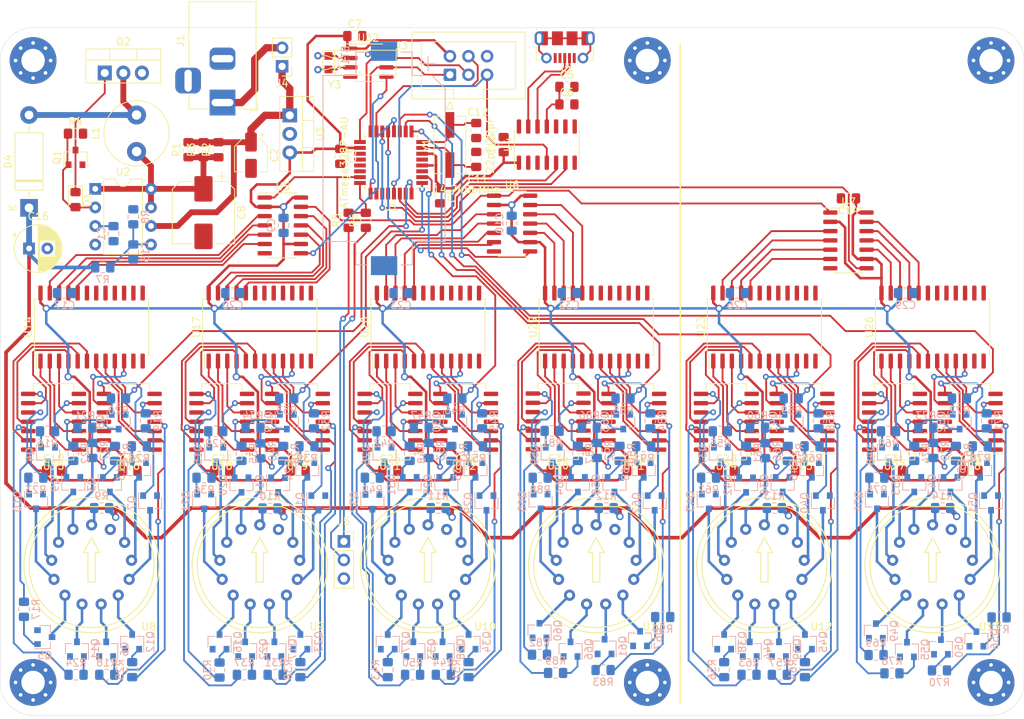
<source format=kicad_pcb>
(kicad_pcb (version 20171130) (host pcbnew 5.1.8+dfsg1-1+b1)
  (layers (0 F.Cu signal) (31 B.Cu signal) (34 B.Paste user) (35 F.Paste user) (36 B.SilkS user) (37 F.SilkS user) (38 B.Mask user) (39 F.Mask user) (44 Edge.Cuts user))
  (net 0 "")
  (net 1 "Net-(C1-Pad1)")
  (net 2 GND)
  (net 3 +12V)
  (net 4 VCC)
  (net 5 "Net-(C5-Pad1)")
  (net 6 "Net-(C8-Pad1)")
  (net 7 "Net-(C11-Pad2)")
  (net 8 "Net-(C12-Pad2)")
  (net 9 "Net-(C15-Pad2)")
  (net 10 HT)
  (net 11 "Net-(D1-Pad1)")
  (net 12 "Net-(D1-Pad2)")
  (net 13 /HRSEP)
  (net 14 "Net-(D4-Pad2)")
  (net 15 "Net-(J1-Pad1)")
  (net 16 "Net-(J2-Pad6)")
  (net 17 "Net-(J2-Pad2)")
  (net 18 "Net-(J2-Pad3)")
  (net 19 /MISO)
  (net 20 /SCK)
  (net 21 /~RST)
  (net 22 /MOSI)
  (net 23 /nixiedrivers/N0)
  (net 24 "Net-(Q3-Pad1)")
  (net 25 /nixiedrivers/N2)
  (net 26 "Net-(Q4-Pad1)")
  (net 27 /nixiedrivers/N4)
  (net 28 "Net-(Q5-Pad1)")
  (net 29 /nixiedrivers/N6)
  (net 30 "Net-(Q6-Pad1)")
  (net 31 /nixiedrivers/N8)
  (net 32 "Net-(Q7-Pad1)")
  (net 33 "Net-(Q8-Pad3)")
  (net 34 "Net-(Q8-Pad1)")
  (net 35 "Net-(Q9-Pad1)")
  (net 36 /nixiedrivers/N1)
  (net 37 "Net-(Q10-Pad1)")
  (net 38 /nixiedrivers/N3)
  (net 39 "Net-(Q11-Pad1)")
  (net 40 /nixiedrivers/N5)
  (net 41 "Net-(Q12-Pad1)")
  (net 42 /nixiedrivers/N7)
  (net 43 /nixiedrivers/N9)
  (net 44 "Net-(Q13-Pad1)")
  (net 45 "Net-(Q14-Pad1)")
  (net 46 /nixiedrivers2/N0)
  (net 47 "Net-(Q15-Pad1)")
  (net 48 /nixiedrivers2/N2)
  (net 49 "Net-(Q16-Pad1)")
  (net 50 /nixiedrivers2/N4)
  (net 51 "Net-(Q17-Pad1)")
  (net 52 /nixiedrivers2/N6)
  (net 53 "Net-(Q18-Pad1)")
  (net 54 /nixiedrivers2/N8)
  (net 55 "Net-(Q19-Pad3)")
  (net 56 "Net-(Q19-Pad1)")
  (net 57 /nixiedrivers2/N1)
  (net 58 "Net-(Q20-Pad1)")
  (net 59 /nixiedrivers2/N3)
  (net 60 "Net-(Q21-Pad1)")
  (net 61 /nixiedrivers2/N5)
  (net 62 "Net-(Q22-Pad1)")
  (net 63 /nixiedrivers2/N7)
  (net 64 "Net-(Q23-Pad1)")
  (net 65 "Net-(Q24-Pad1)")
  (net 66 /nixiedrivers2/N9)
  (net 67 /nixiedrivers3/N0)
  (net 68 "Net-(Q25-Pad1)")
  (net 69 "Net-(Q26-Pad1)")
  (net 70 /nixiedrivers3/N2)
  (net 71 /nixiedrivers3/N4)
  (net 72 "Net-(Q27-Pad1)")
  (net 73 /nixiedrivers3/N6)
  (net 74 "Net-(Q28-Pad1)")
  (net 75 "Net-(Q29-Pad1)")
  (net 76 /nixiedrivers3/N8)
  (net 77 "Net-(Q30-Pad1)")
  (net 78 "Net-(Q30-Pad3)")
  (net 79 "Net-(Q31-Pad1)")
  (net 80 /nixiedrivers3/N1)
  (net 81 "Net-(Q32-Pad1)")
  (net 82 /nixiedrivers3/N3)
  (net 83 "Net-(Q33-Pad1)")
  (net 84 /nixiedrivers3/N5)
  (net 85 "Net-(Q34-Pad1)")
  (net 86 /nixiedrivers3/N7)
  (net 87 /nixiedrivers3/N9)
  (net 88 "Net-(Q35-Pad1)")
  (net 89 /nixiedrivers5/N0)
  (net 90 "Net-(Q36-Pad1)")
  (net 91 /nixiedrivers5/N2)
  (net 92 "Net-(Q37-Pad1)")
  (net 93 "Net-(Q38-Pad1)")
  (net 94 /nixiedrivers5/N4)
  (net 95 /nixiedrivers5/N6)
  (net 96 "Net-(Q39-Pad1)")
  (net 97 /nixiedrivers5/N8)
  (net 98 "Net-(Q40-Pad1)")
  (net 99 "Net-(Q41-Pad3)")
  (net 100 "Net-(Q41-Pad1)")
  (net 101 /nixiedrivers5/N1)
  (net 102 "Net-(Q42-Pad1)")
  (net 103 "Net-(Q43-Pad1)")
  (net 104 /nixiedrivers5/N3)
  (net 105 /nixiedrivers5/N5)
  (net 106 "Net-(Q44-Pad1)")
  (net 107 /nixiedrivers5/N7)
  (net 108 "Net-(Q45-Pad1)")
  (net 109 "Net-(Q46-Pad1)")
  (net 110 /nixiedrivers5/N9)
  (net 111 "Net-(Q47-Pad1)")
  (net 112 /nixiedrivers6/N0)
  (net 113 "Net-(Q48-Pad1)")
  (net 114 /nixiedrivers6/N2)
  (net 115 /nixiedrivers6/N4)
  (net 116 "Net-(Q49-Pad1)")
  (net 117 /nixiedrivers6/N6)
  (net 118 "Net-(Q50-Pad1)")
  (net 119 /nixiedrivers6/N8)
  (net 120 "Net-(Q51-Pad1)")
  (net 121 "Net-(Q52-Pad3)")
  (net 122 "Net-(Q52-Pad1)")
  (net 123 "Net-(Q53-Pad1)")
  (net 124 /nixiedrivers6/N1)
  (net 125 "Net-(Q54-Pad1)")
  (net 126 /nixiedrivers6/N3)
  (net 127 "Net-(Q55-Pad1)")
  (net 128 /nixiedrivers6/N5)
  (net 129 "Net-(Q56-Pad1)")
  (net 130 /nixiedrivers6/N7)
  (net 131 /nixiedrivers6/N9)
  (net 132 "Net-(Q57-Pad1)")
  (net 133 /nixiedrivers4/N0)
  (net 134 "Net-(Q58-Pad1)")
  (net 135 "Net-(Q59-Pad1)")
  (net 136 /nixiedrivers4/N2)
  (net 137 "Net-(Q60-Pad1)")
  (net 138 /nixiedrivers4/N4)
  (net 139 "Net-(Q61-Pad1)")
  (net 140 /nixiedrivers4/N6)
  (net 141 /nixiedrivers4/N8)
  (net 142 "Net-(Q62-Pad1)")
  (net 143 "Net-(Q63-Pad1)")
  (net 144 "Net-(Q63-Pad3)")
  (net 145 "Net-(Q64-Pad1)")
  (net 146 /nixiedrivers4/N1)
  (net 147 /nixiedrivers4/N3)
  (net 148 "Net-(Q65-Pad1)")
  (net 149 "Net-(Q66-Pad1)")
  (net 150 /nixiedrivers4/N5)
  (net 151 "Net-(Q67-Pad1)")
  (net 152 /nixiedrivers4/N7)
  (net 153 /nixiedrivers4/N9)
  (net 154 "Net-(Q68-Pad1)")
  (net 155 "Net-(R15-Pad2)")
  (net 156 "Net-(R16-Pad2)")
  (net 157 "Net-(R17-Pad2)")
  (net 158 "Net-(R18-Pad2)")
  (net 159 "Net-(R19-Pad2)")
  (net 160 /ADOT)
  (net 161 "Net-(R21-Pad1)")
  (net 162 "Net-(R22-Pad2)")
  (net 163 "Net-(R23-Pad2)")
  (net 164 "Net-(R24-Pad2)")
  (net 165 "Net-(R25-Pad2)")
  (net 166 "Net-(R26-Pad2)")
  (net 167 /nixiedrivers/NL)
  (net 168 "Net-(R28-Pad2)")
  (net 169 "Net-(R29-Pad2)")
  (net 170 "Net-(R30-Pad2)")
  (net 171 "Net-(R31-Pad2)")
  (net 172 "Net-(R32-Pad2)")
  (net 173 /BDOT)
  (net 174 "Net-(R34-Pad1)")
  (net 175 "Net-(R35-Pad2)")
  (net 176 "Net-(R36-Pad2)")
  (net 177 "Net-(R37-Pad2)")
  (net 178 "Net-(R38-Pad2)")
  (net 179 "Net-(R39-Pad2)")
  (net 180 /nixiedrivers2/NL)
  (net 181 "Net-(R41-Pad2)")
  (net 182 "Net-(R42-Pad2)")
  (net 183 "Net-(R43-Pad2)")
  (net 184 "Net-(R44-Pad2)")
  (net 185 "Net-(R45-Pad2)")
  (net 186 /CDOT)
  (net 187 "Net-(R47-Pad1)")
  (net 188 "Net-(R48-Pad2)")
  (net 189 "Net-(R49-Pad2)")
  (net 190 "Net-(R50-Pad2)")
  (net 191 "Net-(R51-Pad2)")
  (net 192 "Net-(R52-Pad2)")
  (net 193 /nixiedrivers3/NL)
  (net 194 "Net-(R54-Pad2)")
  (net 195 "Net-(R55-Pad2)")
  (net 196 "Net-(R56-Pad2)")
  (net 197 "Net-(R57-Pad2)")
  (net 198 "Net-(R58-Pad2)")
  (net 199 /EDOT)
  (net 200 "Net-(R60-Pad1)")
  (net 201 "Net-(R61-Pad2)")
  (net 202 "Net-(R62-Pad2)")
  (net 203 "Net-(R63-Pad2)")
  (net 204 "Net-(R64-Pad2)")
  (net 205 "Net-(R65-Pad2)")
  (net 206 /nixiedrivers5/NL)
  (net 207 "Net-(R67-Pad2)")
  (net 208 "Net-(R68-Pad2)")
  (net 209 "Net-(R69-Pad2)")
  (net 210 "Net-(R70-Pad2)")
  (net 211 "Net-(R71-Pad2)")
  (net 212 /FDOT)
  (net 213 "Net-(R73-Pad1)")
  (net 214 "Net-(R74-Pad2)")
  (net 215 "Net-(R75-Pad2)")
  (net 216 "Net-(R76-Pad2)")
  (net 217 "Net-(R77-Pad2)")
  (net 218 "Net-(R78-Pad2)")
  (net 219 /nixiedrivers6/NL)
  (net 220 "Net-(R80-Pad2)")
  (net 221 "Net-(R81-Pad2)")
  (net 222 "Net-(R82-Pad2)")
  (net 223 "Net-(R83-Pad2)")
  (net 224 "Net-(R84-Pad2)")
  (net 225 /DDOT)
  (net 226 "Net-(R86-Pad1)")
  (net 227 "Net-(R87-Pad2)")
  (net 228 "Net-(R88-Pad2)")
  (net 229 "Net-(R89-Pad2)")
  (net 230 "Net-(R90-Pad2)")
  (net 231 "Net-(R91-Pad2)")
  (net 232 /nixiedrivers4/NL)
  (net 233 /CK1)
  (net 234 /CK2)
  (net 235 /CK3)
  (net 236 /SD)
  (net 237 /RXD)
  (net 238 /TXD)
  (net 239 /A0)
  (net 240 /A1)
  (net 241 /A2)
  (net 242 /A3)
  (net 243 /B0)
  (net 244 /B1)
  (net 245 /B2)
  (net 246 /B3)
  (net 247 /D3)
  (net 248 /D2)
  (net 249 /D1)
  (net 250 /D0)
  (net 251 /C3)
  (net 252 /C2)
  (net 253 /C1)
  (net 254 /C0)
  (net 255 /E0)
  (net 256 /E1)
  (net 257 /E2)
  (net 258 /E3)
  (net 259 /F0)
  (net 260 /F1)
  (net 261 /F2)
  (net 262 /F3)
  (net 263 "Net-(U14-Pad10)")
  (net 264 "Net-(U14-Pad9)")
  (net 265 "Net-(U14-Pad8)")
  (net 266 "Net-(U14-Pad7)")
  (net 267 "Net-(U14-Pad6)")
  (net 268 "Net-(U14-Pad5)")
  (net 269 "Net-(U14-Pad4)")
  (net 270 "Net-(U14-Pad3)")
  (net 271 "Net-(U14-Pad2)")
  (net 272 "Net-(U14-Pad1)")
  (net 273 "Net-(U17-Pad10)")
  (net 274 "Net-(U17-Pad9)")
  (net 275 "Net-(U17-Pad8)")
  (net 276 "Net-(U17-Pad7)")
  (net 277 "Net-(U17-Pad6)")
  (net 278 "Net-(U17-Pad5)")
  (net 279 "Net-(U17-Pad4)")
  (net 280 "Net-(U17-Pad3)")
  (net 281 "Net-(U17-Pad2)")
  (net 282 "Net-(U17-Pad1)")
  (net 283 "Net-(U20-Pad10)")
  (net 284 "Net-(U20-Pad9)")
  (net 285 "Net-(U20-Pad8)")
  (net 286 "Net-(U20-Pad7)")
  (net 287 "Net-(U20-Pad6)")
  (net 288 "Net-(U20-Pad5)")
  (net 289 "Net-(U20-Pad4)")
  (net 290 "Net-(U20-Pad3)")
  (net 291 "Net-(U20-Pad2)")
  (net 292 "Net-(U20-Pad1)")
  (net 293 "Net-(U23-Pad1)")
  (net 294 "Net-(U23-Pad2)")
  (net 295 "Net-(U23-Pad3)")
  (net 296 "Net-(U23-Pad4)")
  (net 297 "Net-(U23-Pad5)")
  (net 298 "Net-(U23-Pad6)")
  (net 299 "Net-(U23-Pad7)")
  (net 300 "Net-(U23-Pad8)")
  (net 301 "Net-(U23-Pad9)")
  (net 302 "Net-(U23-Pad10)")
  (net 303 "Net-(U26-Pad1)")
  (net 304 "Net-(U26-Pad2)")
  (net 305 "Net-(U26-Pad3)")
  (net 306 "Net-(U26-Pad4)")
  (net 307 "Net-(U26-Pad5)")
  (net 308 "Net-(U26-Pad6)")
  (net 309 "Net-(U26-Pad7)")
  (net 310 "Net-(U26-Pad8)")
  (net 311 "Net-(U26-Pad9)")
  (net 312 "Net-(U26-Pad10)")
  (net 313 "Net-(U29-Pad1)")
  (net 314 "Net-(U29-Pad2)")
  (net 315 "Net-(U29-Pad3)")
  (net 316 "Net-(U29-Pad4)")
  (net 317 "Net-(U29-Pad5)")
  (net 318 "Net-(U29-Pad6)")
  (net 319 "Net-(U29-Pad7)")
  (net 320 "Net-(U29-Pad8)")
  (net 321 "Net-(U29-Pad9)")
  (net 322 "Net-(U29-Pad10)")
  (net 323 /AA)
  (net 324 /BA)
  (net 325 /CA)
  (net 326 /DA)
  (net 327 /EA)
  (net 328 /FA)
  (net 329 /RTC_CE)
  (net 330 "Net-(U32-Pad2)")
  (net 331 "Net-(U32-Pad3)")
  (net 332 /VBATT)
  (net 333 "Net-(J5-Pad1)")
  (net 334 "Net-(J5-Pad2)")
  (module MountingHole:MountingHole_3.2mm_M3_Pad_Via (layer F.Cu) (at 214 161.05)
    (fp_text reference REF** hide)
    (fp_text value M3)
    (pad 1 thru_hole circle (at 1.697056 -1.697056) (size 0.8 0.8) (drill 0.5) (layers *.Cu *.Mask))
    (pad 1 thru_hole circle (at 0 -2.4) (size 0.8 0.8) (drill 0.5) (layers *.Cu *.Mask))
    (pad 1 thru_hole circle (at -1.697056 -1.697056) (size 0.8 0.8) (drill 0.5) (layers *.Cu *.Mask))
    (pad 1 thru_hole circle (at -2.4 0) (size 0.8 0.8) (drill 0.5) (layers *.Cu *.Mask))
    (pad 1 thru_hole circle (at -1.697056 1.697056) (size 0.8 0.8) (drill 0.5) (layers *.Cu *.Mask))
    (pad 1 thru_hole circle (at 0 2.4) (size 0.8 0.8) (drill 0.5) (layers *.Cu *.Mask))
    (pad 1 thru_hole circle (at 1.697056 1.697056) (size 0.8 0.8) (drill 0.5) (layers *.Cu *.Mask))
    (pad 1 thru_hole circle (at 2.4 0) (size 0.8 0.8) (drill 0.5) (layers *.Cu *.Mask))
    (pad 1 thru_hole circle (at 0 0) (size 6.4 6.4) (drill 3.2) (layers *.Cu *.Mask) (net 2 GND))
  )
  (module MountingHole:MountingHole_3.2mm_M3_Pad_Via (layer F.Cu) (at 214 76)
    (fp_text reference REF** hide)
    (fp_text value M3)
    (pad 1 thru_hole circle (at 0 0) (size 6.4 6.4) (drill 3.2) (layers *.Cu *.Mask) (net 2 GND))
    (pad 1 thru_hole circle (at 2.4 0) (size 0.8 0.8) (drill 0.5) (layers *.Cu *.Mask))
    (pad 1 thru_hole circle (at 1.697056 1.697056) (size 0.8 0.8) (drill 0.5) (layers *.Cu *.Mask))
    (pad 1 thru_hole circle (at 0 2.4) (size 0.8 0.8) (drill 0.5) (layers *.Cu *.Mask))
    (pad 1 thru_hole circle (at -1.697056 1.697056) (size 0.8 0.8) (drill 0.5) (layers *.Cu *.Mask))
    (pad 1 thru_hole circle (at -2.4 0) (size 0.8 0.8) (drill 0.5) (layers *.Cu *.Mask))
    (pad 1 thru_hole circle (at -1.697056 -1.697056) (size 0.8 0.8) (drill 0.5) (layers *.Cu *.Mask))
    (pad 1 thru_hole circle (at 0 -2.4) (size 0.8 0.8) (drill 0.5) (layers *.Cu *.Mask))
    (pad 1 thru_hole circle (at 1.697056 -1.697056) (size 0.8 0.8) (drill 0.5) (layers *.Cu *.Mask))
  )
  (module MountingHole:MountingHole_3.2mm_M3_Pad_Via (layer F.Cu) (at 167 76)
    (fp_text reference REF** hide)
    (fp_text value M3)
    (pad 1 thru_hole circle (at 1.697056 -1.697056) (size 0.8 0.8) (drill 0.5) (layers *.Cu *.Mask))
    (pad 1 thru_hole circle (at 0 -2.4) (size 0.8 0.8) (drill 0.5) (layers *.Cu *.Mask))
    (pad 1 thru_hole circle (at -1.697056 -1.697056) (size 0.8 0.8) (drill 0.5) (layers *.Cu *.Mask))
    (pad 1 thru_hole circle (at -2.4 0) (size 0.8 0.8) (drill 0.5) (layers *.Cu *.Mask))
    (pad 1 thru_hole circle (at -1.697056 1.697056) (size 0.8 0.8) (drill 0.5) (layers *.Cu *.Mask))
    (pad 1 thru_hole circle (at 0 2.4) (size 0.8 0.8) (drill 0.5) (layers *.Cu *.Mask))
    (pad 1 thru_hole circle (at 1.697056 1.697056) (size 0.8 0.8) (drill 0.5) (layers *.Cu *.Mask))
    (pad 1 thru_hole circle (at 2.4 0) (size 0.8 0.8) (drill 0.5) (layers *.Cu *.Mask))
    (pad 1 thru_hole circle (at 0 0) (size 6.4 6.4) (drill 3.2) (layers *.Cu *.Mask) (net 2 GND))
  )
  (module MountingHole:MountingHole_3.2mm_M3_Pad_Via (layer F.Cu) (at 167 161.05)
    (fp_text reference REF** hide)
    (fp_text value M3)
    (pad 1 thru_hole circle (at 0 0) (size 6.4 6.4) (drill 3.2) (layers *.Cu *.Mask) (net 2 GND))
    (pad 1 thru_hole circle (at 2.4 0) (size 0.8 0.8) (drill 0.5) (layers *.Cu *.Mask))
    (pad 1 thru_hole circle (at 1.697056 1.697056) (size 0.8 0.8) (drill 0.5) (layers *.Cu *.Mask))
    (pad 1 thru_hole circle (at 0 2.4) (size 0.8 0.8) (drill 0.5) (layers *.Cu *.Mask))
    (pad 1 thru_hole circle (at -1.697056 1.697056) (size 0.8 0.8) (drill 0.5) (layers *.Cu *.Mask))
    (pad 1 thru_hole circle (at -2.4 0) (size 0.8 0.8) (drill 0.5) (layers *.Cu *.Mask))
    (pad 1 thru_hole circle (at -1.697056 -1.697056) (size 0.8 0.8) (drill 0.5) (layers *.Cu *.Mask))
    (pad 1 thru_hole circle (at 0 -2.4) (size 0.8 0.8) (drill 0.5) (layers *.Cu *.Mask))
    (pad 1 thru_hole circle (at 1.697056 -1.697056) (size 0.8 0.8) (drill 0.5) (layers *.Cu *.Mask))
  )
  (module MountingHole:MountingHole_3.2mm_M3_Pad_Via (layer F.Cu) (at 83 76)
    (fp_text reference REF** hide)
    (fp_text value M3)
    (pad 1 thru_hole circle (at 0 0) (size 6.4 6.4) (drill 3.2) (layers *.Cu *.Mask) (net 2 GND))
    (pad 1 thru_hole circle (at 2.4 0) (size 0.8 0.8) (drill 0.5) (layers *.Cu *.Mask))
    (pad 1 thru_hole circle (at 1.697056 1.697056) (size 0.8 0.8) (drill 0.5) (layers *.Cu *.Mask))
    (pad 1 thru_hole circle (at 0 2.4) (size 0.8 0.8) (drill 0.5) (layers *.Cu *.Mask))
    (pad 1 thru_hole circle (at -1.697056 1.697056) (size 0.8 0.8) (drill 0.5) (layers *.Cu *.Mask))
    (pad 1 thru_hole circle (at -2.4 0) (size 0.8 0.8) (drill 0.5) (layers *.Cu *.Mask))
    (pad 1 thru_hole circle (at -1.697056 -1.697056) (size 0.8 0.8) (drill 0.5) (layers *.Cu *.Mask))
    (pad 1 thru_hole circle (at 0 -2.4) (size 0.8 0.8) (drill 0.5) (layers *.Cu *.Mask))
    (pad 1 thru_hole circle (at 1.697056 -1.697056) (size 0.8 0.8) (drill 0.5) (layers *.Cu *.Mask))
  )
  (module MountingHole:MountingHole_3.2mm_M3_Pad_Via (layer F.Cu) (at 83 161.05)
    (fp_text reference REF** hide)
    (fp_text value M3)
    (pad 1 thru_hole circle (at 1.697056 -1.697056) (size 0.8 0.8) (drill 0.5) (layers *.Cu *.Mask))
    (pad 1 thru_hole circle (at 0 -2.4) (size 0.8 0.8) (drill 0.5) (layers *.Cu *.Mask))
    (pad 1 thru_hole circle (at -1.697056 -1.697056) (size 0.8 0.8) (drill 0.5) (layers *.Cu *.Mask))
    (pad 1 thru_hole circle (at -2.4 0) (size 0.8 0.8) (drill 0.5) (layers *.Cu *.Mask))
    (pad 1 thru_hole circle (at -1.697056 1.697056) (size 0.8 0.8) (drill 0.5) (layers *.Cu *.Mask))
    (pad 1 thru_hole circle (at 0 2.4) (size 0.8 0.8) (drill 0.5) (layers *.Cu *.Mask))
    (pad 1 thru_hole circle (at 1.697056 1.697056) (size 0.8 0.8) (drill 0.5) (layers *.Cu *.Mask))
    (pad 1 thru_hole circle (at 2.4 0) (size 0.8 0.8) (drill 0.5) (layers *.Cu *.Mask))
    (pad 1 thru_hole circle (at 0 0) (size 6.4 6.4) (drill 3.2) (layers *.Cu *.Mask) (net 2 GND))
  )
  (module Capacitor_SMD:C_0805_2012Metric_Pad1.15x1.40mm_HandSolder (layer B.Cu) (at 94 99.675 270)
    (fp_text reference C1 (at 0 1.65 270) (layer B.SilkS) (effects (justify mirror)))
    (fp_text value 2.2nF)
    (pad 1 smd roundrect (at -1.025 0 270) (size 1.15 1.4) (layers B.Cu B.Paste B.Mask) (roundrect_rratio 0.217391) (net 1 "Net-(C1-Pad1)"))
    (pad 2 smd roundrect (at 1.025 0 270) (size 1.15 1.4) (layers B.Cu B.Paste B.Mask) (roundrect_rratio 0.217391) (net 2 GND))
  )
  (module Capacitor_SMD:CP_Elec_4x5.4 (layer F.Cu) (at 112.8 88.95 270)
    (fp_text reference C2 (at 0 -3.2 90) (layer F.SilkS))
    (fp_text value 0.33uF)
    (pad 1 smd roundrect (at -1.8 0 270) (size 2.6 1.6) (layers F.Cu F.Paste F.Mask) (roundrect_rratio 0.15625) (net 3 +12V))
    (pad 2 smd roundrect (at 1.8 0 270) (size 2.6 1.6) (layers F.Cu F.Paste F.Mask) (roundrect_rratio 0.15625) (net 2 GND))
  )
  (module Capacitor_SMD:C_0805_2012Metric_Pad1.15x1.40mm_HandSolder (layer F.Cu) (at 125 89.1 270)
    (fp_text reference C3 (at 0 -1.65 90) (layer F.SilkS))
    (fp_text value 0.1uF)
    (pad 1 smd roundrect (at -1.025 0 270) (size 1.15 1.4) (layers F.Cu F.Paste F.Mask) (roundrect_rratio 0.217391) (net 4 VCC))
    (pad 2 smd roundrect (at 1.025 0 270) (size 1.15 1.4) (layers F.Cu F.Paste F.Mask) (roundrect_rratio 0.217391) (net 2 GND))
  )
  (module Capacitor_SMD:C_0805_2012Metric_Pad1.15x1.40mm_HandSolder (layer F.Cu) (at 138.65 94.5 270)
    (fp_text reference C4 (at 0 -1.65 90) (layer F.SilkS))
    (fp_text value 0.1uF)
    (pad 2 smd roundrect (at 1.025 0 270) (size 1.15 1.4) (layers F.Cu F.Paste F.Mask) (roundrect_rratio 0.217391) (net 2 GND))
    (pad 1 smd roundrect (at -1.025 0 270) (size 1.15 1.4) (layers F.Cu F.Paste F.Mask) (roundrect_rratio 0.217391) (net 4 VCC))
  )
  (module Capacitor_SMD:C_0805_2012Metric_Pad1.15x1.40mm_HandSolder (layer F.Cu) (at 156 79.6)
    (fp_text reference C5 (at 0 -1.65) (layer F.SilkS))
    (fp_text value 0.1uF)
    (pad 2 smd roundrect (at 1.025 0) (size 1.15 1.4) (layers F.Cu F.Paste F.Mask) (roundrect_rratio 0.217391) (net 2 GND))
    (pad 1 smd roundrect (at -1.025 0) (size 1.15 1.4) (layers F.Cu F.Paste F.Mask) (roundrect_rratio 0.217391) (net 5 "Net-(C5-Pad1)"))
  )
  (module Capacitor_SMD:C_0805_2012Metric_Pad1.15x1.40mm_HandSolder (layer F.Cu) (at 156 82)
    (fp_text reference C6 (at 0 -1.65) (layer F.SilkS))
    (fp_text value 0.1uF)
    (pad 2 smd roundrect (at 1.025 0) (size 1.15 1.4) (layers F.Cu F.Paste F.Mask) (roundrect_rratio 0.217391) (net 2 GND))
    (pad 1 smd roundrect (at -1.025 0) (size 1.15 1.4) (layers F.Cu F.Paste F.Mask) (roundrect_rratio 0.217391) (net 5 "Net-(C5-Pad1)"))
  )
  (module Capacitor_SMD:C_0805_2012Metric_Pad1.15x1.40mm_HandSolder (layer F.Cu) (at 127 72.65)
    (fp_text reference C7 (at 0 -1.65) (layer F.SilkS))
    (fp_text value 0.1uF)
    (pad 1 smd roundrect (at -1.025 0) (size 1.15 1.4) (layers F.Cu F.Paste F.Mask) (roundrect_rratio 0.217391) (net 4 VCC))
    (pad 2 smd roundrect (at 1.025 0) (size 1.15 1.4) (layers F.Cu F.Paste F.Mask) (roundrect_rratio 0.217391) (net 2 GND))
  )
  (module Capacitor_SMD:CP_Elec_8x10 (layer F.Cu) (at 106.3 96.8 270)
    (fp_text reference C8 (at 0 -5.2 90) (layer F.SilkS))
    (fp_text value 220uF)
    (pad 1 smd roundrect (at -3.25 0 270) (size 3.5 2.5) (layers F.Cu F.Paste F.Mask) (roundrect_rratio 0.1) (net 6 "Net-(C8-Pad1)"))
    (pad 2 smd roundrect (at 3.25 0 270) (size 3.5 2.5) (layers F.Cu F.Paste F.Mask) (roundrect_rratio 0.1) (net 2 GND))
  )
  (module Capacitor_SMD:C_0805_2012Metric_Pad1.15x1.40mm_HandSolder (layer B.Cu) (at 117.25 98.55 270)
    (fp_text reference C9 (at 0 1.65 90) (layer B.SilkS) (effects (justify mirror)))
    (fp_text value 0.1uF)
    (pad 1 smd roundrect (at -1.025 0 270) (size 1.15 1.4) (layers B.Cu B.Paste B.Mask) (roundrect_rratio 0.217391) (net 4 VCC))
    (pad 2 smd roundrect (at 1.025 0 270) (size 1.15 1.4) (layers B.Cu B.Paste B.Mask) (roundrect_rratio 0.217391) (net 2 GND))
  )
  (module Capacitor_SMD:C_0805_2012Metric_Pad1.15x1.40mm_HandSolder (layer B.Cu) (at 148.45 98.25 270)
    (fp_text reference C10 (at 0 1.65 270) (layer B.SilkS) (effects (justify mirror)))
    (fp_text value 0.1uF)
    (pad 1 smd roundrect (at -1.025 0 270) (size 1.15 1.4) (layers B.Cu B.Paste B.Mask) (roundrect_rratio 0.217391) (net 4 VCC))
    (pad 2 smd roundrect (at 1.025 0 270) (size 1.15 1.4) (layers B.Cu B.Paste B.Mask) (roundrect_rratio 0.217391) (net 2 GND))
  )
  (module Capacitor_SMD:C_0805_2012Metric_Pad1.15x1.40mm_HandSolder (layer F.Cu) (at 143.6 89.525 270)
    (fp_text reference C11 (at 2.625 -0.2) (layer F.SilkS))
    (fp_text value 22pF (at 0.075 -1.9 90) (layer F.SilkS))
    (pad 2 smd roundrect (at 1.025 0 270) (size 1.15 1.4) (layers F.Cu F.Paste F.Mask) (roundrect_rratio 0.217391) (net 7 "Net-(C11-Pad2)"))
    (pad 1 smd roundrect (at -1.025 0 270) (size 1.15 1.4) (layers F.Cu F.Paste F.Mask) (roundrect_rratio 0.217391) (net 2 GND))
  )
  (module Capacitor_SMD:C_0805_2012Metric_Pad1.15x1.40mm_HandSolder (layer F.Cu) (at 143.6 85.575 90)
    (fp_text reference C12 (at 2.525 0.2) (layer F.SilkS))
    (fp_text value 22pF (at 0.025 1.9 270) (layer F.SilkS))
    (pad 1 smd roundrect (at -1.025 0 90) (size 1.15 1.4) (layers F.Cu F.Paste F.Mask) (roundrect_rratio 0.217391) (net 2 GND))
    (pad 2 smd roundrect (at 1.025 0 90) (size 1.15 1.4) (layers F.Cu F.Paste F.Mask) (roundrect_rratio 0.217391) (net 8 "Net-(C12-Pad2)"))
  )
  (module Capacitor_SMD:C_0805_2012Metric_Pad1.15x1.40mm_HandSolder (layer F.Cu) (at 147.35 87.5 90)
    (fp_text reference C13 (at 0 -1.65 90) (layer F.SilkS))
    (fp_text value 0.1uF)
    (pad 2 smd roundrect (at 1.025 0 90) (size 1.15 1.4) (layers F.Cu F.Paste F.Mask) (roundrect_rratio 0.217391) (net 2 GND))
    (pad 1 smd roundrect (at -1.025 0 90) (size 1.15 1.4) (layers F.Cu F.Paste F.Mask) (roundrect_rratio 0.217391) (net 4 VCC))
  )
  (module Capacitor_SMD:C_0805_2012Metric_Pad1.15x1.40mm_HandSolder (layer F.Cu) (at 194.5 94.85 180)
    (fp_text reference C14 (at 0 -1.65) (layer F.SilkS))
    (fp_text value 0.1uF)
    (pad 2 smd roundrect (at 1.025 0 180) (size 1.15 1.4) (layers F.Cu F.Paste F.Mask) (roundrect_rratio 0.217391) (net 2 GND))
    (pad 1 smd roundrect (at -1.025 0 180) (size 1.15 1.4) (layers F.Cu F.Paste F.Mask) (roundrect_rratio 0.217391) (net 4 VCC))
  )
  (module Capacitor_SMD:C_0805_2012Metric_Pad1.15x1.40mm_HandSolder (layer B.Cu) (at 96.7 102.175 90)
    (fp_text reference C15 (at 0 1.65 90) (layer B.SilkS) (effects (justify mirror)))
    (fp_text value 10nF)
    (pad 1 smd roundrect (at -1.025 0 90) (size 1.15 1.4) (layers B.Cu B.Paste B.Mask) (roundrect_rratio 0.217391) (net 2 GND))
    (pad 2 smd roundrect (at 1.025 0 90) (size 1.15 1.4) (layers B.Cu B.Paste B.Mask) (roundrect_rratio 0.217391) (net 9 "Net-(C15-Pad2)"))
  )
  (module Capacitor_THT:CP_Radial_D6.3mm_P2.50mm (layer F.Cu) (at 82.45 101.7)
    (fp_text reference C16 (at 1.25 -4.4) (layer F.SilkS))
    (fp_text value 2.2uF)
    (pad 1 thru_hole rect (at 0 0) (size 1.6 1.6) (drill 0.8) (layers *.Cu *.Mask) (net 10 HT))
    (pad 2 thru_hole circle (at 2.5 0) (size 1.6 1.6) (drill 0.8) (layers *.Cu *.Mask) (net 2 GND))
  )
  (module Capacitor_SMD:C_0805_2012Metric_Pad1.15x1.40mm_HandSolder (layer B.Cu) (at 87.3 107.8)
    (fp_text reference C17 (at 0 1.65) (layer B.SilkS) (effects (justify mirror)))
    (fp_text value 0.1uF)
    (pad 2 smd roundrect (at 1.025 0) (size 1.15 1.4) (layers B.Cu B.Paste B.Mask) (roundrect_rratio 0.217391) (net 2 GND))
    (pad 1 smd roundrect (at -1.025 0) (size 1.15 1.4) (layers B.Cu B.Paste B.Mask) (roundrect_rratio 0.217391) (net 4 VCC))
  )
  (module Capacitor_SMD:C_0805_2012Metric_Pad1.15x1.40mm_HandSolder (layer F.Cu) (at 96.25 132.1)
    (fp_text reference C18 (at 0 -1.65) (layer F.SilkS))
    (fp_text value 0.1uF)
    (pad 2 smd roundrect (at 1.025 0) (size 1.15 1.4) (layers F.Cu F.Paste F.Mask) (roundrect_rratio 0.217391) (net 2 GND))
    (pad 1 smd roundrect (at -1.025 0) (size 1.15 1.4) (layers F.Cu F.Paste F.Mask) (roundrect_rratio 0.217391) (net 4 VCC))
  )
  (module Capacitor_SMD:C_0805_2012Metric_Pad1.15x1.40mm_HandSolder (layer F.Cu) (at 85.8 132.1)
    (fp_text reference C19 (at 0 -1.65) (layer F.SilkS))
    (fp_text value 0.1uF)
    (pad 1 smd roundrect (at -1.025 0) (size 1.15 1.4) (layers F.Cu F.Paste F.Mask) (roundrect_rratio 0.217391) (net 4 VCC))
    (pad 2 smd roundrect (at 1.025 0) (size 1.15 1.4) (layers F.Cu F.Paste F.Mask) (roundrect_rratio 0.217391) (net 2 GND))
  )
  (module Capacitor_SMD:C_0805_2012Metric_Pad1.15x1.40mm_HandSolder (layer B.Cu) (at 110.3 107.8)
    (fp_text reference C20 (at 0 1.65) (layer B.SilkS) (effects (justify mirror)))
    (fp_text value 0.1uF)
    (pad 2 smd roundrect (at 1.025 0) (size 1.15 1.4) (layers B.Cu B.Paste B.Mask) (roundrect_rratio 0.217391) (net 2 GND))
    (pad 1 smd roundrect (at -1.025 0) (size 1.15 1.4) (layers B.Cu B.Paste B.Mask) (roundrect_rratio 0.217391) (net 4 VCC))
  )
  (module Capacitor_SMD:C_0805_2012Metric_Pad1.15x1.40mm_HandSolder (layer F.Cu) (at 119.25 132.1)
    (fp_text reference C21 (at 0 -1.65) (layer F.SilkS))
    (fp_text value 0.1uF)
    (pad 1 smd roundrect (at -1.025 0) (size 1.15 1.4) (layers F.Cu F.Paste F.Mask) (roundrect_rratio 0.217391) (net 4 VCC))
    (pad 2 smd roundrect (at 1.025 0) (size 1.15 1.4) (layers F.Cu F.Paste F.Mask) (roundrect_rratio 0.217391) (net 2 GND))
  )
  (module Capacitor_SMD:C_0805_2012Metric_Pad1.15x1.40mm_HandSolder (layer F.Cu) (at 108.8 132.1)
    (fp_text reference C22 (at 0 -1.65) (layer F.SilkS))
    (fp_text value 0.1uF)
    (pad 2 smd roundrect (at 1.025 0) (size 1.15 1.4) (layers F.Cu F.Paste F.Mask) (roundrect_rratio 0.217391) (net 2 GND))
    (pad 1 smd roundrect (at -1.025 0) (size 1.15 1.4) (layers F.Cu F.Paste F.Mask) (roundrect_rratio 0.217391) (net 4 VCC))
  )
  (module Capacitor_SMD:C_0805_2012Metric_Pad1.15x1.40mm_HandSolder (layer B.Cu) (at 133.3 107.8)
    (fp_text reference C23 (at 0 1.65 180) (layer B.SilkS) (effects (justify mirror)))
    (fp_text value 0.1uF)
    (pad 1 smd roundrect (at -1.025 0) (size 1.15 1.4) (layers B.Cu B.Paste B.Mask) (roundrect_rratio 0.217391) (net 4 VCC))
    (pad 2 smd roundrect (at 1.025 0) (size 1.15 1.4) (layers B.Cu B.Paste B.Mask) (roundrect_rratio 0.217391) (net 2 GND))
  )
  (module Capacitor_SMD:C_0805_2012Metric_Pad1.15x1.40mm_HandSolder (layer F.Cu) (at 142.2 132.1)
    (fp_text reference C24 (at 0 -1.65) (layer F.SilkS))
    (fp_text value 0.1uF)
    (pad 2 smd roundrect (at 1.025 0) (size 1.15 1.4) (layers F.Cu F.Paste F.Mask) (roundrect_rratio 0.217391) (net 2 GND))
    (pad 1 smd roundrect (at -1.025 0) (size 1.15 1.4) (layers F.Cu F.Paste F.Mask) (roundrect_rratio 0.217391) (net 4 VCC))
  )
  (module Capacitor_SMD:C_0805_2012Metric_Pad1.15x1.40mm_HandSolder (layer F.Cu) (at 131.8 132.1)
    (fp_text reference C25 (at 0 -1.65) (layer F.SilkS))
    (fp_text value 0.1uF)
    (pad 1 smd roundrect (at -1.025 0) (size 1.15 1.4) (layers F.Cu F.Paste F.Mask) (roundrect_rratio 0.217391) (net 4 VCC))
    (pad 2 smd roundrect (at 1.025 0) (size 1.15 1.4) (layers F.Cu F.Paste F.Mask) (roundrect_rratio 0.217391) (net 2 GND))
  )
  (module Capacitor_SMD:C_0805_2012Metric_Pad1.15x1.40mm_HandSolder (layer B.Cu) (at 179.3 107.8)
    (fp_text reference C26 (at 0 1.65) (layer B.SilkS) (effects (justify mirror)))
    (fp_text value 0.1uF)
    (pad 1 smd roundrect (at -1.025 0) (size 1.15 1.4) (layers B.Cu B.Paste B.Mask) (roundrect_rratio 0.217391) (net 4 VCC))
    (pad 2 smd roundrect (at 1.025 0) (size 1.15 1.4) (layers B.Cu B.Paste B.Mask) (roundrect_rratio 0.217391) (net 2 GND))
  )
  (module Capacitor_SMD:C_0805_2012Metric_Pad1.15x1.40mm_HandSolder (layer F.Cu) (at 188.25 132.1)
    (fp_text reference C27 (at 0 -1.65) (layer F.SilkS))
    (fp_text value 0.1uF)
    (pad 2 smd roundrect (at 1.025 0) (size 1.15 1.4) (layers F.Cu F.Paste F.Mask) (roundrect_rratio 0.217391) (net 2 GND))
    (pad 1 smd roundrect (at -1.025 0) (size 1.15 1.4) (layers F.Cu F.Paste F.Mask) (roundrect_rratio 0.217391) (net 4 VCC))
  )
  (module Capacitor_SMD:C_0805_2012Metric_Pad1.15x1.40mm_HandSolder (layer F.Cu) (at 177.8 132.1)
    (fp_text reference C28 (at 0 -1.65) (layer F.SilkS))
    (fp_text value 0.1uF)
    (pad 1 smd roundrect (at -1.025 0) (size 1.15 1.4) (layers F.Cu F.Paste F.Mask) (roundrect_rratio 0.217391) (net 4 VCC))
    (pad 2 smd roundrect (at 1.025 0) (size 1.15 1.4) (layers F.Cu F.Paste F.Mask) (roundrect_rratio 0.217391) (net 2 GND))
  )
  (module Capacitor_SMD:C_0805_2012Metric_Pad1.15x1.40mm_HandSolder (layer B.Cu) (at 202.3 107.8)
    (fp_text reference C29 (at 0 1.65) (layer B.SilkS) (effects (justify mirror)))
    (fp_text value 0.1uF)
    (pad 1 smd roundrect (at -1.025 0) (size 1.15 1.4) (layers B.Cu B.Paste B.Mask) (roundrect_rratio 0.217391) (net 4 VCC))
    (pad 2 smd roundrect (at 1.025 0) (size 1.15 1.4) (layers B.Cu B.Paste B.Mask) (roundrect_rratio 0.217391) (net 2 GND))
  )
  (module Capacitor_SMD:C_0805_2012Metric_Pad1.15x1.40mm_HandSolder (layer F.Cu) (at 211.25 132.1)
    (fp_text reference C30 (at 0 -1.65) (layer F.SilkS))
    (fp_text value 0.1uF)
    (pad 2 smd roundrect (at 1.025 0) (size 1.15 1.4) (layers F.Cu F.Paste F.Mask) (roundrect_rratio 0.217391) (net 2 GND))
    (pad 1 smd roundrect (at -1.025 0) (size 1.15 1.4) (layers F.Cu F.Paste F.Mask) (roundrect_rratio 0.217391) (net 4 VCC))
  )
  (module Capacitor_SMD:C_0805_2012Metric_Pad1.15x1.40mm_HandSolder (layer F.Cu) (at 200.8 132.1)
    (fp_text reference C31 (at 0 -1.65) (layer F.SilkS))
    (fp_text value 0.1uF)
    (pad 1 smd roundrect (at -1.025 0) (size 1.15 1.4) (layers F.Cu F.Paste F.Mask) (roundrect_rratio 0.217391) (net 4 VCC))
    (pad 2 smd roundrect (at 1.025 0) (size 1.15 1.4) (layers F.Cu F.Paste F.Mask) (roundrect_rratio 0.217391) (net 2 GND))
  )
  (module Capacitor_SMD:C_0805_2012Metric_Pad1.15x1.40mm_HandSolder (layer B.Cu) (at 156.3 107.8)
    (fp_text reference C32 (at 0 1.65) (layer B.SilkS) (effects (justify mirror)))
    (fp_text value 0.1uF)
    (pad 2 smd roundrect (at 1.025 0) (size 1.15 1.4) (layers B.Cu B.Paste B.Mask) (roundrect_rratio 0.217391) (net 2 GND))
    (pad 1 smd roundrect (at -1.025 0) (size 1.15 1.4) (layers B.Cu B.Paste B.Mask) (roundrect_rratio 0.217391) (net 4 VCC))
  )
  (module Capacitor_SMD:C_0805_2012Metric_Pad1.15x1.40mm_HandSolder (layer F.Cu) (at 165.25 132.1)
    (fp_text reference C33 (at 0 -1.65) (layer F.SilkS))
    (fp_text value 0.1uF)
    (pad 1 smd roundrect (at -1.025 0) (size 1.15 1.4) (layers F.Cu F.Paste F.Mask) (roundrect_rratio 0.217391) (net 4 VCC))
    (pad 2 smd roundrect (at 1.025 0) (size 1.15 1.4) (layers F.Cu F.Paste F.Mask) (roundrect_rratio 0.217391) (net 2 GND))
  )
  (module Capacitor_SMD:C_0805_2012Metric_Pad1.15x1.40mm_HandSolder (layer F.Cu) (at 154.8 132.1)
    (fp_text reference C34 (at 0 -1.65) (layer F.SilkS))
    (fp_text value 0.1uF)
    (pad 2 smd roundrect (at 1.025 0) (size 1.15 1.4) (layers F.Cu F.Paste F.Mask) (roundrect_rratio 0.217391) (net 2 GND))
    (pad 1 smd roundrect (at -1.025 0) (size 1.15 1.4) (layers F.Cu F.Paste F.Mask) (roundrect_rratio 0.217391) (net 4 VCC))
  )
  (module Diode_SMD:D_0805_2012Metric_Pad1.15x1.40mm_HandSolder (layer F.Cu) (at 88.8 95.025 270)
    (fp_text reference D1 (at 0 -1.65 90) (layer F.SilkS))
    (fp_text value 1N4148)
    (pad 1 smd roundrect (at -1.025 0 270) (size 1.15 1.4) (layers F.Cu F.Paste F.Mask) (roundrect_rratio 0.217391) (net 11 "Net-(D1-Pad1)"))
    (pad 2 smd roundrect (at 1.025 0 270) (size 1.15 1.4) (layers F.Cu F.Paste F.Mask) (roundrect_rratio 0.217391) (net 12 "Net-(D1-Pad2)"))
  )
  (module Diode_THT:D_DO-15_P12.70mm_Horizontal (layer F.Cu) (at 82.45 96.15 90)
    (fp_text reference D4 (at 6.35 -2.92 90) (layer F.SilkS))
    (fp_text value MUR160)
    (fp_text user K (at 0 -2.2 90) (layer F.SilkS))
    (pad 1 thru_hole rect (at 0 0 90) (size 2.4 2.4) (drill 1.2) (layers *.Cu *.Mask) (net 10 HT))
    (pad 2 thru_hole oval (at 12.7 0 90) (size 2.4 2.4) (drill 1.2) (layers *.Cu *.Mask) (net 14 "Net-(D4-Pad2)"))
  )
  (module Connector_BarrelJack:BarrelJack_Horizontal (layer F.Cu) (at 108.9 81.75 270)
    (fp_text reference J1 (at -8.45 5.75 90) (layer F.SilkS))
    (fp_text value "12VDC IN")
    (pad 1 thru_hole rect (at 0 0 270) (size 3.5 3.5) (drill oval 1 3) (layers *.Cu *.Mask) (net 15 "Net-(J1-Pad1)"))
    (pad 2 thru_hole roundrect (at -6 0 270) (size 3 3.5) (drill oval 1 3) (layers *.Cu *.Mask) (net 2 GND))
    (pad 3 thru_hole roundrect (at -3 4.7 270) (size 3.5 3.5) (drill oval 3 1) (layers *.Cu *.Mask) (net 2 GND))
  )
  (module Connector_USB:USB_Micro-B_Molex-105017-0001 (layer F.Cu) (at 155.7 74.2 180)
    (fp_text reference J2 (at 0 -3.1125) (layer F.SilkS))
    (fp_text value USB_B_Micro)
    (pad 6 smd rect (at 1 1.2375 180) (size 1.5 1.9) (layers F.Cu F.Paste F.Mask) (net 16 "Net-(J2-Pad6)"))
    (pad 6 thru_hole circle (at -2.5 -1.4625 180) (size 1.45 1.45) (drill 0.85) (layers *.Cu *.Mask) (net 16 "Net-(J2-Pad6)"))
    (pad 2 smd rect (at -0.65 -1.4625 180) (size 0.4 1.35) (layers F.Cu F.Paste F.Mask) (net 17 "Net-(J2-Pad2)"))
    (pad 1 smd rect (at -1.3 -1.4625 180) (size 0.4 1.35) (layers F.Cu F.Paste F.Mask))
    (pad 5 smd rect (at 1.3 -1.4625 180) (size 0.4 1.35) (layers F.Cu F.Paste F.Mask) (net 2 GND))
    (pad 4 smd rect (at 0.65 -1.4625 180) (size 0.4 1.35) (layers F.Cu F.Paste F.Mask))
    (pad 3 smd rect (at 0 -1.4625 180) (size 0.4 1.35) (layers F.Cu F.Paste F.Mask) (net 18 "Net-(J2-Pad3)"))
    (pad 6 thru_hole circle (at 2.5 -1.4625 180) (size 1.45 1.45) (drill 0.85) (layers *.Cu *.Mask) (net 16 "Net-(J2-Pad6)"))
    (pad 6 smd rect (at -1 1.2375 180) (size 1.5 1.9) (layers F.Cu F.Paste F.Mask) (net 16 "Net-(J2-Pad6)"))
    (pad 6 thru_hole oval (at -3.5 1.2375) (size 1.2 1.9) (drill oval 0.6 1.3) (layers *.Cu *.Mask) (net 16 "Net-(J2-Pad6)"))
    (pad 6 thru_hole oval (at 3.5 1.2375 180) (size 1.2 1.9) (drill oval 0.6 1.3) (layers *.Cu *.Mask) (net 16 "Net-(J2-Pad6)"))
    (pad 6 smd rect (at 2.9 1.2375 180) (size 1.2 1.9) (layers F.Cu F.Mask) (net 16 "Net-(J2-Pad6)"))
    (pad 6 smd rect (at -2.9 1.2375 180) (size 1.2 1.9) (layers F.Cu F.Mask) (net 16 "Net-(J2-Pad6)"))
  )
  (module Connector_IDC:IDC-Header_2x03_P2.54mm_Vertical (layer F.Cu) (at 140 77.95 90)
    (fp_text reference J3 (at 4 -6.61 180) (layer F.SilkS))
    (fp_text value AVR-ISP-6)
    (pad 1 thru_hole roundrect (at 0 0 90) (size 1.7 1.7) (drill 1) (layers *.Cu *.Mask) (roundrect_rratio 0.147059) (net 19 /MISO))
    (pad 3 thru_hole circle (at 0 2.54 90) (size 1.7 1.7) (drill 1) (layers *.Cu *.Mask) (net 20 /SCK))
    (pad 5 thru_hole circle (at 0 5.08 90) (size 1.7 1.7) (drill 1) (layers *.Cu *.Mask) (net 21 /~RST))
    (pad 2 thru_hole circle (at 2.54 0 90) (size 1.7 1.7) (drill 1) (layers *.Cu *.Mask) (net 4 VCC))
    (pad 4 thru_hole circle (at 2.54 2.54 90) (size 1.7 1.7) (drill 1) (layers *.Cu *.Mask) (net 22 /MOSI))
    (pad 6 thru_hole circle (at 2.54 5.08 90) (size 1.7 1.7) (drill 1) (layers *.Cu *.Mask) (net 2 GND))
  )
  (module Connector_PinHeader_2.54mm:PinHeader_1x02_P2.54mm_Vertical (layer F.Cu) (at 117.05 76.8 180)
    (fp_text reference J4 (at 0 -2.33) (layer F.SilkS))
    (fp_text value "pwr sw")
    (pad 1 thru_hole rect (at 0 0 180) (size 1.7 1.7) (drill 1) (layers *.Cu *.Mask) (net 3 +12V))
    (pad 2 thru_hole oval (at 0 2.54 180) (size 1.7 1.7) (drill 1) (layers *.Cu *.Mask) (net 15 "Net-(J1-Pad1)"))
  )
  (module Inductor_THT:L_Radial_D8.7mm_P5.00mm_Fastron_07HCP (layer F.Cu) (at 97.15 88.45 90)
    (fp_text reference L1 (at 2.5 -5.6 90) (layer F.SilkS))
    (fp_text value 220uH)
    (pad 1 thru_hole circle (at 0 0 90) (size 2.6 2.6) (drill 1.3) (layers *.Cu *.Mask) (net 6 "Net-(C8-Pad1)"))
    (pad 2 thru_hole circle (at 5 0 90) (size 2.6 2.6) (drill 1.3) (layers *.Cu *.Mask) (net 14 "Net-(D4-Pad2)"))
  )
  (module Package_TO_SOT_SMD:SOT-23 (layer F.Cu) (at 88.8 89.25 90)
    (fp_text reference Q1 (at 0 -2.5 90) (layer F.SilkS))
    (fp_text value MMBTA55)
    (pad 1 smd rect (at -1 -0.95 90) (size 0.9 0.8) (layers F.Cu F.Paste F.Mask) (net 12 "Net-(D1-Pad2)"))
    (pad 2 smd rect (at -1 0.95 90) (size 0.9 0.8) (layers F.Cu F.Paste F.Mask) (net 2 GND))
    (pad 3 smd rect (at 1 0 90) (size 0.9 0.8) (layers F.Cu F.Paste F.Mask) (net 11 "Net-(D1-Pad1)"))
  )
  (module Package_TO_SOT_THT:TO-220-3_Vertical (layer F.Cu) (at 92.8 77.7)
    (fp_text reference Q2 (at 2.54 -4.27) (layer F.SilkS))
    (fp_text value IRF540N)
    (pad 3 thru_hole oval (at 5.08 0) (size 1.905 2) (drill 1.1) (layers *.Cu *.Mask) (net 2 GND))
    (pad 2 thru_hole oval (at 2.54 0) (size 1.905 2) (drill 1.1) (layers *.Cu *.Mask) (net 14 "Net-(D4-Pad2)"))
    (pad 1 thru_hole rect (at 0 0) (size 1.905 2) (drill 1.1) (layers *.Cu *.Mask) (net 11 "Net-(D1-Pad1)"))
  )
  (module Package_TO_SOT_SMD:SOT-23 (layer B.Cu) (at 93.5 134 270)
    (fp_text reference Q3 (at 0 2.5 270) (layer B.SilkS) (effects (justify mirror)))
    (fp_text value MMBTA42)
    (pad 3 smd rect (at 1 0 270) (size 0.9 0.8) (layers B.Cu B.Paste B.Mask) (net 23 /nixiedrivers/N0))
    (pad 2 smd rect (at -1 -0.95 270) (size 0.9 0.8) (layers B.Cu B.Paste B.Mask) (net 2 GND))
    (pad 1 smd rect (at -1 0.95 270) (size 0.9 0.8) (layers B.Cu B.Paste B.Mask) (net 24 "Net-(Q3-Pad1)"))
  )
  (module Package_TO_SOT_SMD:SOT-23 (layer B.Cu) (at 85.05 129.9 270)
    (fp_text reference Q4 (at 0 2.5 270) (layer B.SilkS) (effects (justify mirror)))
    (fp_text value MMBTA42)
    (pad 3 smd rect (at 1 0 270) (size 0.9 0.8) (layers B.Cu B.Paste B.Mask) (net 25 /nixiedrivers/N2))
    (pad 2 smd rect (at -1 -0.95 270) (size 0.9 0.8) (layers B.Cu B.Paste B.Mask) (net 2 GND))
    (pad 1 smd rect (at -1 0.95 270) (size 0.9 0.8) (layers B.Cu B.Paste B.Mask) (net 26 "Net-(Q4-Pad1)"))
  )
  (module Package_TO_SOT_SMD:SOT-23 (layer B.Cu) (at 84.6 154.85)
    (fp_text reference Q5 (at 0 2.5 180) (layer B.SilkS) (effects (justify mirror)))
    (fp_text value MMBTA42)
    (pad 3 smd rect (at 1 0) (size 0.9 0.8) (layers B.Cu B.Paste B.Mask) (net 27 /nixiedrivers/N4))
    (pad 2 smd rect (at -1 -0.95) (size 0.9 0.8) (layers B.Cu B.Paste B.Mask) (net 2 GND))
    (pad 1 smd rect (at -1 0.95) (size 0.9 0.8) (layers B.Cu B.Paste B.Mask) (net 28 "Net-(Q5-Pad1)"))
  )
  (module Package_TO_SOT_SMD:SOT-23 (layer B.Cu) (at 93 156.5 90)
    (fp_text reference Q6 (at 0 2.5 270) (layer B.SilkS) (effects (justify mirror)))
    (fp_text value MMBTA42)
    (pad 3 smd rect (at 1 0 90) (size 0.9 0.8) (layers B.Cu B.Paste B.Mask) (net 29 /nixiedrivers/N6))
    (pad 2 smd rect (at -1 -0.95 90) (size 0.9 0.8) (layers B.Cu B.Paste B.Mask) (net 2 GND))
    (pad 1 smd rect (at -1 0.95 90) (size 0.9 0.8) (layers B.Cu B.Paste B.Mask) (net 30 "Net-(Q6-Pad1)"))
  )
  (module Package_TO_SOT_SMD:SOT-23 (layer B.Cu) (at 99 136.5 270)
    (fp_text reference Q7 (at 0 2.5 270) (layer B.SilkS) (effects (justify mirror)))
    (fp_text value MMBTA42)
    (pad 3 smd rect (at 1 0 270) (size 0.9 0.8) (layers B.Cu B.Paste B.Mask) (net 31 /nixiedrivers/N8))
    (pad 2 smd rect (at -1 -0.95 270) (size 0.9 0.8) (layers B.Cu B.Paste B.Mask) (net 2 GND))
    (pad 1 smd rect (at -1 0.95 270) (size 0.9 0.8) (layers B.Cu B.Paste B.Mask) (net 32 "Net-(Q7-Pad1)"))
  )
  (module Package_TO_SOT_SMD:SOT-23 (layer B.Cu) (at 94.7 125.4 270)
    (fp_text reference Q8 (at 0 2.5 270) (layer B.SilkS) (effects (justify mirror)))
    (fp_text value MMBTA42)
    (pad 3 smd rect (at 1 0 270) (size 0.9 0.8) (layers B.Cu B.Paste B.Mask) (net 33 "Net-(Q8-Pad3)"))
    (pad 2 smd rect (at -1 -0.95 270) (size 0.9 0.8) (layers B.Cu B.Paste B.Mask) (net 2 GND))
    (pad 1 smd rect (at -1 0.95 270) (size 0.9 0.8) (layers B.Cu B.Paste B.Mask) (net 34 "Net-(Q8-Pad1)"))
  )
  (module Package_TO_SOT_SMD:SOT-23 (layer B.Cu) (at 88.5 134 270)
    (fp_text reference Q9 (at 0 2.5 270) (layer B.SilkS) (effects (justify mirror)))
    (fp_text value MMBTA42)
    (pad 1 smd rect (at -1 0.95 270) (size 0.9 0.8) (layers B.Cu B.Paste B.Mask) (net 35 "Net-(Q9-Pad1)"))
    (pad 2 smd rect (at -1 -0.95 270) (size 0.9 0.8) (layers B.Cu B.Paste B.Mask) (net 2 GND))
    (pad 3 smd rect (at 1 0 270) (size 0.9 0.8) (layers B.Cu B.Paste B.Mask) (net 36 /nixiedrivers/N1))
  )
  (module Package_TO_SOT_SMD:SOT-23 (layer B.Cu) (at 83.4 136.3 270)
    (fp_text reference Q10 (at 0 2.5 270) (layer B.SilkS) (effects (justify mirror)))
    (fp_text value MMBTA42)
    (pad 1 smd rect (at -1 0.95 270) (size 0.9 0.8) (layers B.Cu B.Paste B.Mask) (net 37 "Net-(Q10-Pad1)"))
    (pad 2 smd rect (at -1 -0.95 270) (size 0.9 0.8) (layers B.Cu B.Paste B.Mask) (net 2 GND))
    (pad 3 smd rect (at 1 0 270) (size 0.9 0.8) (layers B.Cu B.Paste B.Mask) (net 38 /nixiedrivers/N3))
  )
  (module Package_TO_SOT_SMD:SOT-23 (layer B.Cu) (at 89 156.5 90)
    (fp_text reference Q11 (at 0 2.5 270) (layer B.SilkS) (effects (justify mirror)))
    (fp_text value MMBTA42)
    (pad 1 smd rect (at -1 0.95 90) (size 0.9 0.8) (layers B.Cu B.Paste B.Mask) (net 39 "Net-(Q11-Pad1)"))
    (pad 2 smd rect (at -1 -0.95 90) (size 0.9 0.8) (layers B.Cu B.Paste B.Mask) (net 2 GND))
    (pad 3 smd rect (at 1 0 90) (size 0.9 0.8) (layers B.Cu B.Paste B.Mask) (net 40 /nixiedrivers/N5))
  )
  (module Package_TO_SOT_SMD:SOT-23 (layer B.Cu) (at 96.55 155.5 90)
    (fp_text reference Q12 (at 0 2.5 270) (layer B.SilkS) (effects (justify mirror)))
    (fp_text value MMBTA42)
    (pad 1 smd rect (at -1 0.95 90) (size 0.9 0.8) (layers B.Cu B.Paste B.Mask) (net 41 "Net-(Q12-Pad1)"))
    (pad 2 smd rect (at -1 -0.95 90) (size 0.9 0.8) (layers B.Cu B.Paste B.Mask) (net 2 GND))
    (pad 3 smd rect (at 1 0 90) (size 0.9 0.8) (layers B.Cu B.Paste B.Mask) (net 42 /nixiedrivers/N7))
  )
  (module Package_TO_SOT_SMD:SOT-23 (layer B.Cu) (at 97.5 132 270)
    (fp_text reference Q13 (at 0 2.5 270) (layer B.SilkS) (effects (justify mirror)))
    (fp_text value MMBTA42)
    (pad 3 smd rect (at 1 0 270) (size 0.9 0.8) (layers B.Cu B.Paste B.Mask) (net 43 /nixiedrivers/N9))
    (pad 2 smd rect (at -1 -0.95 270) (size 0.9 0.8) (layers B.Cu B.Paste B.Mask) (net 2 GND))
    (pad 1 smd rect (at -1 0.95 270) (size 0.9 0.8) (layers B.Cu B.Paste B.Mask) (net 44 "Net-(Q13-Pad1)"))
  )
  (module Package_TO_SOT_SMD:SOT-23 (layer B.Cu) (at 116.5 134.05 270)
    (fp_text reference Q14 (at 0 2.5 270) (layer B.SilkS) (effects (justify mirror)))
    (fp_text value MMBTA42)
    (pad 1 smd rect (at -1 0.95 270) (size 0.9 0.8) (layers B.Cu B.Paste B.Mask) (net 45 "Net-(Q14-Pad1)"))
    (pad 2 smd rect (at -1 -0.95 270) (size 0.9 0.8) (layers B.Cu B.Paste B.Mask) (net 2 GND))
    (pad 3 smd rect (at 1 0 270) (size 0.9 0.8) (layers B.Cu B.Paste B.Mask) (net 46 /nixiedrivers2/N0))
  )
  (module Package_TO_SOT_SMD:SOT-23 (layer B.Cu) (at 108.05 129.9 270)
    (fp_text reference Q15 (at 0 2.5 270) (layer B.SilkS) (effects (justify mirror)))
    (fp_text value MMBTA42)
    (pad 1 smd rect (at -1 0.95 270) (size 0.9 0.8) (layers B.Cu B.Paste B.Mask) (net 47 "Net-(Q15-Pad1)"))
    (pad 2 smd rect (at -1 -0.95 270) (size 0.9 0.8) (layers B.Cu B.Paste B.Mask) (net 2 GND))
    (pad 3 smd rect (at 1 0 270) (size 0.9 0.8) (layers B.Cu B.Paste B.Mask) (net 48 /nixiedrivers2/N2))
  )
  (module Package_TO_SOT_SMD:SOT-23 (layer B.Cu) (at 108.5 155.5 90)
    (fp_text reference Q16 (at 0 2.5 270) (layer B.SilkS) (effects (justify mirror)))
    (fp_text value MMBTA42)
    (pad 1 smd rect (at -1 0.95 90) (size 0.9 0.8) (layers B.Cu B.Paste B.Mask) (net 49 "Net-(Q16-Pad1)"))
    (pad 2 smd rect (at -1 -0.95 90) (size 0.9 0.8) (layers B.Cu B.Paste B.Mask) (net 2 GND))
    (pad 3 smd rect (at 1 0 90) (size 0.9 0.8) (layers B.Cu B.Paste B.Mask) (net 50 /nixiedrivers2/N4))
  )
  (module Package_TO_SOT_SMD:SOT-23 (layer B.Cu) (at 116 156.5 90)
    (fp_text reference Q17 (at 0 2.5 270) (layer B.SilkS) (effects (justify mirror)))
    (fp_text value MMBTA42)
    (pad 1 smd rect (at -1 0.95 90) (size 0.9 0.8) (layers B.Cu B.Paste B.Mask) (net 51 "Net-(Q17-Pad1)"))
    (pad 2 smd rect (at -1 -0.95 90) (size 0.9 0.8) (layers B.Cu B.Paste B.Mask) (net 2 GND))
    (pad 3 smd rect (at 1 0 90) (size 0.9 0.8) (layers B.Cu B.Paste B.Mask) (net 52 /nixiedrivers2/N6))
  )
  (module Package_TO_SOT_SMD:SOT-23 (layer B.Cu) (at 122 136.5 270)
    (fp_text reference Q18 (at 0 2.5 270) (layer B.SilkS) (effects (justify mirror)))
    (fp_text value MMBTA42)
    (pad 1 smd rect (at -1 0.95 270) (size 0.9 0.8) (layers B.Cu B.Paste B.Mask) (net 53 "Net-(Q18-Pad1)"))
    (pad 2 smd rect (at -1 -0.95 270) (size 0.9 0.8) (layers B.Cu B.Paste B.Mask) (net 2 GND))
    (pad 3 smd rect (at 1 0 270) (size 0.9 0.8) (layers B.Cu B.Paste B.Mask) (net 54 /nixiedrivers2/N8))
  )
  (module Package_TO_SOT_SMD:SOT-23 (layer B.Cu) (at 117.7 125.4 270)
    (fp_text reference Q19 (at 0 2.5 270) (layer B.SilkS) (effects (justify mirror)))
    (fp_text value MMBTA42)
    (pad 3 smd rect (at 1 0 270) (size 0.9 0.8) (layers B.Cu B.Paste B.Mask) (net 55 "Net-(Q19-Pad3)"))
    (pad 2 smd rect (at -1 -0.95 270) (size 0.9 0.8) (layers B.Cu B.Paste B.Mask) (net 2 GND))
    (pad 1 smd rect (at -1 0.95 270) (size 0.9 0.8) (layers B.Cu B.Paste B.Mask) (net 56 "Net-(Q19-Pad1)"))
  )
  (module Package_TO_SOT_SMD:SOT-23 (layer B.Cu) (at 111.5 134.05 270)
    (fp_text reference Q20 (at 0 2.5 270) (layer B.SilkS) (effects (justify mirror)))
    (fp_text value MMBTA42)
    (pad 3 smd rect (at 1 0 270) (size 0.9 0.8) (layers B.Cu B.Paste B.Mask) (net 57 /nixiedrivers2/N1))
    (pad 2 smd rect (at -1 -0.95 270) (size 0.9 0.8) (layers B.Cu B.Paste B.Mask) (net 2 GND))
    (pad 1 smd rect (at -1 0.95 270) (size 0.9 0.8) (layers B.Cu B.Paste B.Mask) (net 58 "Net-(Q20-Pad1)"))
  )
  (module Package_TO_SOT_SMD:SOT-23 (layer B.Cu) (at 106.4 136.3 270)
    (fp_text reference Q21 (at 0 2.5 270) (layer B.SilkS) (effects (justify mirror)))
    (fp_text value MMBTA42)
    (pad 3 smd rect (at 1 0 270) (size 0.9 0.8) (layers B.Cu B.Paste B.Mask) (net 59 /nixiedrivers2/N3))
    (pad 2 smd rect (at -1 -0.95 270) (size 0.9 0.8) (layers B.Cu B.Paste B.Mask) (net 2 GND))
    (pad 1 smd rect (at -1 0.95 270) (size 0.9 0.8) (layers B.Cu B.Paste B.Mask) (net 60 "Net-(Q21-Pad1)"))
  )
  (module Package_TO_SOT_SMD:SOT-23 (layer B.Cu) (at 112 156.5 90)
    (fp_text reference Q22 (at 0 2.5 270) (layer B.SilkS) (effects (justify mirror)))
    (fp_text value MMBTA42)
    (pad 3 smd rect (at 1 0 90) (size 0.9 0.8) (layers B.Cu B.Paste B.Mask) (net 61 /nixiedrivers2/N5))
    (pad 2 smd rect (at -1 -0.95 90) (size 0.9 0.8) (layers B.Cu B.Paste B.Mask) (net 2 GND))
    (pad 1 smd rect (at -1 0.95 90) (size 0.9 0.8) (layers B.Cu B.Paste B.Mask) (net 62 "Net-(Q22-Pad1)"))
  )
  (module Package_TO_SOT_SMD:SOT-23 (layer B.Cu) (at 119.55 155.5 90)
    (fp_text reference Q23 (at 0 2.5 270) (layer B.SilkS) (effects (justify mirror)))
    (fp_text value MMBTA42)
    (pad 3 smd rect (at 1 0 90) (size 0.9 0.8) (layers B.Cu B.Paste B.Mask) (net 63 /nixiedrivers2/N7))
    (pad 2 smd rect (at -1 -0.95 90) (size 0.9 0.8) (layers B.Cu B.Paste B.Mask) (net 2 GND))
    (pad 1 smd rect (at -1 0.95 90) (size 0.9 0.8) (layers B.Cu B.Paste B.Mask) (net 64 "Net-(Q23-Pad1)"))
  )
  (module Package_TO_SOT_SMD:SOT-23 (layer B.Cu) (at 120.5 132 270)
    (fp_text reference Q24 (at 0 2.5 270) (layer B.SilkS) (effects (justify mirror)))
    (fp_text value MMBTA42)
    (pad 1 smd rect (at -1 0.95 270) (size 0.9 0.8) (layers B.Cu B.Paste B.Mask) (net 65 "Net-(Q24-Pad1)"))
    (pad 2 smd rect (at -1 -0.95 270) (size 0.9 0.8) (layers B.Cu B.Paste B.Mask) (net 2 GND))
    (pad 3 smd rect (at 1 0 270) (size 0.9 0.8) (layers B.Cu B.Paste B.Mask) (net 66 /nixiedrivers2/N9))
  )
  (module Package_TO_SOT_SMD:SOT-23 (layer B.Cu) (at 139.5 134 270)
    (fp_text reference Q25 (at 0 2.5 270) (layer B.SilkS) (effects (justify mirror)))
    (fp_text value MMBTA42)
    (pad 3 smd rect (at 1 0 270) (size 0.9 0.8) (layers B.Cu B.Paste B.Mask) (net 67 /nixiedrivers3/N0))
    (pad 2 smd rect (at -1 -0.95 270) (size 0.9 0.8) (layers B.Cu B.Paste B.Mask) (net 2 GND))
    (pad 1 smd rect (at -1 0.95 270) (size 0.9 0.8) (layers B.Cu B.Paste B.Mask) (net 68 "Net-(Q25-Pad1)"))
  )
  (module Package_TO_SOT_SMD:SOT-23 (layer B.Cu) (at 131.05 129.9 270)
    (fp_text reference Q26 (at 0 2.5 270) (layer B.SilkS) (effects (justify mirror)))
    (fp_text value MMBTA42)
    (pad 1 smd rect (at -1 0.95 270) (size 0.9 0.8) (layers B.Cu B.Paste B.Mask) (net 69 "Net-(Q26-Pad1)"))
    (pad 2 smd rect (at -1 -0.95 270) (size 0.9 0.8) (layers B.Cu B.Paste B.Mask) (net 2 GND))
    (pad 3 smd rect (at 1 0 270) (size 0.9 0.8) (layers B.Cu B.Paste B.Mask) (net 70 /nixiedrivers3/N2))
  )
  (module Package_TO_SOT_SMD:SOT-23 (layer B.Cu) (at 131.5 155.5 90)
    (fp_text reference Q27 (at 0 2.5 270) (layer B.SilkS) (effects (justify mirror)))
    (fp_text value MMBTA42)
    (pad 3 smd rect (at 1 0 90) (size 0.9 0.8) (layers B.Cu B.Paste B.Mask) (net 71 /nixiedrivers3/N4))
    (pad 2 smd rect (at -1 -0.95 90) (size 0.9 0.8) (layers B.Cu B.Paste B.Mask) (net 2 GND))
    (pad 1 smd rect (at -1 0.95 90) (size 0.9 0.8) (layers B.Cu B.Paste B.Mask) (net 72 "Net-(Q27-Pad1)"))
  )
  (module Package_TO_SOT_SMD:SOT-23 (layer B.Cu) (at 139 156.5 90)
    (fp_text reference Q28 (at 0 2.5 270) (layer B.SilkS) (effects (justify mirror)))
    (fp_text value MMBTA42)
    (pad 3 smd rect (at 1 0 90) (size 0.9 0.8) (layers B.Cu B.Paste B.Mask) (net 73 /nixiedrivers3/N6))
    (pad 2 smd rect (at -1 -0.95 90) (size 0.9 0.8) (layers B.Cu B.Paste B.Mask) (net 2 GND))
    (pad 1 smd rect (at -1 0.95 90) (size 0.9 0.8) (layers B.Cu B.Paste B.Mask) (net 74 "Net-(Q28-Pad1)"))
  )
  (module Package_TO_SOT_SMD:SOT-23 (layer B.Cu) (at 145 136.5 270)
    (fp_text reference Q29 (at 0 2.5 270) (layer B.SilkS) (effects (justify mirror)))
    (fp_text value MMBTA42)
    (pad 1 smd rect (at -1 0.95 270) (size 0.9 0.8) (layers B.Cu B.Paste B.Mask) (net 75 "Net-(Q29-Pad1)"))
    (pad 2 smd rect (at -1 -0.95 270) (size 0.9 0.8) (layers B.Cu B.Paste B.Mask) (net 2 GND))
    (pad 3 smd rect (at 1 0 270) (size 0.9 0.8) (layers B.Cu B.Paste B.Mask) (net 76 /nixiedrivers3/N8))
  )
  (module Package_TO_SOT_SMD:SOT-23 (layer B.Cu) (at 140.7 125.4 270)
    (fp_text reference Q30 (at 0 2.5 270) (layer B.SilkS) (effects (justify mirror)))
    (fp_text value MMBTA42)
    (pad 1 smd rect (at -1 0.95 270) (size 0.9 0.8) (layers B.Cu B.Paste B.Mask) (net 77 "Net-(Q30-Pad1)"))
    (pad 2 smd rect (at -1 -0.95 270) (size 0.9 0.8) (layers B.Cu B.Paste B.Mask) (net 2 GND))
    (pad 3 smd rect (at 1 0 270) (size 0.9 0.8) (layers B.Cu B.Paste B.Mask) (net 78 "Net-(Q30-Pad3)"))
  )
  (module Package_TO_SOT_SMD:SOT-23 (layer B.Cu) (at 134.5 134 270)
    (fp_text reference Q31 (at 0 2.5 270) (layer B.SilkS) (effects (justify mirror)))
    (fp_text value MMBTA42)
    (pad 1 smd rect (at -1 0.95 270) (size 0.9 0.8) (layers B.Cu B.Paste B.Mask) (net 79 "Net-(Q31-Pad1)"))
    (pad 2 smd rect (at -1 -0.95 270) (size 0.9 0.8) (layers B.Cu B.Paste B.Mask) (net 2 GND))
    (pad 3 smd rect (at 1 0 270) (size 0.9 0.8) (layers B.Cu B.Paste B.Mask) (net 80 /nixiedrivers3/N1))
  )
  (module Package_TO_SOT_SMD:SOT-23 (layer B.Cu) (at 129.4 136.35 270)
    (fp_text reference Q32 (at 0 2.5 270) (layer B.SilkS) (effects (justify mirror)))
    (fp_text value MMBTA42)
    (pad 1 smd rect (at -1 0.95 270) (size 0.9 0.8) (layers B.Cu B.Paste B.Mask) (net 81 "Net-(Q32-Pad1)"))
    (pad 2 smd rect (at -1 -0.95 270) (size 0.9 0.8) (layers B.Cu B.Paste B.Mask) (net 2 GND))
    (pad 3 smd rect (at 1 0 270) (size 0.9 0.8) (layers B.Cu B.Paste B.Mask) (net 82 /nixiedrivers3/N3))
  )
  (module Package_TO_SOT_SMD:SOT-23 (layer B.Cu) (at 135 156.5 90)
    (fp_text reference Q33 (at 0 2.5 270) (layer B.SilkS) (effects (justify mirror)))
    (fp_text value MMBTA42)
    (pad 1 smd rect (at -1 0.95 90) (size 0.9 0.8) (layers B.Cu B.Paste B.Mask) (net 83 "Net-(Q33-Pad1)"))
    (pad 2 smd rect (at -1 -0.95 90) (size 0.9 0.8) (layers B.Cu B.Paste B.Mask) (net 2 GND))
    (pad 3 smd rect (at 1 0 90) (size 0.9 0.8) (layers B.Cu B.Paste B.Mask) (net 84 /nixiedrivers3/N5))
  )
  (module Package_TO_SOT_SMD:SOT-23 (layer B.Cu) (at 142.55 155.5 90)
    (fp_text reference Q34 (at 0 2.5 270) (layer B.SilkS) (effects (justify mirror)))
    (fp_text value MMBTA42)
    (pad 1 smd rect (at -1 0.95 90) (size 0.9 0.8) (layers B.Cu B.Paste B.Mask) (net 85 "Net-(Q34-Pad1)"))
    (pad 2 smd rect (at -1 -0.95 90) (size 0.9 0.8) (layers B.Cu B.Paste B.Mask) (net 2 GND))
    (pad 3 smd rect (at 1 0 90) (size 0.9 0.8) (layers B.Cu B.Paste B.Mask) (net 86 /nixiedrivers3/N7))
  )
  (module Package_TO_SOT_SMD:SOT-23 (layer B.Cu) (at 143.5 132 270)
    (fp_text reference Q35 (at 0 2.5 270) (layer B.SilkS) (effects (justify mirror)))
    (fp_text value MMBTA42)
    (pad 3 smd rect (at 1 0 270) (size 0.9 0.8) (layers B.Cu B.Paste B.Mask) (net 87 /nixiedrivers3/N9))
    (pad 2 smd rect (at -1 -0.95 270) (size 0.9 0.8) (layers B.Cu B.Paste B.Mask) (net 2 GND))
    (pad 1 smd rect (at -1 0.95 270) (size 0.9 0.8) (layers B.Cu B.Paste B.Mask) (net 88 "Net-(Q35-Pad1)"))
  )
  (module Package_TO_SOT_SMD:SOT-23 (layer B.Cu) (at 185.5 134 270)
    (fp_text reference Q36 (at 0 2.5 90) (layer B.SilkS) (effects (justify mirror)))
    (fp_text value MMBTA42)
    (pad 3 smd rect (at 1 0 270) (size 0.9 0.8) (layers B.Cu B.Paste B.Mask) (net 89 /nixiedrivers5/N0))
    (pad 2 smd rect (at -1 -0.95 270) (size 0.9 0.8) (layers B.Cu B.Paste B.Mask) (net 2 GND))
    (pad 1 smd rect (at -1 0.95 270) (size 0.9 0.8) (layers B.Cu B.Paste B.Mask) (net 90 "Net-(Q36-Pad1)"))
  )
  (module Package_TO_SOT_SMD:SOT-23 (layer B.Cu) (at 177.05 129.9 270)
    (fp_text reference Q37 (at 0 2.5 90) (layer B.SilkS) (effects (justify mirror)))
    (fp_text value MMBTA42)
    (pad 3 smd rect (at 1 0 270) (size 0.9 0.8) (layers B.Cu B.Paste B.Mask) (net 91 /nixiedrivers5/N2))
    (pad 2 smd rect (at -1 -0.95 270) (size 0.9 0.8) (layers B.Cu B.Paste B.Mask) (net 2 GND))
    (pad 1 smd rect (at -1 0.95 270) (size 0.9 0.8) (layers B.Cu B.Paste B.Mask) (net 92 "Net-(Q37-Pad1)"))
  )
  (module Package_TO_SOT_SMD:SOT-23 (layer B.Cu) (at 177.5 155.5 90)
    (fp_text reference Q38 (at 0 2.5 90) (layer B.SilkS) (effects (justify mirror)))
    (fp_text value MMBTA42)
    (pad 1 smd rect (at -1 0.95 90) (size 0.9 0.8) (layers B.Cu B.Paste B.Mask) (net 93 "Net-(Q38-Pad1)"))
    (pad 2 smd rect (at -1 -0.95 90) (size 0.9 0.8) (layers B.Cu B.Paste B.Mask) (net 2 GND))
    (pad 3 smd rect (at 1 0 90) (size 0.9 0.8) (layers B.Cu B.Paste B.Mask) (net 94 /nixiedrivers5/N4))
  )
  (module Package_TO_SOT_SMD:SOT-23 (layer B.Cu) (at 185 156.5 90)
    (fp_text reference Q39 (at 0 2.5 270) (layer B.SilkS) (effects (justify mirror)))
    (fp_text value MMBTA42)
    (pad 3 smd rect (at 1 0 90) (size 0.9 0.8) (layers B.Cu B.Paste B.Mask) (net 95 /nixiedrivers5/N6))
    (pad 2 smd rect (at -1 -0.95 90) (size 0.9 0.8) (layers B.Cu B.Paste B.Mask) (net 2 GND))
    (pad 1 smd rect (at -1 0.95 90) (size 0.9 0.8) (layers B.Cu B.Paste B.Mask) (net 96 "Net-(Q39-Pad1)"))
  )
  (module Package_TO_SOT_SMD:SOT-23 (layer B.Cu) (at 191 136.5 270)
    (fp_text reference Q40 (at 0 2.5 90) (layer B.SilkS) (effects (justify mirror)))
    (fp_text value MMBTA42)
    (pad 3 smd rect (at 1 0 270) (size 0.9 0.8) (layers B.Cu B.Paste B.Mask) (net 97 /nixiedrivers5/N8))
    (pad 2 smd rect (at -1 -0.95 270) (size 0.9 0.8) (layers B.Cu B.Paste B.Mask) (net 2 GND))
    (pad 1 smd rect (at -1 0.95 270) (size 0.9 0.8) (layers B.Cu B.Paste B.Mask) (net 98 "Net-(Q40-Pad1)"))
  )
  (module Package_TO_SOT_SMD:SOT-23 (layer B.Cu) (at 186.7 125.4 270)
    (fp_text reference Q41 (at 0 2.5 90) (layer B.SilkS) (effects (justify mirror)))
    (fp_text value MMBTA42)
    (pad 3 smd rect (at 1 0 270) (size 0.9 0.8) (layers B.Cu B.Paste B.Mask) (net 99 "Net-(Q41-Pad3)"))
    (pad 2 smd rect (at -1 -0.95 270) (size 0.9 0.8) (layers B.Cu B.Paste B.Mask) (net 2 GND))
    (pad 1 smd rect (at -1 0.95 270) (size 0.9 0.8) (layers B.Cu B.Paste B.Mask) (net 100 "Net-(Q41-Pad1)"))
  )
  (module Package_TO_SOT_SMD:SOT-23 (layer B.Cu) (at 180.5 134.05 270)
    (fp_text reference Q42 (at 0 2.5 90) (layer B.SilkS) (effects (justify mirror)))
    (fp_text value MMBTA42)
    (pad 3 smd rect (at 1 0 270) (size 0.9 0.8) (layers B.Cu B.Paste B.Mask) (net 101 /nixiedrivers5/N1))
    (pad 2 smd rect (at -1 -0.95 270) (size 0.9 0.8) (layers B.Cu B.Paste B.Mask) (net 2 GND))
    (pad 1 smd rect (at -1 0.95 270) (size 0.9 0.8) (layers B.Cu B.Paste B.Mask) (net 102 "Net-(Q42-Pad1)"))
  )
  (module Package_TO_SOT_SMD:SOT-23 (layer B.Cu) (at 175.4 136.3 270)
    (fp_text reference Q43 (at 0 2.5 90) (layer B.SilkS) (effects (justify mirror)))
    (fp_text value MMBTA42)
    (pad 1 smd rect (at -1 0.95 270) (size 0.9 0.8) (layers B.Cu B.Paste B.Mask) (net 103 "Net-(Q43-Pad1)"))
    (pad 2 smd rect (at -1 -0.95 270) (size 0.9 0.8) (layers B.Cu B.Paste B.Mask) (net 2 GND))
    (pad 3 smd rect (at 1 0 270) (size 0.9 0.8) (layers B.Cu B.Paste B.Mask) (net 104 /nixiedrivers5/N3))
  )
  (module Package_TO_SOT_SMD:SOT-23 (layer B.Cu) (at 181 156.5 90)
    (fp_text reference Q44 (at 0 2.5 90) (layer B.SilkS) (effects (justify mirror)))
    (fp_text value MMBTA42)
    (pad 3 smd rect (at 1 0 90) (size 0.9 0.8) (layers B.Cu B.Paste B.Mask) (net 105 /nixiedrivers5/N5))
    (pad 2 smd rect (at -1 -0.95 90) (size 0.9 0.8) (layers B.Cu B.Paste B.Mask) (net 2 GND))
    (pad 1 smd rect (at -1 0.95 90) (size 0.9 0.8) (layers B.Cu B.Paste B.Mask) (net 106 "Net-(Q44-Pad1)"))
  )
  (module Package_TO_SOT_SMD:SOT-23 (layer B.Cu) (at 188.55 155.5 90)
    (fp_text reference Q45 (at 0 2.5 90) (layer B.SilkS) (effects (justify mirror)))
    (fp_text value MMBTA42)
    (pad 3 smd rect (at 1 0 90) (size 0.9 0.8) (layers B.Cu B.Paste B.Mask) (net 107 /nixiedrivers5/N7))
    (pad 2 smd rect (at -1 -0.95 90) (size 0.9 0.8) (layers B.Cu B.Paste B.Mask) (net 2 GND))
    (pad 1 smd rect (at -1 0.95 90) (size 0.9 0.8) (layers B.Cu B.Paste B.Mask) (net 108 "Net-(Q45-Pad1)"))
  )
  (module Package_TO_SOT_SMD:SOT-23 (layer B.Cu) (at 189.5 132 270)
    (fp_text reference Q46 (at 0 2.5 90) (layer B.SilkS) (effects (justify mirror)))
    (fp_text value MMBTA42)
    (pad 1 smd rect (at -1 0.95 270) (size 0.9 0.8) (layers B.Cu B.Paste B.Mask) (net 109 "Net-(Q46-Pad1)"))
    (pad 2 smd rect (at -1 -0.95 270) (size 0.9 0.8) (layers B.Cu B.Paste B.Mask) (net 2 GND))
    (pad 3 smd rect (at 1 0 270) (size 0.9 0.8) (layers B.Cu B.Paste B.Mask) (net 110 /nixiedrivers5/N9))
  )
  (module Package_TO_SOT_SMD:SOT-23 (layer B.Cu) (at 208.45 134 270)
    (fp_text reference Q47 (at 0 2.5 90) (layer B.SilkS) (effects (justify mirror)))
    (fp_text value MMBTA42)
    (pad 1 smd rect (at -1 0.95 270) (size 0.9 0.8) (layers B.Cu B.Paste B.Mask) (net 111 "Net-(Q47-Pad1)"))
    (pad 2 smd rect (at -1 -0.95 270) (size 0.9 0.8) (layers B.Cu B.Paste B.Mask) (net 2 GND))
    (pad 3 smd rect (at 1 0 270) (size 0.9 0.8) (layers B.Cu B.Paste B.Mask) (net 112 /nixiedrivers6/N0))
  )
  (module Package_TO_SOT_SMD:SOT-23 (layer B.Cu) (at 200.05 129.9 270)
    (fp_text reference Q48 (at 0 2.5 90) (layer B.SilkS) (effects (justify mirror)))
    (fp_text value MMBTA42)
    (pad 1 smd rect (at -1 0.95 270) (size 0.9 0.8) (layers B.Cu B.Paste B.Mask) (net 113 "Net-(Q48-Pad1)"))
    (pad 2 smd rect (at -1 -0.95 270) (size 0.9 0.8) (layers B.Cu B.Paste B.Mask) (net 2 GND))
    (pad 3 smd rect (at 1 0 270) (size 0.9 0.8) (layers B.Cu B.Paste B.Mask) (net 114 /nixiedrivers6/N2))
  )
  (module Package_TO_SOT_SMD:SOT-23 (layer B.Cu) (at 198.25 154 90)
    (fp_text reference Q49 (at 0 2.5 90) (layer B.SilkS) (effects (justify mirror)))
    (fp_text value MMBTA42)
    (pad 3 smd rect (at 1 0 90) (size 0.9 0.8) (layers B.Cu B.Paste B.Mask) (net 115 /nixiedrivers6/N4))
    (pad 2 smd rect (at -1 -0.95 90) (size 0.9 0.8) (layers B.Cu B.Paste B.Mask) (net 2 GND))
    (pad 1 smd rect (at -1 0.95 90) (size 0.9 0.8) (layers B.Cu B.Paste B.Mask) (net 116 "Net-(Q49-Pad1)"))
  )
  (module Package_TO_SOT_SMD:SOT-23 (layer B.Cu) (at 207.15 156.2 90)
    (fp_text reference Q50 (at 0 2.5 90) (layer B.SilkS) (effects (justify mirror)))
    (fp_text value MMBTA42)
    (pad 3 smd rect (at 1 0 90) (size 0.9 0.8) (layers B.Cu B.Paste B.Mask) (net 117 /nixiedrivers6/N6))
    (pad 2 smd rect (at -1 -0.95 90) (size 0.9 0.8) (layers B.Cu B.Paste B.Mask) (net 2 GND))
    (pad 1 smd rect (at -1 0.95 90) (size 0.9 0.8) (layers B.Cu B.Paste B.Mask) (net 118 "Net-(Q50-Pad1)"))
  )
  (module Package_TO_SOT_SMD:SOT-23 (layer B.Cu) (at 214 136.5 270)
    (fp_text reference Q51 (at 0 2.5 90) (layer B.SilkS) (effects (justify mirror)))
    (fp_text value MMBTA42)
    (pad 3 smd rect (at 1 0 270) (size 0.9 0.8) (layers B.Cu B.Paste B.Mask) (net 119 /nixiedrivers6/N8))
    (pad 2 smd rect (at -1 -0.95 270) (size 0.9 0.8) (layers B.Cu B.Paste B.Mask) (net 2 GND))
    (pad 1 smd rect (at -1 0.95 270) (size 0.9 0.8) (layers B.Cu B.Paste B.Mask) (net 120 "Net-(Q51-Pad1)"))
  )
  (module Package_TO_SOT_SMD:SOT-23 (layer B.Cu) (at 209.7 125.4 270)
    (fp_text reference Q52 (at 0 2.5 90) (layer B.SilkS) (effects (justify mirror)))
    (fp_text value MMBTA42)
    (pad 3 smd rect (at 1 0 270) (size 0.9 0.8) (layers B.Cu B.Paste B.Mask) (net 121 "Net-(Q52-Pad3)"))
    (pad 2 smd rect (at -1 -0.95 270) (size 0.9 0.8) (layers B.Cu B.Paste B.Mask) (net 2 GND))
    (pad 1 smd rect (at -1 0.95 270) (size 0.9 0.8) (layers B.Cu B.Paste B.Mask) (net 122 "Net-(Q52-Pad1)"))
  )
  (module Package_TO_SOT_SMD:SOT-23 (layer B.Cu) (at 203.5 134 270)
    (fp_text reference Q53 (at 0 2.5 90) (layer B.SilkS) (effects (justify mirror)))
    (fp_text value MMBTA42)
    (pad 1 smd rect (at -1 0.95 270) (size 0.9 0.8) (layers B.Cu B.Paste B.Mask) (net 123 "Net-(Q53-Pad1)"))
    (pad 2 smd rect (at -1 -0.95 270) (size 0.9 0.8) (layers B.Cu B.Paste B.Mask) (net 2 GND))
    (pad 3 smd rect (at 1 0 270) (size 0.9 0.8) (layers B.Cu B.Paste B.Mask) (net 124 /nixiedrivers6/N1))
  )
  (module Package_TO_SOT_SMD:SOT-23 (layer B.Cu) (at 198.4 136.3 270)
    (fp_text reference Q54 (at 0 2.5 90) (layer B.SilkS) (effects (justify mirror)))
    (fp_text value MMBTA42)
    (pad 1 smd rect (at -1 0.95 270) (size 0.9 0.8) (layers B.Cu B.Paste B.Mask) (net 125 "Net-(Q54-Pad1)"))
    (pad 2 smd rect (at -1 -0.95 270) (size 0.9 0.8) (layers B.Cu B.Paste B.Mask) (net 2 GND))
    (pad 3 smd rect (at 1 0 270) (size 0.9 0.8) (layers B.Cu B.Paste B.Mask) (net 126 /nixiedrivers6/N3))
  )
  (module Package_TO_SOT_SMD:SOT-23 (layer B.Cu) (at 202.5 156.55 90)
    (fp_text reference Q55 (at 0 2.5 90) (layer B.SilkS) (effects (justify mirror)))
    (fp_text value MMBTA42)
    (pad 1 smd rect (at -1 0.95 90) (size 0.9 0.8) (layers B.Cu B.Paste B.Mask) (net 127 "Net-(Q55-Pad1)"))
    (pad 2 smd rect (at -1 -0.95 90) (size 0.9 0.8) (layers B.Cu B.Paste B.Mask) (net 2 GND))
    (pad 3 smd rect (at 1 0 90) (size 0.9 0.8) (layers B.Cu B.Paste B.Mask) (net 128 /nixiedrivers6/N5))
  )
  (module Package_TO_SOT_SMD:SOT-23 (layer B.Cu) (at 212 155.1 90)
    (fp_text reference Q56 (at 0 2.5 90) (layer B.SilkS) (effects (justify mirror)))
    (fp_text value MMBTA42)
    (pad 1 smd rect (at -1 0.95 90) (size 0.9 0.8) (layers B.Cu B.Paste B.Mask) (net 129 "Net-(Q56-Pad1)"))
    (pad 2 smd rect (at -1 -0.95 90) (size 0.9 0.8) (layers B.Cu B.Paste B.Mask) (net 2 GND))
    (pad 3 smd rect (at 1 0 90) (size 0.9 0.8) (layers B.Cu B.Paste B.Mask) (net 130 /nixiedrivers6/N7))
  )
  (module Package_TO_SOT_SMD:SOT-23 (layer B.Cu) (at 212.5 132 270)
    (fp_text reference Q57 (at 0 2.5 90) (layer B.SilkS) (effects (justify mirror)))
    (fp_text value MMBTA42)
    (pad 3 smd rect (at 1 0 270) (size 0.9 0.8) (layers B.Cu B.Paste B.Mask) (net 131 /nixiedrivers6/N9))
    (pad 2 smd rect (at -1 -0.95 270) (size 0.9 0.8) (layers B.Cu B.Paste B.Mask) (net 2 GND))
    (pad 1 smd rect (at -1 0.95 270) (size 0.9 0.8) (layers B.Cu B.Paste B.Mask) (net 132 "Net-(Q57-Pad1)"))
  )
  (module Package_TO_SOT_SMD:SOT-23 (layer B.Cu) (at 162.5 134 270)
    (fp_text reference Q58 (at 0 2.5 90) (layer B.SilkS) (effects (justify mirror)))
    (fp_text value MMBTA42)
    (pad 3 smd rect (at 1 0 270) (size 0.9 0.8) (layers B.Cu B.Paste B.Mask) (net 133 /nixiedrivers4/N0))
    (pad 2 smd rect (at -1 -0.95 270) (size 0.9 0.8) (layers B.Cu B.Paste B.Mask) (net 2 GND))
    (pad 1 smd rect (at -1 0.95 270) (size 0.9 0.8) (layers B.Cu B.Paste B.Mask) (net 134 "Net-(Q58-Pad1)"))
  )
  (module Package_TO_SOT_SMD:SOT-23 (layer B.Cu) (at 154.05 129.9 270)
    (fp_text reference Q59 (at 0 2.5 90) (layer B.SilkS) (effects (justify mirror)))
    (fp_text value MMBTA42)
    (pad 1 smd rect (at -1 0.95 270) (size 0.9 0.8) (layers B.Cu B.Paste B.Mask) (net 135 "Net-(Q59-Pad1)"))
    (pad 2 smd rect (at -1 -0.95 270) (size 0.9 0.8) (layers B.Cu B.Paste B.Mask) (net 2 GND))
    (pad 3 smd rect (at 1 0 270) (size 0.9 0.8) (layers B.Cu B.Paste B.Mask) (net 136 /nixiedrivers4/N2))
  )
  (module Package_TO_SOT_SMD:SOT-23 (layer B.Cu) (at 152.25 153.95 90)
    (fp_text reference Q60 (at 0 2.5 90) (layer B.SilkS) (effects (justify mirror)))
    (fp_text value MMBTA42)
    (pad 1 smd rect (at -1 0.95 90) (size 0.9 0.8) (layers B.Cu B.Paste B.Mask) (net 137 "Net-(Q60-Pad1)"))
    (pad 2 smd rect (at -1 -0.95 90) (size 0.9 0.8) (layers B.Cu B.Paste B.Mask) (net 2 GND))
    (pad 3 smd rect (at 1 0 90) (size 0.9 0.8) (layers B.Cu B.Paste B.Mask) (net 138 /nixiedrivers4/N4))
  )
  (module Package_TO_SOT_SMD:SOT-23 (layer B.Cu) (at 161.15 156.15 90)
    (fp_text reference Q61 (at 0 2.5 90) (layer B.SilkS) (effects (justify mirror)))
    (fp_text value MMBTA42)
    (pad 1 smd rect (at -1 0.95 90) (size 0.9 0.8) (layers B.Cu B.Paste B.Mask) (net 139 "Net-(Q61-Pad1)"))
    (pad 2 smd rect (at -1 -0.95 90) (size 0.9 0.8) (layers B.Cu B.Paste B.Mask) (net 2 GND))
    (pad 3 smd rect (at 1 0 90) (size 0.9 0.8) (layers B.Cu B.Paste B.Mask) (net 140 /nixiedrivers4/N6))
  )
  (module Package_TO_SOT_SMD:SOT-23 (layer B.Cu) (at 168 136.5 270)
    (fp_text reference Q62 (at 0 2.5 90) (layer B.SilkS) (effects (justify mirror)))
    (fp_text value MMBTA42)
    (pad 3 smd rect (at 1 0 270) (size 0.9 0.8) (layers B.Cu B.Paste B.Mask) (net 141 /nixiedrivers4/N8))
    (pad 2 smd rect (at -1 -0.95 270) (size 0.9 0.8) (layers B.Cu B.Paste B.Mask) (net 2 GND))
    (pad 1 smd rect (at -1 0.95 270) (size 0.9 0.8) (layers B.Cu B.Paste B.Mask) (net 142 "Net-(Q62-Pad1)"))
  )
  (module Package_TO_SOT_SMD:SOT-23 (layer B.Cu) (at 163.7 125.4 270)
    (fp_text reference Q63 (at 0 2.5 90) (layer B.SilkS) (effects (justify mirror)))
    (fp_text value MMBTA42)
    (pad 1 smd rect (at -1 0.95 270) (size 0.9 0.8) (layers B.Cu B.Paste B.Mask) (net 143 "Net-(Q63-Pad1)"))
    (pad 2 smd rect (at -1 -0.95 270) (size 0.9 0.8) (layers B.Cu B.Paste B.Mask) (net 2 GND))
    (pad 3 smd rect (at 1 0 270) (size 0.9 0.8) (layers B.Cu B.Paste B.Mask) (net 144 "Net-(Q63-Pad3)"))
  )
  (module Package_TO_SOT_SMD:SOT-23 (layer B.Cu) (at 157.5 134 270)
    (fp_text reference Q64 (at 0 2.5 90) (layer B.SilkS) (effects (justify mirror)))
    (fp_text value MMBTA42)
    (pad 1 smd rect (at -1 0.95 270) (size 0.9 0.8) (layers B.Cu B.Paste B.Mask) (net 145 "Net-(Q64-Pad1)"))
    (pad 2 smd rect (at -1 -0.95 270) (size 0.9 0.8) (layers B.Cu B.Paste B.Mask) (net 2 GND))
    (pad 3 smd rect (at 1 0 270) (size 0.9 0.8) (layers B.Cu B.Paste B.Mask) (net 146 /nixiedrivers4/N1))
  )
  (module Package_TO_SOT_SMD:SOT-23 (layer B.Cu) (at 152.4 136.3 270)
    (fp_text reference Q65 (at 0 2.5 270) (layer B.SilkS) (effects (justify mirror)))
    (fp_text value MMBTA42)
    (pad 3 smd rect (at 1 0 270) (size 0.9 0.8) (layers B.Cu B.Paste B.Mask) (net 147 /nixiedrivers4/N3))
    (pad 2 smd rect (at -1 -0.95 270) (size 0.9 0.8) (layers B.Cu B.Paste B.Mask) (net 2 GND))
    (pad 1 smd rect (at -1 0.95 270) (size 0.9 0.8) (layers B.Cu B.Paste B.Mask) (net 148 "Net-(Q65-Pad1)"))
  )
  (module Package_TO_SOT_SMD:SOT-23 (layer B.Cu) (at 156.5 156.5 90)
    (fp_text reference Q66 (at 0 2.5 90) (layer B.SilkS) (effects (justify mirror)))
    (fp_text value MMBTA42)
    (pad 1 smd rect (at -1 0.95 90) (size 0.9 0.8) (layers B.Cu B.Paste B.Mask) (net 149 "Net-(Q66-Pad1)"))
    (pad 2 smd rect (at -1 -0.95 90) (size 0.9 0.8) (layers B.Cu B.Paste B.Mask) (net 2 GND))
    (pad 3 smd rect (at 1 0 90) (size 0.9 0.8) (layers B.Cu B.Paste B.Mask) (net 150 /nixiedrivers4/N5))
  )
  (module Package_TO_SOT_SMD:SOT-23 (layer B.Cu) (at 166 155.05 90)
    (fp_text reference Q67 (at 0 2.5 270) (layer B.SilkS) (effects (justify mirror)))
    (fp_text value MMBTA42)
    (pad 1 smd rect (at -1 0.95 90) (size 0.9 0.8) (layers B.Cu B.Paste B.Mask) (net 151 "Net-(Q67-Pad1)"))
    (pad 2 smd rect (at -1 -0.95 90) (size 0.9 0.8) (layers B.Cu B.Paste B.Mask) (net 2 GND))
    (pad 3 smd rect (at 1 0 90) (size 0.9 0.8) (layers B.Cu B.Paste B.Mask) (net 152 /nixiedrivers4/N7))
  )
  (module Package_TO_SOT_SMD:SOT-23 (layer B.Cu) (at 166.5 132 270)
    (fp_text reference Q68 (at 0 2.5 270) (layer B.SilkS) (effects (justify mirror)))
    (fp_text value MMBTA42)
    (pad 3 smd rect (at 1 0 270) (size 0.9 0.8) (layers B.Cu B.Paste B.Mask) (net 153 /nixiedrivers4/N9))
    (pad 2 smd rect (at -1 -0.95 270) (size 0.9 0.8) (layers B.Cu B.Paste B.Mask) (net 2 GND))
    (pad 1 smd rect (at -1 0.95 270) (size 0.9 0.8) (layers B.Cu B.Paste B.Mask) (net 154 "Net-(Q68-Pad1)"))
  )
  (module Resistor_SMD:R_0805_2012Metric_Pad1.15x1.40mm_HandSolder (layer F.Cu) (at 104.25 88.2 90)
    (fp_text reference R1 (at 0 -1.65 90) (layer F.SilkS))
    (fp_text value 1R)
    (pad 1 smd roundrect (at -1.025 0 90) (size 1.15 1.4) (layers F.Cu F.Paste F.Mask) (roundrect_rratio 0.217391) (net 6 "Net-(C8-Pad1)"))
    (pad 2 smd roundrect (at 1.025 0 90) (size 1.15 1.4) (layers F.Cu F.Paste F.Mask) (roundrect_rratio 0.217391) (net 3 +12V))
  )
  (module Resistor_SMD:R_0805_2012Metric_Pad1.15x1.40mm_HandSolder (layer F.Cu) (at 108.35 88.2 90)
    (fp_text reference R2 (at 0 -1.65 90) (layer F.SilkS))
    (fp_text value 1R)
    (pad 2 smd roundrect (at 1.025 0 90) (size 1.15 1.4) (layers F.Cu F.Paste F.Mask) (roundrect_rratio 0.217391) (net 3 +12V))
    (pad 1 smd roundrect (at -1.025 0 90) (size 1.15 1.4) (layers F.Cu F.Paste F.Mask) (roundrect_rratio 0.217391) (net 6 "Net-(C8-Pad1)"))
  )
  (module Resistor_SMD:R_0805_2012Metric_Pad1.15x1.40mm_HandSolder (layer F.Cu) (at 106.3 88.2 90)
    (fp_text reference R3 (at 0 -1.65 90) (layer F.SilkS))
    (fp_text value 1R)
    (pad 1 smd roundrect (at -1.025 0 90) (size 1.15 1.4) (layers F.Cu F.Paste F.Mask) (roundrect_rratio 0.217391) (net 6 "Net-(C8-Pad1)"))
    (pad 2 smd roundrect (at 1.025 0 90) (size 1.15 1.4) (layers F.Cu F.Paste F.Mask) (roundrect_rratio 0.217391) (net 3 +12V))
  )
  (module Resistor_SMD:R_0805_2012Metric_Pad1.15x1.40mm_HandSolder (layer F.Cu) (at 88.8 86)
    (fp_text reference R4 (at 0 -1.65) (layer F.SilkS))
    (fp_text value 1K)
    (pad 2 smd roundrect (at 1.025 0) (size 1.15 1.4) (layers F.Cu F.Paste F.Mask) (roundrect_rratio 0.217391) (net 2 GND))
    (pad 1 smd roundrect (at -1.025 0) (size 1.15 1.4) (layers F.Cu F.Paste F.Mask) (roundrect_rratio 0.217391) (net 12 "Net-(D1-Pad2)"))
  )
  (module Resistor_SMD:R_0805_2012Metric_Pad1.15x1.40mm_HandSolder (layer F.Cu) (at 126.15 97.85 90)
    (fp_text reference R5 (at 0 -1.65 90) (layer F.SilkS))
    (fp_text value 330R)
    (pad 2 smd roundrect (at 1.025 0 90) (size 1.15 1.4) (layers F.Cu F.Paste F.Mask) (roundrect_rratio 0.217391) (net 13 /HRSEP))
    (pad 1 smd roundrect (at -1.025 0 90) (size 1.15 1.4) (layers F.Cu F.Paste F.Mask) (roundrect_rratio 0.217391) (net 334 "Net-(J5-Pad2)"))
  )
  (module Resistor_SMD:R_0805_2012Metric_Pad1.15x1.40mm_HandSolder (layer F.Cu) (at 128.5 97.85 90)
    (fp_text reference R6 (at 0 -1.65 90) (layer F.SilkS))
    (fp_text value 330R)
    (pad 1 smd roundrect (at -1.025 0 90) (size 1.15 1.4) (layers F.Cu F.Paste F.Mask) (roundrect_rratio 0.217391) (net 333 "Net-(J5-Pad1)"))
    (pad 2 smd roundrect (at 1.025 0 90) (size 1.15 1.4) (layers F.Cu F.Paste F.Mask) (roundrect_rratio 0.217391) (net 13 /HRSEP))
  )
  (module Resistor_SMD:R_0805_2012Metric_Pad1.15x1.40mm_HandSolder (layer B.Cu) (at 92.525 104.3)
    (fp_text reference R7 (at 0 1.65) (layer B.SilkS) (effects (justify mirror)))
    (fp_text value 475K)
    (pad 1 smd roundrect (at -1.025 0) (size 1.15 1.4) (layers B.Cu B.Paste B.Mask) (roundrect_rratio 0.217391) (net 10 HT))
    (pad 2 smd roundrect (at 1.025 0) (size 1.15 1.4) (layers B.Cu B.Paste B.Mask) (roundrect_rratio 0.217391) (net 9 "Net-(C15-Pad2)"))
  )
  (module Resistor_SMD:R_0805_2012Metric_Pad1.15x1.40mm_HandSolder (layer B.Cu) (at 96.7 97.375 90)
    (fp_text reference R8 (at 0 1.65 90) (layer B.SilkS) (effects (justify mirror)))
    (fp_text value 3K32)
    (pad 2 smd roundrect (at 1.025 0 90) (size 1.15 1.4) (layers B.Cu B.Paste B.Mask) (roundrect_rratio 0.217391) (net 2 GND))
    (pad 1 smd roundrect (at -1.025 0 90) (size 1.15 1.4) (layers B.Cu B.Paste B.Mask) (roundrect_rratio 0.217391) (net 9 "Net-(C15-Pad2)"))
  )
  (module Resistor_SMD:R_0805_2012Metric_Pad1.15x1.40mm_HandSolder (layer B.Cu) (at 92.375 137.2 180)
    (fp_text reference R9 (at 0 1.65 180) (layer B.SilkS) (effects (justify mirror)))
    (fp_text value 30k)
    (pad 2 smd roundrect (at 1.025 0 180) (size 1.15 1.4) (layers B.Cu B.Paste B.Mask) (roundrect_rratio 0.217391) (net 323 /AA))
    (pad 1 smd roundrect (at -1.025 0 180) (size 1.15 1.4) (layers B.Cu B.Paste B.Mask) (roundrect_rratio 0.217391) (net 10 HT))
  )
  (module Resistor_SMD:R_0805_2012Metric_Pad1.15x1.40mm_HandSolder (layer B.Cu) (at 115.4 137.25 180)
    (fp_text reference R10 (at 0 1.65) (layer B.SilkS) (effects (justify mirror)))
    (fp_text value 30k)
    (pad 1 smd roundrect (at -1.025 0 180) (size 1.15 1.4) (layers B.Cu B.Paste B.Mask) (roundrect_rratio 0.217391) (net 10 HT))
    (pad 2 smd roundrect (at 1.025 0 180) (size 1.15 1.4) (layers B.Cu B.Paste B.Mask) (roundrect_rratio 0.217391) (net 324 /BA))
  )
  (module Resistor_SMD:R_0805_2012Metric_Pad1.15x1.40mm_HandSolder (layer B.Cu) (at 138.4 137.2 180)
    (fp_text reference R11 (at 0 1.65) (layer B.SilkS) (effects (justify mirror)))
    (fp_text value 30k)
    (pad 2 smd roundrect (at 1.025 0 180) (size 1.15 1.4) (layers B.Cu B.Paste B.Mask) (roundrect_rratio 0.217391) (net 325 /CA))
    (pad 1 smd roundrect (at -1.025 0 180) (size 1.15 1.4) (layers B.Cu B.Paste B.Mask) (roundrect_rratio 0.217391) (net 10 HT))
  )
  (module Resistor_SMD:R_0805_2012Metric_Pad1.15x1.40mm_HandSolder (layer B.Cu) (at 161.375 137.2 180)
    (fp_text reference R12 (at 0 1.65) (layer B.SilkS) (effects (justify mirror)))
    (fp_text value 30k)
    (pad 1 smd roundrect (at -1.025 0 180) (size 1.15 1.4) (layers B.Cu B.Paste B.Mask) (roundrect_rratio 0.217391) (net 10 HT))
    (pad 2 smd roundrect (at 1.025 0 180) (size 1.15 1.4) (layers B.Cu B.Paste B.Mask) (roundrect_rratio 0.217391) (net 326 /DA))
  )
  (module Resistor_SMD:R_0805_2012Metric_Pad1.15x1.40mm_HandSolder (layer B.Cu) (at 184.375 137.2 180)
    (fp_text reference R13 (at 0 1.65) (layer B.SilkS) (effects (justify mirror)))
    (fp_text value 30k)
    (pad 2 smd roundrect (at 1.025 0 180) (size 1.15 1.4) (layers B.Cu B.Paste B.Mask) (roundrect_rratio 0.217391) (net 327 /EA))
    (pad 1 smd roundrect (at -1.025 0 180) (size 1.15 1.4) (layers B.Cu B.Paste B.Mask) (roundrect_rratio 0.217391) (net 10 HT))
  )
  (module Resistor_SMD:R_0805_2012Metric_Pad1.15x1.40mm_HandSolder (layer B.Cu) (at 207.375 137.2 180)
    (fp_text reference R14 (at 0 1.65) (layer B.SilkS) (effects (justify mirror)))
    (fp_text value 30k)
    (pad 1 smd roundrect (at -1.025 0 180) (size 1.15 1.4) (layers B.Cu B.Paste B.Mask) (roundrect_rratio 0.217391) (net 10 HT))
    (pad 2 smd roundrect (at 1.025 0 180) (size 1.15 1.4) (layers B.Cu B.Paste B.Mask) (roundrect_rratio 0.217391) (net 328 /FA))
  )
  (module Resistor_SMD:R_0805_2012Metric_Pad1.15x1.40mm_HandSolder (layer B.Cu) (at 94.2 129.725 90)
    (fp_text reference R15 (at 0 1.65 -90) (layer B.SilkS) (effects (justify mirror)))
    (fp_text value 47k)
    (pad 1 smd roundrect (at -1.025 0 90) (size 1.15 1.4) (layers B.Cu B.Paste B.Mask) (roundrect_rratio 0.217391) (net 24 "Net-(Q3-Pad1)"))
    (pad 2 smd roundrect (at 1.025 0 90) (size 1.15 1.4) (layers B.Cu B.Paste B.Mask) (roundrect_rratio 0.217391) (net 155 "Net-(R15-Pad2)"))
  )
  (module Resistor_SMD:R_0805_2012Metric_Pad1.15x1.40mm_HandSolder (layer B.Cu) (at 84.975 126.7)
    (fp_text reference R16 (at 0 1.65) (layer B.SilkS) (effects (justify mirror)))
    (fp_text value 47k)
    (pad 2 smd roundrect (at 1.025 0) (size 1.15 1.4) (layers B.Cu B.Paste B.Mask) (roundrect_rratio 0.217391) (net 156 "Net-(R16-Pad2)"))
    (pad 1 smd roundrect (at -1.025 0) (size 1.15 1.4) (layers B.Cu B.Paste B.Mask) (roundrect_rratio 0.217391) (net 26 "Net-(Q4-Pad1)"))
  )
  (module Resistor_SMD:R_0805_2012Metric_Pad1.15x1.40mm_HandSolder (layer B.Cu) (at 81.75 151.05 90)
    (fp_text reference R17 (at 0 1.65 270) (layer B.SilkS) (effects (justify mirror)))
    (fp_text value 47k)
    (pad 2 smd roundrect (at 1.025 0 90) (size 1.15 1.4) (layers B.Cu B.Paste B.Mask) (roundrect_rratio 0.217391) (net 157 "Net-(R17-Pad2)"))
    (pad 1 smd roundrect (at -1.025 0 90) (size 1.15 1.4) (layers B.Cu B.Paste B.Mask) (roundrect_rratio 0.217391) (net 28 "Net-(Q5-Pad1)"))
  )
  (module Resistor_SMD:R_0805_2012Metric_Pad1.15x1.40mm_HandSolder (layer B.Cu) (at 93.075 160 180)
    (fp_text reference R18 (at 0 1.65) (layer B.SilkS) (effects (justify mirror)))
    (fp_text value 47k)
    (pad 1 smd roundrect (at -1.025 0 180) (size 1.15 1.4) (layers B.Cu B.Paste B.Mask) (roundrect_rratio 0.217391) (net 30 "Net-(Q6-Pad1)"))
    (pad 2 smd roundrect (at 1.025 0 180) (size 1.15 1.4) (layers B.Cu B.Paste B.Mask) (roundrect_rratio 0.217391) (net 158 "Net-(R18-Pad2)"))
  )
  (module Resistor_SMD:R_0805_2012Metric_Pad1.15x1.40mm_HandSolder (layer B.Cu) (at 98.4 125.275 90)
    (fp_text reference R19 (at 0 1.65 270) (layer B.SilkS) (effects (justify mirror)))
    (fp_text value 47k)
    (pad 2 smd roundrect (at 1.025 0 90) (size 1.15 1.4) (layers B.Cu B.Paste B.Mask) (roundrect_rratio 0.217391) (net 159 "Net-(R19-Pad2)"))
    (pad 1 smd roundrect (at -1.025 0 90) (size 1.15 1.4) (layers B.Cu B.Paste B.Mask) (roundrect_rratio 0.217391) (net 32 "Net-(Q7-Pad1)"))
  )
  (module Resistor_SMD:R_0805_2012Metric_Pad1.15x1.40mm_HandSolder (layer B.Cu) (at 94.675 122.2)
    (fp_text reference R20 (at 0 1.65) (layer B.SilkS) (effects (justify mirror)))
    (fp_text value 47k)
    (pad 1 smd roundrect (at -1.025 0) (size 1.15 1.4) (layers B.Cu B.Paste B.Mask) (roundrect_rratio 0.217391) (net 34 "Net-(Q8-Pad1)"))
    (pad 2 smd roundrect (at 1.025 0) (size 1.15 1.4) (layers B.Cu B.Paste B.Mask) (roundrect_rratio 0.217391) (net 160 /ADOT))
  )
  (module Resistor_SMD:R_0805_2012Metric_Pad1.15x1.40mm_HandSolder (layer B.Cu) (at 90.075 126.2 180)
    (fp_text reference R21 (at 0 1.65) (layer B.SilkS) (effects (justify mirror)))
    (fp_text value 47k)
    (pad 2 smd roundrect (at 1.025 0 180) (size 1.15 1.4) (layers B.Cu B.Paste B.Mask) (roundrect_rratio 0.217391) (net 33 "Net-(Q8-Pad3)"))
    (pad 1 smd roundrect (at -1.025 0 180) (size 1.15 1.4) (layers B.Cu B.Paste B.Mask) (roundrect_rratio 0.217391) (net 161 "Net-(R21-Pad1)"))
  )
  (module Resistor_SMD:R_0805_2012Metric_Pad1.15x1.40mm_HandSolder (layer B.Cu) (at 88.5 129.725 90)
    (fp_text reference R22 (at 0 1.65 270) (layer B.SilkS) (effects (justify mirror)))
    (fp_text value 47k)
    (pad 1 smd roundrect (at -1.025 0 90) (size 1.15 1.4) (layers B.Cu B.Paste B.Mask) (roundrect_rratio 0.217391) (net 35 "Net-(Q9-Pad1)"))
    (pad 2 smd roundrect (at 1.025 0 90) (size 1.15 1.4) (layers B.Cu B.Paste B.Mask) (roundrect_rratio 0.217391) (net 162 "Net-(R22-Pad2)"))
  )
  (module Resistor_SMD:R_0805_2012Metric_Pad1.15x1.40mm_HandSolder (layer B.Cu) (at 83.375 133.05)
    (fp_text reference R23 (at 0 1.65) (layer B.SilkS) (effects (justify mirror)))
    (fp_text value 47k)
    (pad 1 smd roundrect (at -1.025 0) (size 1.15 1.4) (layers B.Cu B.Paste B.Mask) (roundrect_rratio 0.217391) (net 37 "Net-(Q10-Pad1)"))
    (pad 2 smd roundrect (at 1.025 0) (size 1.15 1.4) (layers B.Cu B.Paste B.Mask) (roundrect_rratio 0.217391) (net 163 "Net-(R23-Pad2)"))
  )
  (module Resistor_SMD:R_0805_2012Metric_Pad1.15x1.40mm_HandSolder (layer B.Cu) (at 88.875 160 180)
    (fp_text reference R24 (at 0 1.65) (layer B.SilkS) (effects (justify mirror)))
    (fp_text value 47k)
    (pad 2 smd roundrect (at 1.025 0 180) (size 1.15 1.4) (layers B.Cu B.Paste B.Mask) (roundrect_rratio 0.217391) (net 164 "Net-(R24-Pad2)"))
    (pad 1 smd roundrect (at -1.025 0 180) (size 1.15 1.4) (layers B.Cu B.Paste B.Mask) (roundrect_rratio 0.217391) (net 39 "Net-(Q11-Pad1)"))
  )
  (module Resistor_SMD:R_0805_2012Metric_Pad1.15x1.40mm_HandSolder (layer B.Cu) (at 96.55 159.3 270)
    (fp_text reference R25 (at 0 1.65 270) (layer B.SilkS) (effects (justify mirror)))
    (fp_text value 47k)
    (pad 1 smd roundrect (at -1.025 0 270) (size 1.15 1.4) (layers B.Cu B.Paste B.Mask) (roundrect_rratio 0.217391) (net 41 "Net-(Q12-Pad1)"))
    (pad 2 smd roundrect (at 1.025 0 270) (size 1.15 1.4) (layers B.Cu B.Paste B.Mask) (roundrect_rratio 0.217391) (net 165 "Net-(R25-Pad2)"))
  )
  (module Resistor_SMD:R_0805_2012Metric_Pad1.15x1.40mm_HandSolder (layer B.Cu) (at 97.525 128.75)
    (fp_text reference R26 (at 0 1.65) (layer B.SilkS) (effects (justify mirror)))
    (fp_text value 47k)
    (pad 2 smd roundrect (at 1.025 0) (size 1.15 1.4) (layers B.Cu B.Paste B.Mask) (roundrect_rratio 0.217391) (net 166 "Net-(R26-Pad2)"))
    (pad 1 smd roundrect (at -1.025 0) (size 1.15 1.4) (layers B.Cu B.Paste B.Mask) (roundrect_rratio 0.217391) (net 44 "Net-(Q13-Pad1)"))
  )
  (module Resistor_SMD:R_0805_2012Metric_Pad1.15x1.40mm_HandSolder (layer B.Cu) (at 91.1 129.325 90)
    (fp_text reference R27 (at 0 1.65 270) (layer B.SilkS) (effects (justify mirror)))
    (fp_text value 47k)
    (pad 1 smd roundrect (at -1.025 0 90) (size 1.15 1.4) (layers B.Cu B.Paste B.Mask) (roundrect_rratio 0.217391) (net 167 /nixiedrivers/NL))
    (pad 2 smd roundrect (at 1.025 0 90) (size 1.15 1.4) (layers B.Cu B.Paste B.Mask) (roundrect_rratio 0.217391) (net 161 "Net-(R21-Pad1)"))
  )
  (module Resistor_SMD:R_0805_2012Metric_Pad1.15x1.40mm_HandSolder (layer B.Cu) (at 117.2 129.725 90)
    (fp_text reference R28 (at 0 1.65 270) (layer B.SilkS) (effects (justify mirror)))
    (fp_text value 47k)
    (pad 2 smd roundrect (at 1.025 0 90) (size 1.15 1.4) (layers B.Cu B.Paste B.Mask) (roundrect_rratio 0.217391) (net 168 "Net-(R28-Pad2)"))
    (pad 1 smd roundrect (at -1.025 0 90) (size 1.15 1.4) (layers B.Cu B.Paste B.Mask) (roundrect_rratio 0.217391) (net 45 "Net-(Q14-Pad1)"))
  )
  (module Resistor_SMD:R_0805_2012Metric_Pad1.15x1.40mm_HandSolder (layer B.Cu) (at 107.975 126.7)
    (fp_text reference R29 (at 0 1.65) (layer B.SilkS) (effects (justify mirror)))
    (fp_text value 47k)
    (pad 1 smd roundrect (at -1.025 0) (size 1.15 1.4) (layers B.Cu B.Paste B.Mask) (roundrect_rratio 0.217391) (net 47 "Net-(Q15-Pad1)"))
    (pad 2 smd roundrect (at 1.025 0) (size 1.15 1.4) (layers B.Cu B.Paste B.Mask) (roundrect_rratio 0.217391) (net 169 "Net-(R29-Pad2)"))
  )
  (module Resistor_SMD:R_0805_2012Metric_Pad1.15x1.40mm_HandSolder (layer B.Cu) (at 108.5 159.35 270)
    (fp_text reference R30 (at 0 1.65 270) (layer B.SilkS) (effects (justify mirror)))
    (fp_text value 47k)
    (pad 2 smd roundrect (at 1.025 0 270) (size 1.15 1.4) (layers B.Cu B.Paste B.Mask) (roundrect_rratio 0.217391) (net 170 "Net-(R30-Pad2)"))
    (pad 1 smd roundrect (at -1.025 0 270) (size 1.15 1.4) (layers B.Cu B.Paste B.Mask) (roundrect_rratio 0.217391) (net 49 "Net-(Q16-Pad1)"))
  )
  (module Resistor_SMD:R_0805_2012Metric_Pad1.15x1.40mm_HandSolder (layer B.Cu) (at 116.1 160 180)
    (fp_text reference R31 (at 0 1.65) (layer B.SilkS) (effects (justify mirror)))
    (fp_text value 47k)
    (pad 1 smd roundrect (at -1.025 0 180) (size 1.15 1.4) (layers B.Cu B.Paste B.Mask) (roundrect_rratio 0.217391) (net 51 "Net-(Q17-Pad1)"))
    (pad 2 smd roundrect (at 1.025 0 180) (size 1.15 1.4) (layers B.Cu B.Paste B.Mask) (roundrect_rratio 0.217391) (net 171 "Net-(R31-Pad2)"))
  )
  (module Resistor_SMD:R_0805_2012Metric_Pad1.15x1.40mm_HandSolder (layer B.Cu) (at 121.4 125.275 90)
    (fp_text reference R32 (at 0 1.65 270) (layer B.SilkS) (effects (justify mirror)))
    (fp_text value 47k)
    (pad 2 smd roundrect (at 1.025 0 90) (size 1.15 1.4) (layers B.Cu B.Paste B.Mask) (roundrect_rratio 0.217391) (net 172 "Net-(R32-Pad2)"))
    (pad 1 smd roundrect (at -1.025 0 90) (size 1.15 1.4) (layers B.Cu B.Paste B.Mask) (roundrect_rratio 0.217391) (net 53 "Net-(Q18-Pad1)"))
  )
  (module Resistor_SMD:R_0805_2012Metric_Pad1.15x1.40mm_HandSolder (layer B.Cu) (at 117.675 122.2)
    (fp_text reference R33 (at 0 1.65) (layer B.SilkS) (effects (justify mirror)))
    (fp_text value 47k)
    (pad 1 smd roundrect (at -1.025 0) (size 1.15 1.4) (layers B.Cu B.Paste B.Mask) (roundrect_rratio 0.217391) (net 56 "Net-(Q19-Pad1)"))
    (pad 2 smd roundrect (at 1.025 0) (size 1.15 1.4) (layers B.Cu B.Paste B.Mask) (roundrect_rratio 0.217391) (net 173 /BDOT))
  )
  (module Resistor_SMD:R_0805_2012Metric_Pad1.15x1.40mm_HandSolder (layer B.Cu) (at 113.075 126.2 180)
    (fp_text reference R34 (at 0 1.65 180) (layer B.SilkS) (effects (justify mirror)))
    (fp_text value 47k)
    (pad 2 smd roundrect (at 1.025 0 180) (size 1.15 1.4) (layers B.Cu B.Paste B.Mask) (roundrect_rratio 0.217391) (net 55 "Net-(Q19-Pad3)"))
    (pad 1 smd roundrect (at -1.025 0 180) (size 1.15 1.4) (layers B.Cu B.Paste B.Mask) (roundrect_rratio 0.217391) (net 174 "Net-(R34-Pad1)"))
  )
  (module Resistor_SMD:R_0805_2012Metric_Pad1.15x1.40mm_HandSolder (layer B.Cu) (at 111.5 129.725 90)
    (fp_text reference R35 (at 0 1.65 270) (layer B.SilkS) (effects (justify mirror)))
    (fp_text value 47k)
    (pad 1 smd roundrect (at -1.025 0 90) (size 1.15 1.4) (layers B.Cu B.Paste B.Mask) (roundrect_rratio 0.217391) (net 58 "Net-(Q20-Pad1)"))
    (pad 2 smd roundrect (at 1.025 0 90) (size 1.15 1.4) (layers B.Cu B.Paste B.Mask) (roundrect_rratio 0.217391) (net 175 "Net-(R35-Pad2)"))
  )
  (module Resistor_SMD:R_0805_2012Metric_Pad1.15x1.40mm_HandSolder (layer B.Cu) (at 106.375 133.05)
    (fp_text reference R36 (at 0 1.65 180) (layer B.SilkS) (effects (justify mirror)))
    (fp_text value 47k)
    (pad 2 smd roundrect (at 1.025 0) (size 1.15 1.4) (layers B.Cu B.Paste B.Mask) (roundrect_rratio 0.217391) (net 176 "Net-(R36-Pad2)"))
    (pad 1 smd roundrect (at -1.025 0) (size 1.15 1.4) (layers B.Cu B.Paste B.Mask) (roundrect_rratio 0.217391) (net 60 "Net-(Q21-Pad1)"))
  )
  (module Resistor_SMD:R_0805_2012Metric_Pad1.15x1.40mm_HandSolder (layer B.Cu) (at 111.9 160 180)
    (fp_text reference R37 (at 0 1.65) (layer B.SilkS) (effects (justify mirror)))
    (fp_text value 47k)
    (pad 2 smd roundrect (at 1.025 0 180) (size 1.15 1.4) (layers B.Cu B.Paste B.Mask) (roundrect_rratio 0.217391) (net 177 "Net-(R37-Pad2)"))
    (pad 1 smd roundrect (at -1.025 0 180) (size 1.15 1.4) (layers B.Cu B.Paste B.Mask) (roundrect_rratio 0.217391) (net 62 "Net-(Q22-Pad1)"))
  )
  (module Resistor_SMD:R_0805_2012Metric_Pad1.15x1.40mm_HandSolder (layer B.Cu) (at 119.55 159.3 270)
    (fp_text reference R38 (at 0 1.65 270) (layer B.SilkS) (effects (justify mirror)))
    (fp_text value 47k)
    (pad 2 smd roundrect (at 1.025 0 270) (size 1.15 1.4) (layers B.Cu B.Paste B.Mask) (roundrect_rratio 0.217391) (net 178 "Net-(R38-Pad2)"))
    (pad 1 smd roundrect (at -1.025 0 270) (size 1.15 1.4) (layers B.Cu B.Paste B.Mask) (roundrect_rratio 0.217391) (net 64 "Net-(Q23-Pad1)"))
  )
  (module Resistor_SMD:R_0805_2012Metric_Pad1.15x1.40mm_HandSolder (layer B.Cu) (at 120.45 128.75)
    (fp_text reference R39 (at 0 1.65) (layer B.SilkS) (effects (justify mirror)))
    (fp_text value 47k)
    (pad 1 smd roundrect (at -1.025 0) (size 1.15 1.4) (layers B.Cu B.Paste B.Mask) (roundrect_rratio 0.217391) (net 65 "Net-(Q24-Pad1)"))
    (pad 2 smd roundrect (at 1.025 0) (size 1.15 1.4) (layers B.Cu B.Paste B.Mask) (roundrect_rratio 0.217391) (net 179 "Net-(R39-Pad2)"))
  )
  (module Resistor_SMD:R_0805_2012Metric_Pad1.15x1.40mm_HandSolder (layer B.Cu) (at 114.1 129.375 90)
    (fp_text reference R40 (at 0 1.65 270) (layer B.SilkS) (effects (justify mirror)))
    (fp_text value 47k)
    (pad 1 smd roundrect (at -1.025 0 90) (size 1.15 1.4) (layers B.Cu B.Paste B.Mask) (roundrect_rratio 0.217391) (net 180 /nixiedrivers2/NL))
    (pad 2 smd roundrect (at 1.025 0 90) (size 1.15 1.4) (layers B.Cu B.Paste B.Mask) (roundrect_rratio 0.217391) (net 174 "Net-(R34-Pad1)"))
  )
  (module Resistor_SMD:R_0805_2012Metric_Pad1.15x1.40mm_HandSolder (layer B.Cu) (at 140.2 129.725 90)
    (fp_text reference R41 (at 0 1.65 270) (layer B.SilkS) (effects (justify mirror)))
    (fp_text value 47k)
    (pad 1 smd roundrect (at -1.025 0 90) (size 1.15 1.4) (layers B.Cu B.Paste B.Mask) (roundrect_rratio 0.217391) (net 68 "Net-(Q25-Pad1)"))
    (pad 2 smd roundrect (at 1.025 0 90) (size 1.15 1.4) (layers B.Cu B.Paste B.Mask) (roundrect_rratio 0.217391) (net 181 "Net-(R41-Pad2)"))
  )
  (module Resistor_SMD:R_0805_2012Metric_Pad1.15x1.40mm_HandSolder (layer B.Cu) (at 131 126.7)
    (fp_text reference R42 (at 0 1.65) (layer B.SilkS) (effects (justify mirror)))
    (fp_text value 47k)
    (pad 2 smd roundrect (at 1.025 0) (size 1.15 1.4) (layers B.Cu B.Paste B.Mask) (roundrect_rratio 0.217391) (net 182 "Net-(R42-Pad2)"))
    (pad 1 smd roundrect (at -1.025 0) (size 1.15 1.4) (layers B.Cu B.Paste B.Mask) (roundrect_rratio 0.217391) (net 69 "Net-(Q26-Pad1)"))
  )
  (module Resistor_SMD:R_0805_2012Metric_Pad1.15x1.40mm_HandSolder (layer B.Cu) (at 131.5 159.3 270)
    (fp_text reference R43 (at 0 1.65 270) (layer B.SilkS) (effects (justify mirror)))
    (fp_text value 47k)
    (pad 1 smd roundrect (at -1.025 0 270) (size 1.15 1.4) (layers B.Cu B.Paste B.Mask) (roundrect_rratio 0.217391) (net 72 "Net-(Q27-Pad1)"))
    (pad 2 smd roundrect (at 1.025 0 270) (size 1.15 1.4) (layers B.Cu B.Paste B.Mask) (roundrect_rratio 0.217391) (net 183 "Net-(R43-Pad2)"))
  )
  (module Resistor_SMD:R_0805_2012Metric_Pad1.15x1.40mm_HandSolder (layer B.Cu) (at 139.1 160 180)
    (fp_text reference R44 (at 0 1.65) (layer B.SilkS) (effects (justify mirror)))
    (fp_text value 47k)
    (pad 2 smd roundrect (at 1.025 0 180) (size 1.15 1.4) (layers B.Cu B.Paste B.Mask) (roundrect_rratio 0.217391) (net 184 "Net-(R44-Pad2)"))
    (pad 1 smd roundrect (at -1.025 0 180) (size 1.15 1.4) (layers B.Cu B.Paste B.Mask) (roundrect_rratio 0.217391) (net 74 "Net-(Q28-Pad1)"))
  )
  (module Resistor_SMD:R_0805_2012Metric_Pad1.15x1.40mm_HandSolder (layer B.Cu) (at 144.4 125.275 90)
    (fp_text reference R45 (at 0 1.65 270) (layer B.SilkS) (effects (justify mirror)))
    (fp_text value 47k)
    (pad 2 smd roundrect (at 1.025 0 90) (size 1.15 1.4) (layers B.Cu B.Paste B.Mask) (roundrect_rratio 0.217391) (net 185 "Net-(R45-Pad2)"))
    (pad 1 smd roundrect (at -1.025 0 90) (size 1.15 1.4) (layers B.Cu B.Paste B.Mask) (roundrect_rratio 0.217391) (net 75 "Net-(Q29-Pad1)"))
  )
  (module Resistor_SMD:R_0805_2012Metric_Pad1.15x1.40mm_HandSolder (layer B.Cu) (at 140.675 122.2)
    (fp_text reference R46 (at 0 1.65) (layer B.SilkS) (effects (justify mirror)))
    (fp_text value 47k)
    (pad 1 smd roundrect (at -1.025 0) (size 1.15 1.4) (layers B.Cu B.Paste B.Mask) (roundrect_rratio 0.217391) (net 77 "Net-(Q30-Pad1)"))
    (pad 2 smd roundrect (at 1.025 0) (size 1.15 1.4) (layers B.Cu B.Paste B.Mask) (roundrect_rratio 0.217391) (net 186 /CDOT))
  )
  (module Resistor_SMD:R_0805_2012Metric_Pad1.15x1.40mm_HandSolder (layer B.Cu) (at 136.075 126.2 180)
    (fp_text reference R47 (at 0 1.65 180) (layer B.SilkS) (effects (justify mirror)))
    (fp_text value 47k)
    (pad 1 smd roundrect (at -1.025 0 180) (size 1.15 1.4) (layers B.Cu B.Paste B.Mask) (roundrect_rratio 0.217391) (net 187 "Net-(R47-Pad1)"))
    (pad 2 smd roundrect (at 1.025 0 180) (size 1.15 1.4) (layers B.Cu B.Paste B.Mask) (roundrect_rratio 0.217391) (net 78 "Net-(Q30-Pad3)"))
  )
  (module Resistor_SMD:R_0805_2012Metric_Pad1.15x1.40mm_HandSolder (layer B.Cu) (at 134.5 129.725 90)
    (fp_text reference R48 (at 0 1.65 270) (layer B.SilkS) (effects (justify mirror)))
    (fp_text value 47k)
    (pad 2 smd roundrect (at 1.025 0 90) (size 1.15 1.4) (layers B.Cu B.Paste B.Mask) (roundrect_rratio 0.217391) (net 188 "Net-(R48-Pad2)"))
    (pad 1 smd roundrect (at -1.025 0 90) (size 1.15 1.4) (layers B.Cu B.Paste B.Mask) (roundrect_rratio 0.217391) (net 79 "Net-(Q31-Pad1)"))
  )
  (module Resistor_SMD:R_0805_2012Metric_Pad1.15x1.40mm_HandSolder (layer B.Cu) (at 129.4 133.05)
    (fp_text reference R49 (at 0 1.65 180) (layer B.SilkS) (effects (justify mirror)))
    (fp_text value 47k)
    (pad 1 smd roundrect (at -1.025 0) (size 1.15 1.4) (layers B.Cu B.Paste B.Mask) (roundrect_rratio 0.217391) (net 81 "Net-(Q32-Pad1)"))
    (pad 2 smd roundrect (at 1.025 0) (size 1.15 1.4) (layers B.Cu B.Paste B.Mask) (roundrect_rratio 0.217391) (net 189 "Net-(R49-Pad2)"))
  )
  (module Resistor_SMD:R_0805_2012Metric_Pad1.15x1.40mm_HandSolder (layer B.Cu) (at 134.9 160 180)
    (fp_text reference R50 (at 0 1.65) (layer B.SilkS) (effects (justify mirror)))
    (fp_text value 47k)
    (pad 2 smd roundrect (at 1.025 0 180) (size 1.15 1.4) (layers B.Cu B.Paste B.Mask) (roundrect_rratio 0.217391) (net 190 "Net-(R50-Pad2)"))
    (pad 1 smd roundrect (at -1.025 0 180) (size 1.15 1.4) (layers B.Cu B.Paste B.Mask) (roundrect_rratio 0.217391) (net 83 "Net-(Q33-Pad1)"))
  )
  (module Resistor_SMD:R_0805_2012Metric_Pad1.15x1.40mm_HandSolder (layer B.Cu) (at 142.55 159.3 270)
    (fp_text reference R51 (at 0 1.65 270) (layer B.SilkS) (effects (justify mirror)))
    (fp_text value 47k)
    (pad 2 smd roundrect (at 1.025 0 270) (size 1.15 1.4) (layers B.Cu B.Paste B.Mask) (roundrect_rratio 0.217391) (net 191 "Net-(R51-Pad2)"))
    (pad 1 smd roundrect (at -1.025 0 270) (size 1.15 1.4) (layers B.Cu B.Paste B.Mask) (roundrect_rratio 0.217391) (net 85 "Net-(Q34-Pad1)"))
  )
  (module Resistor_SMD:R_0805_2012Metric_Pad1.15x1.40mm_HandSolder (layer B.Cu) (at 143.5 128.75)
    (fp_text reference R52 (at 0 1.65) (layer B.SilkS) (effects (justify mirror)))
    (fp_text value 47k)
    (pad 2 smd roundrect (at 1.025 0) (size 1.15 1.4) (layers B.Cu B.Paste B.Mask) (roundrect_rratio 0.217391) (net 192 "Net-(R52-Pad2)"))
    (pad 1 smd roundrect (at -1.025 0) (size 1.15 1.4) (layers B.Cu B.Paste B.Mask) (roundrect_rratio 0.217391) (net 88 "Net-(Q35-Pad1)"))
  )
  (module Resistor_SMD:R_0805_2012Metric_Pad1.15x1.40mm_HandSolder (layer B.Cu) (at 137.1 129.325 90)
    (fp_text reference R53 (at 0 1.65 270) (layer B.SilkS) (effects (justify mirror)))
    (fp_text value 47k)
    (pad 1 smd roundrect (at -1.025 0 90) (size 1.15 1.4) (layers B.Cu B.Paste B.Mask) (roundrect_rratio 0.217391) (net 193 /nixiedrivers3/NL))
    (pad 2 smd roundrect (at 1.025 0 90) (size 1.15 1.4) (layers B.Cu B.Paste B.Mask) (roundrect_rratio 0.217391) (net 187 "Net-(R47-Pad1)"))
  )
  (module Resistor_SMD:R_0805_2012Metric_Pad1.15x1.40mm_HandSolder (layer B.Cu) (at 186.2 129.725 90)
    (fp_text reference R54 (at 0 1.65 90) (layer B.SilkS) (effects (justify mirror)))
    (fp_text value 47k)
    (pad 2 smd roundrect (at 1.025 0 90) (size 1.15 1.4) (layers B.Cu B.Paste B.Mask) (roundrect_rratio 0.217391) (net 194 "Net-(R54-Pad2)"))
    (pad 1 smd roundrect (at -1.025 0 90) (size 1.15 1.4) (layers B.Cu B.Paste B.Mask) (roundrect_rratio 0.217391) (net 90 "Net-(Q36-Pad1)"))
  )
  (module Resistor_SMD:R_0805_2012Metric_Pad1.15x1.40mm_HandSolder (layer B.Cu) (at 176.975 126.7)
    (fp_text reference R55 (at 0 1.65) (layer B.SilkS) (effects (justify mirror)))
    (fp_text value 47k)
    (pad 2 smd roundrect (at 1.025 0) (size 1.15 1.4) (layers B.Cu B.Paste B.Mask) (roundrect_rratio 0.217391) (net 195 "Net-(R55-Pad2)"))
    (pad 1 smd roundrect (at -1.025 0) (size 1.15 1.4) (layers B.Cu B.Paste B.Mask) (roundrect_rratio 0.217391) (net 92 "Net-(Q37-Pad1)"))
  )
  (module Resistor_SMD:R_0805_2012Metric_Pad1.15x1.40mm_HandSolder (layer B.Cu) (at 177.5 159.3 270)
    (fp_text reference R56 (at 0 1.65 90) (layer B.SilkS) (effects (justify mirror)))
    (fp_text value 47k)
    (pad 2 smd roundrect (at 1.025 0 270) (size 1.15 1.4) (layers B.Cu B.Paste B.Mask) (roundrect_rratio 0.217391) (net 196 "Net-(R56-Pad2)"))
    (pad 1 smd roundrect (at -1.025 0 270) (size 1.15 1.4) (layers B.Cu B.Paste B.Mask) (roundrect_rratio 0.217391) (net 93 "Net-(Q38-Pad1)"))
  )
  (module Resistor_SMD:R_0805_2012Metric_Pad1.15x1.40mm_HandSolder (layer B.Cu) (at 185.05 160 180)
    (fp_text reference R57 (at 0 1.65) (layer B.SilkS) (effects (justify mirror)))
    (fp_text value 47k)
    (pad 1 smd roundrect (at -1.025 0 180) (size 1.15 1.4) (layers B.Cu B.Paste B.Mask) (roundrect_rratio 0.217391) (net 96 "Net-(Q39-Pad1)"))
    (pad 2 smd roundrect (at 1.025 0 180) (size 1.15 1.4) (layers B.Cu B.Paste B.Mask) (roundrect_rratio 0.217391) (net 197 "Net-(R57-Pad2)"))
  )
  (module Resistor_SMD:R_0805_2012Metric_Pad1.15x1.40mm_HandSolder (layer B.Cu) (at 190.4 125.275 90)
    (fp_text reference R58 (at 0 1.65 90) (layer B.SilkS) (effects (justify mirror)))
    (fp_text value 47k)
    (pad 1 smd roundrect (at -1.025 0 90) (size 1.15 1.4) (layers B.Cu B.Paste B.Mask) (roundrect_rratio 0.217391) (net 98 "Net-(Q40-Pad1)"))
    (pad 2 smd roundrect (at 1.025 0 90) (size 1.15 1.4) (layers B.Cu B.Paste B.Mask) (roundrect_rratio 0.217391) (net 198 "Net-(R58-Pad2)"))
  )
  (module Resistor_SMD:R_0805_2012Metric_Pad1.15x1.40mm_HandSolder (layer B.Cu) (at 186.675 122.2)
    (fp_text reference R59 (at 0 1.65) (layer B.SilkS) (effects (justify mirror)))
    (fp_text value 47k)
    (pad 1 smd roundrect (at -1.025 0) (size 1.15 1.4) (layers B.Cu B.Paste B.Mask) (roundrect_rratio 0.217391) (net 100 "Net-(Q41-Pad1)"))
    (pad 2 smd roundrect (at 1.025 0) (size 1.15 1.4) (layers B.Cu B.Paste B.Mask) (roundrect_rratio 0.217391) (net 199 /EDOT))
  )
  (module Resistor_SMD:R_0805_2012Metric_Pad1.15x1.40mm_HandSolder (layer B.Cu) (at 182.075 126.2 180)
    (fp_text reference R60 (at 0 1.65) (layer B.SilkS) (effects (justify mirror)))
    (fp_text value 47k)
    (pad 2 smd roundrect (at 1.025 0 180) (size 1.15 1.4) (layers B.Cu B.Paste B.Mask) (roundrect_rratio 0.217391) (net 99 "Net-(Q41-Pad3)"))
    (pad 1 smd roundrect (at -1.025 0 180) (size 1.15 1.4) (layers B.Cu B.Paste B.Mask) (roundrect_rratio 0.217391) (net 200 "Net-(R60-Pad1)"))
  )
  (module Resistor_SMD:R_0805_2012Metric_Pad1.15x1.40mm_HandSolder (layer B.Cu) (at 180.5 129.725 90)
    (fp_text reference R61 (at 0 1.65 90) (layer B.SilkS) (effects (justify mirror)))
    (fp_text value 47k)
    (pad 1 smd roundrect (at -1.025 0 90) (size 1.15 1.4) (layers B.Cu B.Paste B.Mask) (roundrect_rratio 0.217391) (net 102 "Net-(Q42-Pad1)"))
    (pad 2 smd roundrect (at 1.025 0 90) (size 1.15 1.4) (layers B.Cu B.Paste B.Mask) (roundrect_rratio 0.217391) (net 201 "Net-(R61-Pad2)"))
  )
  (module Resistor_SMD:R_0805_2012Metric_Pad1.15x1.40mm_HandSolder (layer B.Cu) (at 175.375 133.05)
    (fp_text reference R62 (at 0 1.65) (layer B.SilkS) (effects (justify mirror)))
    (fp_text value 47k)
    (pad 1 smd roundrect (at -1.025 0) (size 1.15 1.4) (layers B.Cu B.Paste B.Mask) (roundrect_rratio 0.217391) (net 103 "Net-(Q43-Pad1)"))
    (pad 2 smd roundrect (at 1.025 0) (size 1.15 1.4) (layers B.Cu B.Paste B.Mask) (roundrect_rratio 0.217391) (net 202 "Net-(R62-Pad2)"))
  )
  (module Resistor_SMD:R_0805_2012Metric_Pad1.15x1.40mm_HandSolder (layer B.Cu) (at 180.9 160 180)
    (fp_text reference R63 (at 0 1.65) (layer B.SilkS) (effects (justify mirror)))
    (fp_text value 47k)
    (pad 2 smd roundrect (at 1.025 0 180) (size 1.15 1.4) (layers B.Cu B.Paste B.Mask) (roundrect_rratio 0.217391) (net 203 "Net-(R63-Pad2)"))
    (pad 1 smd roundrect (at -1.025 0 180) (size 1.15 1.4) (layers B.Cu B.Paste B.Mask) (roundrect_rratio 0.217391) (net 106 "Net-(Q44-Pad1)"))
  )
  (module Resistor_SMD:R_0805_2012Metric_Pad1.15x1.40mm_HandSolder (layer B.Cu) (at 188.55 159.3 270)
    (fp_text reference R64 (at 0 1.65 90) (layer B.SilkS) (effects (justify mirror)))
    (fp_text value 47k)
    (pad 1 smd roundrect (at -1.025 0 270) (size 1.15 1.4) (layers B.Cu B.Paste B.Mask) (roundrect_rratio 0.217391) (net 108 "Net-(Q45-Pad1)"))
    (pad 2 smd roundrect (at 1.025 0 270) (size 1.15 1.4) (layers B.Cu B.Paste B.Mask) (roundrect_rratio 0.217391) (net 204 "Net-(R64-Pad2)"))
  )
  (module Resistor_SMD:R_0805_2012Metric_Pad1.15x1.40mm_HandSolder (layer B.Cu) (at 189.525 128.75)
    (fp_text reference R65 (at 0 1.65) (layer B.SilkS) (effects (justify mirror)))
    (fp_text value 47k)
    (pad 2 smd roundrect (at 1.025 0) (size 1.15 1.4) (layers B.Cu B.Paste B.Mask) (roundrect_rratio 0.217391) (net 205 "Net-(R65-Pad2)"))
    (pad 1 smd roundrect (at -1.025 0) (size 1.15 1.4) (layers B.Cu B.Paste B.Mask) (roundrect_rratio 0.217391) (net 109 "Net-(Q46-Pad1)"))
  )
  (module Resistor_SMD:R_0805_2012Metric_Pad1.15x1.40mm_HandSolder (layer B.Cu) (at 183.1 129.35 90)
    (fp_text reference R66 (at 0 1.65 90) (layer B.SilkS) (effects (justify mirror)))
    (fp_text value 47k)
    (pad 1 smd roundrect (at -1.025 0 90) (size 1.15 1.4) (layers B.Cu B.Paste B.Mask) (roundrect_rratio 0.217391) (net 206 /nixiedrivers5/NL))
    (pad 2 smd roundrect (at 1.025 0 90) (size 1.15 1.4) (layers B.Cu B.Paste B.Mask) (roundrect_rratio 0.217391) (net 200 "Net-(R60-Pad1)"))
  )
  (module Resistor_SMD:R_0805_2012Metric_Pad1.15x1.40mm_HandSolder (layer B.Cu) (at 209.2 129.725 90)
    (fp_text reference R67 (at 0 1.65 90) (layer B.SilkS) (effects (justify mirror)))
    (fp_text value 47k)
    (pad 2 smd roundrect (at 1.025 0 90) (size 1.15 1.4) (layers B.Cu B.Paste B.Mask) (roundrect_rratio 0.217391) (net 207 "Net-(R67-Pad2)"))
    (pad 1 smd roundrect (at -1.025 0 90) (size 1.15 1.4) (layers B.Cu B.Paste B.Mask) (roundrect_rratio 0.217391) (net 111 "Net-(Q47-Pad1)"))
  )
  (module Resistor_SMD:R_0805_2012Metric_Pad1.15x1.40mm_HandSolder (layer B.Cu) (at 199.975 126.7)
    (fp_text reference R68 (at 0 1.65) (layer B.SilkS) (effects (justify mirror)))
    (fp_text value 47k)
    (pad 1 smd roundrect (at -1.025 0) (size 1.15 1.4) (layers B.Cu B.Paste B.Mask) (roundrect_rratio 0.217391) (net 113 "Net-(Q48-Pad1)"))
    (pad 2 smd roundrect (at 1.025 0) (size 1.15 1.4) (layers B.Cu B.Paste B.Mask) (roundrect_rratio 0.217391) (net 208 "Net-(R68-Pad2)"))
  )
  (module Resistor_SMD:R_0805_2012Metric_Pad1.15x1.40mm_HandSolder (layer B.Cu) (at 198.275 157.3 180)
    (fp_text reference R69 (at 0 1.65) (layer B.SilkS) (effects (justify mirror)))
    (fp_text value 47k)
    (pad 1 smd roundrect (at -1.025 0 180) (size 1.15 1.4) (layers B.Cu B.Paste B.Mask) (roundrect_rratio 0.217391) (net 116 "Net-(Q49-Pad1)"))
    (pad 2 smd roundrect (at 1.025 0 180) (size 1.15 1.4) (layers B.Cu B.Paste B.Mask) (roundrect_rratio 0.217391) (net 209 "Net-(R69-Pad2)"))
  )
  (module Resistor_SMD:R_0805_2012Metric_Pad1.15x1.40mm_HandSolder (layer B.Cu) (at 206.95 159.4)
    (fp_text reference R70 (at 0 1.65) (layer B.SilkS) (effects (justify mirror)))
    (fp_text value 47k)
    (pad 2 smd roundrect (at 1.025 0) (size 1.15 1.4) (layers B.Cu B.Paste B.Mask) (roundrect_rratio 0.217391) (net 210 "Net-(R70-Pad2)"))
    (pad 1 smd roundrect (at -1.025 0) (size 1.15 1.4) (layers B.Cu B.Paste B.Mask) (roundrect_rratio 0.217391) (net 118 "Net-(Q50-Pad1)"))
  )
  (module Resistor_SMD:R_0805_2012Metric_Pad1.15x1.40mm_HandSolder (layer B.Cu) (at 213.4 125.275 90)
    (fp_text reference R71 (at 0 1.65 90) (layer B.SilkS) (effects (justify mirror)))
    (fp_text value 47k)
    (pad 2 smd roundrect (at 1.025 0 90) (size 1.15 1.4) (layers B.Cu B.Paste B.Mask) (roundrect_rratio 0.217391) (net 211 "Net-(R71-Pad2)"))
    (pad 1 smd roundrect (at -1.025 0 90) (size 1.15 1.4) (layers B.Cu B.Paste B.Mask) (roundrect_rratio 0.217391) (net 120 "Net-(Q51-Pad1)"))
  )
  (module Resistor_SMD:R_0805_2012Metric_Pad1.15x1.40mm_HandSolder (layer B.Cu) (at 209.675 122.2)
    (fp_text reference R72 (at 0 1.65) (layer B.SilkS) (effects (justify mirror)))
    (fp_text value 47k)
    (pad 1 smd roundrect (at -1.025 0) (size 1.15 1.4) (layers B.Cu B.Paste B.Mask) (roundrect_rratio 0.217391) (net 122 "Net-(Q52-Pad1)"))
    (pad 2 smd roundrect (at 1.025 0) (size 1.15 1.4) (layers B.Cu B.Paste B.Mask) (roundrect_rratio 0.217391) (net 212 /FDOT))
  )
  (module Resistor_SMD:R_0805_2012Metric_Pad1.15x1.40mm_HandSolder (layer B.Cu) (at 205.075 126.2 180)
    (fp_text reference R73 (at 0 1.65) (layer B.SilkS) (effects (justify mirror)))
    (fp_text value 47k)
    (pad 2 smd roundrect (at 1.025 0 180) (size 1.15 1.4) (layers B.Cu B.Paste B.Mask) (roundrect_rratio 0.217391) (net 121 "Net-(Q52-Pad3)"))
    (pad 1 smd roundrect (at -1.025 0 180) (size 1.15 1.4) (layers B.Cu B.Paste B.Mask) (roundrect_rratio 0.217391) (net 213 "Net-(R73-Pad1)"))
  )
  (module Resistor_SMD:R_0805_2012Metric_Pad1.15x1.40mm_HandSolder (layer B.Cu) (at 203.5 129.725 90)
    (fp_text reference R74 (at 0 1.65 90) (layer B.SilkS) (effects (justify mirror)))
    (fp_text value 47k)
    (pad 1 smd roundrect (at -1.025 0 90) (size 1.15 1.4) (layers B.Cu B.Paste B.Mask) (roundrect_rratio 0.217391) (net 123 "Net-(Q53-Pad1)"))
    (pad 2 smd roundrect (at 1.025 0 90) (size 1.15 1.4) (layers B.Cu B.Paste B.Mask) (roundrect_rratio 0.217391) (net 214 "Net-(R74-Pad2)"))
  )
  (module Resistor_SMD:R_0805_2012Metric_Pad1.15x1.40mm_HandSolder (layer B.Cu) (at 198.375 133.05)
    (fp_text reference R75 (at 0 1.65) (layer B.SilkS) (effects (justify mirror)))
    (fp_text value 47k)
    (pad 2 smd roundrect (at 1.025 0) (size 1.15 1.4) (layers B.Cu B.Paste B.Mask) (roundrect_rratio 0.217391) (net 215 "Net-(R75-Pad2)"))
    (pad 1 smd roundrect (at -1.025 0) (size 1.15 1.4) (layers B.Cu B.Paste B.Mask) (roundrect_rratio 0.217391) (net 125 "Net-(Q54-Pad1)"))
  )
  (module Resistor_SMD:R_0805_2012Metric_Pad1.15x1.40mm_HandSolder (layer B.Cu) (at 200.45 159.8 180)
    (fp_text reference R76 (at 0 1.65) (layer B.SilkS) (effects (justify mirror)))
    (fp_text value 47k)
    (pad 1 smd roundrect (at -1.025 0 180) (size 1.15 1.4) (layers B.Cu B.Paste B.Mask) (roundrect_rratio 0.217391) (net 127 "Net-(Q55-Pad1)"))
    (pad 2 smd roundrect (at 1.025 0 180) (size 1.15 1.4) (layers B.Cu B.Paste B.Mask) (roundrect_rratio 0.217391) (net 216 "Net-(R76-Pad2)"))
  )
  (module Resistor_SMD:R_0805_2012Metric_Pad1.15x1.40mm_HandSolder (layer B.Cu) (at 215.1 152.15)
    (fp_text reference R77 (at 0 1.65) (layer B.SilkS) (effects (justify mirror)))
    (fp_text value 47k)
    (pad 1 smd roundrect (at -1.025 0) (size 1.15 1.4) (layers B.Cu B.Paste B.Mask) (roundrect_rratio 0.217391) (net 129 "Net-(Q56-Pad1)"))
    (pad 2 smd roundrect (at 1.025 0) (size 1.15 1.4) (layers B.Cu B.Paste B.Mask) (roundrect_rratio 0.217391) (net 217 "Net-(R77-Pad2)"))
  )
  (module Resistor_SMD:R_0805_2012Metric_Pad1.15x1.40mm_HandSolder (layer B.Cu) (at 212.525 128.75)
    (fp_text reference R78 (at 0 1.65) (layer B.SilkS) (effects (justify mirror)))
    (fp_text value 47k)
    (pad 1 smd roundrect (at -1.025 0) (size 1.15 1.4) (layers B.Cu B.Paste B.Mask) (roundrect_rratio 0.217391) (net 132 "Net-(Q57-Pad1)"))
    (pad 2 smd roundrect (at 1.025 0) (size 1.15 1.4) (layers B.Cu B.Paste B.Mask) (roundrect_rratio 0.217391) (net 218 "Net-(R78-Pad2)"))
  )
  (module Resistor_SMD:R_0805_2012Metric_Pad1.15x1.40mm_HandSolder (layer B.Cu) (at 206.1 129.325 90)
    (fp_text reference R79 (at 0 1.65 90) (layer B.SilkS) (effects (justify mirror)))
    (fp_text value 47k)
    (pad 2 smd roundrect (at 1.025 0 90) (size 1.15 1.4) (layers B.Cu B.Paste B.Mask) (roundrect_rratio 0.217391) (net 213 "Net-(R73-Pad1)"))
    (pad 1 smd roundrect (at -1.025 0 90) (size 1.15 1.4) (layers B.Cu B.Paste B.Mask) (roundrect_rratio 0.217391) (net 219 /nixiedrivers6/NL))
  )
  (module Resistor_SMD:R_0805_2012Metric_Pad1.15x1.40mm_HandSolder (layer B.Cu) (at 163.2 129.725 90)
    (fp_text reference R80 (at 0 1.65 90) (layer B.SilkS) (effects (justify mirror)))
    (fp_text value 47k)
    (pad 1 smd roundrect (at -1.025 0 90) (size 1.15 1.4) (layers B.Cu B.Paste B.Mask) (roundrect_rratio 0.217391) (net 134 "Net-(Q58-Pad1)"))
    (pad 2 smd roundrect (at 1.025 0 90) (size 1.15 1.4) (layers B.Cu B.Paste B.Mask) (roundrect_rratio 0.217391) (net 220 "Net-(R80-Pad2)"))
  )
  (module Resistor_SMD:R_0805_2012Metric_Pad1.15x1.40mm_HandSolder (layer B.Cu) (at 153.975 126.65)
    (fp_text reference R81 (at 0 1.65) (layer B.SilkS) (effects (justify mirror)))
    (fp_text value 47k)
    (pad 2 smd roundrect (at 1.025 0) (size 1.15 1.4) (layers B.Cu B.Paste B.Mask) (roundrect_rratio 0.217391) (net 221 "Net-(R81-Pad2)"))
    (pad 1 smd roundrect (at -1.025 0) (size 1.15 1.4) (layers B.Cu B.Paste B.Mask) (roundrect_rratio 0.217391) (net 135 "Net-(Q59-Pad1)"))
  )
  (module Resistor_SMD:R_0805_2012Metric_Pad1.15x1.40mm_HandSolder (layer B.Cu) (at 152.25 157.25 180)
    (fp_text reference R82 (at 0 1.65) (layer B.SilkS) (effects (justify mirror)))
    (fp_text value 47k)
    (pad 2 smd roundrect (at 1.025 0 180) (size 1.15 1.4) (layers B.Cu B.Paste B.Mask) (roundrect_rratio 0.217391) (net 222 "Net-(R82-Pad2)"))
    (pad 1 smd roundrect (at -1.025 0 180) (size 1.15 1.4) (layers B.Cu B.Paste B.Mask) (roundrect_rratio 0.217391) (net 137 "Net-(Q60-Pad1)"))
  )
  (module Resistor_SMD:R_0805_2012Metric_Pad1.15x1.40mm_HandSolder (layer B.Cu) (at 160.95 159.35)
    (fp_text reference R83 (at 0 1.65 180) (layer B.SilkS) (effects (justify mirror)))
    (fp_text value 47k)
    (pad 2 smd roundrect (at 1.025 0) (size 1.15 1.4) (layers B.Cu B.Paste B.Mask) (roundrect_rratio 0.217391) (net 223 "Net-(R83-Pad2)"))
    (pad 1 smd roundrect (at -1.025 0) (size 1.15 1.4) (layers B.Cu B.Paste B.Mask) (roundrect_rratio 0.217391) (net 139 "Net-(Q61-Pad1)"))
  )
  (module Resistor_SMD:R_0805_2012Metric_Pad1.15x1.40mm_HandSolder (layer B.Cu) (at 167.4 125.275 90)
    (fp_text reference R84 (at 0 1.65 90) (layer B.SilkS) (effects (justify mirror)))
    (fp_text value 47k)
    (pad 1 smd roundrect (at -1.025 0 90) (size 1.15 1.4) (layers B.Cu B.Paste B.Mask) (roundrect_rratio 0.217391) (net 142 "Net-(Q62-Pad1)"))
    (pad 2 smd roundrect (at 1.025 0 90) (size 1.15 1.4) (layers B.Cu B.Paste B.Mask) (roundrect_rratio 0.217391) (net 224 "Net-(R84-Pad2)"))
  )
  (module Resistor_SMD:R_0805_2012Metric_Pad1.15x1.40mm_HandSolder (layer B.Cu) (at 163.675 122.2)
    (fp_text reference R85 (at 0 1.65) (layer B.SilkS) (effects (justify mirror)))
    (fp_text value 47k)
    (pad 1 smd roundrect (at -1.025 0) (size 1.15 1.4) (layers B.Cu B.Paste B.Mask) (roundrect_rratio 0.217391) (net 143 "Net-(Q63-Pad1)"))
    (pad 2 smd roundrect (at 1.025 0) (size 1.15 1.4) (layers B.Cu B.Paste B.Mask) (roundrect_rratio 0.217391) (net 225 /DDOT))
  )
  (module Resistor_SMD:R_0805_2012Metric_Pad1.15x1.40mm_HandSolder (layer B.Cu) (at 159.075 126.2 180)
    (fp_text reference R86 (at 0 1.65) (layer B.SilkS) (effects (justify mirror)))
    (fp_text value 47k)
    (pad 1 smd roundrect (at -1.025 0 180) (size 1.15 1.4) (layers B.Cu B.Paste B.Mask) (roundrect_rratio 0.217391) (net 226 "Net-(R86-Pad1)"))
    (pad 2 smd roundrect (at 1.025 0 180) (size 1.15 1.4) (layers B.Cu B.Paste B.Mask) (roundrect_rratio 0.217391) (net 144 "Net-(Q63-Pad3)"))
  )
  (module Resistor_SMD:R_0805_2012Metric_Pad1.15x1.40mm_HandSolder (layer B.Cu) (at 157.5 129.725 90)
    (fp_text reference R87 (at 0 1.65 90) (layer B.SilkS) (effects (justify mirror)))
    (fp_text value 47k)
    (pad 1 smd roundrect (at -1.025 0 90) (size 1.15 1.4) (layers B.Cu B.Paste B.Mask) (roundrect_rratio 0.217391) (net 145 "Net-(Q64-Pad1)"))
    (pad 2 smd roundrect (at 1.025 0 90) (size 1.15 1.4) (layers B.Cu B.Paste B.Mask) (roundrect_rratio 0.217391) (net 227 "Net-(R87-Pad2)"))
  )
  (module Resistor_SMD:R_0805_2012Metric_Pad1.15x1.40mm_HandSolder (layer B.Cu) (at 152.35 133.05)
    (fp_text reference R88 (at 0 1.65) (layer B.SilkS) (effects (justify mirror)))
    (fp_text value 47k)
    (pad 2 smd roundrect (at 1.025 0) (size 1.15 1.4) (layers B.Cu B.Paste B.Mask) (roundrect_rratio 0.217391) (net 228 "Net-(R88-Pad2)"))
    (pad 1 smd roundrect (at -1.025 0) (size 1.15 1.4) (layers B.Cu B.Paste B.Mask) (roundrect_rratio 0.217391) (net 148 "Net-(Q65-Pad1)"))
  )
  (module Resistor_SMD:R_0805_2012Metric_Pad1.15x1.40mm_HandSolder (layer B.Cu) (at 154.45 159.75 180)
    (fp_text reference R89 (at 0 1.65) (layer B.SilkS) (effects (justify mirror)))
    (fp_text value 47k)
    (pad 1 smd roundrect (at -1.025 0 180) (size 1.15 1.4) (layers B.Cu B.Paste B.Mask) (roundrect_rratio 0.217391) (net 149 "Net-(Q66-Pad1)"))
    (pad 2 smd roundrect (at 1.025 0 180) (size 1.15 1.4) (layers B.Cu B.Paste B.Mask) (roundrect_rratio 0.217391) (net 229 "Net-(R89-Pad2)"))
  )
  (module Resistor_SMD:R_0805_2012Metric_Pad1.15x1.40mm_HandSolder (layer B.Cu) (at 169.1 152.1)
    (fp_text reference R90 (at 0 1.65) (layer B.SilkS) (effects (justify mirror)))
    (fp_text value 47k)
    (pad 2 smd roundrect (at 1.025 0) (size 1.15 1.4) (layers B.Cu B.Paste B.Mask) (roundrect_rratio 0.217391) (net 230 "Net-(R90-Pad2)"))
    (pad 1 smd roundrect (at -1.025 0) (size 1.15 1.4) (layers B.Cu B.Paste B.Mask) (roundrect_rratio 0.217391) (net 151 "Net-(Q67-Pad1)"))
  )
  (module Resistor_SMD:R_0805_2012Metric_Pad1.15x1.40mm_HandSolder (layer B.Cu) (at 166.5 128.75)
    (fp_text reference R91 (at 0 1.65) (layer B.SilkS) (effects (justify mirror)))
    (fp_text value 47k)
    (pad 2 smd roundrect (at 1.025 0) (size 1.15 1.4) (layers B.Cu B.Paste B.Mask) (roundrect_rratio 0.217391) (net 231 "Net-(R91-Pad2)"))
    (pad 1 smd roundrect (at -1.025 0) (size 1.15 1.4) (layers B.Cu B.Paste B.Mask) (roundrect_rratio 0.217391) (net 154 "Net-(Q68-Pad1)"))
  )
  (module Resistor_SMD:R_0805_2012Metric_Pad1.15x1.40mm_HandSolder (layer B.Cu) (at 160.1 129.325 90)
    (fp_text reference R92 (at 0 1.65 90) (layer B.SilkS) (effects (justify mirror)))
    (fp_text value 47k)
    (pad 2 smd roundrect (at 1.025 0 90) (size 1.15 1.4) (layers B.Cu B.Paste B.Mask) (roundrect_rratio 0.217391) (net 226 "Net-(R86-Pad1)"))
    (pad 1 smd roundrect (at -1.025 0 90) (size 1.15 1.4) (layers B.Cu B.Paste B.Mask) (roundrect_rratio 0.217391) (net 232 /nixiedrivers4/NL))
  )
  (module Package_QFP:TQFP-32_7x7mm_P0.8mm (layer F.Cu) (at 131.95 89.95 180)
    (fp_text reference U1 (at 0 -6.05) (layer F.SilkS))
    (fp_text value ATmega328P-AU (at 6.4 0 270) (layer F.SilkS))
    (pad 1 smd rect (at -4.25 -2.8 180) (size 1.6 0.55) (layers F.Cu F.Paste F.Mask) (net 173 /BDOT))
    (pad 2 smd rect (at -4.25 -2 180) (size 1.6 0.55) (layers F.Cu F.Paste F.Mask) (net 186 /CDOT))
    (pad 3 smd rect (at -4.25 -1.2 180) (size 1.6 0.55) (layers F.Cu F.Paste F.Mask) (net 2 GND))
    (pad 4 smd rect (at -4.25 -0.4 180) (size 1.6 0.55) (layers F.Cu F.Paste F.Mask) (net 4 VCC))
    (pad 5 smd rect (at -4.25 0.4 180) (size 1.6 0.55) (layers F.Cu F.Paste F.Mask) (net 2 GND))
    (pad 6 smd rect (at -4.25 1.2 180) (size 1.6 0.55) (layers F.Cu F.Paste F.Mask) (net 4 VCC))
    (pad 7 smd rect (at -4.25 2 180) (size 1.6 0.55) (layers F.Cu F.Paste F.Mask) (net 7 "Net-(C11-Pad2)"))
    (pad 8 smd rect (at -4.25 2.8 180) (size 1.6 0.55) (layers F.Cu F.Paste F.Mask) (net 8 "Net-(C12-Pad2)"))
    (pad 9 smd rect (at -2.8 4.25 270) (size 1.6 0.55) (layers F.Cu F.Paste F.Mask) (net 225 /DDOT))
    (pad 10 smd rect (at -2 4.25 270) (size 1.6 0.55) (layers F.Cu F.Paste F.Mask) (net 199 /EDOT))
    (pad 11 smd rect (at -1.2 4.25 270) (size 1.6 0.55) (layers F.Cu F.Paste F.Mask) (net 212 /FDOT))
    (pad 12 smd rect (at -0.4 4.25 270) (size 1.6 0.55) (layers F.Cu F.Paste F.Mask) (net 233 /CK1))
    (pad 13 smd rect (at 0.4 4.25 270) (size 1.6 0.55) (layers F.Cu F.Paste F.Mask) (net 234 /CK2))
    (pad 14 smd rect (at 1.2 4.25 270) (size 1.6 0.55) (layers F.Cu F.Paste F.Mask) (net 235 /CK3))
    (pad 15 smd rect (at 2 4.25 270) (size 1.6 0.55) (layers F.Cu F.Paste F.Mask) (net 22 /MOSI))
    (pad 16 smd rect (at 2.8 4.25 270) (size 1.6 0.55) (layers F.Cu F.Paste F.Mask) (net 19 /MISO))
    (pad 17 smd rect (at 4.25 2.8 180) (size 1.6 0.55) (layers F.Cu F.Paste F.Mask) (net 20 /SCK))
    (pad 18 smd rect (at 4.25 2 180) (size 1.6 0.55) (layers F.Cu F.Paste F.Mask) (net 4 VCC))
    (pad 19 smd rect (at 4.25 1.2 180) (size 1.6 0.55) (layers F.Cu F.Paste F.Mask))
    (pad 20 smd rect (at 4.25 0.4 180) (size 1.6 0.55) (layers F.Cu F.Paste F.Mask))
    (pad 21 smd rect (at 4.25 -0.4 180) (size 1.6 0.55) (layers F.Cu F.Paste F.Mask) (net 2 GND))
    (pad 22 smd rect (at 4.25 -1.2 180) (size 1.6 0.55) (layers F.Cu F.Paste F.Mask))
    (pad 23 smd rect (at 4.25 -2 180) (size 1.6 0.55) (layers F.Cu F.Paste F.Mask) (net 236 /SD))
    (pad 24 smd rect (at 4.25 -2.8 180) (size 1.6 0.55) (layers F.Cu F.Paste F.Mask) (net 13 /HRSEP))
    (pad 25 smd rect (at 2.8 -4.25 270) (size 1.6 0.55) (layers F.Cu F.Paste F.Mask) (net 329 /RTC_CE))
    (pad 26 smd rect (at 2 -4.25 270) (size 1.6 0.55) (layers F.Cu F.Paste F.Mask))
    (pad 27 smd rect (at 1.2 -4.25 270) (size 1.6 0.55) (layers F.Cu F.Paste F.Mask))
    (pad 28 smd rect (at 0.4 -4.25 270) (size 1.6 0.55) (layers F.Cu F.Paste F.Mask))
    (pad 29 smd rect (at -0.4 -4.25 270) (size 1.6 0.55) (layers F.Cu F.Paste F.Mask) (net 21 /~RST))
    (pad 30 smd rect (at -1.2 -4.25 270) (size 1.6 0.55) (layers F.Cu F.Paste F.Mask) (net 237 /RXD))
    (pad 31 smd rect (at -2 -4.25 270) (size 1.6 0.55) (layers F.Cu F.Paste F.Mask) (net 238 /TXD))
    (pad 32 smd rect (at -2.8 -4.25 270) (size 1.6 0.55) (layers F.Cu F.Paste F.Mask) (net 160 /ADOT))
  )
  (module Package_DIP:DIP-8_W7.62mm (layer F.Cu) (at 91.5 93.55)
    (fp_text reference U2 (at 3.81 -2.33) (layer F.SilkS))
    (fp_text value MC34063AP)
    (pad 1 thru_hole rect (at 0 0) (size 1.6 1.6) (drill 0.8) (layers *.Cu *.Mask) (net 6 "Net-(C8-Pad1)"))
    (pad 5 thru_hole oval (at 7.62 7.62) (size 1.6 1.6) (drill 0.8) (layers *.Cu *.Mask) (net 9 "Net-(C15-Pad2)"))
    (pad 2 thru_hole oval (at 0 2.54) (size 1.6 1.6) (drill 0.8) (layers *.Cu *.Mask) (net 12 "Net-(D1-Pad2)"))
    (pad 6 thru_hole oval (at 7.62 5.08) (size 1.6 1.6) (drill 0.8) (layers *.Cu *.Mask) (net 3 +12V))
    (pad 3 thru_hole oval (at 0 5.08) (size 1.6 1.6) (drill 0.8) (layers *.Cu *.Mask) (net 1 "Net-(C1-Pad1)"))
    (pad 7 thru_hole oval (at 7.62 2.54) (size 1.6 1.6) (drill 0.8) (layers *.Cu *.Mask) (net 6 "Net-(C8-Pad1)"))
    (pad 4 thru_hole oval (at 0 7.62) (size 1.6 1.6) (drill 0.8) (layers *.Cu *.Mask) (net 2 GND))
    (pad 8 thru_hole oval (at 7.62 0) (size 1.6 1.6) (drill 0.8) (layers *.Cu *.Mask) (net 6 "Net-(C8-Pad1)"))
  )
  (module Package_TO_SOT_THT:TO-220-3_Vertical (layer F.Cu) (at 118.1 83.5 270)
    (fp_text reference U3 (at 2.54 -4.27 90) (layer F.SilkS))
    (fp_text value L7805)
    (pad 1 thru_hole rect (at 0 0 270) (size 1.905 2) (drill 1.1) (layers *.Cu *.Mask) (net 3 +12V))
    (pad 2 thru_hole oval (at 2.54 0 270) (size 1.905 2) (drill 1.1) (layers *.Cu *.Mask) (net 2 GND))
    (pad 3 thru_hole oval (at 5.08 0 270) (size 1.905 2) (drill 1.1) (layers *.Cu *.Mask) (net 4 VCC))
  )
  (module Package_SO:SOIC-14_3.9x8.7mm_P1.27mm (layer F.Cu) (at 153.25 87.5 90)
    (fp_text reference U4 (at 0 -5.28 90) (layer F.SilkS))
    (fp_text value MCP2221AxSL)
    (pad 14 smd roundrect (at 2.475 -3.81 90) (size 1.95 0.6) (layers F.Cu F.Paste F.Mask) (net 2 GND))
    (pad 13 smd roundrect (at 2.475 -2.54 90) (size 1.95 0.6) (layers F.Cu F.Paste F.Mask) (net 18 "Net-(J2-Pad3)"))
    (pad 12 smd roundrect (at 2.475 -1.27 90) (size 1.95 0.6) (layers F.Cu F.Paste F.Mask) (net 17 "Net-(J2-Pad2)"))
    (pad 11 smd roundrect (at 2.475 0 90) (size 1.95 0.6) (layers F.Cu F.Paste F.Mask) (net 5 "Net-(C5-Pad1)"))
    (pad 10 smd roundrect (at 2.475 1.27 90) (size 1.95 0.6) (layers F.Cu F.Paste F.Mask))
    (pad 9 smd roundrect (at 2.475 2.54 90) (size 1.95 0.6) (layers F.Cu F.Paste F.Mask))
    (pad 8 smd roundrect (at 2.475 3.81 90) (size 1.95 0.6) (layers F.Cu F.Paste F.Mask))
    (pad 7 smd roundrect (at -2.475 3.81 90) (size 1.95 0.6) (layers F.Cu F.Paste F.Mask))
    (pad 6 smd roundrect (at -2.475 2.54 90) (size 1.95 0.6) (layers F.Cu F.Paste F.Mask) (net 237 /RXD))
    (pad 5 smd roundrect (at -2.475 1.27 90) (size 1.95 0.6) (layers F.Cu F.Paste F.Mask) (net 238 /TXD))
    (pad 4 smd roundrect (at -2.475 0 90) (size 1.95 0.6) (layers F.Cu F.Paste F.Mask) (net 21 /~RST))
    (pad 3 smd roundrect (at -2.475 -1.27 90) (size 1.95 0.6) (layers F.Cu F.Paste F.Mask))
    (pad 2 smd roundrect (at -2.475 -2.54 90) (size 1.95 0.6) (layers F.Cu F.Paste F.Mask))
    (pad 1 smd roundrect (at -2.475 -3.81 90) (size 1.95 0.6) (layers F.Cu F.Paste F.Mask) (net 4 VCC))
  )
  (module Package_SO:SOIC-14_3.9x8.7mm_P1.27mm (layer F.Cu) (at 117.15 98.55)
    (fp_text reference U5 (at 0 -5.28) (layer F.SilkS))
    (fp_text value 74HC164)
    (pad 1 smd roundrect (at -2.475 -3.81) (size 1.95 0.6) (layers F.Cu F.Paste F.Mask) (net 236 /SD))
    (pad 2 smd roundrect (at -2.475 -2.54) (size 1.95 0.6) (layers F.Cu F.Paste F.Mask) (net 4 VCC))
    (pad 3 smd roundrect (at -2.475 -1.27) (size 1.95 0.6) (layers F.Cu F.Paste F.Mask) (net 239 /A0))
    (pad 4 smd roundrect (at -2.475 0) (size 1.95 0.6) (layers F.Cu F.Paste F.Mask) (net 240 /A1))
    (pad 5 smd roundrect (at -2.475 1.27) (size 1.95 0.6) (layers F.Cu F.Paste F.Mask) (net 241 /A2))
    (pad 6 smd roundrect (at -2.475 2.54) (size 1.95 0.6) (layers F.Cu F.Paste F.Mask) (net 242 /A3))
    (pad 7 smd roundrect (at -2.475 3.81) (size 1.95 0.6) (layers F.Cu F.Paste F.Mask) (net 2 GND))
    (pad 8 smd roundrect (at 2.475 3.81) (size 1.95 0.6) (layers F.Cu F.Paste F.Mask) (net 233 /CK1))
    (pad 9 smd roundrect (at 2.475 2.54) (size 1.95 0.6) (layers F.Cu F.Paste F.Mask) (net 4 VCC))
    (pad 10 smd roundrect (at 2.475 1.27) (size 1.95 0.6) (layers F.Cu F.Paste F.Mask) (net 243 /B0))
    (pad 11 smd roundrect (at 2.475 0) (size 1.95 0.6) (layers F.Cu F.Paste F.Mask) (net 244 /B1))
    (pad 12 smd roundrect (at 2.475 -1.27) (size 1.95 0.6) (layers F.Cu F.Paste F.Mask) (net 245 /B2))
    (pad 13 smd roundrect (at 2.475 -2.54) (size 1.95 0.6) (layers F.Cu F.Paste F.Mask) (net 246 /B3))
    (pad 14 smd roundrect (at 2.475 -3.81) (size 1.95 0.6) (layers F.Cu F.Paste F.Mask) (net 4 VCC))
  )
  (module Package_SO:SOIC-14_3.9x8.7mm_P1.27mm (layer F.Cu) (at 148.5 98.3)
    (fp_text reference U6 (at 0 -5.28) (layer F.SilkS))
    (fp_text value 74HC164)
    (pad 14 smd roundrect (at 2.475 -3.81) (size 1.95 0.6) (layers F.Cu F.Paste F.Mask) (net 4 VCC))
    (pad 13 smd roundrect (at 2.475 -2.54) (size 1.95 0.6) (layers F.Cu F.Paste F.Mask) (net 247 /D3))
    (pad 12 smd roundrect (at 2.475 -1.27) (size 1.95 0.6) (layers F.Cu F.Paste F.Mask) (net 248 /D2))
    (pad 11 smd roundrect (at 2.475 0) (size 1.95 0.6) (layers F.Cu F.Paste F.Mask) (net 249 /D1))
    (pad 10 smd roundrect (at 2.475 1.27) (size 1.95 0.6) (layers F.Cu F.Paste F.Mask) (net 250 /D0))
    (pad 9 smd roundrect (at 2.475 2.54) (size 1.95 0.6) (layers F.Cu F.Paste F.Mask) (net 4 VCC))
    (pad 8 smd roundrect (at 2.475 3.81) (size 1.95 0.6) (layers F.Cu F.Paste F.Mask) (net 234 /CK2))
    (pad 7 smd roundrect (at -2.475 3.81) (size 1.95 0.6) (layers F.Cu F.Paste F.Mask) (net 2 GND))
    (pad 6 smd roundrect (at -2.475 2.54) (size 1.95 0.6) (layers F.Cu F.Paste F.Mask) (net 251 /C3))
    (pad 5 smd roundrect (at -2.475 1.27) (size 1.95 0.6) (layers F.Cu F.Paste F.Mask) (net 252 /C2))
    (pad 4 smd roundrect (at -2.475 0) (size 1.95 0.6) (layers F.Cu F.Paste F.Mask) (net 253 /C1))
    (pad 3 smd roundrect (at -2.475 -1.27) (size 1.95 0.6) (layers F.Cu F.Paste F.Mask) (net 254 /C0))
    (pad 2 smd roundrect (at -2.475 -2.54) (size 1.95 0.6) (layers F.Cu F.Paste F.Mask) (net 4 VCC))
    (pad 1 smd roundrect (at -2.475 -3.81) (size 1.95 0.6) (layers F.Cu F.Paste F.Mask) (net 236 /SD))
  )
  (module Package_SO:SOIC-14_3.9x8.7mm_P1.27mm (layer F.Cu) (at 194.5 100.6)
    (fp_text reference U7 (at 0 -5.28) (layer F.SilkS))
    (fp_text value 74HC164)
    (pad 1 smd roundrect (at -2.475 -3.81) (size 1.95 0.6) (layers F.Cu F.Paste F.Mask) (net 236 /SD))
    (pad 2 smd roundrect (at -2.475 -2.54) (size 1.95 0.6) (layers F.Cu F.Paste F.Mask) (net 4 VCC))
    (pad 3 smd roundrect (at -2.475 -1.27) (size 1.95 0.6) (layers F.Cu F.Paste F.Mask) (net 255 /E0))
    (pad 4 smd roundrect (at -2.475 0) (size 1.95 0.6) (layers F.Cu F.Paste F.Mask) (net 256 /E1))
    (pad 5 smd roundrect (at -2.475 1.27) (size 1.95 0.6) (layers F.Cu F.Paste F.Mask) (net 257 /E2))
    (pad 6 smd roundrect (at -2.475 2.54) (size 1.95 0.6) (layers F.Cu F.Paste F.Mask) (net 258 /E3))
    (pad 7 smd roundrect (at -2.475 3.81) (size 1.95 0.6) (layers F.Cu F.Paste F.Mask) (net 2 GND))
    (pad 8 smd roundrect (at 2.475 3.81) (size 1.95 0.6) (layers F.Cu F.Paste F.Mask) (net 235 /CK3))
    (pad 9 smd roundrect (at 2.475 2.54) (size 1.95 0.6) (layers F.Cu F.Paste F.Mask) (net 4 VCC))
    (pad 10 smd roundrect (at 2.475 1.27) (size 1.95 0.6) (layers F.Cu F.Paste F.Mask) (net 259 /F0))
    (pad 11 smd roundrect (at 2.475 0) (size 1.95 0.6) (layers F.Cu F.Paste F.Mask) (net 260 /F1))
    (pad 12 smd roundrect (at 2.475 -1.27) (size 1.95 0.6) (layers F.Cu F.Paste F.Mask) (net 261 /F2))
    (pad 13 smd roundrect (at 2.475 -2.54) (size 1.95 0.6) (layers F.Cu F.Paste F.Mask) (net 262 /F3))
    (pad 14 smd roundrect (at 2.475 -3.81) (size 1.95 0.6) (layers F.Cu F.Paste F.Mask) (net 4 VCC))
  )
  (module nixiedisp:nixie_in14 (layer F.Cu) (at 91 145)
    (fp_text reference U8 (at 7.8 8.4) (layer F.SilkS))
    (fp_text value IN14)
    (pad 12 thru_hole circle (at 4.52 -3.11) (size 1.524 1.524) (drill 0.762) (layers *.Cu *.Mask) (net 23 /nixiedrivers/N0))
    (pad 13 thru_hole circle (at 2.56 -4.87) (size 1.524 1.524) (drill 0.762) (layers *.Cu *.Mask))
    (pad 4 thru_hole circle (at -5.46 -0.66) (size 1.524 1.524) (drill 0.762) (layers *.Cu *.Mask) (net 25 /nixiedrivers/N2))
    (pad 5 thru_hole circle (at -5.14 1.95) (size 1.524 1.524) (drill 0.762) (layers *.Cu *.Mask) (net 38 /nixiedrivers/N3))
    (pad 6 thru_hole circle (at -3.64 4.12) (size 1.524 1.524) (drill 0.762) (layers *.Cu *.Mask) (net 27 /nixiedrivers/N4))
    (pad 7 thru_hole circle (at -1.31 5.34) (size 1.524 1.524) (drill 0.762) (layers *.Cu *.Mask) (net 40 /nixiedrivers/N5))
    (pad 8 thru_hole circle (at 1.31 5.34) (size 1.524 1.524) (drill 0.762) (layers *.Cu *.Mask) (net 29 /nixiedrivers/N6))
    (pad 9 thru_hole circle (at 3.65 4.11) (size 1.524 1.524) (drill 0.762) (layers *.Cu *.Mask) (net 42 /nixiedrivers/N7))
    (pad 10 thru_hole circle (at 5.14 1.95) (size 1.524 1.524) (drill 0.762) (layers *.Cu *.Mask) (net 31 /nixiedrivers/N8))
    (pad 11 thru_hole circle (at 5.46 -0.66) (size 1.524 1.524) (drill 0.762) (layers *.Cu *.Mask) (net 43 /nixiedrivers/N9))
    (pad 3 thru_hole circle (at -4.52 -3.12) (size 1.524 1.524) (drill 0.762) (layers *.Cu *.Mask) (net 36 /nixiedrivers/N1))
    (pad 2 thru_hole circle (at -2.55 -4.9) (size 1.524 1.524) (drill 0.762) (layers *.Cu *.Mask) (net 167 /nixiedrivers/NL))
    (pad 1 thru_hole circle (at 0 -5.5) (size 1.524 1.524) (drill 0.762) (layers *.Cu *.Mask) (net 323 /AA))
  )
  (module nixiedisp:nixie_in14 (layer F.Cu) (at 114 145)
    (fp_text reference U9 (at 7.8 8.4) (layer F.SilkS))
    (fp_text value IN14)
    (pad 1 thru_hole circle (at 0 -5.5) (size 1.524 1.524) (drill 0.762) (layers *.Cu *.Mask) (net 324 /BA))
    (pad 2 thru_hole circle (at -2.55 -4.9) (size 1.524 1.524) (drill 0.762) (layers *.Cu *.Mask) (net 180 /nixiedrivers2/NL))
    (pad 3 thru_hole circle (at -4.52 -3.12) (size 1.524 1.524) (drill 0.762) (layers *.Cu *.Mask) (net 57 /nixiedrivers2/N1))
    (pad 11 thru_hole circle (at 5.46 -0.66) (size 1.524 1.524) (drill 0.762) (layers *.Cu *.Mask) (net 66 /nixiedrivers2/N9))
    (pad 10 thru_hole circle (at 5.14 1.95) (size 1.524 1.524) (drill 0.762) (layers *.Cu *.Mask) (net 54 /nixiedrivers2/N8))
    (pad 9 thru_hole circle (at 3.65 4.11) (size 1.524 1.524) (drill 0.762) (layers *.Cu *.Mask) (net 63 /nixiedrivers2/N7))
    (pad 8 thru_hole circle (at 1.31 5.34) (size 1.524 1.524) (drill 0.762) (layers *.Cu *.Mask) (net 52 /nixiedrivers2/N6))
    (pad 7 thru_hole circle (at -1.31 5.34) (size 1.524 1.524) (drill 0.762) (layers *.Cu *.Mask) (net 61 /nixiedrivers2/N5))
    (pad 6 thru_hole circle (at -3.64 4.12) (size 1.524 1.524) (drill 0.762) (layers *.Cu *.Mask) (net 50 /nixiedrivers2/N4))
    (pad 5 thru_hole circle (at -5.14 1.95) (size 1.524 1.524) (drill 0.762) (layers *.Cu *.Mask) (net 59 /nixiedrivers2/N3))
    (pad 4 thru_hole circle (at -5.46 -0.66) (size 1.524 1.524) (drill 0.762) (layers *.Cu *.Mask) (net 48 /nixiedrivers2/N2))
    (pad 13 thru_hole circle (at 2.56 -4.87) (size 1.524 1.524) (drill 0.762) (layers *.Cu *.Mask))
    (pad 12 thru_hole circle (at 4.52 -3.11) (size 1.524 1.524) (drill 0.762) (layers *.Cu *.Mask) (net 46 /nixiedrivers2/N0))
  )
  (module nixiedisp:nixie_in14 (layer F.Cu) (at 137 145)
    (fp_text reference U10 (at 7.8 8.4) (layer F.SilkS))
    (fp_text value IN14)
    (pad 12 thru_hole circle (at 4.52 -3.11) (size 1.524 1.524) (drill 0.762) (layers *.Cu *.Mask) (net 67 /nixiedrivers3/N0))
    (pad 13 thru_hole circle (at 2.56 -4.87) (size 1.524 1.524) (drill 0.762) (layers *.Cu *.Mask))
    (pad 4 thru_hole circle (at -5.46 -0.66) (size 1.524 1.524) (drill 0.762) (layers *.Cu *.Mask) (net 70 /nixiedrivers3/N2))
    (pad 5 thru_hole circle (at -5.14 1.95) (size 1.524 1.524) (drill 0.762) (layers *.Cu *.Mask) (net 82 /nixiedrivers3/N3))
    (pad 6 thru_hole circle (at -3.64 4.12) (size 1.524 1.524) (drill 0.762) (layers *.Cu *.Mask) (net 71 /nixiedrivers3/N4))
    (pad 7 thru_hole circle (at -1.31 5.34) (size 1.524 1.524) (drill 0.762) (layers *.Cu *.Mask) (net 84 /nixiedrivers3/N5))
    (pad 8 thru_hole circle (at 1.31 5.34) (size 1.524 1.524) (drill 0.762) (layers *.Cu *.Mask) (net 73 /nixiedrivers3/N6))
    (pad 9 thru_hole circle (at 3.65 4.11) (size 1.524 1.524) (drill 0.762) (layers *.Cu *.Mask) (net 86 /nixiedrivers3/N7))
    (pad 10 thru_hole circle (at 5.14 1.95) (size 1.524 1.524) (drill 0.762) (layers *.Cu *.Mask) (net 76 /nixiedrivers3/N8))
    (pad 11 thru_hole circle (at 5.46 -0.66) (size 1.524 1.524) (drill 0.762) (layers *.Cu *.Mask) (net 87 /nixiedrivers3/N9))
    (pad 3 thru_hole circle (at -4.52 -3.12) (size 1.524 1.524) (drill 0.762) (layers *.Cu *.Mask) (net 80 /nixiedrivers3/N1))
    (pad 2 thru_hole circle (at -2.55 -4.9) (size 1.524 1.524) (drill 0.762) (layers *.Cu *.Mask) (net 193 /nixiedrivers3/NL))
    (pad 1 thru_hole circle (at 0 -5.5) (size 1.524 1.524) (drill 0.762) (layers *.Cu *.Mask) (net 325 /CA))
  )
  (module nixiedisp:nixie_in14 (layer F.Cu) (at 160 145)
    (fp_text reference U11 (at 7.8 8.4) (layer F.SilkS))
    (fp_text value IN14)
    (pad 1 thru_hole circle (at 0 -5.5) (size 1.524 1.524) (drill 0.762) (layers *.Cu *.Mask) (net 326 /DA))
    (pad 2 thru_hole circle (at -2.55 -4.9) (size 1.524 1.524) (drill 0.762) (layers *.Cu *.Mask) (net 232 /nixiedrivers4/NL))
    (pad 3 thru_hole circle (at -4.52 -3.12) (size 1.524 1.524) (drill 0.762) (layers *.Cu *.Mask) (net 146 /nixiedrivers4/N1))
    (pad 11 thru_hole circle (at 5.46 -0.66) (size 1.524 1.524) (drill 0.762) (layers *.Cu *.Mask) (net 153 /nixiedrivers4/N9))
    (pad 10 thru_hole circle (at 5.14 1.95) (size 1.524 1.524) (drill 0.762) (layers *.Cu *.Mask) (net 141 /nixiedrivers4/N8))
    (pad 9 thru_hole circle (at 3.65 4.11) (size 1.524 1.524) (drill 0.762) (layers *.Cu *.Mask) (net 152 /nixiedrivers4/N7))
    (pad 8 thru_hole circle (at 1.31 5.34) (size 1.524 1.524) (drill 0.762) (layers *.Cu *.Mask) (net 140 /nixiedrivers4/N6))
    (pad 7 thru_hole circle (at -1.31 5.34) (size 1.524 1.524) (drill 0.762) (layers *.Cu *.Mask) (net 150 /nixiedrivers4/N5))
    (pad 6 thru_hole circle (at -3.64 4.12) (size 1.524 1.524) (drill 0.762) (layers *.Cu *.Mask) (net 138 /nixiedrivers4/N4))
    (pad 5 thru_hole circle (at -5.14 1.95) (size 1.524 1.524) (drill 0.762) (layers *.Cu *.Mask) (net 147 /nixiedrivers4/N3))
    (pad 4 thru_hole circle (at -5.46 -0.66) (size 1.524 1.524) (drill 0.762) (layers *.Cu *.Mask) (net 136 /nixiedrivers4/N2))
    (pad 13 thru_hole circle (at 2.56 -4.87) (size 1.524 1.524) (drill 0.762) (layers *.Cu *.Mask))
    (pad 12 thru_hole circle (at 4.52 -3.11) (size 1.524 1.524) (drill 0.762) (layers *.Cu *.Mask) (net 133 /nixiedrivers4/N0))
  )
  (module nixiedisp:nixie_in14 (layer F.Cu) (at 183 145)
    (fp_text reference U12 (at 7.8 8.4) (layer F.SilkS))
    (fp_text value IN14)
    (pad 12 thru_hole circle (at 4.52 -3.11) (size 1.524 1.524) (drill 0.762) (layers *.Cu *.Mask) (net 89 /nixiedrivers5/N0))
    (pad 13 thru_hole circle (at 2.56 -4.87) (size 1.524 1.524) (drill 0.762) (layers *.Cu *.Mask))
    (pad 4 thru_hole circle (at -5.46 -0.66) (size 1.524 1.524) (drill 0.762) (layers *.Cu *.Mask) (net 91 /nixiedrivers5/N2))
    (pad 5 thru_hole circle (at -5.14 1.95) (size 1.524 1.524) (drill 0.762) (layers *.Cu *.Mask) (net 104 /nixiedrivers5/N3))
    (pad 6 thru_hole circle (at -3.64 4.12) (size 1.524 1.524) (drill 0.762) (layers *.Cu *.Mask) (net 94 /nixiedrivers5/N4))
    (pad 7 thru_hole circle (at -1.31 5.34) (size 1.524 1.524) (drill 0.762) (layers *.Cu *.Mask) (net 105 /nixiedrivers5/N5))
    (pad 8 thru_hole circle (at 1.31 5.34) (size 1.524 1.524) (drill 0.762) (layers *.Cu *.Mask) (net 95 /nixiedrivers5/N6))
    (pad 9 thru_hole circle (at 3.65 4.11) (size 1.524 1.524) (drill 0.762) (layers *.Cu *.Mask) (net 107 /nixiedrivers5/N7))
    (pad 10 thru_hole circle (at 5.14 1.95) (size 1.524 1.524) (drill 0.762) (layers *.Cu *.Mask) (net 97 /nixiedrivers5/N8))
    (pad 11 thru_hole circle (at 5.46 -0.66) (size 1.524 1.524) (drill 0.762) (layers *.Cu *.Mask) (net 110 /nixiedrivers5/N9))
    (pad 3 thru_hole circle (at -4.52 -3.12) (size 1.524 1.524) (drill 0.762) (layers *.Cu *.Mask) (net 101 /nixiedrivers5/N1))
    (pad 2 thru_hole circle (at -2.55 -4.9) (size 1.524 1.524) (drill 0.762) (layers *.Cu *.Mask) (net 206 /nixiedrivers5/NL))
    (pad 1 thru_hole circle (at 0 -5.5) (size 1.524 1.524) (drill 0.762) (layers *.Cu *.Mask) (net 327 /EA))
  )
  (module nixiedisp:nixie_in14 (layer F.Cu) (at 206 145)
    (fp_text reference U13 (at 7.8 8.4) (layer F.SilkS))
    (fp_text value IN14)
    (pad 1 thru_hole circle (at 0 -5.5) (size 1.524 1.524) (drill 0.762) (layers *.Cu *.Mask) (net 328 /FA))
    (pad 2 thru_hole circle (at -2.55 -4.9) (size 1.524 1.524) (drill 0.762) (layers *.Cu *.Mask) (net 219 /nixiedrivers6/NL))
    (pad 3 thru_hole circle (at -4.52 -3.12) (size 1.524 1.524) (drill 0.762) (layers *.Cu *.Mask) (net 124 /nixiedrivers6/N1))
    (pad 11 thru_hole circle (at 5.46 -0.66) (size 1.524 1.524) (drill 0.762) (layers *.Cu *.Mask) (net 131 /nixiedrivers6/N9))
    (pad 10 thru_hole circle (at 5.14 1.95) (size 1.524 1.524) (drill 0.762) (layers *.Cu *.Mask) (net 119 /nixiedrivers6/N8))
    (pad 9 thru_hole circle (at 3.65 4.11) (size 1.524 1.524) (drill 0.762) (layers *.Cu *.Mask) (net 130 /nixiedrivers6/N7))
    (pad 8 thru_hole circle (at 1.31 5.34) (size 1.524 1.524) (drill 0.762) (layers *.Cu *.Mask) (net 117 /nixiedrivers6/N6))
    (pad 7 thru_hole circle (at -1.31 5.34) (size 1.524 1.524) (drill 0.762) (layers *.Cu *.Mask) (net 128 /nixiedrivers6/N5))
    (pad 6 thru_hole circle (at -3.64 4.12) (size 1.524 1.524) (drill 0.762) (layers *.Cu *.Mask) (net 115 /nixiedrivers6/N4))
    (pad 5 thru_hole circle (at -5.14 1.95) (size 1.524 1.524) (drill 0.762) (layers *.Cu *.Mask) (net 126 /nixiedrivers6/N3))
    (pad 4 thru_hole circle (at -5.46 -0.66) (size 1.524 1.524) (drill 0.762) (layers *.Cu *.Mask) (net 114 /nixiedrivers6/N2))
    (pad 13 thru_hole circle (at 2.56 -4.87) (size 1.524 1.524) (drill 0.762) (layers *.Cu *.Mask))
    (pad 12 thru_hole circle (at 4.52 -3.11) (size 1.524 1.524) (drill 0.762) (layers *.Cu *.Mask) (net 112 /nixiedrivers6/N0))
  )
  (module Package_SO:SOIC-24W_7.5x15.4mm_P1.27mm (layer F.Cu) (at 91 112.45 90)
    (fp_text reference U14 (at 0 -8.65 90) (layer F.SilkS))
    (fp_text value 74HC154)
    (pad 24 smd roundrect (at 4.65 -6.985 90) (size 2.05 0.6) (layers F.Cu F.Paste F.Mask) (net 4 VCC))
    (pad 23 smd roundrect (at 4.65 -5.715 90) (size 2.05 0.6) (layers F.Cu F.Paste F.Mask) (net 239 /A0))
    (pad 22 smd roundrect (at 4.65 -4.445 90) (size 2.05 0.6) (layers F.Cu F.Paste F.Mask) (net 240 /A1))
    (pad 21 smd roundrect (at 4.65 -3.175 90) (size 2.05 0.6) (layers F.Cu F.Paste F.Mask) (net 241 /A2))
    (pad 20 smd roundrect (at 4.65 -1.905 90) (size 2.05 0.6) (layers F.Cu F.Paste F.Mask) (net 242 /A3))
    (pad 19 smd roundrect (at 4.65 -0.635 90) (size 2.05 0.6) (layers F.Cu F.Paste F.Mask) (net 2 GND))
    (pad 18 smd roundrect (at 4.65 0.635 90) (size 2.05 0.6) (layers F.Cu F.Paste F.Mask) (net 2 GND))
    (pad 17 smd roundrect (at 4.65 1.905 90) (size 2.05 0.6) (layers F.Cu F.Paste F.Mask))
    (pad 16 smd roundrect (at 4.65 3.175 90) (size 2.05 0.6) (layers F.Cu F.Paste F.Mask))
    (pad 15 smd roundrect (at 4.65 4.445 90) (size 2.05 0.6) (layers F.Cu F.Paste F.Mask))
    (pad 14 smd roundrect (at 4.65 5.715 90) (size 2.05 0.6) (layers F.Cu F.Paste F.Mask))
    (pad 13 smd roundrect (at 4.65 6.985 90) (size 2.05 0.6) (layers F.Cu F.Paste F.Mask))
    (pad 12 smd roundrect (at -4.65 6.985 90) (size 2.05 0.6) (layers F.Cu F.Paste F.Mask) (net 2 GND))
    (pad 11 smd roundrect (at -4.65 5.715 90) (size 2.05 0.6) (layers F.Cu F.Paste F.Mask))
    (pad 10 smd roundrect (at -4.65 4.445 90) (size 2.05 0.6) (layers F.Cu F.Paste F.Mask) (net 263 "Net-(U14-Pad10)"))
    (pad 9 smd roundrect (at -4.65 3.175 90) (size 2.05 0.6) (layers F.Cu F.Paste F.Mask) (net 264 "Net-(U14-Pad9)"))
    (pad 8 smd roundrect (at -4.65 1.905 90) (size 2.05 0.6) (layers F.Cu F.Paste F.Mask) (net 265 "Net-(U14-Pad8)"))
    (pad 7 smd roundrect (at -4.65 0.635 90) (size 2.05 0.6) (layers F.Cu F.Paste F.Mask) (net 266 "Net-(U14-Pad7)"))
    (pad 6 smd roundrect (at -4.65 -0.635 90) (size 2.05 0.6) (layers F.Cu F.Paste F.Mask) (net 267 "Net-(U14-Pad6)"))
    (pad 5 smd roundrect (at -4.65 -1.905 90) (size 2.05 0.6) (layers F.Cu F.Paste F.Mask) (net 268 "Net-(U14-Pad5)"))
    (pad 4 smd roundrect (at -4.65 -3.175 90) (size 2.05 0.6) (layers F.Cu F.Paste F.Mask) (net 269 "Net-(U14-Pad4)"))
    (pad 3 smd roundrect (at -4.65 -4.445 90) (size 2.05 0.6) (layers F.Cu F.Paste F.Mask) (net 270 "Net-(U14-Pad3)"))
    (pad 2 smd roundrect (at -4.65 -5.715 90) (size 2.05 0.6) (layers F.Cu F.Paste F.Mask) (net 271 "Net-(U14-Pad2)"))
    (pad 1 smd roundrect (at -4.65 -6.985 90) (size 2.05 0.6) (layers F.Cu F.Paste F.Mask) (net 272 "Net-(U14-Pad1)"))
  )
  (module Package_SO:SO-14_5.3x10.2mm_P1.27mm (layer F.Cu) (at 85.8 125.4 180)
    (fp_text reference U15 (at 0 -6.05) (layer F.SilkS))
    (fp_text value 74HC04)
    (pad 14 smd roundrect (at 3.4625 -3.81 180) (size 1.975 0.6) (layers F.Cu F.Paste F.Mask) (net 4 VCC))
    (pad 13 smd roundrect (at 3.4625 -2.54 180) (size 1.975 0.6) (layers F.Cu F.Paste F.Mask) (net 267 "Net-(U14-Pad6)"))
    (pad 12 smd roundrect (at 3.4625 -1.27 180) (size 1.975 0.6) (layers F.Cu F.Paste F.Mask) (net 164 "Net-(R24-Pad2)"))
    (pad 11 smd roundrect (at 3.4625 0 180) (size 1.975 0.6) (layers F.Cu F.Paste F.Mask) (net 268 "Net-(U14-Pad5)"))
    (pad 10 smd roundrect (at 3.4625 1.27 180) (size 1.975 0.6) (layers F.Cu F.Paste F.Mask) (net 157 "Net-(R17-Pad2)"))
    (pad 9 smd roundrect (at 3.4625 2.54 180) (size 1.975 0.6) (layers F.Cu F.Paste F.Mask) (net 269 "Net-(U14-Pad4)"))
    (pad 8 smd roundrect (at 3.4625 3.81 180) (size 1.975 0.6) (layers F.Cu F.Paste F.Mask) (net 163 "Net-(R23-Pad2)"))
    (pad 7 smd roundrect (at -3.4625 3.81 180) (size 1.975 0.6) (layers F.Cu F.Paste F.Mask) (net 2 GND))
    (pad 6 smd roundrect (at -3.4625 2.54 180) (size 1.975 0.6) (layers F.Cu F.Paste F.Mask) (net 156 "Net-(R16-Pad2)"))
    (pad 5 smd roundrect (at -3.4625 1.27 180) (size 1.975 0.6) (layers F.Cu F.Paste F.Mask) (net 270 "Net-(U14-Pad3)"))
    (pad 4 smd roundrect (at -3.4625 0 180) (size 1.975 0.6) (layers F.Cu F.Paste F.Mask) (net 162 "Net-(R22-Pad2)"))
    (pad 3 smd roundrect (at -3.4625 -1.27 180) (size 1.975 0.6) (layers F.Cu F.Paste F.Mask) (net 271 "Net-(U14-Pad2)"))
    (pad 2 smd roundrect (at -3.4625 -2.54 180) (size 1.975 0.6) (layers F.Cu F.Paste F.Mask) (net 155 "Net-(R15-Pad2)"))
    (pad 1 smd roundrect (at -3.4625 -3.81 180) (size 1.975 0.6) (layers F.Cu F.Paste F.Mask) (net 272 "Net-(U14-Pad1)"))
  )
  (module Package_SO:SO-14_5.3x10.2mm_P1.27mm (layer F.Cu) (at 96.15 125.4 180)
    (fp_text reference U16 (at 0 -6.05) (layer F.SilkS))
    (fp_text value 74HC04)
    (pad 1 smd roundrect (at -3.4625 -3.81 180) (size 1.975 0.6) (layers F.Cu F.Paste F.Mask) (net 266 "Net-(U14-Pad7)"))
    (pad 2 smd roundrect (at -3.4625 -2.54 180) (size 1.975 0.6) (layers F.Cu F.Paste F.Mask) (net 158 "Net-(R18-Pad2)"))
    (pad 3 smd roundrect (at -3.4625 -1.27 180) (size 1.975 0.6) (layers F.Cu F.Paste F.Mask) (net 265 "Net-(U14-Pad8)"))
    (pad 4 smd roundrect (at -3.4625 0 180) (size 1.975 0.6) (layers F.Cu F.Paste F.Mask) (net 165 "Net-(R25-Pad2)"))
    (pad 5 smd roundrect (at -3.4625 1.27 180) (size 1.975 0.6) (layers F.Cu F.Paste F.Mask) (net 264 "Net-(U14-Pad9)"))
    (pad 6 smd roundrect (at -3.4625 2.54 180) (size 1.975 0.6) (layers F.Cu F.Paste F.Mask) (net 159 "Net-(R19-Pad2)"))
    (pad 7 smd roundrect (at -3.4625 3.81 180) (size 1.975 0.6) (layers F.Cu F.Paste F.Mask) (net 2 GND))
    (pad 8 smd roundrect (at 3.4625 3.81 180) (size 1.975 0.6) (layers F.Cu F.Paste F.Mask) (net 166 "Net-(R26-Pad2)"))
    (pad 9 smd roundrect (at 3.4625 2.54 180) (size 1.975 0.6) (layers F.Cu F.Paste F.Mask) (net 263 "Net-(U14-Pad10)"))
    (pad 10 smd roundrect (at 3.4625 1.27 180) (size 1.975 0.6) (layers F.Cu F.Paste F.Mask))
    (pad 11 smd roundrect (at 3.4625 0 180) (size 1.975 0.6) (layers F.Cu F.Paste F.Mask) (net 2 GND))
    (pad 12 smd roundrect (at 3.4625 -1.27 180) (size 1.975 0.6) (layers F.Cu F.Paste F.Mask))
    (pad 13 smd roundrect (at 3.4625 -2.54 180) (size 1.975 0.6) (layers F.Cu F.Paste F.Mask) (net 2 GND))
    (pad 14 smd roundrect (at 3.4625 -3.81 180) (size 1.975 0.6) (layers F.Cu F.Paste F.Mask) (net 4 VCC))
  )
  (module Package_SO:SOIC-24W_7.5x15.4mm_P1.27mm (layer F.Cu) (at 114 112.45 90)
    (fp_text reference U17 (at 0 -8.65 90) (layer F.SilkS))
    (fp_text value 74HC154)
    (pad 24 smd roundrect (at 4.65 -6.985 90) (size 2.05 0.6) (layers F.Cu F.Paste F.Mask) (net 4 VCC))
    (pad 23 smd roundrect (at 4.65 -5.715 90) (size 2.05 0.6) (layers F.Cu F.Paste F.Mask) (net 243 /B0))
    (pad 22 smd roundrect (at 4.65 -4.445 90) (size 2.05 0.6) (layers F.Cu F.Paste F.Mask) (net 244 /B1))
    (pad 21 smd roundrect (at 4.65 -3.175 90) (size 2.05 0.6) (layers F.Cu F.Paste F.Mask) (net 245 /B2))
    (pad 20 smd roundrect (at 4.65 -1.905 90) (size 2.05 0.6) (layers F.Cu F.Paste F.Mask) (net 246 /B3))
    (pad 19 smd roundrect (at 4.65 -0.635 90) (size 2.05 0.6) (layers F.Cu F.Paste F.Mask) (net 2 GND))
    (pad 18 smd roundrect (at 4.65 0.635 90) (size 2.05 0.6) (layers F.Cu F.Paste F.Mask) (net 2 GND))
    (pad 17 smd roundrect (at 4.65 1.905 90) (size 2.05 0.6) (layers F.Cu F.Paste F.Mask))
    (pad 16 smd roundrect (at 4.65 3.175 90) (size 2.05 0.6) (layers F.Cu F.Paste F.Mask))
    (pad 15 smd roundrect (at 4.65 4.445 90) (size 2.05 0.6) (layers F.Cu F.Paste F.Mask))
    (pad 14 smd roundrect (at 4.65 5.715 90) (size 2.05 0.6) (layers F.Cu F.Paste F.Mask))
    (pad 13 smd roundrect (at 4.65 6.985 90) (size 2.05 0.6) (layers F.Cu F.Paste F.Mask))
    (pad 12 smd roundrect (at -4.65 6.985 90) (size 2.05 0.6) (layers F.Cu F.Paste F.Mask) (net 2 GND))
    (pad 11 smd roundrect (at -4.65 5.715 90) (size 2.05 0.6) (layers F.Cu F.Paste F.Mask))
    (pad 10 smd roundrect (at -4.65 4.445 90) (size 2.05 0.6) (layers F.Cu F.Paste F.Mask) (net 273 "Net-(U17-Pad10)"))
    (pad 9 smd roundrect (at -4.65 3.175 90) (size 2.05 0.6) (layers F.Cu F.Paste F.Mask) (net 274 "Net-(U17-Pad9)"))
    (pad 8 smd roundrect (at -4.65 1.905 90) (size 2.05 0.6) (layers F.Cu F.Paste F.Mask) (net 275 "Net-(U17-Pad8)"))
    (pad 7 smd roundrect (at -4.65 0.635 90) (size 2.05 0.6) (layers F.Cu F.Paste F.Mask) (net 276 "Net-(U17-Pad7)"))
    (pad 6 smd roundrect (at -4.65 -0.635 90) (size 2.05 0.6) (layers F.Cu F.Paste F.Mask) (net 277 "Net-(U17-Pad6)"))
    (pad 5 smd roundrect (at -4.65 -1.905 90) (size 2.05 0.6) (layers F.Cu F.Paste F.Mask) (net 278 "Net-(U17-Pad5)"))
    (pad 4 smd roundrect (at -4.65 -3.175 90) (size 2.05 0.6) (layers F.Cu F.Paste F.Mask) (net 279 "Net-(U17-Pad4)"))
    (pad 3 smd roundrect (at -4.65 -4.445 90) (size 2.05 0.6) (layers F.Cu F.Paste F.Mask) (net 280 "Net-(U17-Pad3)"))
    (pad 2 smd roundrect (at -4.65 -5.715 90) (size 2.05 0.6) (layers F.Cu F.Paste F.Mask) (net 281 "Net-(U17-Pad2)"))
    (pad 1 smd roundrect (at -4.65 -6.985 90) (size 2.05 0.6) (layers F.Cu F.Paste F.Mask) (net 282 "Net-(U17-Pad1)"))
  )
  (module Package_SO:SO-14_5.3x10.2mm_P1.27mm (layer F.Cu) (at 108.8 125.4 180)
    (fp_text reference U18 (at 0 -6.05) (layer F.SilkS))
    (fp_text value 74HC04)
    (pad 1 smd roundrect (at -3.4625 -3.81 180) (size 1.975 0.6) (layers F.Cu F.Paste F.Mask) (net 282 "Net-(U17-Pad1)"))
    (pad 2 smd roundrect (at -3.4625 -2.54 180) (size 1.975 0.6) (layers F.Cu F.Paste F.Mask) (net 168 "Net-(R28-Pad2)"))
    (pad 3 smd roundrect (at -3.4625 -1.27 180) (size 1.975 0.6) (layers F.Cu F.Paste F.Mask) (net 281 "Net-(U17-Pad2)"))
    (pad 4 smd roundrect (at -3.4625 0 180) (size 1.975 0.6) (layers F.Cu F.Paste F.Mask) (net 175 "Net-(R35-Pad2)"))
    (pad 5 smd roundrect (at -3.4625 1.27 180) (size 1.975 0.6) (layers F.Cu F.Paste F.Mask) (net 280 "Net-(U17-Pad3)"))
    (pad 6 smd roundrect (at -3.4625 2.54 180) (size 1.975 0.6) (layers F.Cu F.Paste F.Mask) (net 169 "Net-(R29-Pad2)"))
    (pad 7 smd roundrect (at -3.4625 3.81 180) (size 1.975 0.6) (layers F.Cu F.Paste F.Mask) (net 2 GND))
    (pad 8 smd roundrect (at 3.4625 3.81 180) (size 1.975 0.6) (layers F.Cu F.Paste F.Mask) (net 176 "Net-(R36-Pad2)"))
    (pad 9 smd roundrect (at 3.4625 2.54 180) (size 1.975 0.6) (layers F.Cu F.Paste F.Mask) (net 279 "Net-(U17-Pad4)"))
    (pad 10 smd roundrect (at 3.4625 1.27 180) (size 1.975 0.6) (layers F.Cu F.Paste F.Mask) (net 170 "Net-(R30-Pad2)"))
    (pad 11 smd roundrect (at 3.4625 0 180) (size 1.975 0.6) (layers F.Cu F.Paste F.Mask) (net 278 "Net-(U17-Pad5)"))
    (pad 12 smd roundrect (at 3.4625 -1.27 180) (size 1.975 0.6) (layers F.Cu F.Paste F.Mask) (net 177 "Net-(R37-Pad2)"))
    (pad 13 smd roundrect (at 3.4625 -2.54 180) (size 1.975 0.6) (layers F.Cu F.Paste F.Mask) (net 277 "Net-(U17-Pad6)"))
    (pad 14 smd roundrect (at 3.4625 -3.81 180) (size 1.975 0.6) (layers F.Cu F.Paste F.Mask) (net 4 VCC))
  )
  (module Package_SO:SO-14_5.3x10.2mm_P1.27mm (layer F.Cu) (at 119.15 125.4 180)
    (fp_text reference U19 (at 0 -6.05) (layer F.SilkS))
    (fp_text value 74HC04)
    (pad 1 smd roundrect (at -3.4625 -3.81 180) (size 1.975 0.6) (layers F.Cu F.Paste F.Mask) (net 276 "Net-(U17-Pad7)"))
    (pad 2 smd roundrect (at -3.4625 -2.54 180) (size 1.975 0.6) (layers F.Cu F.Paste F.Mask) (net 171 "Net-(R31-Pad2)"))
    (pad 3 smd roundrect (at -3.4625 -1.27 180) (size 1.975 0.6) (layers F.Cu F.Paste F.Mask) (net 275 "Net-(U17-Pad8)"))
    (pad 4 smd roundrect (at -3.4625 0 180) (size 1.975 0.6) (layers F.Cu F.Paste F.Mask) (net 178 "Net-(R38-Pad2)"))
    (pad 5 smd roundrect (at -3.4625 1.27 180) (size 1.975 0.6) (layers F.Cu F.Paste F.Mask) (net 274 "Net-(U17-Pad9)"))
    (pad 6 smd roundrect (at -3.4625 2.54 180) (size 1.975 0.6) (layers F.Cu F.Paste F.Mask) (net 172 "Net-(R32-Pad2)"))
    (pad 7 smd roundrect (at -3.4625 3.81 180) (size 1.975 0.6) (layers F.Cu F.Paste F.Mask) (net 2 GND))
    (pad 8 smd roundrect (at 3.4625 3.81 180) (size 1.975 0.6) (layers F.Cu F.Paste F.Mask) (net 179 "Net-(R39-Pad2)"))
    (pad 9 smd roundrect (at 3.4625 2.54 180) (size 1.975 0.6) (layers F.Cu F.Paste F.Mask) (net 273 "Net-(U17-Pad10)"))
    (pad 10 smd roundrect (at 3.4625 1.27 180) (size 1.975 0.6) (layers F.Cu F.Paste F.Mask))
    (pad 11 smd roundrect (at 3.4625 0 180) (size 1.975 0.6) (layers F.Cu F.Paste F.Mask) (net 2 GND))
    (pad 12 smd roundrect (at 3.4625 -1.27 180) (size 1.975 0.6) (layers F.Cu F.Paste F.Mask))
    (pad 13 smd roundrect (at 3.4625 -2.54 180) (size 1.975 0.6) (layers F.Cu F.Paste F.Mask) (net 2 GND))
    (pad 14 smd roundrect (at 3.4625 -3.81 180) (size 1.975 0.6) (layers F.Cu F.Paste F.Mask) (net 4 VCC))
  )
  (module Package_SO:SOIC-24W_7.5x15.4mm_P1.27mm (layer F.Cu) (at 137 112.45 90)
    (fp_text reference U20 (at 0 -8.65 90) (layer F.SilkS))
    (fp_text value 74HC154)
    (pad 24 smd roundrect (at 4.65 -6.985 90) (size 2.05 0.6) (layers F.Cu F.Paste F.Mask) (net 4 VCC))
    (pad 23 smd roundrect (at 4.65 -5.715 90) (size 2.05 0.6) (layers F.Cu F.Paste F.Mask) (net 254 /C0))
    (pad 22 smd roundrect (at 4.65 -4.445 90) (size 2.05 0.6) (layers F.Cu F.Paste F.Mask) (net 253 /C1))
    (pad 21 smd roundrect (at 4.65 -3.175 90) (size 2.05 0.6) (layers F.Cu F.Paste F.Mask) (net 252 /C2))
    (pad 20 smd roundrect (at 4.65 -1.905 90) (size 2.05 0.6) (layers F.Cu F.Paste F.Mask) (net 251 /C3))
    (pad 19 smd roundrect (at 4.65 -0.635 90) (size 2.05 0.6) (layers F.Cu F.Paste F.Mask) (net 2 GND))
    (pad 18 smd roundrect (at 4.65 0.635 90) (size 2.05 0.6) (layers F.Cu F.Paste F.Mask) (net 2 GND))
    (pad 17 smd roundrect (at 4.65 1.905 90) (size 2.05 0.6) (layers F.Cu F.Paste F.Mask))
    (pad 16 smd roundrect (at 4.65 3.175 90) (size 2.05 0.6) (layers F.Cu F.Paste F.Mask))
    (pad 15 smd roundrect (at 4.65 4.445 90) (size 2.05 0.6) (layers F.Cu F.Paste F.Mask))
    (pad 14 smd roundrect (at 4.65 5.715 90) (size 2.05 0.6) (layers F.Cu F.Paste F.Mask))
    (pad 13 smd roundrect (at 4.65 6.985 90) (size 2.05 0.6) (layers F.Cu F.Paste F.Mask))
    (pad 12 smd roundrect (at -4.65 6.985 90) (size 2.05 0.6) (layers F.Cu F.Paste F.Mask) (net 2 GND))
    (pad 11 smd roundrect (at -4.65 5.715 90) (size 2.05 0.6) (layers F.Cu F.Paste F.Mask))
    (pad 10 smd roundrect (at -4.65 4.445 90) (size 2.05 0.6) (layers F.Cu F.Paste F.Mask) (net 283 "Net-(U20-Pad10)"))
    (pad 9 smd roundrect (at -4.65 3.175 90) (size 2.05 0.6) (layers F.Cu F.Paste F.Mask) (net 284 "Net-(U20-Pad9)"))
    (pad 8 smd roundrect (at -4.65 1.905 90) (size 2.05 0.6) (layers F.Cu F.Paste F.Mask) (net 285 "Net-(U20-Pad8)"))
    (pad 7 smd roundrect (at -4.65 0.635 90) (size 2.05 0.6) (layers F.Cu F.Paste F.Mask) (net 286 "Net-(U20-Pad7)"))
    (pad 6 smd roundrect (at -4.65 -0.635 90) (size 2.05 0.6) (layers F.Cu F.Paste F.Mask) (net 287 "Net-(U20-Pad6)"))
    (pad 5 smd roundrect (at -4.65 -1.905 90) (size 2.05 0.6) (layers F.Cu F.Paste F.Mask) (net 288 "Net-(U20-Pad5)"))
    (pad 4 smd roundrect (at -4.65 -3.175 90) (size 2.05 0.6) (layers F.Cu F.Paste F.Mask) (net 289 "Net-(U20-Pad4)"))
    (pad 3 smd roundrect (at -4.65 -4.445 90) (size 2.05 0.6) (layers F.Cu F.Paste F.Mask) (net 290 "Net-(U20-Pad3)"))
    (pad 2 smd roundrect (at -4.65 -5.715 90) (size 2.05 0.6) (layers F.Cu F.Paste F.Mask) (net 291 "Net-(U20-Pad2)"))
    (pad 1 smd roundrect (at -4.65 -6.985 90) (size 2.05 0.6) (layers F.Cu F.Paste F.Mask) (net 292 "Net-(U20-Pad1)"))
  )
  (module Package_SO:SO-14_5.3x10.2mm_P1.27mm (layer F.Cu) (at 131.8 125.4 180)
    (fp_text reference U21 (at 0 -6.05) (layer F.SilkS))
    (fp_text value 74HC04)
    (pad 14 smd roundrect (at 3.4625 -3.81 180) (size 1.975 0.6) (layers F.Cu F.Paste F.Mask) (net 4 VCC))
    (pad 13 smd roundrect (at 3.4625 -2.54 180) (size 1.975 0.6) (layers F.Cu F.Paste F.Mask) (net 287 "Net-(U20-Pad6)"))
    (pad 12 smd roundrect (at 3.4625 -1.27 180) (size 1.975 0.6) (layers F.Cu F.Paste F.Mask) (net 190 "Net-(R50-Pad2)"))
    (pad 11 smd roundrect (at 3.4625 0 180) (size 1.975 0.6) (layers F.Cu F.Paste F.Mask) (net 288 "Net-(U20-Pad5)"))
    (pad 10 smd roundrect (at 3.4625 1.27 180) (size 1.975 0.6) (layers F.Cu F.Paste F.Mask) (net 183 "Net-(R43-Pad2)"))
    (pad 9 smd roundrect (at 3.4625 2.54 180) (size 1.975 0.6) (layers F.Cu F.Paste F.Mask) (net 289 "Net-(U20-Pad4)"))
    (pad 8 smd roundrect (at 3.4625 3.81 180) (size 1.975 0.6) (layers F.Cu F.Paste F.Mask) (net 189 "Net-(R49-Pad2)"))
    (pad 7 smd roundrect (at -3.4625 3.81 180) (size 1.975 0.6) (layers F.Cu F.Paste F.Mask) (net 2 GND))
    (pad 6 smd roundrect (at -3.4625 2.54 180) (size 1.975 0.6) (layers F.Cu F.Paste F.Mask) (net 182 "Net-(R42-Pad2)"))
    (pad 5 smd roundrect (at -3.4625 1.27 180) (size 1.975 0.6) (layers F.Cu F.Paste F.Mask) (net 290 "Net-(U20-Pad3)"))
    (pad 4 smd roundrect (at -3.4625 0 180) (size 1.975 0.6) (layers F.Cu F.Paste F.Mask) (net 188 "Net-(R48-Pad2)"))
    (pad 3 smd roundrect (at -3.4625 -1.27 180) (size 1.975 0.6) (layers F.Cu F.Paste F.Mask) (net 291 "Net-(U20-Pad2)"))
    (pad 2 smd roundrect (at -3.4625 -2.54 180) (size 1.975 0.6) (layers F.Cu F.Paste F.Mask) (net 181 "Net-(R41-Pad2)"))
    (pad 1 smd roundrect (at -3.4625 -3.81 180) (size 1.975 0.6) (layers F.Cu F.Paste F.Mask) (net 292 "Net-(U20-Pad1)"))
  )
  (module Package_SO:SO-14_5.3x10.2mm_P1.27mm (layer F.Cu) (at 142.15 125.4 180)
    (fp_text reference U22 (at 0 -6.05) (layer F.SilkS))
    (fp_text value 74HC04)
    (pad 1 smd roundrect (at -3.4625 -3.81 180) (size 1.975 0.6) (layers F.Cu F.Paste F.Mask) (net 286 "Net-(U20-Pad7)"))
    (pad 2 smd roundrect (at -3.4625 -2.54 180) (size 1.975 0.6) (layers F.Cu F.Paste F.Mask) (net 184 "Net-(R44-Pad2)"))
    (pad 3 smd roundrect (at -3.4625 -1.27 180) (size 1.975 0.6) (layers F.Cu F.Paste F.Mask) (net 285 "Net-(U20-Pad8)"))
    (pad 4 smd roundrect (at -3.4625 0 180) (size 1.975 0.6) (layers F.Cu F.Paste F.Mask) (net 191 "Net-(R51-Pad2)"))
    (pad 5 smd roundrect (at -3.4625 1.27 180) (size 1.975 0.6) (layers F.Cu F.Paste F.Mask) (net 284 "Net-(U20-Pad9)"))
    (pad 6 smd roundrect (at -3.4625 2.54 180) (size 1.975 0.6) (layers F.Cu F.Paste F.Mask) (net 185 "Net-(R45-Pad2)"))
    (pad 7 smd roundrect (at -3.4625 3.81 180) (size 1.975 0.6) (layers F.Cu F.Paste F.Mask) (net 2 GND))
    (pad 8 smd roundrect (at 3.4625 3.81 180) (size 1.975 0.6) (layers F.Cu F.Paste F.Mask) (net 192 "Net-(R52-Pad2)"))
    (pad 9 smd roundrect (at 3.4625 2.54 180) (size 1.975 0.6) (layers F.Cu F.Paste F.Mask) (net 283 "Net-(U20-Pad10)"))
    (pad 10 smd roundrect (at 3.4625 1.27 180) (size 1.975 0.6) (layers F.Cu F.Paste F.Mask))
    (pad 11 smd roundrect (at 3.4625 0 180) (size 1.975 0.6) (layers F.Cu F.Paste F.Mask) (net 2 GND))
    (pad 12 smd roundrect (at 3.4625 -1.27 180) (size 1.975 0.6) (layers F.Cu F.Paste F.Mask))
    (pad 13 smd roundrect (at 3.4625 -2.54 180) (size 1.975 0.6) (layers F.Cu F.Paste F.Mask) (net 2 GND))
    (pad 14 smd roundrect (at 3.4625 -3.81 180) (size 1.975 0.6) (layers F.Cu F.Paste F.Mask) (net 4 VCC))
  )
  (module Package_SO:SOIC-24W_7.5x15.4mm_P1.27mm (layer F.Cu) (at 183 112.45 90)
    (fp_text reference U23 (at 0 -8.65 90) (layer F.SilkS))
    (fp_text value 74HC154)
    (pad 1 smd roundrect (at -4.65 -6.985 90) (size 2.05 0.6) (layers F.Cu F.Paste F.Mask) (net 293 "Net-(U23-Pad1)"))
    (pad 2 smd roundrect (at -4.65 -5.715 90) (size 2.05 0.6) (layers F.Cu F.Paste F.Mask) (net 294 "Net-(U23-Pad2)"))
    (pad 3 smd roundrect (at -4.65 -4.445 90) (size 2.05 0.6) (layers F.Cu F.Paste F.Mask) (net 295 "Net-(U23-Pad3)"))
    (pad 4 smd roundrect (at -4.65 -3.175 90) (size 2.05 0.6) (layers F.Cu F.Paste F.Mask) (net 296 "Net-(U23-Pad4)"))
    (pad 5 smd roundrect (at -4.65 -1.905 90) (size 2.05 0.6) (layers F.Cu F.Paste F.Mask) (net 297 "Net-(U23-Pad5)"))
    (pad 6 smd roundrect (at -4.65 -0.635 90) (size 2.05 0.6) (layers F.Cu F.Paste F.Mask) (net 298 "Net-(U23-Pad6)"))
    (pad 7 smd roundrect (at -4.65 0.635 90) (size 2.05 0.6) (layers F.Cu F.Paste F.Mask) (net 299 "Net-(U23-Pad7)"))
    (pad 8 smd roundrect (at -4.65 1.905 90) (size 2.05 0.6) (layers F.Cu F.Paste F.Mask) (net 300 "Net-(U23-Pad8)"))
    (pad 9 smd roundrect (at -4.65 3.175 90) (size 2.05 0.6) (layers F.Cu F.Paste F.Mask) (net 301 "Net-(U23-Pad9)"))
    (pad 10 smd roundrect (at -4.65 4.445 90) (size 2.05 0.6) (layers F.Cu F.Paste F.Mask) (net 302 "Net-(U23-Pad10)"))
    (pad 11 smd roundrect (at -4.65 5.715 90) (size 2.05 0.6) (layers F.Cu F.Paste F.Mask))
    (pad 12 smd roundrect (at -4.65 6.985 90) (size 2.05 0.6) (layers F.Cu F.Paste F.Mask) (net 2 GND))
    (pad 13 smd roundrect (at 4.65 6.985 90) (size 2.05 0.6) (layers F.Cu F.Paste F.Mask))
    (pad 14 smd roundrect (at 4.65 5.715 90) (size 2.05 0.6) (layers F.Cu F.Paste F.Mask))
    (pad 15 smd roundrect (at 4.65 4.445 90) (size 2.05 0.6) (layers F.Cu F.Paste F.Mask))
    (pad 16 smd roundrect (at 4.65 3.175 90) (size 2.05 0.6) (layers F.Cu F.Paste F.Mask))
    (pad 17 smd roundrect (at 4.65 1.905 90) (size 2.05 0.6) (layers F.Cu F.Paste F.Mask))
    (pad 18 smd roundrect (at 4.65 0.635 90) (size 2.05 0.6) (layers F.Cu F.Paste F.Mask) (net 2 GND))
    (pad 19 smd roundrect (at 4.65 -0.635 90) (size 2.05 0.6) (layers F.Cu F.Paste F.Mask) (net 2 GND))
    (pad 20 smd roundrect (at 4.65 -1.905 90) (size 2.05 0.6) (layers F.Cu F.Paste F.Mask) (net 258 /E3))
    (pad 21 smd roundrect (at 4.65 -3.175 90) (size 2.05 0.6) (layers F.Cu F.Paste F.Mask) (net 257 /E2))
    (pad 22 smd roundrect (at 4.65 -4.445 90) (size 2.05 0.6) (layers F.Cu F.Paste F.Mask) (net 256 /E1))
    (pad 23 smd roundrect (at 4.65 -5.715 90) (size 2.05 0.6) (layers F.Cu F.Paste F.Mask) (net 255 /E0))
    (pad 24 smd roundrect (at 4.65 -6.985 90) (size 2.05 0.6) (layers F.Cu F.Paste F.Mask) (net 4 VCC))
  )
  (module Package_SO:SO-14_5.3x10.2mm_P1.27mm (layer F.Cu) (at 177.8 125.4 180)
    (fp_text reference U24 (at 0 -6.05) (layer F.SilkS))
    (fp_text value 74HC04)
    (pad 14 smd roundrect (at 3.4625 -3.81 180) (size 1.975 0.6) (layers F.Cu F.Paste F.Mask) (net 4 VCC))
    (pad 13 smd roundrect (at 3.4625 -2.54 180) (size 1.975 0.6) (layers F.Cu F.Paste F.Mask) (net 298 "Net-(U23-Pad6)"))
    (pad 12 smd roundrect (at 3.4625 -1.27 180) (size 1.975 0.6) (layers F.Cu F.Paste F.Mask) (net 203 "Net-(R63-Pad2)"))
    (pad 11 smd roundrect (at 3.4625 0 180) (size 1.975 0.6) (layers F.Cu F.Paste F.Mask) (net 297 "Net-(U23-Pad5)"))
    (pad 10 smd roundrect (at 3.4625 1.27 180) (size 1.975 0.6) (layers F.Cu F.Paste F.Mask) (net 196 "Net-(R56-Pad2)"))
    (pad 9 smd roundrect (at 3.4625 2.54 180) (size 1.975 0.6) (layers F.Cu F.Paste F.Mask) (net 296 "Net-(U23-Pad4)"))
    (pad 8 smd roundrect (at 3.4625 3.81 180) (size 1.975 0.6) (layers F.Cu F.Paste F.Mask) (net 202 "Net-(R62-Pad2)"))
    (pad 7 smd roundrect (at -3.4625 3.81 180) (size 1.975 0.6) (layers F.Cu F.Paste F.Mask) (net 2 GND))
    (pad 6 smd roundrect (at -3.4625 2.54 180) (size 1.975 0.6) (layers F.Cu F.Paste F.Mask) (net 195 "Net-(R55-Pad2)"))
    (pad 5 smd roundrect (at -3.4625 1.27 180) (size 1.975 0.6) (layers F.Cu F.Paste F.Mask) (net 295 "Net-(U23-Pad3)"))
    (pad 4 smd roundrect (at -3.4625 0 180) (size 1.975 0.6) (layers F.Cu F.Paste F.Mask) (net 201 "Net-(R61-Pad2)"))
    (pad 3 smd roundrect (at -3.4625 -1.27 180) (size 1.975 0.6) (layers F.Cu F.Paste F.Mask) (net 294 "Net-(U23-Pad2)"))
    (pad 2 smd roundrect (at -3.4625 -2.54 180) (size 1.975 0.6) (layers F.Cu F.Paste F.Mask) (net 194 "Net-(R54-Pad2)"))
    (pad 1 smd roundrect (at -3.4625 -3.81 180) (size 1.975 0.6) (layers F.Cu F.Paste F.Mask) (net 293 "Net-(U23-Pad1)"))
  )
  (module Package_SO:SO-14_5.3x10.2mm_P1.27mm (layer F.Cu) (at 188.15 125.4 180)
    (fp_text reference U25 (at 0 -6.05) (layer F.SilkS))
    (fp_text value 74HC04)
    (pad 14 smd roundrect (at 3.4625 -3.81 180) (size 1.975 0.6) (layers F.Cu F.Paste F.Mask) (net 4 VCC))
    (pad 13 smd roundrect (at 3.4625 -2.54 180) (size 1.975 0.6) (layers F.Cu F.Paste F.Mask) (net 2 GND))
    (pad 12 smd roundrect (at 3.4625 -1.27 180) (size 1.975 0.6) (layers F.Cu F.Paste F.Mask))
    (pad 11 smd roundrect (at 3.4625 0 180) (size 1.975 0.6) (layers F.Cu F.Paste F.Mask) (net 2 GND))
    (pad 10 smd roundrect (at 3.4625 1.27 180) (size 1.975 0.6) (layers F.Cu F.Paste F.Mask))
    (pad 9 smd roundrect (at 3.4625 2.54 180) (size 1.975 0.6) (layers F.Cu F.Paste F.Mask) (net 302 "Net-(U23-Pad10)"))
    (pad 8 smd roundrect (at 3.4625 3.81 180) (size 1.975 0.6) (layers F.Cu F.Paste F.Mask) (net 205 "Net-(R65-Pad2)"))
    (pad 7 smd roundrect (at -3.4625 3.81 180) (size 1.975 0.6) (layers F.Cu F.Paste F.Mask) (net 2 GND))
    (pad 6 smd roundrect (at -3.4625 2.54 180) (size 1.975 0.6) (layers F.Cu F.Paste F.Mask) (net 198 "Net-(R58-Pad2)"))
    (pad 5 smd roundrect (at -3.4625 1.27 180) (size 1.975 0.6) (layers F.Cu F.Paste F.Mask) (net 301 "Net-(U23-Pad9)"))
    (pad 4 smd roundrect (at -3.4625 0 180) (size 1.975 0.6) (layers F.Cu F.Paste F.Mask) (net 204 "Net-(R64-Pad2)"))
    (pad 3 smd roundrect (at -3.4625 -1.27 180) (size 1.975 0.6) (layers F.Cu F.Paste F.Mask) (net 300 "Net-(U23-Pad8)"))
    (pad 2 smd roundrect (at -3.4625 -2.54 180) (size 1.975 0.6) (layers F.Cu F.Paste F.Mask) (net 197 "Net-(R57-Pad2)"))
    (pad 1 smd roundrect (at -3.4625 -3.81 180) (size 1.975 0.6) (layers F.Cu F.Paste F.Mask) (net 299 "Net-(U23-Pad7)"))
  )
  (module Package_SO:SOIC-24W_7.5x15.4mm_P1.27mm (layer F.Cu) (at 206 112.45 90)
    (fp_text reference U26 (at 0 -8.65 90) (layer F.SilkS))
    (fp_text value 74HC154)
    (pad 1 smd roundrect (at -4.65 -6.985 90) (size 2.05 0.6) (layers F.Cu F.Paste F.Mask) (net 303 "Net-(U26-Pad1)"))
    (pad 2 smd roundrect (at -4.65 -5.715 90) (size 2.05 0.6) (layers F.Cu F.Paste F.Mask) (net 304 "Net-(U26-Pad2)"))
    (pad 3 smd roundrect (at -4.65 -4.445 90) (size 2.05 0.6) (layers F.Cu F.Paste F.Mask) (net 305 "Net-(U26-Pad3)"))
    (pad 4 smd roundrect (at -4.65 -3.175 90) (size 2.05 0.6) (layers F.Cu F.Paste F.Mask) (net 306 "Net-(U26-Pad4)"))
    (pad 5 smd roundrect (at -4.65 -1.905 90) (size 2.05 0.6) (layers F.Cu F.Paste F.Mask) (net 307 "Net-(U26-Pad5)"))
    (pad 6 smd roundrect (at -4.65 -0.635 90) (size 2.05 0.6) (layers F.Cu F.Paste F.Mask) (net 308 "Net-(U26-Pad6)"))
    (pad 7 smd roundrect (at -4.65 0.635 90) (size 2.05 0.6) (layers F.Cu F.Paste F.Mask) (net 309 "Net-(U26-Pad7)"))
    (pad 8 smd roundrect (at -4.65 1.905 90) (size 2.05 0.6) (layers F.Cu F.Paste F.Mask) (net 310 "Net-(U26-Pad8)"))
    (pad 9 smd roundrect (at -4.65 3.175 90) (size 2.05 0.6) (layers F.Cu F.Paste F.Mask) (net 311 "Net-(U26-Pad9)"))
    (pad 10 smd roundrect (at -4.65 4.445 90) (size 2.05 0.6) (layers F.Cu F.Paste F.Mask) (net 312 "Net-(U26-Pad10)"))
    (pad 11 smd roundrect (at -4.65 5.715 90) (size 2.05 0.6) (layers F.Cu F.Paste F.Mask))
    (pad 12 smd roundrect (at -4.65 6.985 90) (size 2.05 0.6) (layers F.Cu F.Paste F.Mask) (net 2 GND))
    (pad 13 smd roundrect (at 4.65 6.985 90) (size 2.05 0.6) (layers F.Cu F.Paste F.Mask))
    (pad 14 smd roundrect (at 4.65 5.715 90) (size 2.05 0.6) (layers F.Cu F.Paste F.Mask))
    (pad 15 smd roundrect (at 4.65 4.445 90) (size 2.05 0.6) (layers F.Cu F.Paste F.Mask))
    (pad 16 smd roundrect (at 4.65 3.175 90) (size 2.05 0.6) (layers F.Cu F.Paste F.Mask))
    (pad 17 smd roundrect (at 4.65 1.905 90) (size 2.05 0.6) (layers F.Cu F.Paste F.Mask))
    (pad 18 smd roundrect (at 4.65 0.635 90) (size 2.05 0.6) (layers F.Cu F.Paste F.Mask) (net 2 GND))
    (pad 19 smd roundrect (at 4.65 -0.635 90) (size 2.05 0.6) (layers F.Cu F.Paste F.Mask) (net 2 GND))
    (pad 20 smd roundrect (at 4.65 -1.905 90) (size 2.05 0.6) (layers F.Cu F.Paste F.Mask) (net 262 /F3))
    (pad 21 smd roundrect (at 4.65 -3.175 90) (size 2.05 0.6) (layers F.Cu F.Paste F.Mask) (net 261 /F2))
    (pad 22 smd roundrect (at 4.65 -4.445 90) (size 2.05 0.6) (layers F.Cu F.Paste F.Mask) (net 260 /F1))
    (pad 23 smd roundrect (at 4.65 -5.715 90) (size 2.05 0.6) (layers F.Cu F.Paste F.Mask) (net 259 /F0))
    (pad 24 smd roundrect (at 4.65 -6.985 90) (size 2.05 0.6) (layers F.Cu F.Paste F.Mask) (net 4 VCC))
  )
  (module Package_SO:SO-14_5.3x10.2mm_P1.27mm (layer F.Cu) (at 200.8 125.4 180)
    (fp_text reference U27 (at 0 -6.05) (layer F.SilkS))
    (fp_text value 74HC04)
    (pad 1 smd roundrect (at -3.4625 -3.81 180) (size 1.975 0.6) (layers F.Cu F.Paste F.Mask) (net 303 "Net-(U26-Pad1)"))
    (pad 2 smd roundrect (at -3.4625 -2.54 180) (size 1.975 0.6) (layers F.Cu F.Paste F.Mask) (net 207 "Net-(R67-Pad2)"))
    (pad 3 smd roundrect (at -3.4625 -1.27 180) (size 1.975 0.6) (layers F.Cu F.Paste F.Mask) (net 304 "Net-(U26-Pad2)"))
    (pad 4 smd roundrect (at -3.4625 0 180) (size 1.975 0.6) (layers F.Cu F.Paste F.Mask) (net 214 "Net-(R74-Pad2)"))
    (pad 5 smd roundrect (at -3.4625 1.27 180) (size 1.975 0.6) (layers F.Cu F.Paste F.Mask) (net 305 "Net-(U26-Pad3)"))
    (pad 6 smd roundrect (at -3.4625 2.54 180) (size 1.975 0.6) (layers F.Cu F.Paste F.Mask) (net 208 "Net-(R68-Pad2)"))
    (pad 7 smd roundrect (at -3.4625 3.81 180) (size 1.975 0.6) (layers F.Cu F.Paste F.Mask) (net 2 GND))
    (pad 8 smd roundrect (at 3.4625 3.81 180) (size 1.975 0.6) (layers F.Cu F.Paste F.Mask) (net 215 "Net-(R75-Pad2)"))
    (pad 9 smd roundrect (at 3.4625 2.54 180) (size 1.975 0.6) (layers F.Cu F.Paste F.Mask) (net 306 "Net-(U26-Pad4)"))
    (pad 10 smd roundrect (at 3.4625 1.27 180) (size 1.975 0.6) (layers F.Cu F.Paste F.Mask) (net 209 "Net-(R69-Pad2)"))
    (pad 11 smd roundrect (at 3.4625 0 180) (size 1.975 0.6) (layers F.Cu F.Paste F.Mask) (net 307 "Net-(U26-Pad5)"))
    (pad 12 smd roundrect (at 3.4625 -1.27 180) (size 1.975 0.6) (layers F.Cu F.Paste F.Mask) (net 216 "Net-(R76-Pad2)"))
    (pad 13 smd roundrect (at 3.4625 -2.54 180) (size 1.975 0.6) (layers F.Cu F.Paste F.Mask) (net 308 "Net-(U26-Pad6)"))
    (pad 14 smd roundrect (at 3.4625 -3.81 180) (size 1.975 0.6) (layers F.Cu F.Paste F.Mask) (net 4 VCC))
  )
  (module Package_SO:SO-14_5.3x10.2mm_P1.27mm (layer F.Cu) (at 211.15 125.4 180)
    (fp_text reference U28 (at 0 -6.05) (layer F.SilkS))
    (fp_text value 74HC04)
    (pad 14 smd roundrect (at 3.4625 -3.81 180) (size 1.975 0.6) (layers F.Cu F.Paste F.Mask) (net 4 VCC))
    (pad 13 smd roundrect (at 3.4625 -2.54 180) (size 1.975 0.6) (layers F.Cu F.Paste F.Mask) (net 2 GND))
    (pad 12 smd roundrect (at 3.4625 -1.27 180) (size 1.975 0.6) (layers F.Cu F.Paste F.Mask))
    (pad 11 smd roundrect (at 3.4625 0 180) (size 1.975 0.6) (layers F.Cu F.Paste F.Mask) (net 2 GND))
    (pad 10 smd roundrect (at 3.4625 1.27 180) (size 1.975 0.6) (layers F.Cu F.Paste F.Mask))
    (pad 9 smd roundrect (at 3.4625 2.54 180) (size 1.975 0.6) (layers F.Cu F.Paste F.Mask) (net 312 "Net-(U26-Pad10)"))
    (pad 8 smd roundrect (at 3.4625 3.81 180) (size 1.975 0.6) (layers F.Cu F.Paste F.Mask) (net 218 "Net-(R78-Pad2)"))
    (pad 7 smd roundrect (at -3.4625 3.81 180) (size 1.975 0.6) (layers F.Cu F.Paste F.Mask) (net 2 GND))
    (pad 6 smd roundrect (at -3.4625 2.54 180) (size 1.975 0.6) (layers F.Cu F.Paste F.Mask) (net 211 "Net-(R71-Pad2)"))
    (pad 5 smd roundrect (at -3.4625 1.27 180) (size 1.975 0.6) (layers F.Cu F.Paste F.Mask) (net 311 "Net-(U26-Pad9)"))
    (pad 4 smd roundrect (at -3.4625 0 180) (size 1.975 0.6) (layers F.Cu F.Paste F.Mask) (net 217 "Net-(R77-Pad2)"))
    (pad 3 smd roundrect (at -3.4625 -1.27 180) (size 1.975 0.6) (layers F.Cu F.Paste F.Mask) (net 310 "Net-(U26-Pad8)"))
    (pad 2 smd roundrect (at -3.4625 -2.54 180) (size 1.975 0.6) (layers F.Cu F.Paste F.Mask) (net 210 "Net-(R70-Pad2)"))
    (pad 1 smd roundrect (at -3.4625 -3.81 180) (size 1.975 0.6) (layers F.Cu F.Paste F.Mask) (net 309 "Net-(U26-Pad7)"))
  )
  (module Package_SO:SOIC-24W_7.5x15.4mm_P1.27mm (layer F.Cu) (at 160 112.45 90)
    (fp_text reference U29 (at 0 -8.65 90) (layer F.SilkS))
    (fp_text value 74HC154)
    (pad 1 smd roundrect (at -4.65 -6.985 90) (size 2.05 0.6) (layers F.Cu F.Paste F.Mask) (net 313 "Net-(U29-Pad1)"))
    (pad 2 smd roundrect (at -4.65 -5.715 90) (size 2.05 0.6) (layers F.Cu F.Paste F.Mask) (net 314 "Net-(U29-Pad2)"))
    (pad 3 smd roundrect (at -4.65 -4.445 90) (size 2.05 0.6) (layers F.Cu F.Paste F.Mask) (net 315 "Net-(U29-Pad3)"))
    (pad 4 smd roundrect (at -4.65 -3.175 90) (size 2.05 0.6) (layers F.Cu F.Paste F.Mask) (net 316 "Net-(U29-Pad4)"))
    (pad 5 smd roundrect (at -4.65 -1.905 90) (size 2.05 0.6) (layers F.Cu F.Paste F.Mask) (net 317 "Net-(U29-Pad5)"))
    (pad 6 smd roundrect (at -4.65 -0.635 90) (size 2.05 0.6) (layers F.Cu F.Paste F.Mask) (net 318 "Net-(U29-Pad6)"))
    (pad 7 smd roundrect (at -4.65 0.635 90) (size 2.05 0.6) (layers F.Cu F.Paste F.Mask) (net 319 "Net-(U29-Pad7)"))
    (pad 8 smd roundrect (at -4.65 1.905 90) (size 2.05 0.6) (layers F.Cu F.Paste F.Mask) (net 320 "Net-(U29-Pad8)"))
    (pad 9 smd roundrect (at -4.65 3.175 90) (size 2.05 0.6) (layers F.Cu F.Paste F.Mask) (net 321 "Net-(U29-Pad9)"))
    (pad 10 smd roundrect (at -4.65 4.445 90) (size 2.05 0.6) (layers F.Cu F.Paste F.Mask) (net 322 "Net-(U29-Pad10)"))
    (pad 11 smd roundrect (at -4.65 5.715 90) (size 2.05 0.6) (layers F.Cu F.Paste F.Mask))
    (pad 12 smd roundrect (at -4.65 6.985 90) (size 2.05 0.6) (layers F.Cu F.Paste F.Mask) (net 2 GND))
    (pad 13 smd roundrect (at 4.65 6.985 90) (size 2.05 0.6) (layers F.Cu F.Paste F.Mask))
    (pad 14 smd roundrect (at 4.65 5.715 90) (size 2.05 0.6) (layers F.Cu F.Paste F.Mask))
    (pad 15 smd roundrect (at 4.65 4.445 90) (size 2.05 0.6) (layers F.Cu F.Paste F.Mask))
    (pad 16 smd roundrect (at 4.65 3.175 90) (size 2.05 0.6) (layers F.Cu F.Paste F.Mask))
    (pad 17 smd roundrect (at 4.65 1.905 90) (size 2.05 0.6) (layers F.Cu F.Paste F.Mask))
    (pad 18 smd roundrect (at 4.65 0.635 90) (size 2.05 0.6) (layers F.Cu F.Paste F.Mask) (net 2 GND))
    (pad 19 smd roundrect (at 4.65 -0.635 90) (size 2.05 0.6) (layers F.Cu F.Paste F.Mask) (net 2 GND))
    (pad 20 smd roundrect (at 4.65 -1.905 90) (size 2.05 0.6) (layers F.Cu F.Paste F.Mask) (net 247 /D3))
    (pad 21 smd roundrect (at 4.65 -3.175 90) (size 2.05 0.6) (layers F.Cu F.Paste F.Mask) (net 248 /D2))
    (pad 22 smd roundrect (at 4.65 -4.445 90) (size 2.05 0.6) (layers F.Cu F.Paste F.Mask) (net 249 /D1))
    (pad 23 smd roundrect (at 4.65 -5.715 90) (size 2.05 0.6) (layers F.Cu F.Paste F.Mask) (net 250 /D0))
    (pad 24 smd roundrect (at 4.65 -6.985 90) (size 2.05 0.6) (layers F.Cu F.Paste F.Mask) (net 4 VCC))
  )
  (module Package_SO:SO-14_5.3x10.2mm_P1.27mm (layer F.Cu) (at 154.8 125.35 180)
    (fp_text reference U30 (at 0 -6.05) (layer F.SilkS))
    (fp_text value 74HC04)
    (pad 14 smd roundrect (at 3.4625 -3.81 180) (size 1.975 0.6) (layers F.Cu F.Paste F.Mask) (net 4 VCC))
    (pad 13 smd roundrect (at 3.4625 -2.54 180) (size 1.975 0.6) (layers F.Cu F.Paste F.Mask) (net 318 "Net-(U29-Pad6)"))
    (pad 12 smd roundrect (at 3.4625 -1.27 180) (size 1.975 0.6) (layers F.Cu F.Paste F.Mask) (net 229 "Net-(R89-Pad2)"))
    (pad 11 smd roundrect (at 3.4625 0 180) (size 1.975 0.6) (layers F.Cu F.Paste F.Mask) (net 317 "Net-(U29-Pad5)"))
    (pad 10 smd roundrect (at 3.4625 1.27 180) (size 1.975 0.6) (layers F.Cu F.Paste F.Mask) (net 222 "Net-(R82-Pad2)"))
    (pad 9 smd roundrect (at 3.4625 2.54 180) (size 1.975 0.6) (layers F.Cu F.Paste F.Mask) (net 316 "Net-(U29-Pad4)"))
    (pad 8 smd roundrect (at 3.4625 3.81 180) (size 1.975 0.6) (layers F.Cu F.Paste F.Mask) (net 228 "Net-(R88-Pad2)"))
    (pad 7 smd roundrect (at -3.4625 3.81 180) (size 1.975 0.6) (layers F.Cu F.Paste F.Mask) (net 2 GND))
    (pad 6 smd roundrect (at -3.4625 2.54 180) (size 1.975 0.6) (layers F.Cu F.Paste F.Mask) (net 221 "Net-(R81-Pad2)"))
    (pad 5 smd roundrect (at -3.4625 1.27 180) (size 1.975 0.6) (layers F.Cu F.Paste F.Mask) (net 315 "Net-(U29-Pad3)"))
    (pad 4 smd roundrect (at -3.4625 0 180) (size 1.975 0.6) (layers F.Cu F.Paste F.Mask) (net 227 "Net-(R87-Pad2)"))
    (pad 3 smd roundrect (at -3.4625 -1.27 180) (size 1.975 0.6) (layers F.Cu F.Paste F.Mask) (net 314 "Net-(U29-Pad2)"))
    (pad 2 smd roundrect (at -3.4625 -2.54 180) (size 1.975 0.6) (layers F.Cu F.Paste F.Mask) (net 220 "Net-(R80-Pad2)"))
    (pad 1 smd roundrect (at -3.4625 -3.81 180) (size 1.975 0.6) (layers F.Cu F.Paste F.Mask) (net 313 "Net-(U29-Pad1)"))
  )
  (module Package_SO:SO-14_5.3x10.2mm_P1.27mm (layer F.Cu) (at 165.15 125.4 180)
    (fp_text reference U31 (at 0 -6.05) (layer F.SilkS))
    (fp_text value 74HC04)
    (pad 1 smd roundrect (at -3.4625 -3.81 180) (size 1.975 0.6) (layers F.Cu F.Paste F.Mask) (net 319 "Net-(U29-Pad7)"))
    (pad 2 smd roundrect (at -3.4625 -2.54 180) (size 1.975 0.6) (layers F.Cu F.Paste F.Mask) (net 223 "Net-(R83-Pad2)"))
    (pad 3 smd roundrect (at -3.4625 -1.27 180) (size 1.975 0.6) (layers F.Cu F.Paste F.Mask) (net 320 "Net-(U29-Pad8)"))
    (pad 4 smd roundrect (at -3.4625 0 180) (size 1.975 0.6) (layers F.Cu F.Paste F.Mask) (net 230 "Net-(R90-Pad2)"))
    (pad 5 smd roundrect (at -3.4625 1.27 180) (size 1.975 0.6) (layers F.Cu F.Paste F.Mask) (net 321 "Net-(U29-Pad9)"))
    (pad 6 smd roundrect (at -3.4625 2.54 180) (size 1.975 0.6) (layers F.Cu F.Paste F.Mask) (net 224 "Net-(R84-Pad2)"))
    (pad 7 smd roundrect (at -3.4625 3.81 180) (size 1.975 0.6) (layers F.Cu F.Paste F.Mask) (net 2 GND))
    (pad 8 smd roundrect (at 3.4625 3.81 180) (size 1.975 0.6) (layers F.Cu F.Paste F.Mask) (net 231 "Net-(R91-Pad2)"))
    (pad 9 smd roundrect (at 3.4625 2.54 180) (size 1.975 0.6) (layers F.Cu F.Paste F.Mask) (net 322 "Net-(U29-Pad10)"))
    (pad 10 smd roundrect (at 3.4625 1.27 180) (size 1.975 0.6) (layers F.Cu F.Paste F.Mask))
    (pad 11 smd roundrect (at 3.4625 0 180) (size 1.975 0.6) (layers F.Cu F.Paste F.Mask) (net 2 GND))
    (pad 12 smd roundrect (at 3.4625 -1.27 180) (size 1.975 0.6) (layers F.Cu F.Paste F.Mask))
    (pad 13 smd roundrect (at 3.4625 -2.54 180) (size 1.975 0.6) (layers F.Cu F.Paste F.Mask) (net 2 GND))
    (pad 14 smd roundrect (at 3.4625 -3.81 180) (size 1.975 0.6) (layers F.Cu F.Paste F.Mask) (net 4 VCC))
  )
  (module Crystal:Crystal_SMD_ECS_CSM3X-2Pin_7.6x4.1mm (layer F.Cu) (at 140 87.55 90)
    (fp_text reference Y1 (at 0 -3.2 90) (layer F.SilkS))
    (fp_text value 14.7456MHz (at -6.1 2.25) (layer F.SilkS))
    (pad 1 smd rect (at -2.75 0 90) (size 3.5 1.2) (layers F.Cu F.Paste F.Mask) (net 7 "Net-(C11-Pad2)"))
    (pad 2 smd rect (at 2.75 0 90) (size 3.5 1.2) (layers F.Cu F.Paste F.Mask) (net 8 "Net-(C12-Pad2)"))
  )
  (module Battery:BatteryHolder_Keystone_1060_1x2032 (layer B.Cu) (at 131 89.4 270)
    (fp_text reference BT1 (at -14.125 5.3 270) (layer B.SilkS) (effects (justify mirror)))
    (fp_text value 3V)
    (pad 2 smd rect (at 14.65 0 90) (size 2.6 3.6) (layers B.Cu B.Paste B.Mask) (net 2 GND))
    (pad 1 smd rect (at -14.65 0 90) (size 2.6 3.6) (layers B.Cu B.Paste B.Mask) (net 332 /VBATT))
  )
  (module Package_SO:SOIC-8_3.9x4.9mm_P1.27mm (layer F.Cu) (at 128.85 76.3)
    (fp_text reference U32 (at 0 -3.4) (layer F.SilkS))
    (fp_text value DS1302Z+)
    (pad 1 smd roundrect (at -2.475 -1.905) (size 1.95 0.6) (layers F.Cu F.Paste F.Mask) (net 4 VCC))
    (pad 2 smd roundrect (at -2.475 -0.635) (size 1.95 0.6) (layers F.Cu F.Paste F.Mask) (net 330 "Net-(U32-Pad2)"))
    (pad 3 smd roundrect (at -2.475 0.635) (size 1.95 0.6) (layers F.Cu F.Paste F.Mask) (net 331 "Net-(U32-Pad3)"))
    (pad 4 smd roundrect (at -2.475 1.905) (size 1.95 0.6) (layers F.Cu F.Paste F.Mask) (net 2 GND))
    (pad 5 smd roundrect (at 2.475 1.905) (size 1.95 0.6) (layers F.Cu F.Paste F.Mask) (net 329 /RTC_CE))
    (pad 6 smd roundrect (at 2.475 0.635) (size 1.95 0.6) (layers F.Cu F.Paste F.Mask) (net 19 /MISO))
    (pad 7 smd roundrect (at 2.475 -0.635) (size 1.95 0.6) (layers F.Cu F.Paste F.Mask) (net 20 /SCK))
    (pad 8 smd roundrect (at 2.475 -1.905) (size 1.95 0.6) (layers F.Cu F.Paste F.Mask) (net 332 /VBATT))
  )
  (module Crystal:Crystal_SMD_2012-2Pin_2.0x1.2mm_HandSoldering (layer F.Cu) (at 123.4 76.3 270)
    (fp_text reference Y2 (at 0 -1.8 90) (layer F.SilkS))
    (fp_text value 32.768KHz)
    (pad 1 smd rect (at -0.925 0 270) (size 1.05 1.1) (layers F.Cu F.Paste F.Mask) (net 330 "Net-(U32-Pad2)"))
    (pad 2 smd rect (at 0.925 0 270) (size 1.05 1.1) (layers F.Cu F.Paste F.Mask) (net 331 "Net-(U32-Pad3)"))
  )
  (module Connector_PinSocket_2.54mm:PinSocket_1x03_P2.54mm_Vertical (layer F.Cu) (at 125.5 141.76)
    (fp_text reference J5 (at 0 -2.77) (layer F.SilkS))
    (fp_text value HRLEDS)
    (pad 1 thru_hole rect (at 0 0) (size 1.7 1.7) (drill 1) (layers *.Cu *.Mask) (net 333 "Net-(J5-Pad1)"))
    (pad 2 thru_hole oval (at 0 2.54) (size 1.7 1.7) (drill 1) (layers *.Cu *.Mask) (net 334 "Net-(J5-Pad2)"))
    (pad 3 thru_hole oval (at 0 5.08) (size 1.7 1.7) (drill 1) (layers *.Cu *.Mask) (net 2 GND))
  )
  (module Crystal:Crystal_C38-LF_D3.0mm_L8.0mm_Horizontal (layer F.Cu) (at 121.95 77.25 90)
    (fp_text reference Y3 (at -2.07 2.25 -180) (layer F.SilkS))
    (fp_text value 32.768KHz)
    (pad 1 thru_hole circle (at 0 0 90) (size 1 1) (drill 0.5) (layers *.Cu *.Mask) (net 331 "Net-(U32-Pad3)"))
    (pad 2 thru_hole circle (at 1.9 0 90) (size 1 1) (drill 0.5) (layers *.Cu *.Mask) (net 330 "Net-(U32-Pad2)"))
  )
  (gr_arc (start 214 161.05) (end 214 165.55) (angle -90) (layer Edge.Cuts) (width 0.05))
  (gr_arc (start 214 76) (end 218.5 76) (angle -90) (layer Edge.Cuts) (width 0.05))
  (gr_arc (start 83 161.05) (end 78.5 161.05) (angle -90) (layer Edge.Cuts) (width 0.05))
  (gr_arc (start 83 76) (end 83 71.5) (angle -90) (layer Edge.Cuts) (width 0.05))
  (gr_line (start 171.5 163.8) (end 171.5 73.75) (layer F.SilkS) (width 0.2))
  (gr_line (start 78.5 161.05) (end 78.5 76) (layer Edge.Cuts) (width 0.05))
  (gr_line (start 214 165.55) (end 83 165.55) (layer Edge.Cuts) (width 0.05))
  (gr_line (start 218.5 76) (end 218.5 161.05) (layer Edge.Cuts) (width 0.05))
  (gr_line (start 83 71.5) (end 214 71.5) (layer Edge.Cuts) (width 0.05))
  (segment (start 91.52 98.65) (end 91.5 98.63) (width 0.25) (layer B.Cu) (net 1))
  (segment (start 94 98.65) (end 91.52 98.65) (width 0.25) (layer B.Cu) (net 1))
  (segment (start 99.1 101.15) (end 99.12 101.17) (width 0.25) (layer B.Cu) (net 9))
  (segment (start 96.7 101.15) (end 99.1 101.15) (width 0.25) (layer B.Cu) (net 9))
  (segment (start 95.52 137.02) (end 95.52 141.89) (width 0.35) (layer B.Cu) (net 23))
  (segment (start 93.5 135) (end 95.52 137.02) (width 0.35) (layer B.Cu) (net 23))
  (segment (start 93 155.5) (end 93 153.5) (width 0.35) (layer B.Cu) (net 29))
  (segment (start 92.31 152.81) (end 92.31 150.34) (width 0.35) (layer B.Cu) (net 29))
  (segment (start 93 153.5) (end 92.31 152.81) (width 0.35) (layer B.Cu) (net 29))
  (segment (start 99 144.09) (end 96.14 146.95) (width 0.35) (layer B.Cu) (net 31))
  (segment (start 99 137.5) (end 99 144.09) (width 0.35) (layer B.Cu) (net 31))
  (segment (start 89 155.5) (end 89 153.5) (width 0.35) (layer B.Cu) (net 40))
  (segment (start 89.69 152.81) (end 89.69 150.34) (width 0.35) (layer B.Cu) (net 40))
  (segment (start 89 153.5) (end 89.69 152.81) (width 0.35) (layer B.Cu) (net 40))
  (segment (start 96.55 154.5) (end 96.55 154.05) (width 0.35) (layer B.Cu) (net 42))
  (segment (start 94.65 152.15) (end 94.65 149.11) (width 0.35) (layer B.Cu) (net 42))
  (segment (start 96.55 154.05) (end 94.65 152.15) (width 0.35) (layer B.Cu) (net 42))
  (segment (start 96.974999 143.825001) (end 96.46 144.34) (width 0.35) (layer B.Cu) (net 43))
  (segment (start 96.974999 133.525001) (end 96.974999 143.825001) (width 0.35) (layer B.Cu) (net 43))
  (segment (start 97.5 133) (end 96.974999 133.525001) (width 0.35) (layer B.Cu) (net 43))
  (segment (start 84.4 135.25) (end 84.35 135.3) (width 0.25) (layer B.Cu) (net 2))
  (segment (start 107.4 135.25) (end 107.35 135.3) (width 0.25) (layer B.Cu) (net 2))
  (segment (start 104.25 87.175) (end 108.35 87.175) (width 0.8) (layer F.Cu) (net 3))
  (segment (start 117.05 76.8) (end 117.05 78.8) (width 1) (layer F.Cu) (net 3))
  (segment (start 118.1 79.85) (end 118.1 83.5) (width 1) (layer F.Cu) (net 3))
  (segment (start 117.05 78.8) (end 118.1 79.85) (width 1) (layer F.Cu) (net 3))
  (segment (start 112.8 87.15) (end 112.8 85.4) (width 1) (layer F.Cu) (net 3))
  (segment (start 114.7 83.5) (end 118.1 83.5) (width 1) (layer F.Cu) (net 3))
  (segment (start 112.8 85.4) (end 114.7 83.5) (width 1) (layer F.Cu) (net 3))
  (segment (start 112.775 87.175) (end 112.8 87.15) (width 0.8) (layer F.Cu) (net 3))
  (segment (start 108.1 96.75) (end 110.45 94.4) (width 0.8) (layer F.Cu) (net 3))
  (segment (start 104.65 96.75) (end 108.1 96.75) (width 0.8) (layer F.Cu) (net 3))
  (segment (start 102.77 98.63) (end 104.65 96.75) (width 0.8) (layer F.Cu) (net 3))
  (segment (start 99.12 98.63) (end 102.77 98.63) (width 0.8) (layer F.Cu) (net 3))
  (segment (start 110.45 87.2) (end 110.475 87.175) (width 0.35) (layer F.Cu) (net 3))
  (segment (start 110.45 94.4) (end 110.45 87.2) (width 0.8) (layer F.Cu) (net 3))
  (segment (start 110.475 87.175) (end 112.775 87.175) (width 0.8) (layer F.Cu) (net 3))
  (segment (start 108.35 87.175) (end 110.475 87.175) (width 0.8) (layer F.Cu) (net 3))
  (segment (start 82.3375 129.21) (end 82.3375 130.8375) (width 0.35) (layer F.Cu) (net 4))
  (segment (start 83.6 132.1) (end 84.775 132.1) (width 0.35) (layer F.Cu) (net 4))
  (segment (start 82.3375 130.8375) (end 83.6 132.1) (width 0.35) (layer F.Cu) (net 4))
  (segment (start 92.6875 129.21) (end 94.36 129.21) (width 0.35) (layer F.Cu) (net 4))
  (segment (start 95.225 130.075) (end 95.225 132.1) (width 0.35) (layer F.Cu) (net 4))
  (segment (start 94.36 129.21) (end 95.225 130.075) (width 0.35) (layer F.Cu) (net 4))
  (segment (start 93.925 133.4) (end 95.225 132.1) (width 0.35) (layer F.Cu) (net 4))
  (segment (start 85.35 133.4) (end 93.925 133.4) (width 0.35) (layer F.Cu) (net 4))
  (segment (start 84.775 132.825) (end 85.35 133.4) (width 0.35) (layer F.Cu) (net 4))
  (segment (start 84.775 132.1) (end 84.775 132.825) (width 0.35) (layer F.Cu) (net 4))
  (via (at 84.8 109.9) (size 1) (drill 0.6) (layers F.Cu B.Cu) (net 4))
  (segment (start 84.015 109.115) (end 84.8 109.9) (width 0.35) (layer F.Cu) (net 4))
  (segment (start 84.015 107.8) (end 84.015 109.115) (width 0.35) (layer F.Cu) (net 4))
  (segment (start 86.275 109.025) (end 86.275 107.8) (width 0.35) (layer B.Cu) (net 4))
  (segment (start 85.4 109.9) (end 86.275 109.025) (width 0.35) (layer B.Cu) (net 4))
  (segment (start 84.8 109.9) (end 85.4 109.9) (width 0.35) (layer B.Cu) (net 4))
  (segment (start 92.6875 129.21) (end 92.16 129.21) (width 0.35) (layer F.Cu) (net 4))
  (segment (start 92.16 129.21) (end 90.75 127.8) (width 0.35) (layer F.Cu) (net 4))
  (via (at 87.8 119.25) (size 1) (drill 0.6) (layers F.Cu B.Cu) (net 4))
  (segment (start 88.652478 119.25) (end 87.8 119.25) (width 0.35) (layer F.Cu) (net 4))
  (segment (start 90.75 121.347522) (end 88.652478 119.25) (width 0.35) (layer F.Cu) (net 4))
  (segment (start 90.75 127.8) (end 90.75 121.347522) (width 0.35) (layer F.Cu) (net 4))
  (segment (start 87.8 119.25) (end 87.8 114.95) (width 0.35) (layer B.Cu) (net 4))
  (segment (start 84.8 111.95) (end 84.8 109.9) (width 0.35) (layer B.Cu) (net 4))
  (segment (start 87.8 114.95) (end 84.8 111.95) (width 0.35) (layer B.Cu) (net 4))
  (segment (start 110.8 119.25) (end 110.8 114.95) (width 0.35) (layer B.Cu) (net 4))
  (via (at 110.8 119.25) (size 1) (drill 0.6) (layers F.Cu B.Cu) (net 4))
  (segment (start 105.3375 130.8375) (end 106.6 132.1) (width 0.35) (layer F.Cu) (net 4))
  (segment (start 108.4 109.9) (end 109.275 109.025) (width 0.35) (layer B.Cu) (net 4))
  (segment (start 117.36 129.21) (end 118.225 130.075) (width 0.35) (layer F.Cu) (net 4))
  (segment (start 108.35 133.4) (end 116.925 133.4) (width 0.35) (layer F.Cu) (net 4))
  (segment (start 116.925 133.4) (end 118.225 132.1) (width 0.35) (layer F.Cu) (net 4))
  (segment (start 107.8 109.9) (end 108.4 109.9) (width 0.35) (layer B.Cu) (net 4))
  (segment (start 107.775 132.1) (end 107.775 132.825) (width 0.35) (layer F.Cu) (net 4))
  (segment (start 107.775 132.825) (end 108.35 133.4) (width 0.35) (layer F.Cu) (net 4))
  (segment (start 107.015 107.8) (end 107.015 109.115) (width 0.35) (layer F.Cu) (net 4))
  (segment (start 113.75 121.347522) (end 111.652478 119.25) (width 0.35) (layer F.Cu) (net 4))
  (segment (start 107.015 109.115) (end 107.8 109.9) (width 0.35) (layer F.Cu) (net 4))
  (segment (start 110.8 114.95) (end 107.8 111.95) (width 0.35) (layer B.Cu) (net 4))
  (segment (start 113.75 127.8) (end 113.75 121.347522) (width 0.35) (layer F.Cu) (net 4))
  (via (at 107.8 109.9) (size 1) (drill 0.6) (layers F.Cu B.Cu) (net 4))
  (segment (start 105.3375 129.21) (end 105.3375 130.8375) (width 0.35) (layer F.Cu) (net 4))
  (segment (start 118.225 130.075) (end 118.225 132.1) (width 0.35) (layer F.Cu) (net 4))
  (segment (start 107.8 111.95) (end 107.8 109.9) (width 0.35) (layer B.Cu) (net 4))
  (segment (start 115.6875 129.21) (end 115.16 129.21) (width 0.35) (layer F.Cu) (net 4))
  (segment (start 115.6875 129.21) (end 117.36 129.21) (width 0.35) (layer F.Cu) (net 4))
  (segment (start 109.275 109.025) (end 109.275 107.8) (width 0.35) (layer B.Cu) (net 4))
  (segment (start 111.652478 119.25) (end 110.8 119.25) (width 0.35) (layer F.Cu) (net 4))
  (segment (start 115.16 129.21) (end 113.75 127.8) (width 0.35) (layer F.Cu) (net 4))
  (segment (start 106.6 132.1) (end 107.775 132.1) (width 0.35) (layer F.Cu) (net 4))
  (segment (start 133.8 119.25) (end 133.8 114.95) (width 0.35) (layer B.Cu) (net 4))
  (via (at 133.8 119.25) (size 1) (drill 0.6) (layers F.Cu B.Cu) (net 4))
  (segment (start 128.3375 130.8375) (end 129.6 132.1) (width 0.35) (layer F.Cu) (net 4))
  (segment (start 131.4 109.9) (end 132.275 109.025) (width 0.35) (layer B.Cu) (net 4))
  (segment (start 140.36 129.21) (end 141.225 130.075) (width 0.35) (layer F.Cu) (net 4))
  (segment (start 131.35 133.4) (end 139.925 133.4) (width 0.35) (layer F.Cu) (net 4))
  (segment (start 139.925 133.4) (end 141.225 132.1) (width 0.35) (layer F.Cu) (net 4))
  (segment (start 130.8 109.9) (end 131.4 109.9) (width 0.35) (layer B.Cu) (net 4))
  (segment (start 130.775 132.1) (end 130.775 132.825) (width 0.35) (layer F.Cu) (net 4))
  (segment (start 130.775 132.825) (end 131.35 133.4) (width 0.35) (layer F.Cu) (net 4))
  (segment (start 130.015 107.8) (end 130.015 109.115) (width 0.35) (layer F.Cu) (net 4))
  (segment (start 136.75 121.347522) (end 134.652478 119.25) (width 0.35) (layer F.Cu) (net 4))
  (segment (start 130.015 109.115) (end 130.8 109.9) (width 0.35) (layer F.Cu) (net 4))
  (segment (start 133.8 114.95) (end 130.8 111.95) (width 0.35) (layer B.Cu) (net 4))
  (segment (start 136.75 127.8) (end 136.75 121.347522) (width 0.35) (layer F.Cu) (net 4))
  (via (at 130.8 109.9) (size 1) (drill 0.6) (layers F.Cu B.Cu) (net 4))
  (segment (start 128.3375 129.21) (end 128.3375 130.8375) (width 0.35) (layer F.Cu) (net 4))
  (segment (start 141.225 130.075) (end 141.225 132.1) (width 0.35) (layer F.Cu) (net 4))
  (segment (start 130.8 111.95) (end 130.8 109.9) (width 0.35) (layer B.Cu) (net 4))
  (segment (start 138.6875 129.21) (end 138.16 129.21) (width 0.35) (layer F.Cu) (net 4))
  (segment (start 138.6875 129.21) (end 140.36 129.21) (width 0.35) (layer F.Cu) (net 4))
  (segment (start 132.275 109.025) (end 132.275 107.8) (width 0.35) (layer B.Cu) (net 4))
  (segment (start 134.652478 119.25) (end 133.8 119.25) (width 0.35) (layer F.Cu) (net 4))
  (segment (start 138.16 129.21) (end 136.75 127.8) (width 0.35) (layer F.Cu) (net 4))
  (segment (start 129.6 132.1) (end 130.775 132.1) (width 0.35) (layer F.Cu) (net 4))
  (segment (start 156.8 119.25) (end 156.8 114.95) (width 0.35) (layer B.Cu) (net 4))
  (via (at 156.8 119.25) (size 1) (drill 0.6) (layers F.Cu B.Cu) (net 4))
  (segment (start 151.3375 130.8375) (end 152.6 132.1) (width 0.35) (layer F.Cu) (net 4))
  (segment (start 154.4 109.9) (end 155.275 109.025) (width 0.35) (layer B.Cu) (net 4))
  (segment (start 163.36 129.21) (end 164.225 130.075) (width 0.35) (layer F.Cu) (net 4))
  (segment (start 154.35 133.4) (end 162.925 133.4) (width 0.35) (layer F.Cu) (net 4))
  (segment (start 162.925 133.4) (end 164.225 132.1) (width 0.35) (layer F.Cu) (net 4))
  (segment (start 153.8 109.9) (end 154.4 109.9) (width 0.35) (layer B.Cu) (net 4))
  (segment (start 153.775 132.1) (end 153.775 132.825) (width 0.35) (layer F.Cu) (net 4))
  (segment (start 153.775 132.825) (end 154.35 133.4) (width 0.35) (layer F.Cu) (net 4))
  (segment (start 153.015 107.8) (end 153.015 109.115) (width 0.35) (layer F.Cu) (net 4))
  (segment (start 159.75 121.347522) (end 157.652478 119.25) (width 0.35) (layer F.Cu) (net 4))
  (segment (start 153.015 109.115) (end 153.8 109.9) (width 0.35) (layer F.Cu) (net 4))
  (segment (start 156.8 114.95) (end 153.8 111.95) (width 0.35) (layer B.Cu) (net 4))
  (segment (start 159.75 127.8) (end 159.75 121.347522) (width 0.35) (layer F.Cu) (net 4))
  (via (at 153.8 109.9) (size 1) (drill 0.6) (layers F.Cu B.Cu) (net 4))
  (segment (start 151.3375 129.21) (end 151.3375 130.8375) (width 0.35) (layer F.Cu) (net 4))
  (segment (start 164.225 130.075) (end 164.225 132.1) (width 0.35) (layer F.Cu) (net 4))
  (segment (start 153.8 111.95) (end 153.8 109.9) (width 0.35) (layer B.Cu) (net 4))
  (segment (start 161.6875 129.21) (end 161.16 129.21) (width 0.35) (layer F.Cu) (net 4))
  (segment (start 161.6875 129.21) (end 163.36 129.21) (width 0.35) (layer F.Cu) (net 4))
  (segment (start 155.275 109.025) (end 155.275 107.8) (width 0.35) (layer B.Cu) (net 4))
  (segment (start 157.652478 119.25) (end 156.8 119.25) (width 0.35) (layer F.Cu) (net 4))
  (segment (start 161.16 129.21) (end 159.75 127.8) (width 0.35) (layer F.Cu) (net 4))
  (segment (start 152.6 132.1) (end 153.775 132.1) (width 0.35) (layer F.Cu) (net 4))
  (segment (start 179.8 119.25) (end 179.8 114.95) (width 0.35) (layer B.Cu) (net 4))
  (via (at 179.8 119.25) (size 1) (drill 0.6) (layers F.Cu B.Cu) (net 4))
  (segment (start 174.3375 130.8375) (end 175.6 132.1) (width 0.35) (layer F.Cu) (net 4))
  (segment (start 177.4 109.9) (end 178.275 109.025) (width 0.35) (layer B.Cu) (net 4))
  (segment (start 186.36 129.21) (end 187.225 130.075) (width 0.35) (layer F.Cu) (net 4))
  (segment (start 177.35 133.4) (end 185.925 133.4) (width 0.35) (layer F.Cu) (net 4))
  (segment (start 185.925 133.4) (end 187.225 132.1) (width 0.35) (layer F.Cu) (net 4))
  (segment (start 176.8 109.9) (end 177.4 109.9) (width 0.35) (layer B.Cu) (net 4))
  (segment (start 176.775 132.1) (end 176.775 132.825) (width 0.35) (layer F.Cu) (net 4))
  (segment (start 176.775 132.825) (end 177.35 133.4) (width 0.35) (layer F.Cu) (net 4))
  (segment (start 176.015 107.8) (end 176.015 109.115) (width 0.35) (layer F.Cu) (net 4))
  (segment (start 182.75 121.347522) (end 180.652478 119.25) (width 0.35) (layer F.Cu) (net 4))
  (segment (start 176.015 109.115) (end 176.8 109.9) (width 0.35) (layer F.Cu) (net 4))
  (segment (start 179.8 114.95) (end 176.8 111.95) (width 0.35) (layer B.Cu) (net 4))
  (segment (start 182.75 127.8) (end 182.75 121.347522) (width 0.35) (layer F.Cu) (net 4))
  (via (at 176.8 109.9) (size 1) (drill 0.6) (layers F.Cu B.Cu) (net 4))
  (segment (start 174.3375 129.21) (end 174.3375 130.8375) (width 0.35) (layer F.Cu) (net 4))
  (segment (start 187.225 130.075) (end 187.225 132.1) (width 0.35) (layer F.Cu) (net 4))
  (segment (start 176.8 111.95) (end 176.8 109.9) (width 0.35) (layer B.Cu) (net 4))
  (segment (start 184.6875 129.21) (end 184.16 129.21) (width 0.35) (layer F.Cu) (net 4))
  (segment (start 184.6875 129.21) (end 186.36 129.21) (width 0.35) (layer F.Cu) (net 4))
  (segment (start 178.275 109.025) (end 178.275 107.8) (width 0.35) (layer B.Cu) (net 4))
  (segment (start 180.652478 119.25) (end 179.8 119.25) (width 0.35) (layer F.Cu) (net 4))
  (segment (start 184.16 129.21) (end 182.75 127.8) (width 0.35) (layer F.Cu) (net 4))
  (segment (start 175.6 132.1) (end 176.775 132.1) (width 0.35) (layer F.Cu) (net 4))
  (segment (start 202.8 119.25) (end 202.8 114.95) (width 0.35) (layer B.Cu) (net 4))
  (via (at 202.8 119.25) (size 1) (drill 0.6) (layers F.Cu B.Cu) (net 4))
  (segment (start 197.3375 130.8375) (end 198.6 132.1) (width 0.35) (layer F.Cu) (net 4))
  (segment (start 200.4 109.9) (end 201.275 109.025) (width 0.35) (layer B.Cu) (net 4))
  (segment (start 209.36 129.21) (end 210.225 130.075) (width 0.35) (layer F.Cu) (net 4))
  (segment (start 200.35 133.4) (end 208.925 133.4) (width 0.35) (layer F.Cu) (net 4))
  (segment (start 208.925 133.4) (end 210.225 132.1) (width 0.35) (layer F.Cu) (net 4))
  (segment (start 199.8 109.9) (end 200.4 109.9) (width 0.35) (layer B.Cu) (net 4))
  (segment (start 199.775 132.1) (end 199.775 132.825) (width 0.35) (layer F.Cu) (net 4))
  (segment (start 199.775 132.825) (end 200.35 133.4) (width 0.35) (layer F.Cu) (net 4))
  (segment (start 199.015 107.8) (end 199.015 109.115) (width 0.35) (layer F.Cu) (net 4))
  (segment (start 205.75 121.347522) (end 203.652478 119.25) (width 0.35) (layer F.Cu) (net 4))
  (segment (start 199.015 109.115) (end 199.8 109.9) (width 0.35) (layer F.Cu) (net 4))
  (segment (start 202.8 114.95) (end 199.8 111.95) (width 0.35) (layer B.Cu) (net 4))
  (segment (start 205.75 127.8) (end 205.75 121.347522) (width 0.35) (layer F.Cu) (net 4))
  (via (at 199.8 109.9) (size 1) (drill 0.6) (layers F.Cu B.Cu) (net 4))
  (segment (start 197.3375 129.21) (end 197.3375 130.8375) (width 0.35) (layer F.Cu) (net 4))
  (segment (start 210.225 130.075) (end 210.225 132.1) (width 0.35) (layer F.Cu) (net 4))
  (segment (start 199.8 111.95) (end 199.8 109.9) (width 0.35) (layer B.Cu) (net 4))
  (segment (start 207.6875 129.21) (end 207.16 129.21) (width 0.35) (layer F.Cu) (net 4))
  (segment (start 207.6875 129.21) (end 209.36 129.21) (width 0.35) (layer F.Cu) (net 4))
  (segment (start 201.275 109.025) (end 201.275 107.8) (width 0.35) (layer B.Cu) (net 4))
  (segment (start 203.652478 119.25) (end 202.8 119.25) (width 0.35) (layer F.Cu) (net 4))
  (segment (start 207.16 129.21) (end 205.75 127.8) (width 0.35) (layer F.Cu) (net 4))
  (segment (start 198.6 132.1) (end 199.775 132.1) (width 0.35) (layer F.Cu) (net 4))
  (segment (start 149.39 100.84) (end 150.975 100.84) (width 0.35) (layer F.Cu) (net 4))
  (segment (start 148.44 99.89) (end 149.39 100.84) (width 0.35) (layer F.Cu) (net 4))
  (segment (start 196.975 103.14) (end 198.29 103.14) (width 0.35) (layer F.Cu) (net 4))
  (segment (start 198.29 103.14) (end 199.015 103.865) (width 0.35) (layer F.Cu) (net 4))
  (segment (start 125.125 87.95) (end 125 88.075) (width 0.35) (layer F.Cu) (net 4))
  (segment (start 127.7 87.95) (end 125.125 87.95) (width 0.35) (layer F.Cu) (net 4))
  (segment (start 138.65 93.475) (end 138.65 93.1) (width 0.35) (layer F.Cu) (net 4))
  (segment (start 138.65 93.1) (end 138.1 92.55) (width 0.35) (layer F.Cu) (net 4))
  (segment (start 137.7 88.75) (end 136.2 88.75) (width 0.35) (layer F.Cu) (net 4))
  (segment (start 138.1 89.15) (end 137.7 88.75) (width 0.35) (layer F.Cu) (net 4))
  (segment (start 138 90.35) (end 138.1 90.25) (width 0.35) (layer F.Cu) (net 4))
  (segment (start 136.2 90.35) (end 138 90.35) (width 0.35) (layer F.Cu) (net 4))
  (segment (start 138.1 90.25) (end 138.1 89.15) (width 0.35) (layer F.Cu) (net 4))
  (segment (start 138.1 92.55) (end 138.1 90.25) (width 0.35) (layer F.Cu) (net 4))
  (segment (start 125 88.075) (end 121.625 88.075) (width 0.35) (layer F.Cu) (net 4))
  (segment (start 121.12 88.58) (end 118.1 88.58) (width 0.35) (layer F.Cu) (net 4))
  (segment (start 121.625 88.075) (end 121.12 88.58) (width 0.35) (layer F.Cu) (net 4))
  (segment (start 152.29 100.84) (end 150.975 100.84) (width 0.35) (layer F.Cu) (net 4))
  (segment (start 153.015 101.565) (end 152.29 100.84) (width 0.35) (layer F.Cu) (net 4))
  (segment (start 153.015 107.8) (end 153.015 101.565) (width 0.35) (layer F.Cu) (net 4))
  (segment (start 125.975 73.995) (end 126.375 74.395) (width 0.35) (layer F.Cu) (net 4))
  (segment (start 125.975 72.65) (end 125.975 73.995) (width 0.35) (layer F.Cu) (net 4))
  (segment (start 107.8 109.9) (end 130.8 109.9) (width 0.35) (layer B.Cu) (net 4))
  (segment (start 130.8 109.9) (end 153.8 109.9) (width 0.35) (layer B.Cu) (net 4))
  (segment (start 153.8 109.9) (end 176.8 109.9) (width 0.35) (layer B.Cu) (net 4))
  (segment (start 176.8 109.9) (end 199.8 109.9) (width 0.35) (layer B.Cu) (net 4))
  (segment (start 84.8 109.9) (end 107.8 109.9) (width 0.35) (layer B.Cu) (net 4))
  (segment (start 118.1 91.4) (end 118.1 88.58) (width 0.35) (layer F.Cu) (net 4))
  (segment (start 116.55 92.95) (end 118.1 91.4) (width 0.35) (layer F.Cu) (net 4))
  (segment (start 113.6 92.95) (end 116.55 92.95) (width 0.35) (layer F.Cu) (net 4))
  (segment (start 112.8 93.75) (end 113.6 92.95) (width 0.35) (layer F.Cu) (net 4))
  (segment (start 112.8 95.35) (end 112.8 93.75) (width 0.35) (layer F.Cu) (net 4))
  (segment (start 113.46 96.01) (end 112.8 95.35) (width 0.35) (layer F.Cu) (net 4))
  (segment (start 114.675 96.01) (end 113.46 96.01) (width 0.35) (layer F.Cu) (net 4))
  (via (at 117.25 96) (size 1) (drill 0.6) (layers F.Cu B.Cu) (net 4))
  (segment (start 117.24 96.01) (end 117.25 96) (width 0.35) (layer F.Cu) (net 4))
  (segment (start 114.675 96.01) (end 117.24 96.01) (width 0.35) (layer F.Cu) (net 4))
  (segment (start 117.25 96) (end 117.25 97.525) (width 0.35) (layer B.Cu) (net 4))
  (segment (start 118.51 94.74) (end 117.25 96) (width 0.35) (layer F.Cu) (net 4))
  (segment (start 119.625 94.74) (end 118.51 94.74) (width 0.35) (layer F.Cu) (net 4))
  (via (at 148.45 95.75) (size 1) (drill 0.6) (layers F.Cu B.Cu) (net 4))
  (segment (start 148.45 97.225) (end 148.45 95.75) (width 0.35) (layer B.Cu) (net 4))
  (segment (start 146.035 95.75) (end 146.025 95.76) (width 0.35) (layer F.Cu) (net 4))
  (segment (start 148.45 95.75) (end 146.035 95.75) (width 0.35) (layer F.Cu) (net 4))
  (segment (start 149.71 94.49) (end 150.975 94.49) (width 0.35) (layer F.Cu) (net 4))
  (segment (start 148.45 95.75) (end 149.71 94.49) (width 0.35) (layer F.Cu) (net 4))
  (segment (start 148.44 95.76) (end 148.45 95.75) (width 0.35) (layer F.Cu) (net 4))
  (segment (start 148.44 99.89) (end 148.44 95.76) (width 0.35) (layer F.Cu) (net 4))
  (segment (start 147.35 89.975) (end 149.44 89.975) (width 0.35) (layer F.Cu) (net 4))
  (segment (start 147.35 88.525) (end 147.35 89.975) (width 0.35) (layer F.Cu) (net 4))
  (segment (start 145.525 91.8) (end 147.35 89.975) (width 0.35) (layer F.Cu) (net 4))
  (segment (start 142.15 91.8) (end 145.525 91.8) (width 0.35) (layer F.Cu) (net 4))
  (segment (start 140.475 93.475) (end 142.15 91.8) (width 0.35) (layer F.Cu) (net 4))
  (segment (start 138.65 93.475) (end 140.475 93.475) (width 0.35) (layer F.Cu) (net 4))
  (segment (start 195.51 96.79) (end 196.975 96.79) (width 0.35) (layer F.Cu) (net 4))
  (segment (start 195.1 97.2) (end 195.51 96.79) (width 0.35) (layer F.Cu) (net 4))
  (segment (start 195.1 102.5) (end 195.1 97.2) (width 0.35) (layer F.Cu) (net 4))
  (segment (start 195.74 103.14) (end 195.1 102.5) (width 0.35) (layer F.Cu) (net 4))
  (segment (start 196.975 103.14) (end 195.74 103.14) (width 0.35) (layer F.Cu) (net 4))
  (segment (start 195.525 96.775) (end 195.51 96.79) (width 0.35) (layer F.Cu) (net 4))
  (segment (start 195.525 94.85) (end 195.525 96.775) (width 0.35) (layer F.Cu) (net 4))
  (segment (start 192.025 98.06) (end 193.26 98.06) (width 0.35) (layer F.Cu) (net 4))
  (segment (start 193.26 98.06) (end 194.05 98.85) (width 0.35) (layer F.Cu) (net 4))
  (segment (start 194.05 98.85) (end 194.05 103.7) (width 0.35) (layer F.Cu) (net 4))
  (segment (start 196.115 105.765) (end 199.015 105.765) (width 0.35) (layer F.Cu) (net 4))
  (segment (start 194.05 103.7) (end 196.115 105.765) (width 0.35) (layer F.Cu) (net 4))
  (segment (start 199.015 105.765) (end 199.015 107.8) (width 0.35) (layer F.Cu) (net 4))
  (segment (start 199.015 103.865) (end 199.015 105.765) (width 0.35) (layer F.Cu) (net 4))
  (segment (start 117.25 101.05) (end 117.25 96) (width 0.35) (layer F.Cu) (net 4))
  (segment (start 117.29 101.09) (end 117.25 101.05) (width 0.35) (layer F.Cu) (net 4))
  (segment (start 119.625 101.09) (end 117.29 101.09) (width 0.35) (layer F.Cu) (net 4))
  (segment (start 116.4 104.05) (end 117.25 103.2) (width 0.35) (layer F.Cu) (net 4))
  (segment (start 109.8 104.05) (end 116.4 104.05) (width 0.35) (layer F.Cu) (net 4))
  (segment (start 117.25 103.2) (end 117.25 101.05) (width 0.35) (layer F.Cu) (net 4))
  (segment (start 107.015 106.835) (end 109.8 104.05) (width 0.35) (layer F.Cu) (net 4))
  (segment (start 107.015 107.8) (end 107.015 106.835) (width 0.35) (layer F.Cu) (net 4))
  (segment (start 137.84 73.25) (end 140 75.41) (width 0.35) (layer F.Cu) (net 4))
  (segment (start 129.625 73.25) (end 137.84 73.25) (width 0.35) (layer F.Cu) (net 4))
  (segment (start 128.48 74.395) (end 129.625 73.25) (width 0.35) (layer F.Cu) (net 4))
  (segment (start 126.375 74.395) (end 128.48 74.395) (width 0.35) (layer F.Cu) (net 4))
  (segment (start 125 85.95) (end 125 88.075) (width 0.35) (layer F.Cu) (net 4))
  (segment (start 120.55 81.5) (end 125 85.95) (width 0.35) (layer F.Cu) (net 4))
  (segment (start 120.55 73.8) (end 120.55 81.5) (width 0.35) (layer F.Cu) (net 4))
  (segment (start 121.7 72.65) (end 120.55 73.8) (width 0.35) (layer F.Cu) (net 4))
  (segment (start 125.975 72.65) (end 121.7 72.65) (width 0.35) (layer F.Cu) (net 4))
  (segment (start 153.25 85.025) (end 153.25 82.7) (width 0.25) (layer F.Cu) (net 5))
  (segment (start 153.95 82) (end 154.975 82) (width 0.25) (layer F.Cu) (net 5))
  (segment (start 153.25 82.7) (end 153.95 82) (width 0.25) (layer F.Cu) (net 5))
  (segment (start 154.975 82) (end 154.975 79.6) (width 0.25) (layer F.Cu) (net 5))
  (segment (start 99.12 93.55) (end 106.3 93.55) (width 0.8) (layer F.Cu) (net 6))
  (segment (start 104.25 89.225) (end 108.35 89.225) (width 0.8) (layer F.Cu) (net 6))
  (segment (start 106.3 89.225) (end 106.3 93.55) (width 0.8) (layer F.Cu) (net 6))
  (segment (start 91.5 93.55) (end 99.12 93.55) (width 0.8) (layer F.Cu) (net 6))
  (segment (start 99.12 96.09) (end 99.12 93.55) (width 0.8) (layer F.Cu) (net 6))
  (segment (start 99.12 90.42) (end 97.15 88.45) (width 0.8) (layer F.Cu) (net 6))
  (segment (start 99.12 93.55) (end 99.12 90.42) (width 0.8) (layer F.Cu) (net 6))
  (segment (start 140 90.3) (end 140 88.7) (width 0.25) (layer F.Cu) (net 7))
  (segment (start 139.25 87.95) (end 136.2 87.95) (width 0.25) (layer F.Cu) (net 7))
  (segment (start 140 88.7) (end 139.25 87.95) (width 0.25) (layer F.Cu) (net 7))
  (segment (start 140 90.3) (end 141.9 90.3) (width 0.25) (layer F.Cu) (net 7))
  (segment (start 142.15 90.55) (end 143.6 90.55) (width 0.25) (layer F.Cu) (net 7))
  (segment (start 141.9 90.3) (end 142.15 90.55) (width 0.25) (layer F.Cu) (net 7))
  (segment (start 140 84.8) (end 140 86.4) (width 0.25) (layer F.Cu) (net 8))
  (segment (start 139.25 87.15) (end 136.2 87.15) (width 0.25) (layer F.Cu) (net 8))
  (segment (start 140 86.4) (end 139.25 87.15) (width 0.25) (layer F.Cu) (net 8))
  (segment (start 142.15 84.55) (end 143.6 84.55) (width 0.25) (layer F.Cu) (net 8))
  (segment (start 141.9 84.8) (end 142.15 84.55) (width 0.25) (layer F.Cu) (net 8))
  (segment (start 140 84.8) (end 141.9 84.8) (width 0.25) (layer F.Cu) (net 8))
  (segment (start 96.7 101.15) (end 96.7 98.4) (width 0.25) (layer B.Cu) (net 9))
  (segment (start 93.55 104.3) (end 96.7 101.15) (width 0.25) (layer B.Cu) (net 9))
  (segment (start 141.15 137.2) (end 145.2 141.25) (width 0.5) (layer F.Cu) (net 10))
  (segment (start 145.2 141.25) (end 148.55 141.25) (width 0.5) (layer F.Cu) (net 10))
  (segment (start 148.55 141.25) (end 152.6 137.2) (width 0.5) (layer F.Cu) (net 10))
  (segment (start 164.2 137.2) (end 168.25 141.25) (width 0.5) (layer F.Cu) (net 10))
  (segment (start 168.25 141.25) (end 171.75 141.25) (width 0.5) (layer F.Cu) (net 10))
  (segment (start 171.75 141.25) (end 175.8 137.2) (width 0.5) (layer F.Cu) (net 10))
  (segment (start 186.5 137.2) (end 190.55 141.25) (width 0.5) (layer F.Cu) (net 10))
  (segment (start 190.55 141.25) (end 194.7 141.25) (width 0.5) (layer F.Cu) (net 10))
  (segment (start 194.7 141.25) (end 198.75 137.2) (width 0.5) (layer F.Cu) (net 10))
  (via (at 209.3 138.35) (size 1) (drill 0.6) (layers F.Cu B.Cu) (net 10))
  (segment (start 208.15 137.2) (end 209.3 138.35) (width 0.5) (layer F.Cu) (net 10))
  (segment (start 198.75 137.2) (end 208.15 137.2) (width 0.5) (layer F.Cu) (net 10))
  (segment (start 209.3 138.1) (end 208.4 137.2) (width 0.5) (layer B.Cu) (net 10))
  (segment (start 209.3 138.35) (end 209.3 138.1) (width 0.5) (layer B.Cu) (net 10))
  (via (at 186.3 138.25) (size 1) (drill 0.6) (layers F.Cu B.Cu) (net 10))
  (segment (start 185.4 137.35) (end 186.3 138.25) (width 0.5) (layer B.Cu) (net 10))
  (segment (start 185.4 137.2) (end 185.4 137.35) (width 0.5) (layer B.Cu) (net 10))
  (segment (start 186.3 137.3) (end 186.2 137.2) (width 0.5) (layer F.Cu) (net 10))
  (segment (start 186.2 137.2) (end 186.5 137.2) (width 0.5) (layer F.Cu) (net 10))
  (segment (start 186.3 138.25) (end 186.3 137.3) (width 0.5) (layer F.Cu) (net 10))
  (segment (start 175.8 137.2) (end 186.2 137.2) (width 0.5) (layer F.Cu) (net 10))
  (via (at 163.25 138.35) (size 1) (drill 0.6) (layers F.Cu B.Cu) (net 10))
  (segment (start 162.4 137.5) (end 163.25 138.35) (width 0.5) (layer B.Cu) (net 10))
  (segment (start 162.4 137.2) (end 162.4 137.5) (width 0.5) (layer B.Cu) (net 10))
  (segment (start 163.25 137.3) (end 163.15 137.2) (width 0.5) (layer F.Cu) (net 10))
  (segment (start 163.25 138.35) (end 163.25 137.3) (width 0.5) (layer F.Cu) (net 10))
  (segment (start 163.15 137.2) (end 164.2 137.2) (width 0.5) (layer F.Cu) (net 10))
  (segment (start 152.6 137.2) (end 163.15 137.2) (width 0.5) (layer F.Cu) (net 10))
  (via (at 140.3 138.45) (size 1) (drill 0.6) (layers F.Cu B.Cu) (net 10))
  (segment (start 139.425 137.575) (end 140.3 138.45) (width 0.5) (layer B.Cu) (net 10))
  (segment (start 139.425 137.2) (end 139.425 137.575) (width 0.5) (layer B.Cu) (net 10))
  (segment (start 140.3 137.25) (end 140.25 137.2) (width 0.5) (layer F.Cu) (net 10))
  (segment (start 140.3 138.45) (end 140.3 137.25) (width 0.5) (layer F.Cu) (net 10))
  (segment (start 140.25 137.2) (end 141.15 137.2) (width 0.5) (layer F.Cu) (net 10))
  (via (at 117.3 138.4) (size 1) (drill 0.6) (layers F.Cu B.Cu) (net 10))
  (segment (start 116.425 137.525) (end 117.3 138.4) (width 0.5) (layer B.Cu) (net 10))
  (segment (start 116.425 137.25) (end 116.425 137.525) (width 0.5) (layer B.Cu) (net 10))
  (segment (start 117.3 138.4) (end 117.3 137.25) (width 0.5) (layer F.Cu) (net 10))
  (via (at 94.3 138.45) (size 1) (drill 0.6) (layers F.Cu B.Cu) (net 10))
  (segment (start 93.4 137.55) (end 94.3 138.45) (width 0.5) (layer B.Cu) (net 10))
  (segment (start 93.4 137.2) (end 93.4 137.55) (width 0.5) (layer B.Cu) (net 10))
  (segment (start 94.3 137.3) (end 94.4 137.2) (width 0.5) (layer F.Cu) (net 10))
  (segment (start 94.3 138.45) (end 94.3 137.3) (width 0.5) (layer F.Cu) (net 10))
  (segment (start 82.45 112.75) (end 79.3 115.9) (width 0.5) (layer F.Cu) (net 10))
  (segment (start 79.3 115.9) (end 79.3 133.8) (width 0.5) (layer F.Cu) (net 10))
  (segment (start 79.3 133.8) (end 82.7 137.2) (width 0.5) (layer F.Cu) (net 10))
  (segment (start 82.7 137.2) (end 94.4 137.2) (width 0.5) (layer F.Cu) (net 10))
  (segment (start 117.25 137.2) (end 117.3 137.25) (width 0.5) (layer F.Cu) (net 10))
  (segment (start 100.55 141.25) (end 104.6 137.2) (width 0.5) (layer F.Cu) (net 10))
  (segment (start 98.45 141.25) (end 100.55 141.25) (width 0.5) (layer F.Cu) (net 10))
  (segment (start 104.6 137.2) (end 117.25 137.2) (width 0.5) (layer F.Cu) (net 10))
  (segment (start 94.4 137.2) (end 98.45 141.25) (width 0.5) (layer F.Cu) (net 10))
  (segment (start 126.2 137.2) (end 140.25 137.2) (width 0.5) (layer F.Cu) (net 10))
  (segment (start 117.35 137.2) (end 126.2 137.2) (width 0.5) (layer F.Cu) (net 10))
  (segment (start 117.3 137.25) (end 117.35 137.2) (width 0.5) (layer F.Cu) (net 10))
  (segment (start 82.45 96.15) (end 82.45 101.7) (width 0.8) (layer B.Cu) (net 10))
  (segment (start 82.45 102.45) (end 82.45 101.7) (width 0.5) (layer B.Cu) (net 10))
  (segment (start 84.3 104.3) (end 82.45 102.45) (width 0.5) (layer B.Cu) (net 10))
  (segment (start 91.5 104.3) (end 84.3 104.3) (width 0.5) (layer B.Cu) (net 10))
  (segment (start 82.45 112.75) (end 82.45 101.7) (width 0.5) (layer F.Cu) (net 10))
  (segment (start 88.8 94) (end 88.8 88.25) (width 0.25) (layer F.Cu) (net 11))
  (segment (start 88.8 88.25) (end 88.8 84.45) (width 0.25) (layer F.Cu) (net 11))
  (segment (start 92.8 80.45) (end 92.8 77.7) (width 0.25) (layer F.Cu) (net 11))
  (segment (start 88.8 84.45) (end 92.8 80.45) (width 0.25) (layer F.Cu) (net 11))
  (segment (start 88.84 96.09) (end 88.8 96.05) (width 0.25) (layer F.Cu) (net 12))
  (segment (start 91.5 96.09) (end 88.84 96.09) (width 0.25) (layer F.Cu) (net 12))
  (segment (start 87.1 91) (end 87.85 90.25) (width 0.25) (layer F.Cu) (net 12))
  (segment (start 87.1 95) (end 87.1 91) (width 0.25) (layer F.Cu) (net 12))
  (segment (start 88.15 96.05) (end 87.1 95) (width 0.25) (layer F.Cu) (net 12))
  (segment (start 88.8 96.05) (end 88.15 96.05) (width 0.25) (layer F.Cu) (net 12))
  (segment (start 87.7 90.1) (end 87.85 90.25) (width 0.25) (layer F.Cu) (net 12))
  (segment (start 87.7 86) (end 87.7 90.1) (width 0.25) (layer F.Cu) (net 12))
  (segment (start 87.775 86) (end 87.7 86) (width 0.25) (layer F.Cu) (net 12))
  (segment (start 128.5 96.825) (end 126.15 96.825) (width 0.25) (layer F.Cu) (net 13))
  (segment (start 127.7 92.75) (end 127.7 94.85) (width 0.25) (layer F.Cu) (net 13))
  (segment (start 128.5 95.65) (end 128.5 96.825) (width 0.25) (layer F.Cu) (net 13))
  (segment (start 127.7 94.85) (end 128.5 95.65) (width 0.25) (layer F.Cu) (net 13))
  (segment (start 95.34 81.64) (end 97.15 83.45) (width 0.8) (layer F.Cu) (net 14))
  (segment (start 95.34 77.7) (end 95.34 81.64) (width 0.8) (layer F.Cu) (net 14))
  (segment (start 97.15 83.45) (end 82.45 83.45) (width 0.8) (layer B.Cu) (net 14))
  (segment (start 108.9 81.75) (end 111.5 81.75) (width 1) (layer F.Cu) (net 15))
  (segment (start 111.5 81.75) (end 113.3 79.95) (width 1) (layer F.Cu) (net 15))
  (segment (start 113.3 79.95) (end 113.3 75.85) (width 1) (layer F.Cu) (net 15))
  (segment (start 114.89 74.26) (end 117.05 74.26) (width 1) (layer F.Cu) (net 15))
  (segment (start 113.3 75.85) (end 114.89 74.26) (width 1) (layer F.Cu) (net 15))
  (segment (start 153.2 75.6625) (end 152.1875 74.65) (width 0.25) (layer F.Cu) (net 16))
  (segment (start 152.1875 72.975) (end 152.2 72.9625) (width 0.25) (layer F.Cu) (net 16))
  (segment (start 152.1875 74.65) (end 152.1875 72.975) (width 0.25) (layer F.Cu) (net 16))
  (segment (start 158.2 75.6625) (end 159.2 74.6625) (width 0.25) (layer F.Cu) (net 16))
  (segment (start 159.2 74.6625) (end 159.2 72.9625) (width 0.25) (layer F.Cu) (net 16))
  (segment (start 152.8 72.9625) (end 154.7 72.9625) (width 0.25) (layer F.Cu) (net 16))
  (segment (start 154.7 72.9625) (end 156.7 72.9625) (width 0.25) (layer F.Cu) (net 16))
  (segment (start 156.7 72.9625) (end 158.6 72.9625) (width 0.25) (layer F.Cu) (net 16))
  (segment (start 152.8 72.9625) (end 152.9125 72.9625) (width 0.25) (layer F.Cu) (net 16))
  (segment (start 152.8 72.9625) (end 152.2 72.9625) (width 0.25) (layer F.Cu) (net 16))
  (segment (start 158.6 72.9625) (end 159.2 72.9625) (width 0.25) (layer F.Cu) (net 16))
  (segment (start 151.98 79.82) (end 151.98 85.025) (width 0.25) (layer F.Cu) (net 17))
  (segment (start 155.3864 77.950011) (end 153.849989 77.950011) (width 0.25) (layer F.Cu) (net 17))
  (segment (start 156.35 76.986411) (end 155.3864 77.950011) (width 0.25) (layer F.Cu) (net 17))
  (segment (start 153.849989 77.950011) (end 151.98 79.82) (width 0.25) (layer F.Cu) (net 17))
  (segment (start 156.35 75.6625) (end 156.35 76.986411) (width 0.25) (layer F.Cu) (net 17))
  (segment (start 155.2 77.5) (end 153 77.5) (width 0.25) (layer F.Cu) (net 18))
  (segment (start 153 77.5) (end 150.71 79.79) (width 0.25) (layer F.Cu) (net 18))
  (segment (start 155.7 75.6625) (end 155.7 77) (width 0.25) (layer F.Cu) (net 18))
  (segment (start 150.71 79.79) (end 150.71 85.025) (width 0.25) (layer F.Cu) (net 18))
  (segment (start 155.7 77) (end 155.2 77.5) (width 0.25) (layer F.Cu) (net 18))
  (segment (start 129.15 85.7) (end 129.15 77.85) (width 0.25) (layer F.Cu) (net 19))
  (segment (start 130.065 76.935) (end 131.325 76.935) (width 0.25) (layer F.Cu) (net 19))
  (segment (start 129.15 77.85) (end 130.065 76.935) (width 0.25) (layer F.Cu) (net 19))
  (segment (start 131.325 76.935) (end 135.535 76.935) (width 0.25) (layer F.Cu) (net 19))
  (segment (start 136.55 77.95) (end 140 77.95) (width 0.25) (layer F.Cu) (net 19))
  (segment (start 135.535 76.935) (end 136.55 77.95) (width 0.25) (layer F.Cu) (net 19))
  (segment (start 127.7 87.15) (end 127.7 84.1) (width 0.25) (layer F.Cu) (net 20))
  (segment (start 127.7 84.1) (end 128.6 83.2) (width 0.25) (layer F.Cu) (net 20))
  (segment (start 128.6 83.2) (end 128.6 76.45) (width 0.25) (layer F.Cu) (net 20))
  (segment (start 129.385 75.665) (end 131.325 75.665) (width 0.25) (layer F.Cu) (net 20))
  (segment (start 128.6 76.45) (end 129.385 75.665) (width 0.25) (layer F.Cu) (net 20))
  (segment (start 141.24 76.65) (end 142.54 77.95) (width 0.25) (layer F.Cu) (net 20))
  (segment (start 136.7 76.65) (end 141.24 76.65) (width 0.25) (layer F.Cu) (net 20))
  (segment (start 135.715 75.665) (end 136.7 76.65) (width 0.25) (layer F.Cu) (net 20))
  (segment (start 131.325 75.665) (end 135.715 75.665) (width 0.25) (layer F.Cu) (net 20))
  (via (at 132.35 92.8) (size 0.8) (drill 0.4) (layers F.Cu B.Cu) (net 21))
  (segment (start 132.35 92.8) (end 132.35 94.2) (width 0.25) (layer F.Cu) (net 21))
  (segment (start 132.35 92.8) (end 133.075002 92.074998) (width 0.25) (layer B.Cu) (net 21))
  (segment (start 133.075002 92.074998) (end 133.075002 81.174998) (width 0.25) (layer B.Cu) (net 21))
  (segment (start 133.075002 81.174998) (end 134.75 79.5) (width 0.25) (layer B.Cu) (net 21))
  (segment (start 134.75 79.5) (end 143.53 79.5) (width 0.25) (layer B.Cu) (net 21))
  (segment (start 143.53 79.5) (end 144.230001 78.799999) (width 0.25) (layer B.Cu) (net 21))
  (segment (start 144.230001 78.799999) (end 145.08 77.95) (width 0.25) (layer B.Cu) (net 21))
  (segment (start 145.08 85.33) (end 145.08 77.95) (width 0.25) (layer F.Cu) (net 21))
  (segment (start 145.08 86.38) (end 145.08 85.33) (width 0.25) (layer F.Cu) (net 21))
  (segment (start 146.2 87.5) (end 145.08 86.38) (width 0.25) (layer F.Cu) (net 21))
  (segment (start 152.75 87.5) (end 146.2 87.5) (width 0.25) (layer F.Cu) (net 21))
  (segment (start 153.25 88) (end 152.75 87.5) (width 0.25) (layer F.Cu) (net 21))
  (segment (start 153.25 89.975) (end 153.25 88) (width 0.25) (layer F.Cu) (net 21))
  (segment (start 143.8 78.7) (end 143.8 76.67) (width 0.25) (layer F.Cu) (net 22))
  (segment (start 143 79.5) (end 143.8 78.7) (width 0.25) (layer F.Cu) (net 22))
  (segment (start 133.65 79.5) (end 143 79.5) (width 0.25) (layer F.Cu) (net 22))
  (segment (start 129.95 83.2) (end 133.65 79.5) (width 0.25) (layer F.Cu) (net 22))
  (segment (start 143.8 76.67) (end 142.54 75.41) (width 0.25) (layer F.Cu) (net 22))
  (segment (start 129.95 85.7) (end 129.95 83.2) (width 0.25) (layer F.Cu) (net 22))
  (segment (start 210.52 137.02) (end 210.52 141.89) (width 0.35) (layer B.Cu) (net 112))
  (segment (start 208.5 135) (end 210.52 137.02) (width 0.35) (layer B.Cu) (net 112))
  (segment (start 187.52 137.02) (end 187.52 141.89) (width 0.35) (layer B.Cu) (net 89))
  (segment (start 185.5 135) (end 187.52 137.02) (width 0.35) (layer B.Cu) (net 89))
  (segment (start 164.52 137.02) (end 164.52 141.89) (width 0.35) (layer B.Cu) (net 133))
  (segment (start 162.5 135) (end 164.52 137.02) (width 0.35) (layer B.Cu) (net 133))
  (segment (start 141.52 137.02) (end 141.52 141.89) (width 0.35) (layer B.Cu) (net 67))
  (segment (start 139.5 135) (end 141.52 137.02) (width 0.35) (layer B.Cu) (net 67))
  (segment (start 94.2 131.35) (end 92.55 133) (width 0.25) (layer B.Cu) (net 24))
  (segment (start 94.2 130.75) (end 94.2 131.35) (width 0.25) (layer B.Cu) (net 24))
  (segment (start 209.2 131.35) (end 207.55 133) (width 0.25) (layer B.Cu) (net 111))
  (segment (start 209.2 130.75) (end 209.2 131.35) (width 0.25) (layer B.Cu) (net 111))
  (segment (start 186.2 131.35) (end 184.55 133) (width 0.25) (layer B.Cu) (net 90))
  (segment (start 186.2 130.75) (end 186.2 131.35) (width 0.25) (layer B.Cu) (net 90))
  (segment (start 163.2 131.35) (end 161.55 133) (width 0.25) (layer B.Cu) (net 134))
  (segment (start 163.2 130.75) (end 163.2 131.35) (width 0.25) (layer B.Cu) (net 134))
  (segment (start 140.2 131.35) (end 138.55 133) (width 0.25) (layer B.Cu) (net 68))
  (segment (start 140.2 130.75) (end 140.2 131.35) (width 0.25) (layer B.Cu) (net 68))
  (segment (start 118.52 137.02) (end 118.52 141.89) (width 0.35) (layer B.Cu) (net 46))
  (segment (start 116.5 135) (end 118.52 137.02) (width 0.35) (layer B.Cu) (net 46))
  (segment (start 85.65001 131.50001) (end 85.05 130.9) (width 0.35) (layer B.Cu) (net 25))
  (segment (start 84.7 143.5) (end 84.7 139.85) (width 0.35) (layer B.Cu) (net 25))
  (segment (start 84.7 139.85) (end 85.65001 138.89999) (width 0.35) (layer B.Cu) (net 25))
  (segment (start 85.65001 138.89999) (end 85.65001 131.50001) (width 0.35) (layer B.Cu) (net 25))
  (segment (start 85.54 144.34) (end 84.7 143.5) (width 0.35) (layer B.Cu) (net 25))
  (segment (start 200.54 144.34) (end 199.7 143.5) (width 0.35) (layer B.Cu) (net 114))
  (segment (start 199.7 143.5) (end 199.7 139.85) (width 0.35) (layer B.Cu) (net 114))
  (segment (start 200.65001 138.89999) (end 200.65001 131.50001) (width 0.35) (layer B.Cu) (net 114))
  (segment (start 199.7 139.85) (end 200.65001 138.89999) (width 0.35) (layer B.Cu) (net 114))
  (segment (start 200.65001 131.50001) (end 200.05 130.9) (width 0.35) (layer B.Cu) (net 114))
  (segment (start 177.54 144.34) (end 176.7 143.5) (width 0.35) (layer B.Cu) (net 91))
  (segment (start 176.7 143.5) (end 176.7 139.85) (width 0.35) (layer B.Cu) (net 91))
  (segment (start 177.65001 138.89999) (end 177.65001 131.50001) (width 0.35) (layer B.Cu) (net 91))
  (segment (start 176.7 139.85) (end 177.65001 138.89999) (width 0.35) (layer B.Cu) (net 91))
  (segment (start 177.65001 131.50001) (end 177.05 130.9) (width 0.35) (layer B.Cu) (net 91))
  (segment (start 154.54 144.34) (end 153.7 143.5) (width 0.35) (layer B.Cu) (net 136))
  (segment (start 153.7 143.5) (end 153.7 139.85) (width 0.35) (layer B.Cu) (net 136))
  (segment (start 154.65001 138.89999) (end 154.65001 131.50001) (width 0.35) (layer B.Cu) (net 136))
  (segment (start 153.7 139.85) (end 154.65001 138.89999) (width 0.35) (layer B.Cu) (net 136))
  (segment (start 154.65001 131.50001) (end 154.05 130.9) (width 0.35) (layer B.Cu) (net 136))
  (segment (start 131.54 144.34) (end 130.7 143.5) (width 0.35) (layer B.Cu) (net 70))
  (segment (start 130.7 143.5) (end 130.7 139.85) (width 0.35) (layer B.Cu) (net 70))
  (segment (start 131.65001 138.89999) (end 131.65001 131.50001) (width 0.35) (layer B.Cu) (net 70))
  (segment (start 130.7 139.85) (end 131.65001 138.89999) (width 0.35) (layer B.Cu) (net 70))
  (segment (start 131.65001 131.50001) (end 131.05 130.9) (width 0.35) (layer B.Cu) (net 70))
  (segment (start 108.54 144.34) (end 107.7 143.5) (width 0.35) (layer B.Cu) (net 48))
  (segment (start 107.7 143.5) (end 107.7 139.85) (width 0.35) (layer B.Cu) (net 48))
  (segment (start 108.65001 138.89999) (end 108.65001 131.50001) (width 0.35) (layer B.Cu) (net 48))
  (segment (start 107.7 139.85) (end 108.65001 138.89999) (width 0.35) (layer B.Cu) (net 48))
  (segment (start 108.65001 131.50001) (end 108.05 130.9) (width 0.35) (layer B.Cu) (net 48))
  (segment (start 84.1 126.85) (end 83.95 126.7) (width 0.25) (layer B.Cu) (net 26))
  (segment (start 84.1 128.9) (end 84.1 126.85) (width 0.25) (layer B.Cu) (net 26))
  (segment (start 85.6 154.35) (end 85.6 154.85) (width 0.35) (layer B.Cu) (net 27))
  (segment (start 87.36 152.59) (end 85.6 154.35) (width 0.35) (layer B.Cu) (net 27))
  (segment (start 87.36 149.12) (end 87.36 152.59) (width 0.35) (layer B.Cu) (net 27))
  (segment (start 83.05 155.8) (end 83.6 155.8) (width 0.25) (layer B.Cu) (net 28))
  (segment (start 81.75 154.5) (end 83.05 155.8) (width 0.25) (layer B.Cu) (net 28))
  (segment (start 81.75 152.075) (end 81.75 154.5) (width 0.25) (layer B.Cu) (net 28))
  (segment (start 199.1 126.85) (end 198.95 126.7) (width 0.25) (layer B.Cu) (net 113))
  (segment (start 199.1 128.9) (end 199.1 126.85) (width 0.25) (layer B.Cu) (net 113))
  (segment (start 176.1 126.85) (end 175.95 126.7) (width 0.25) (layer B.Cu) (net 92))
  (segment (start 176.1 128.9) (end 176.1 126.85) (width 0.25) (layer B.Cu) (net 92))
  (segment (start 177.5 154.5) (end 177.5 154) (width 0.35) (layer B.Cu) (net 94))
  (segment (start 179.36 152.14) (end 179.36 149.12) (width 0.35) (layer B.Cu) (net 94))
  (segment (start 177.5 154) (end 179.36 152.14) (width 0.35) (layer B.Cu) (net 94))
  (segment (start 153.1 126.85) (end 152.95 126.7) (width 0.25) (layer B.Cu) (net 135))
  (segment (start 153.1 128.9) (end 153.1 126.85) (width 0.25) (layer B.Cu) (net 135))
  (segment (start 130.1 126.85) (end 129.95 126.7) (width 0.25) (layer B.Cu) (net 69))
  (segment (start 130.1 128.9) (end 130.1 126.85) (width 0.25) (layer B.Cu) (net 69))
  (segment (start 131.5 154.5) (end 131.5 154) (width 0.35) (layer B.Cu) (net 71))
  (segment (start 133.36 152.14) (end 133.36 149.12) (width 0.35) (layer B.Cu) (net 71))
  (segment (start 131.5 154) (end 133.36 152.14) (width 0.35) (layer B.Cu) (net 71))
  (segment (start 107.1 126.85) (end 106.95 126.7) (width 0.25) (layer B.Cu) (net 47))
  (segment (start 107.1 128.9) (end 107.1 126.85) (width 0.25) (layer B.Cu) (net 47))
  (segment (start 108.5 154.5) (end 108.5 154) (width 0.35) (layer B.Cu) (net 50))
  (segment (start 110.36 152.14) (end 110.36 149.12) (width 0.35) (layer B.Cu) (net 50))
  (segment (start 108.5 154) (end 110.36 152.14) (width 0.35) (layer B.Cu) (net 50))
  (segment (start 177.5 157.45) (end 178.45 156.5) (width 0.25) (layer B.Cu) (net 93))
  (segment (start 177.5 158.275) (end 177.5 157.45) (width 0.25) (layer B.Cu) (net 93))
  (segment (start 185 153.5) (end 184.31 152.81) (width 0.35) (layer B.Cu) (net 95))
  (segment (start 184.31 152.81) (end 184.31 150.34) (width 0.35) (layer B.Cu) (net 95))
  (segment (start 185 155.5) (end 185 153.5) (width 0.35) (layer B.Cu) (net 95))
  (segment (start 131.5 157.45) (end 132.45 156.5) (width 0.25) (layer B.Cu) (net 72))
  (segment (start 131.5 158.275) (end 131.5 157.45) (width 0.25) (layer B.Cu) (net 72))
  (segment (start 139 153.5) (end 138.31 152.81) (width 0.35) (layer B.Cu) (net 73))
  (segment (start 138.31 152.81) (end 138.31 150.34) (width 0.35) (layer B.Cu) (net 73))
  (segment (start 139 155.5) (end 139 153.5) (width 0.35) (layer B.Cu) (net 73))
  (segment (start 108.5 157.45) (end 109.45 156.5) (width 0.25) (layer B.Cu) (net 49))
  (segment (start 108.5 158.275) (end 108.5 157.45) (width 0.25) (layer B.Cu) (net 49))
  (segment (start 116 153.5) (end 115.31 152.81) (width 0.35) (layer B.Cu) (net 52))
  (segment (start 115.31 152.81) (end 115.31 150.34) (width 0.35) (layer B.Cu) (net 52))
  (segment (start 116 155.5) (end 116 153.5) (width 0.35) (layer B.Cu) (net 52))
  (segment (start 94.1 157.65) (end 93.95 157.5) (width 0.25) (layer B.Cu) (net 30))
  (segment (start 94.1 160) (end 94.1 157.65) (width 0.25) (layer B.Cu) (net 30))
  (segment (start 214 137.5) (end 214 144.09) (width 0.35) (layer B.Cu) (net 119))
  (segment (start 214 144.09) (end 211.14 146.95) (width 0.35) (layer B.Cu) (net 119))
  (segment (start 186.1 160) (end 186.1 157.65) (width 0.25) (layer B.Cu) (net 96))
  (segment (start 186.1 157.65) (end 185.95 157.5) (width 0.25) (layer B.Cu) (net 96))
  (segment (start 191 137.5) (end 191 144.09) (width 0.35) (layer B.Cu) (net 97))
  (segment (start 191 144.09) (end 188.14 146.95) (width 0.35) (layer B.Cu) (net 97))
  (segment (start 168 137.5) (end 168 144.09) (width 0.35) (layer B.Cu) (net 141))
  (segment (start 168 144.09) (end 165.14 146.95) (width 0.35) (layer B.Cu) (net 141))
  (segment (start 140.1 160) (end 140.1 157.65) (width 0.25) (layer B.Cu) (net 74))
  (segment (start 140.1 157.65) (end 139.95 157.5) (width 0.25) (layer B.Cu) (net 74))
  (segment (start 145 137.5) (end 145 144.09) (width 0.35) (layer B.Cu) (net 76))
  (segment (start 145 144.09) (end 142.14 146.95) (width 0.35) (layer B.Cu) (net 76))
  (segment (start 117.1 160) (end 117.1 157.65) (width 0.25) (layer B.Cu) (net 51))
  (segment (start 117.1 157.65) (end 116.95 157.5) (width 0.25) (layer B.Cu) (net 51))
  (segment (start 98.4 126.3) (end 98.7 126.3) (width 0.25) (layer B.Cu) (net 32))
  (segment (start 99.45001 127.05001) (end 99.45001 134.09999) (width 0.25) (layer B.Cu) (net 32))
  (segment (start 99.45001 134.09999) (end 98.05 135.5) (width 0.25) (layer B.Cu) (net 32))
  (segment (start 98.7 126.3) (end 99.45001 127.05001) (width 0.25) (layer B.Cu) (net 32))
  (segment (start 214.45001 134.09999) (end 213.05 135.5) (width 0.25) (layer B.Cu) (net 120))
  (segment (start 214.45001 127.05001) (end 214.45001 134.09999) (width 0.25) (layer B.Cu) (net 120))
  (segment (start 213.4 126.3) (end 213.7 126.3) (width 0.25) (layer B.Cu) (net 120))
  (segment (start 213.7 126.3) (end 214.45001 127.05001) (width 0.25) (layer B.Cu) (net 120))
  (segment (start 191.45001 134.09999) (end 190.05 135.5) (width 0.25) (layer B.Cu) (net 98))
  (segment (start 191.45001 127.05001) (end 191.45001 134.09999) (width 0.25) (layer B.Cu) (net 98))
  (segment (start 190.4 126.3) (end 190.7 126.3) (width 0.25) (layer B.Cu) (net 98))
  (segment (start 190.7 126.3) (end 191.45001 127.05001) (width 0.25) (layer B.Cu) (net 98))
  (segment (start 168.45001 134.09999) (end 167.05 135.5) (width 0.25) (layer B.Cu) (net 142))
  (segment (start 168.45001 127.05001) (end 168.45001 134.09999) (width 0.25) (layer B.Cu) (net 142))
  (segment (start 167.4 126.3) (end 167.7 126.3) (width 0.25) (layer B.Cu) (net 142))
  (segment (start 167.7 126.3) (end 168.45001 127.05001) (width 0.25) (layer B.Cu) (net 142))
  (segment (start 145.45001 134.09999) (end 144.05 135.5) (width 0.25) (layer B.Cu) (net 75))
  (segment (start 145.45001 127.05001) (end 145.45001 134.09999) (width 0.25) (layer B.Cu) (net 75))
  (segment (start 144.4 126.3) (end 144.7 126.3) (width 0.25) (layer B.Cu) (net 75))
  (segment (start 144.7 126.3) (end 145.45001 127.05001) (width 0.25) (layer B.Cu) (net 75))
  (segment (start 122.45001 134.09999) (end 121.05 135.5) (width 0.25) (layer B.Cu) (net 53))
  (segment (start 122.45001 127.05001) (end 122.45001 134.09999) (width 0.25) (layer B.Cu) (net 53))
  (segment (start 121.4 126.3) (end 121.7 126.3) (width 0.25) (layer B.Cu) (net 53))
  (segment (start 121.7 126.3) (end 122.45001 127.05001) (width 0.25) (layer B.Cu) (net 53))
  (segment (start 94.7 126.4) (end 93.4 126.4) (width 0.25) (layer B.Cu) (net 33))
  (segment (start 92.17499 125.17499) (end 90.07501 125.17499) (width 0.25) (layer B.Cu) (net 33))
  (segment (start 90.07501 125.17499) (end 89.05 126.2) (width 0.25) (layer B.Cu) (net 33))
  (segment (start 93.4 126.4) (end 92.17499 125.17499) (width 0.25) (layer B.Cu) (net 33))
  (segment (start 205.07501 125.17499) (end 204.05 126.2) (width 0.25) (layer B.Cu) (net 121))
  (segment (start 207.17499 125.17499) (end 205.07501 125.17499) (width 0.25) (layer B.Cu) (net 121))
  (segment (start 209.7 126.4) (end 208.4 126.4) (width 0.25) (layer B.Cu) (net 121))
  (segment (start 208.4 126.4) (end 207.17499 125.17499) (width 0.25) (layer B.Cu) (net 121))
  (segment (start 182.07501 125.17499) (end 181.05 126.2) (width 0.25) (layer B.Cu) (net 99))
  (segment (start 184.17499 125.17499) (end 182.07501 125.17499) (width 0.25) (layer B.Cu) (net 99))
  (segment (start 186.7 126.4) (end 185.4 126.4) (width 0.25) (layer B.Cu) (net 99))
  (segment (start 185.4 126.4) (end 184.17499 125.17499) (width 0.25) (layer B.Cu) (net 99))
  (segment (start 159.07501 125.17499) (end 158.05 126.2) (width 0.25) (layer B.Cu) (net 144))
  (segment (start 161.17499 125.17499) (end 159.07501 125.17499) (width 0.25) (layer B.Cu) (net 144))
  (segment (start 163.7 126.4) (end 162.4 126.4) (width 0.25) (layer B.Cu) (net 144))
  (segment (start 162.4 126.4) (end 161.17499 125.17499) (width 0.25) (layer B.Cu) (net 144))
  (segment (start 136.07501 125.17499) (end 135.05 126.2) (width 0.25) (layer B.Cu) (net 78))
  (segment (start 138.17499 125.17499) (end 136.07501 125.17499) (width 0.25) (layer B.Cu) (net 78))
  (segment (start 140.7 126.4) (end 139.4 126.4) (width 0.25) (layer B.Cu) (net 78))
  (segment (start 139.4 126.4) (end 138.17499 125.17499) (width 0.25) (layer B.Cu) (net 78))
  (segment (start 113.07501 125.17499) (end 112.05 126.2) (width 0.25) (layer B.Cu) (net 55))
  (segment (start 115.17499 125.17499) (end 113.07501 125.17499) (width 0.25) (layer B.Cu) (net 55))
  (segment (start 117.7 126.4) (end 116.4 126.4) (width 0.25) (layer B.Cu) (net 55))
  (segment (start 116.4 126.4) (end 115.17499 125.17499) (width 0.25) (layer B.Cu) (net 55))
  (segment (start 93.75 122.3) (end 93.65 122.2) (width 0.25) (layer B.Cu) (net 34))
  (segment (start 93.75 124.4) (end 93.75 122.3) (width 0.25) (layer B.Cu) (net 34))
  (segment (start 208.75 124.4) (end 208.75 122.3) (width 0.25) (layer B.Cu) (net 122))
  (segment (start 208.75 122.3) (end 208.65 122.2) (width 0.25) (layer B.Cu) (net 122))
  (segment (start 185.75 124.4) (end 185.75 122.3) (width 0.25) (layer B.Cu) (net 100))
  (segment (start 185.75 122.3) (end 185.65 122.2) (width 0.25) (layer B.Cu) (net 100))
  (segment (start 162.75 124.4) (end 162.75 122.3) (width 0.25) (layer B.Cu) (net 143))
  (segment (start 162.75 122.3) (end 162.65 122.2) (width 0.25) (layer B.Cu) (net 143))
  (segment (start 139.75 124.4) (end 139.75 122.3) (width 0.25) (layer B.Cu) (net 77))
  (segment (start 139.75 122.3) (end 139.65 122.2) (width 0.25) (layer B.Cu) (net 77))
  (segment (start 116.75 124.4) (end 116.75 122.3) (width 0.25) (layer B.Cu) (net 56))
  (segment (start 116.75 122.3) (end 116.65 122.2) (width 0.25) (layer B.Cu) (net 56))
  (segment (start 87.55 131.7) (end 88.5 130.75) (width 0.25) (layer B.Cu) (net 35))
  (segment (start 87.55 133) (end 87.55 131.7) (width 0.25) (layer B.Cu) (net 35))
  (segment (start 202.55 131.7) (end 203.5 130.75) (width 0.25) (layer B.Cu) (net 123))
  (segment (start 202.55 133) (end 202.55 131.7) (width 0.25) (layer B.Cu) (net 123))
  (segment (start 179.55 131.7) (end 180.5 130.75) (width 0.25) (layer B.Cu) (net 102))
  (segment (start 179.55 133) (end 179.55 131.7) (width 0.25) (layer B.Cu) (net 102))
  (segment (start 156.55 131.7) (end 157.5 130.75) (width 0.25) (layer B.Cu) (net 145))
  (segment (start 156.55 133) (end 156.55 131.7) (width 0.25) (layer B.Cu) (net 145))
  (segment (start 133.55 131.7) (end 134.5 130.75) (width 0.25) (layer B.Cu) (net 79))
  (segment (start 133.55 133) (end 133.55 131.7) (width 0.25) (layer B.Cu) (net 79))
  (segment (start 110.55 131.7) (end 111.5 130.75) (width 0.25) (layer B.Cu) (net 58))
  (segment (start 110.55 133) (end 110.55 131.7) (width 0.25) (layer B.Cu) (net 58))
  (segment (start 88.5 135) (end 86.500021 136.999979) (width 0.35) (layer B.Cu) (net 36))
  (segment (start 86.500021 136.999979) (end 86.500021 141.859979) (width 0.35) (layer B.Cu) (net 36))
  (segment (start 86.500021 141.859979) (end 86.48 141.88) (width 0.35) (layer B.Cu) (net 36))
  (segment (start 201.500021 136.999979) (end 201.500021 141.859979) (width 0.35) (layer B.Cu) (net 124))
  (segment (start 201.500021 141.859979) (end 201.48 141.88) (width 0.35) (layer B.Cu) (net 124))
  (segment (start 203.5 135) (end 201.500021 136.999979) (width 0.35) (layer B.Cu) (net 124))
  (segment (start 178.500021 136.999979) (end 178.500021 141.859979) (width 0.35) (layer B.Cu) (net 101))
  (segment (start 178.500021 141.859979) (end 178.48 141.88) (width 0.35) (layer B.Cu) (net 101))
  (segment (start 180.5 135) (end 178.500021 136.999979) (width 0.35) (layer B.Cu) (net 101))
  (segment (start 155.500021 136.999979) (end 155.500021 141.859979) (width 0.35) (layer B.Cu) (net 146))
  (segment (start 155.500021 141.859979) (end 155.48 141.88) (width 0.35) (layer B.Cu) (net 146))
  (segment (start 157.5 135) (end 155.500021 136.999979) (width 0.35) (layer B.Cu) (net 146))
  (segment (start 132.500021 136.999979) (end 132.500021 141.859979) (width 0.35) (layer B.Cu) (net 80))
  (segment (start 132.500021 141.859979) (end 132.48 141.88) (width 0.35) (layer B.Cu) (net 80))
  (segment (start 134.5 135) (end 132.500021 136.999979) (width 0.35) (layer B.Cu) (net 80))
  (segment (start 109.500021 136.999979) (end 109.500021 141.859979) (width 0.35) (layer B.Cu) (net 57))
  (segment (start 109.500021 141.859979) (end 109.48 141.88) (width 0.35) (layer B.Cu) (net 57))
  (segment (start 111.5 135) (end 109.500021 136.999979) (width 0.35) (layer B.Cu) (net 57))
  (segment (start 82.35 135.2) (end 82.45 135.3) (width 0.25) (layer B.Cu) (net 37))
  (segment (start 82.35 133.05) (end 82.35 135.2) (width 0.25) (layer B.Cu) (net 37))
  (segment (start 197.35 133.05) (end 197.35 135.2) (width 0.25) (layer B.Cu) (net 125))
  (segment (start 197.35 135.2) (end 197.45 135.3) (width 0.25) (layer B.Cu) (net 125))
  (segment (start 174.35 133.05) (end 174.35 135.2) (width 0.25) (layer B.Cu) (net 103))
  (segment (start 174.35 135.2) (end 174.45 135.3) (width 0.25) (layer B.Cu) (net 103))
  (segment (start 151.35 133.05) (end 151.35 135.2) (width 0.25) (layer B.Cu) (net 148))
  (segment (start 151.35 135.2) (end 151.45 135.3) (width 0.25) (layer B.Cu) (net 148))
  (segment (start 128.35 133.05) (end 128.35 135.2) (width 0.25) (layer B.Cu) (net 81))
  (segment (start 128.35 135.2) (end 128.45 135.3) (width 0.25) (layer B.Cu) (net 81))
  (segment (start 105.35 133.05) (end 105.35 135.2) (width 0.25) (layer B.Cu) (net 60))
  (segment (start 105.35 135.2) (end 105.45 135.3) (width 0.25) (layer B.Cu) (net 60))
  (segment (start 83.4 144.49) (end 83.4 137.3) (width 0.35) (layer B.Cu) (net 38))
  (segment (start 85.86 146.95) (end 83.4 144.49) (width 0.35) (layer B.Cu) (net 38))
  (segment (start 200.86 146.95) (end 198.4 144.49) (width 0.35) (layer B.Cu) (net 126))
  (segment (start 198.4 144.49) (end 198.4 137.3) (width 0.35) (layer B.Cu) (net 126))
  (segment (start 177.86 146.95) (end 175.4 144.49) (width 0.35) (layer B.Cu) (net 104))
  (segment (start 175.4 144.49) (end 175.4 137.3) (width 0.35) (layer B.Cu) (net 104))
  (segment (start 154.86 146.95) (end 152.4 144.49) (width 0.35) (layer B.Cu) (net 147))
  (segment (start 152.4 144.49) (end 152.4 137.3) (width 0.35) (layer B.Cu) (net 147))
  (segment (start 131.86 146.95) (end 129.4 144.49) (width 0.35) (layer B.Cu) (net 82))
  (segment (start 129.4 144.49) (end 129.4 137.3) (width 0.35) (layer B.Cu) (net 82))
  (segment (start 108.86 146.95) (end 106.4 144.49) (width 0.35) (layer B.Cu) (net 59))
  (segment (start 106.4 144.49) (end 106.4 137.3) (width 0.35) (layer B.Cu) (net 59))
  (segment (start 89.9 157.55) (end 89.95 157.5) (width 0.25) (layer B.Cu) (net 39))
  (segment (start 89.9 160) (end 89.9 157.55) (width 0.25) (layer B.Cu) (net 39))
  (segment (start 181.9 160) (end 181.9 157.55) (width 0.25) (layer B.Cu) (net 106))
  (segment (start 181.9 157.55) (end 181.95 157.5) (width 0.25) (layer B.Cu) (net 106))
  (segment (start 181 153.5) (end 181.69 152.81) (width 0.35) (layer B.Cu) (net 105))
  (segment (start 181.69 152.81) (end 181.69 150.34) (width 0.35) (layer B.Cu) (net 105))
  (segment (start 181 155.5) (end 181 153.5) (width 0.35) (layer B.Cu) (net 105))
  (segment (start 135.9 160) (end 135.9 157.55) (width 0.25) (layer B.Cu) (net 83))
  (segment (start 135.9 157.55) (end 135.95 157.5) (width 0.25) (layer B.Cu) (net 83))
  (segment (start 135 153.5) (end 135.69 152.81) (width 0.35) (layer B.Cu) (net 84))
  (segment (start 135.69 152.81) (end 135.69 150.34) (width 0.35) (layer B.Cu) (net 84))
  (segment (start 135 155.5) (end 135 153.5) (width 0.35) (layer B.Cu) (net 84))
  (segment (start 112.9 160) (end 112.9 157.55) (width 0.25) (layer B.Cu) (net 62))
  (segment (start 112.9 157.55) (end 112.95 157.5) (width 0.25) (layer B.Cu) (net 62))
  (segment (start 112 153.5) (end 112.69 152.81) (width 0.35) (layer B.Cu) (net 61))
  (segment (start 112.69 152.81) (end 112.69 150.34) (width 0.35) (layer B.Cu) (net 61))
  (segment (start 112 155.5) (end 112 153.5) (width 0.35) (layer B.Cu) (net 61))
  (segment (start 96.55 157.45) (end 97.5 156.5) (width 0.25) (layer B.Cu) (net 41))
  (segment (start 96.55 158.275) (end 96.55 157.45) (width 0.25) (layer B.Cu) (net 41))
  (segment (start 211.974999 143.825001) (end 211.46 144.34) (width 0.35) (layer B.Cu) (net 131))
  (segment (start 212.5 133) (end 211.974999 133.525001) (width 0.35) (layer B.Cu) (net 131))
  (segment (start 211.974999 133.525001) (end 211.974999 143.825001) (width 0.35) (layer B.Cu) (net 131))
  (segment (start 188.55 157.45) (end 189.5 156.5) (width 0.25) (layer B.Cu) (net 108))
  (segment (start 188.55 158.275) (end 188.55 157.45) (width 0.25) (layer B.Cu) (net 108))
  (segment (start 188.55 154.05) (end 186.65 152.15) (width 0.35) (layer B.Cu) (net 107))
  (segment (start 188.55 154.5) (end 188.55 154.05) (width 0.35) (layer B.Cu) (net 107))
  (segment (start 186.65 152.15) (end 186.65 149.11) (width 0.35) (layer B.Cu) (net 107))
  (segment (start 188.974999 143.825001) (end 188.46 144.34) (width 0.35) (layer B.Cu) (net 110))
  (segment (start 189.5 133) (end 188.974999 133.525001) (width 0.35) (layer B.Cu) (net 110))
  (segment (start 188.974999 133.525001) (end 188.974999 143.825001) (width 0.35) (layer B.Cu) (net 110))
  (segment (start 165.974999 143.825001) (end 165.46 144.34) (width 0.35) (layer B.Cu) (net 153))
  (segment (start 166.5 133) (end 165.974999 133.525001) (width 0.35) (layer B.Cu) (net 153))
  (segment (start 165.974999 133.525001) (end 165.974999 143.825001) (width 0.35) (layer B.Cu) (net 153))
  (segment (start 142.55 157.45) (end 143.5 156.5) (width 0.25) (layer B.Cu) (net 85))
  (segment (start 142.55 158.275) (end 142.55 157.45) (width 0.25) (layer B.Cu) (net 85))
  (segment (start 142.55 154.05) (end 140.65 152.15) (width 0.35) (layer B.Cu) (net 86))
  (segment (start 142.55 154.5) (end 142.55 154.05) (width 0.35) (layer B.Cu) (net 86))
  (segment (start 140.65 152.15) (end 140.65 149.11) (width 0.35) (layer B.Cu) (net 86))
  (segment (start 142.974999 143.825001) (end 142.46 144.34) (width 0.35) (layer B.Cu) (net 87))
  (segment (start 143.5 133) (end 142.974999 133.525001) (width 0.35) (layer B.Cu) (net 87))
  (segment (start 142.974999 133.525001) (end 142.974999 143.825001) (width 0.35) (layer B.Cu) (net 87))
  (segment (start 119.55 157.45) (end 120.5 156.5) (width 0.25) (layer B.Cu) (net 64))
  (segment (start 119.55 158.275) (end 119.55 157.45) (width 0.25) (layer B.Cu) (net 64))
  (segment (start 119.55 154.05) (end 117.65 152.15) (width 0.35) (layer B.Cu) (net 63))
  (segment (start 119.55 154.5) (end 119.55 154.05) (width 0.35) (layer B.Cu) (net 63))
  (segment (start 117.65 152.15) (end 117.65 149.11) (width 0.35) (layer B.Cu) (net 63))
  (segment (start 119.974999 143.825001) (end 119.46 144.34) (width 0.35) (layer B.Cu) (net 66))
  (segment (start 120.5 133) (end 119.974999 133.525001) (width 0.35) (layer B.Cu) (net 66))
  (segment (start 119.974999 133.525001) (end 119.974999 143.825001) (width 0.35) (layer B.Cu) (net 66))
  (segment (start 96.55 128.8) (end 96.5 128.75) (width 0.25) (layer B.Cu) (net 44))
  (segment (start 96.55 131) (end 96.55 128.8) (width 0.25) (layer B.Cu) (net 44))
  (segment (start 211.55 131) (end 211.55 128.8) (width 0.25) (layer B.Cu) (net 132))
  (segment (start 211.55 128.8) (end 211.5 128.75) (width 0.25) (layer B.Cu) (net 132))
  (segment (start 188.55 131) (end 188.55 128.8) (width 0.25) (layer B.Cu) (net 109))
  (segment (start 188.55 128.8) (end 188.5 128.75) (width 0.25) (layer B.Cu) (net 109))
  (segment (start 165.55 131) (end 165.55 128.8) (width 0.25) (layer B.Cu) (net 154))
  (segment (start 165.55 128.8) (end 165.5 128.75) (width 0.25) (layer B.Cu) (net 154))
  (segment (start 142.55 131) (end 142.55 128.8) (width 0.25) (layer B.Cu) (net 88))
  (segment (start 142.55 128.8) (end 142.5 128.75) (width 0.25) (layer B.Cu) (net 88))
  (segment (start 117.2 131.4) (end 115.55 133.05) (width 0.25) (layer B.Cu) (net 45))
  (segment (start 117.2 130.75) (end 117.2 131.4) (width 0.25) (layer B.Cu) (net 45))
  (segment (start 119.19 146.9) (end 119.14 146.95) (width 0.35) (layer B.Cu) (net 54))
  (segment (start 119.95 146.9) (end 119.19 146.9) (width 0.35) (layer B.Cu) (net 54))
  (segment (start 121.3 145.55) (end 119.95 146.9) (width 0.35) (layer B.Cu) (net 54))
  (segment (start 121.3 138.2) (end 121.3 145.55) (width 0.35) (layer B.Cu) (net 54))
  (segment (start 122 137.5) (end 121.3 138.2) (width 0.35) (layer B.Cu) (net 54))
  (segment (start 119.55 131) (end 119.55 128.8) (width 0.25) (layer B.Cu) (net 65))
  (segment (start 119.55 128.8) (end 119.5 128.75) (width 0.25) (layer B.Cu) (net 65))
  (segment (start 153.2 157.175) (end 153.275 157.25) (width 0.25) (layer B.Cu) (net 137))
  (segment (start 153.2 154.95) (end 153.2 157.175) (width 0.25) (layer B.Cu) (net 137))
  (segment (start 199.2 155) (end 199.2 157.225) (width 0.25) (layer B.Cu) (net 116))
  (segment (start 199.2 157.225) (end 199.275 157.3) (width 0.25) (layer B.Cu) (net 116))
  (segment (start 152.53 152.95) (end 156.36 149.12) (width 0.35) (layer B.Cu) (net 138))
  (segment (start 152.25 152.95) (end 152.53 152.95) (width 0.35) (layer B.Cu) (net 138))
  (segment (start 198.25 153) (end 198.53 153) (width 0.35) (layer B.Cu) (net 115))
  (segment (start 198.53 153) (end 202.36 149.17) (width 0.35) (layer B.Cu) (net 115))
  (segment (start 159.925 159.325) (end 162.1 157.15) (width 0.25) (layer B.Cu) (net 139))
  (segment (start 159.925 159.35) (end 159.925 159.325) (width 0.25) (layer B.Cu) (net 139))
  (segment (start 205.925 159.375) (end 208.1 157.2) (width 0.25) (layer B.Cu) (net 118))
  (segment (start 205.925 159.4) (end 205.925 159.375) (width 0.25) (layer B.Cu) (net 118))
  (segment (start 161.31 154.99) (end 161.15 155.15) (width 0.35) (layer B.Cu) (net 140))
  (segment (start 161.31 150.34) (end 161.31 154.99) (width 0.35) (layer B.Cu) (net 140))
  (segment (start 207.31 150.39) (end 207.31 155.04) (width 0.35) (layer B.Cu) (net 117))
  (segment (start 207.31 155.04) (end 207.15 155.2) (width 0.35) (layer B.Cu) (net 117))
  (segment (start 155.475 159.75) (end 156.55 159.75) (width 0.25) (layer B.Cu) (net 149))
  (segment (start 157.45 158.85) (end 157.45 157.5) (width 0.25) (layer B.Cu) (net 149))
  (segment (start 156.55 159.75) (end 157.45 158.85) (width 0.25) (layer B.Cu) (net 149))
  (segment (start 202.55 159.8) (end 203.45 158.9) (width 0.25) (layer B.Cu) (net 127))
  (segment (start 201.475 159.8) (end 202.55 159.8) (width 0.25) (layer B.Cu) (net 127))
  (segment (start 203.45 158.9) (end 203.45 157.55) (width 0.25) (layer B.Cu) (net 127))
  (segment (start 158.69 151.86) (end 158.69 150.34) (width 0.35) (layer B.Cu) (net 150))
  (segment (start 156.5 154.05) (end 158.69 151.86) (width 0.35) (layer B.Cu) (net 150))
  (segment (start 156.5 155.5) (end 156.5 154.05) (width 0.35) (layer B.Cu) (net 150))
  (segment (start 204.69 151.91) (end 204.69 150.39) (width 0.35) (layer B.Cu) (net 128))
  (segment (start 202.5 154.1) (end 204.69 151.91) (width 0.35) (layer B.Cu) (net 128))
  (segment (start 202.5 155.55) (end 202.5 154.1) (width 0.35) (layer B.Cu) (net 128))
  (segment (start 168.075 154.925) (end 166.95 156.05) (width 0.25) (layer B.Cu) (net 151))
  (segment (start 168.075 152.1) (end 168.075 154.925) (width 0.25) (layer B.Cu) (net 151))
  (segment (start 214.075 152.15) (end 214.075 154.975) (width 0.25) (layer B.Cu) (net 129))
  (segment (start 214.075 154.975) (end 212.95 156.1) (width 0.25) (layer B.Cu) (net 129))
  (segment (start 163.65 151.7) (end 163.65 149.11) (width 0.35) (layer B.Cu) (net 152))
  (segment (start 166 154.05) (end 163.65 151.7) (width 0.35) (layer B.Cu) (net 152))
  (segment (start 209.65 151.75) (end 209.65 149.16) (width 0.35) (layer B.Cu) (net 130))
  (segment (start 212 154.1) (end 209.65 151.75) (width 0.35) (layer B.Cu) (net 130))
  (via (at 92.65 131.55) (size 0.8) (drill 0.4) (layers F.Cu B.Cu) (net 155))
  (segment (start 92.65 130.25) (end 94.2 128.7) (width 0.25) (layer B.Cu) (net 155))
  (segment (start 92.65 131.55) (end 92.65 130.25) (width 0.25) (layer B.Cu) (net 155))
  (segment (start 89.2625 127.94) (end 90.182878 127.94) (width 0.25) (layer F.Cu) (net 155))
  (segment (start 90.182878 127.94) (end 91 128.757122) (width 0.25) (layer F.Cu) (net 155))
  (segment (start 91 128.757122) (end 91 129.9) (width 0.25) (layer F.Cu) (net 155))
  (segment (start 91 129.9) (end 92.65 131.55) (width 0.25) (layer F.Cu) (net 155))
  (segment (start 204.2625 127.94) (end 205.182878 127.94) (width 0.25) (layer F.Cu) (net 207))
  (segment (start 207.65 131.55) (end 207.65 130.25) (width 0.25) (layer B.Cu) (net 207))
  (via (at 207.65 131.55) (size 0.8) (drill 0.4) (layers F.Cu B.Cu) (net 207))
  (segment (start 207.65 130.25) (end 209.2 128.7) (width 0.25) (layer B.Cu) (net 207))
  (segment (start 206 129.9) (end 207.65 131.55) (width 0.25) (layer F.Cu) (net 207))
  (segment (start 206 128.757122) (end 206 129.9) (width 0.25) (layer F.Cu) (net 207))
  (segment (start 205.182878 127.94) (end 206 128.757122) (width 0.25) (layer F.Cu) (net 207))
  (segment (start 181.2625 127.94) (end 182.182878 127.94) (width 0.25) (layer F.Cu) (net 194))
  (segment (start 184.65 131.55) (end 184.65 130.25) (width 0.25) (layer B.Cu) (net 194))
  (via (at 184.65 131.55) (size 0.8) (drill 0.4) (layers F.Cu B.Cu) (net 194))
  (segment (start 184.65 130.25) (end 186.2 128.7) (width 0.25) (layer B.Cu) (net 194))
  (segment (start 183 129.9) (end 184.65 131.55) (width 0.25) (layer F.Cu) (net 194))
  (segment (start 183 128.757122) (end 183 129.9) (width 0.25) (layer F.Cu) (net 194))
  (segment (start 182.182878 127.94) (end 183 128.757122) (width 0.25) (layer F.Cu) (net 194))
  (segment (start 158.2625 127.94) (end 159.182878 127.94) (width 0.25) (layer F.Cu) (net 220))
  (segment (start 161.65 131.55) (end 161.65 130.25) (width 0.25) (layer B.Cu) (net 220))
  (via (at 161.65 131.55) (size 0.8) (drill 0.4) (layers F.Cu B.Cu) (net 220))
  (segment (start 161.65 130.25) (end 163.2 128.7) (width 0.25) (layer B.Cu) (net 220))
  (segment (start 160 129.9) (end 161.65 131.55) (width 0.25) (layer F.Cu) (net 220))
  (segment (start 160 128.757122) (end 160 129.9) (width 0.25) (layer F.Cu) (net 220))
  (segment (start 159.182878 127.94) (end 160 128.757122) (width 0.25) (layer F.Cu) (net 220))
  (segment (start 135.2625 127.94) (end 136.182878 127.94) (width 0.25) (layer F.Cu) (net 181))
  (segment (start 138.65 131.55) (end 138.65 130.25) (width 0.25) (layer B.Cu) (net 181))
  (via (at 138.65 131.55) (size 0.8) (drill 0.4) (layers F.Cu B.Cu) (net 181))
  (segment (start 138.65 130.25) (end 140.2 128.7) (width 0.25) (layer B.Cu) (net 181))
  (segment (start 137 129.9) (end 138.65 131.55) (width 0.25) (layer F.Cu) (net 181))
  (segment (start 137 128.757122) (end 137 129.9) (width 0.25) (layer F.Cu) (net 181))
  (segment (start 136.182878 127.94) (end 137 128.757122) (width 0.25) (layer F.Cu) (net 181))
  (segment (start 112.2625 127.94) (end 113.182878 127.94) (width 0.25) (layer F.Cu) (net 168))
  (segment (start 115.65 131.55) (end 115.65 130.25) (width 0.25) (layer B.Cu) (net 168))
  (via (at 115.65 131.55) (size 0.8) (drill 0.4) (layers F.Cu B.Cu) (net 168))
  (segment (start 115.65 130.25) (end 117.2 128.7) (width 0.25) (layer B.Cu) (net 168))
  (segment (start 114 129.9) (end 115.65 131.55) (width 0.25) (layer F.Cu) (net 168))
  (segment (start 114 128.757122) (end 114 129.9) (width 0.25) (layer F.Cu) (net 168))
  (segment (start 113.182878 127.94) (end 114 128.757122) (width 0.25) (layer F.Cu) (net 168))
  (via (at 87.6 122.85) (size 0.8) (drill 0.4) (layers F.Cu B.Cu) (net 156))
  (segment (start 87.61 122.86) (end 87.6 122.85) (width 0.25) (layer F.Cu) (net 156))
  (segment (start 89.2625 122.86) (end 87.61 122.86) (width 0.25) (layer F.Cu) (net 156))
  (segment (start 86 124.45) (end 86 126.7) (width 0.25) (layer B.Cu) (net 156))
  (segment (start 87.6 122.85) (end 86 124.45) (width 0.25) (layer B.Cu) (net 156))
  (segment (start 204.2625 122.86) (end 202.61 122.86) (width 0.25) (layer F.Cu) (net 208))
  (segment (start 201 124.45) (end 201 126.7) (width 0.25) (layer B.Cu) (net 208))
  (segment (start 202.61 122.86) (end 202.6 122.85) (width 0.25) (layer F.Cu) (net 208))
  (segment (start 202.6 122.85) (end 201 124.45) (width 0.25) (layer B.Cu) (net 208))
  (via (at 202.6 122.85) (size 0.8) (drill 0.4) (layers F.Cu B.Cu) (net 208))
  (segment (start 181.2625 122.86) (end 179.61 122.86) (width 0.25) (layer F.Cu) (net 195))
  (segment (start 178 124.45) (end 178 126.7) (width 0.25) (layer B.Cu) (net 195))
  (segment (start 179.61 122.86) (end 179.6 122.85) (width 0.25) (layer F.Cu) (net 195))
  (segment (start 179.6 122.85) (end 178 124.45) (width 0.25) (layer B.Cu) (net 195))
  (via (at 179.6 122.85) (size 0.8) (drill 0.4) (layers F.Cu B.Cu) (net 195))
  (segment (start 158.2625 122.86) (end 156.61 122.86) (width 0.25) (layer F.Cu) (net 221))
  (segment (start 155 124.45) (end 155 126.7) (width 0.25) (layer B.Cu) (net 221))
  (segment (start 156.61 122.86) (end 156.6 122.85) (width 0.25) (layer F.Cu) (net 221))
  (segment (start 156.6 122.85) (end 155 124.45) (width 0.25) (layer B.Cu) (net 221))
  (via (at 156.6 122.85) (size 0.8) (drill 0.4) (layers F.Cu B.Cu) (net 221))
  (segment (start 135.2625 122.86) (end 133.61 122.86) (width 0.25) (layer F.Cu) (net 182))
  (segment (start 132 124.45) (end 132 126.7) (width 0.25) (layer B.Cu) (net 182))
  (segment (start 133.61 122.86) (end 133.6 122.85) (width 0.25) (layer F.Cu) (net 182))
  (segment (start 133.6 122.85) (end 132 124.45) (width 0.25) (layer B.Cu) (net 182))
  (via (at 133.6 122.85) (size 0.8) (drill 0.4) (layers F.Cu B.Cu) (net 182))
  (segment (start 112.2625 122.86) (end 110.61 122.86) (width 0.25) (layer F.Cu) (net 169))
  (segment (start 109 124.45) (end 109 126.7) (width 0.25) (layer B.Cu) (net 169))
  (segment (start 110.61 122.86) (end 110.6 122.85) (width 0.25) (layer F.Cu) (net 169))
  (segment (start 110.6 122.85) (end 109 124.45) (width 0.25) (layer B.Cu) (net 169))
  (via (at 110.6 122.85) (size 0.8) (drill 0.4) (layers F.Cu B.Cu) (net 169))
  (via (at 84 124.1) (size 0.8) (drill 0.4) (layers F.Cu B.Cu) (net 157))
  (segment (start 83.97 124.13) (end 84 124.1) (width 0.25) (layer F.Cu) (net 157))
  (segment (start 82.3375 124.13) (end 83.97 124.13) (width 0.25) (layer F.Cu) (net 157))
  (segment (start 82.2 131.05) (end 81.25 132) (width 0.25) (layer B.Cu) (net 157))
  (segment (start 82.2 125.334315) (end 82.2 131.05) (width 0.25) (layer B.Cu) (net 157))
  (segment (start 83.434315 124.1) (end 82.2 125.334315) (width 0.25) (layer B.Cu) (net 157))
  (segment (start 84 124.1) (end 83.434315 124.1) (width 0.25) (layer B.Cu) (net 157))
  (segment (start 81.25 132) (end 81.25 147.15) (width 0.25) (layer B.Cu) (net 157))
  (segment (start 81.75 147.65) (end 81.25 147.15) (width 0.25) (layer B.Cu) (net 157))
  (segment (start 81.75 150.025) (end 81.75 147.65) (width 0.25) (layer B.Cu) (net 157))
  (segment (start 197.3375 124.13) (end 198.97 124.13) (width 0.25) (layer F.Cu) (net 209))
  (segment (start 198.97 124.13) (end 199 124.1) (width 0.25) (layer F.Cu) (net 209))
  (via (at 199 124.1) (size 0.8) (drill 0.4) (layers F.Cu B.Cu) (net 209))
  (segment (start 176.8 160.325) (end 177.5 160.325) (width 0.25) (layer B.Cu) (net 196))
  (segment (start 174.2 125.334315) (end 174.2 131.05) (width 0.25) (layer B.Cu) (net 196))
  (segment (start 176 124.1) (end 175.434315 124.1) (width 0.25) (layer B.Cu) (net 196))
  (segment (start 174.3375 124.13) (end 175.97 124.13) (width 0.25) (layer F.Cu) (net 196))
  (segment (start 175.97 124.13) (end 176 124.1) (width 0.25) (layer F.Cu) (net 196))
  (segment (start 173.25 156.775) (end 176.8 160.325) (width 0.25) (layer B.Cu) (net 196))
  (segment (start 174.2 131.05) (end 173.25 132) (width 0.25) (layer B.Cu) (net 196))
  (segment (start 175.434315 124.1) (end 174.2 125.334315) (width 0.25) (layer B.Cu) (net 196))
  (segment (start 173.25 132) (end 173.25 156.775) (width 0.25) (layer B.Cu) (net 196))
  (via (at 176 124.1) (size 0.8) (drill 0.4) (layers F.Cu B.Cu) (net 196))
  (segment (start 151.3375 124.13) (end 152.97 124.13) (width 0.25) (layer F.Cu) (net 222))
  (segment (start 152.97 124.13) (end 153 124.1) (width 0.25) (layer F.Cu) (net 222))
  (via (at 153 124.1) (size 0.8) (drill 0.4) (layers F.Cu B.Cu) (net 222))
  (segment (start 128.3375 124.13) (end 129.97 124.13) (width 0.25) (layer F.Cu) (net 183))
  (segment (start 129.97 124.13) (end 130 124.1) (width 0.25) (layer F.Cu) (net 183))
  (via (at 130 124.1) (size 0.8) (drill 0.4) (layers F.Cu B.Cu) (net 183))
  (segment (start 107.8 160.325) (end 108.5 160.325) (width 0.25) (layer B.Cu) (net 170))
  (segment (start 105.2 125.334315) (end 105.2 131.05) (width 0.25) (layer B.Cu) (net 170))
  (segment (start 107 124.1) (end 106.434315 124.1) (width 0.25) (layer B.Cu) (net 170))
  (segment (start 105.3375 124.13) (end 106.97 124.13) (width 0.25) (layer F.Cu) (net 170))
  (segment (start 106.97 124.13) (end 107 124.1) (width 0.25) (layer F.Cu) (net 170))
  (segment (start 104.25 156.775) (end 107.8 160.325) (width 0.25) (layer B.Cu) (net 170))
  (segment (start 105.2 131.05) (end 104.25 132) (width 0.25) (layer B.Cu) (net 170))
  (segment (start 106.434315 124.1) (end 105.2 125.334315) (width 0.25) (layer B.Cu) (net 170))
  (segment (start 104.25 132) (end 104.25 156.775) (width 0.25) (layer B.Cu) (net 170))
  (via (at 107 124.1) (size 0.8) (drill 0.4) (layers F.Cu B.Cu) (net 170))
  (via (at 100.1 139.05) (size 0.8) (drill 0.4) (layers F.Cu B.Cu) (net 158))
  (segment (start 100.1 139.05) (end 100.1 156.7) (width 0.25) (layer B.Cu) (net 158))
  (segment (start 100.1 156.7) (end 97.5 159.3) (width 0.25) (layer B.Cu) (net 158))
  (segment (start 95.98681 159.3) (end 95.15 160.13681) (width 0.25) (layer B.Cu) (net 158))
  (segment (start 97.5 159.3) (end 95.98681 159.3) (width 0.25) (layer B.Cu) (net 158))
  (segment (start 95.15 160.13681) (end 95.15 160.7) (width 0.25) (layer B.Cu) (net 158))
  (segment (start 95.15 160.7) (end 94.6 161.25) (width 0.25) (layer B.Cu) (net 158))
  (segment (start 93.3 161.25) (end 92.05 160) (width 0.25) (layer B.Cu) (net 158))
  (segment (start 94.6 161.25) (end 93.3 161.25) (width 0.25) (layer B.Cu) (net 158))
  (segment (start 100.1 132.5) (end 100.1 139.05) (width 0.25) (layer F.Cu) (net 158))
  (segment (start 100.95 131.65) (end 100.1 132.5) (width 0.25) (layer F.Cu) (net 158))
  (segment (start 100.95 128.29) (end 100.95 131.65) (width 0.25) (layer F.Cu) (net 158))
  (segment (start 100.6 127.94) (end 100.95 128.29) (width 0.25) (layer F.Cu) (net 158))
  (segment (start 99.6125 127.94) (end 100.6 127.94) (width 0.25) (layer F.Cu) (net 158))
  (segment (start 215.6 127.94) (end 215.95 128.29) (width 0.25) (layer F.Cu) (net 210))
  (segment (start 215.95 131.65) (end 215.1 132.5) (width 0.25) (layer F.Cu) (net 210))
  (segment (start 215.1 132.5) (end 215.1 139.05) (width 0.25) (layer F.Cu) (net 210))
  (via (at 215.1 139.05) (size 0.8) (drill 0.4) (layers F.Cu B.Cu) (net 210))
  (segment (start 214.6125 127.94) (end 215.6 127.94) (width 0.25) (layer F.Cu) (net 210))
  (segment (start 215.95 128.29) (end 215.95 131.65) (width 0.25) (layer F.Cu) (net 210))
  (segment (start 192.6 127.94) (end 192.95 128.29) (width 0.25) (layer F.Cu) (net 197))
  (segment (start 192.95 131.65) (end 192.1 132.5) (width 0.25) (layer F.Cu) (net 197))
  (segment (start 192.1 132.5) (end 192.1 139.05) (width 0.25) (layer F.Cu) (net 197))
  (segment (start 187.98681 159.3) (end 187.15 160.13681) (width 0.25) (layer B.Cu) (net 197))
  (segment (start 185.3 161.25) (end 184.05 160) (width 0.25) (layer B.Cu) (net 197))
  (segment (start 187.15 160.7) (end 186.6 161.25) (width 0.25) (layer B.Cu) (net 197))
  (via (at 192.1 139.05) (size 0.8) (drill 0.4) (layers F.Cu B.Cu) (net 197))
  (segment (start 192.1 139.05) (end 192.1 156.7) (width 0.25) (layer B.Cu) (net 197))
  (segment (start 191.6125 127.94) (end 192.6 127.94) (width 0.25) (layer F.Cu) (net 197))
  (segment (start 187.15 160.13681) (end 187.15 160.7) (width 0.25) (layer B.Cu) (net 197))
  (segment (start 192.95 128.29) (end 192.95 131.65) (width 0.25) (layer F.Cu) (net 197))
  (segment (start 192.1 156.7) (end 189.5 159.3) (width 0.25) (layer B.Cu) (net 197))
  (segment (start 189.5 159.3) (end 187.98681 159.3) (width 0.25) (layer B.Cu) (net 197))
  (segment (start 186.6 161.25) (end 185.3 161.25) (width 0.25) (layer B.Cu) (net 197))
  (segment (start 169.6 127.94) (end 169.95 128.29) (width 0.25) (layer F.Cu) (net 223))
  (segment (start 169.95 131.65) (end 169.1 132.5) (width 0.25) (layer F.Cu) (net 223))
  (segment (start 169.1 132.5) (end 169.1 139.05) (width 0.25) (layer F.Cu) (net 223))
  (via (at 169.1 139.05) (size 0.8) (drill 0.4) (layers F.Cu B.Cu) (net 223))
  (segment (start 168.6125 127.94) (end 169.6 127.94) (width 0.25) (layer F.Cu) (net 223))
  (segment (start 169.95 128.29) (end 169.95 131.65) (width 0.25) (layer F.Cu) (net 223))
  (segment (start 146.6 127.94) (end 146.95 128.29) (width 0.25) (layer F.Cu) (net 184))
  (segment (start 146.95 131.65) (end 146.1 132.5) (width 0.25) (layer F.Cu) (net 184))
  (segment (start 146.1 132.5) (end 146.1 139.05) (width 0.25) (layer F.Cu) (net 184))
  (segment (start 141.98681 159.3) (end 141.15 160.13681) (width 0.25) (layer B.Cu) (net 184))
  (segment (start 139.3 161.25) (end 138.05 160) (width 0.25) (layer B.Cu) (net 184))
  (segment (start 141.15 160.7) (end 140.6 161.25) (width 0.25) (layer B.Cu) (net 184))
  (via (at 146.1 139.05) (size 0.8) (drill 0.4) (layers F.Cu B.Cu) (net 184))
  (segment (start 146.1 139.05) (end 146.1 156.7) (width 0.25) (layer B.Cu) (net 184))
  (segment (start 145.6125 127.94) (end 146.6 127.94) (width 0.25) (layer F.Cu) (net 184))
  (segment (start 141.15 160.13681) (end 141.15 160.7) (width 0.25) (layer B.Cu) (net 184))
  (segment (start 146.95 128.29) (end 146.95 131.65) (width 0.25) (layer F.Cu) (net 184))
  (segment (start 146.1 156.7) (end 143.5 159.3) (width 0.25) (layer B.Cu) (net 184))
  (segment (start 143.5 159.3) (end 141.98681 159.3) (width 0.25) (layer B.Cu) (net 184))
  (segment (start 140.6 161.25) (end 139.3 161.25) (width 0.25) (layer B.Cu) (net 184))
  (segment (start 98.19 122.86) (end 98 123.05) (width 0.25) (layer F.Cu) (net 159))
  (segment (start 99.6125 122.86) (end 98.19 122.86) (width 0.25) (layer F.Cu) (net 159))
  (via (at 98 123.05) (size 0.8) (drill 0.4) (layers F.Cu B.Cu) (net 159))
  (segment (start 98 123.85) (end 98.4 124.25) (width 0.25) (layer B.Cu) (net 159))
  (segment (start 98 123.05) (end 98 123.85) (width 0.25) (layer B.Cu) (net 159))
  (via (at 213 123.05) (size 0.8) (drill 0.4) (layers F.Cu B.Cu) (net 211))
  (segment (start 213 123.85) (end 213.4 124.25) (width 0.25) (layer B.Cu) (net 211))
  (segment (start 213.19 122.86) (end 213 123.05) (width 0.25) (layer F.Cu) (net 211))
  (segment (start 214.6125 122.86) (end 213.19 122.86) (width 0.25) (layer F.Cu) (net 211))
  (segment (start 213 123.05) (end 213 123.85) (width 0.25) (layer B.Cu) (net 211))
  (via (at 190 123.05) (size 0.8) (drill 0.4) (layers F.Cu B.Cu) (net 198))
  (segment (start 190 123.85) (end 190.4 124.25) (width 0.25) (layer B.Cu) (net 198))
  (segment (start 190.19 122.86) (end 190 123.05) (width 0.25) (layer F.Cu) (net 198))
  (segment (start 191.6125 122.86) (end 190.19 122.86) (width 0.25) (layer F.Cu) (net 198))
  (segment (start 190 123.05) (end 190 123.85) (width 0.25) (layer B.Cu) (net 198))
  (via (at 167 123.05) (size 0.8) (drill 0.4) (layers F.Cu B.Cu) (net 224))
  (segment (start 167 123.85) (end 167.4 124.25) (width 0.25) (layer B.Cu) (net 224))
  (segment (start 167.19 122.86) (end 167 123.05) (width 0.25) (layer F.Cu) (net 224))
  (segment (start 168.6125 122.86) (end 167.19 122.86) (width 0.25) (layer F.Cu) (net 224))
  (segment (start 167 123.05) (end 167 123.85) (width 0.25) (layer B.Cu) (net 224))
  (via (at 144 123.05) (size 0.8) (drill 0.4) (layers F.Cu B.Cu) (net 185))
  (segment (start 144 123.85) (end 144.4 124.25) (width 0.25) (layer B.Cu) (net 185))
  (segment (start 144.19 122.86) (end 144 123.05) (width 0.25) (layer F.Cu) (net 185))
  (segment (start 145.6125 122.86) (end 144.19 122.86) (width 0.25) (layer F.Cu) (net 185))
  (segment (start 144 123.05) (end 144 123.85) (width 0.25) (layer B.Cu) (net 185))
  (via (at 121 123.05) (size 0.8) (drill 0.4) (layers F.Cu B.Cu) (net 172))
  (segment (start 121 123.85) (end 121.4 124.25) (width 0.25) (layer B.Cu) (net 172))
  (segment (start 121.19 122.86) (end 121 123.05) (width 0.25) (layer F.Cu) (net 172))
  (segment (start 122.6125 122.86) (end 121.19 122.86) (width 0.25) (layer F.Cu) (net 172))
  (segment (start 121 123.05) (end 121 123.85) (width 0.25) (layer B.Cu) (net 172))
  (via (at 96.85 121.05) (size 0.8) (drill 0.4) (layers F.Cu B.Cu) (net 160))
  (segment (start 95.7 122.2) (end 96.85 121.05) (width 0.25) (layer B.Cu) (net 160))
  (segment (start 96.85 121.05) (end 104.9 113) (width 0.25) (layer F.Cu) (net 160))
  (segment (start 104.9 113) (end 126.8 113) (width 0.25) (layer F.Cu) (net 160))
  (segment (start 126.8 113) (end 127.9 111.9) (width 0.25) (layer F.Cu) (net 160))
  (segment (start 127.9 111.9) (end 127.9 102.45) (width 0.25) (layer F.Cu) (net 160))
  (via (at 134 98.65) (size 0.8) (drill 0.4) (layers F.Cu B.Cu) (net 160))
  (segment (start 127.9 102.45) (end 131.7 98.65) (width 0.25) (layer F.Cu) (net 160))
  (segment (start 131.7 98.65) (end 134 98.65) (width 0.25) (layer F.Cu) (net 160))
  (via (at 134.5 92.65) (size 0.8) (drill 0.4) (layers F.Cu B.Cu) (net 160))
  (segment (start 134 93.15) (end 134.5 92.65) (width 0.25) (layer B.Cu) (net 160))
  (segment (start 134 98.65) (end 134 93.15) (width 0.25) (layer B.Cu) (net 160))
  (segment (start 134.75 92.9) (end 134.75 94.2) (width 0.25) (layer F.Cu) (net 160))
  (segment (start 134.5 92.65) (end 134.75 92.9) (width 0.25) (layer F.Cu) (net 160))
  (segment (start 210.7 122.2) (end 211.85 121.05) (width 0.25) (layer B.Cu) (net 212))
  (via (at 211.85 121.05) (size 0.8) (drill 0.4) (layers F.Cu B.Cu) (net 212))
  (segment (start 187.7 122.2) (end 188.85 121.05) (width 0.25) (layer B.Cu) (net 199))
  (via (at 188.85 121.05) (size 0.8) (drill 0.4) (layers F.Cu B.Cu) (net 199))
  (segment (start 164.7 122.2) (end 165.85 121.05) (width 0.25) (layer B.Cu) (net 225))
  (via (at 165.85 121.05) (size 0.8) (drill 0.4) (layers F.Cu B.Cu) (net 225))
  (segment (start 141.7 122.2) (end 142.85 121.05) (width 0.25) (layer B.Cu) (net 186))
  (via (at 142.85 121.05) (size 0.8) (drill 0.4) (layers F.Cu B.Cu) (net 186))
  (segment (start 118.7 122.2) (end 119.85 121.05) (width 0.25) (layer B.Cu) (net 173))
  (via (at 119.85 121.05) (size 0.8) (drill 0.4) (layers F.Cu B.Cu) (net 173))
  (segment (start 91.1 128.3) (end 91.1 126.2) (width 0.25) (layer B.Cu) (net 161))
  (segment (start 206.1 128.3) (end 206.1 126.2) (width 0.25) (layer B.Cu) (net 213))
  (segment (start 183.1 128.3) (end 183.1 126.2) (width 0.25) (layer B.Cu) (net 200))
  (segment (start 137.1 128.3) (end 137.1 126.2) (width 0.25) (layer B.Cu) (net 187))
  (segment (start 114.1 128.3) (end 114.1 126.2) (width 0.25) (layer B.Cu) (net 174))
  (via (at 87.65 125.4) (size 0.8) (drill 0.4) (layers F.Cu B.Cu) (net 162))
  (segment (start 89.2625 125.4) (end 87.65 125.4) (width 0.25) (layer F.Cu) (net 162))
  (segment (start 87.65 127.85) (end 88.5 128.7) (width 0.25) (layer B.Cu) (net 162))
  (segment (start 87.65 125.4) (end 87.65 127.85) (width 0.25) (layer B.Cu) (net 162))
  (segment (start 202.65 125.4) (end 202.65 127.85) (width 0.25) (layer B.Cu) (net 214))
  (via (at 202.65 125.4) (size 0.8) (drill 0.4) (layers F.Cu B.Cu) (net 214))
  (segment (start 204.2625 125.4) (end 202.65 125.4) (width 0.25) (layer F.Cu) (net 214))
  (segment (start 202.65 127.85) (end 203.5 128.7) (width 0.25) (layer B.Cu) (net 214))
  (segment (start 179.65 125.4) (end 179.65 127.85) (width 0.25) (layer B.Cu) (net 201))
  (via (at 179.65 125.4) (size 0.8) (drill 0.4) (layers F.Cu B.Cu) (net 201))
  (segment (start 181.2625 125.4) (end 179.65 125.4) (width 0.25) (layer F.Cu) (net 201))
  (segment (start 179.65 127.85) (end 180.5 128.7) (width 0.25) (layer B.Cu) (net 201))
  (segment (start 156.65 125.4) (end 156.65 127.85) (width 0.25) (layer B.Cu) (net 227))
  (via (at 156.65 125.4) (size 0.8) (drill 0.4) (layers F.Cu B.Cu) (net 227))
  (segment (start 158.2625 125.4) (end 156.65 125.4) (width 0.25) (layer F.Cu) (net 227))
  (segment (start 156.65 127.85) (end 157.5 128.7) (width 0.25) (layer B.Cu) (net 227))
  (segment (start 133.65 125.4) (end 133.65 127.85) (width 0.25) (layer B.Cu) (net 188))
  (via (at 133.65 125.4) (size 0.8) (drill 0.4) (layers F.Cu B.Cu) (net 188))
  (segment (start 135.2625 125.4) (end 133.65 125.4) (width 0.25) (layer F.Cu) (net 188))
  (segment (start 133.65 127.85) (end 134.5 128.7) (width 0.25) (layer B.Cu) (net 188))
  (segment (start 110.65 125.4) (end 110.65 127.85) (width 0.25) (layer B.Cu) (net 175))
  (via (at 110.65 125.4) (size 0.8) (drill 0.4) (layers F.Cu B.Cu) (net 175))
  (segment (start 112.2625 125.4) (end 110.65 125.4) (width 0.25) (layer F.Cu) (net 175))
  (segment (start 110.65 127.85) (end 111.5 128.7) (width 0.25) (layer B.Cu) (net 175))
  (via (at 83.95 121.6) (size 0.8) (drill 0.4) (layers F.Cu B.Cu) (net 163))
  (segment (start 83.94 121.59) (end 83.95 121.6) (width 0.25) (layer F.Cu) (net 163))
  (segment (start 82.3375 121.59) (end 83.94 121.59) (width 0.25) (layer F.Cu) (net 163))
  (segment (start 83.95 121.6) (end 84.95 122.6) (width 0.25) (layer B.Cu) (net 163))
  (segment (start 84.95 122.6) (end 84.95 124.4) (width 0.25) (layer B.Cu) (net 163))
  (segment (start 84.95 124.4) (end 84.25 125.1) (width 0.25) (layer B.Cu) (net 163))
  (segment (start 84.25 125.1) (end 83.5 125.1) (width 0.25) (layer B.Cu) (net 163))
  (segment (start 83.5 125.1) (end 82.7 125.9) (width 0.25) (layer B.Cu) (net 163))
  (segment (start 82.7 131.35) (end 84.4 133.05) (width 0.25) (layer B.Cu) (net 163))
  (segment (start 82.7 125.9) (end 82.7 131.35) (width 0.25) (layer B.Cu) (net 163))
  (segment (start 199.25 125.1) (end 198.5 125.1) (width 0.25) (layer B.Cu) (net 215))
  (segment (start 197.7 131.35) (end 199.4 133.05) (width 0.25) (layer B.Cu) (net 215))
  (segment (start 197.3375 121.59) (end 198.94 121.59) (width 0.25) (layer F.Cu) (net 215))
  (segment (start 197.7 125.9) (end 197.7 131.35) (width 0.25) (layer B.Cu) (net 215))
  (segment (start 198.94 121.59) (end 198.95 121.6) (width 0.25) (layer F.Cu) (net 215))
  (segment (start 198.5 125.1) (end 197.7 125.9) (width 0.25) (layer B.Cu) (net 215))
  (segment (start 199.95 122.6) (end 199.95 124.4) (width 0.25) (layer B.Cu) (net 215))
  (via (at 198.95 121.6) (size 0.8) (drill 0.4) (layers F.Cu B.Cu) (net 215))
  (segment (start 199.95 124.4) (end 199.25 125.1) (width 0.25) (layer B.Cu) (net 215))
  (segment (start 198.95 121.6) (end 199.95 122.6) (width 0.25) (layer B.Cu) (net 215))
  (segment (start 176.25 125.1) (end 175.5 125.1) (width 0.25) (layer B.Cu) (net 202))
  (segment (start 174.7 131.35) (end 176.4 133.05) (width 0.25) (layer B.Cu) (net 202))
  (segment (start 174.3375 121.59) (end 175.94 121.59) (width 0.25) (layer F.Cu) (net 202))
  (segment (start 174.7 125.9) (end 174.7 131.35) (width 0.25) (layer B.Cu) (net 202))
  (segment (start 175.94 121.59) (end 175.95 121.6) (width 0.25) (layer F.Cu) (net 202))
  (segment (start 175.5 125.1) (end 174.7 125.9) (width 0.25) (layer B.Cu) (net 202))
  (segment (start 176.95 122.6) (end 176.95 124.4) (width 0.25) (layer B.Cu) (net 202))
  (via (at 175.95 121.6) (size 0.8) (drill 0.4) (layers F.Cu B.Cu) (net 202))
  (segment (start 176.95 124.4) (end 176.25 125.1) (width 0.25) (layer B.Cu) (net 202))
  (segment (start 175.95 121.6) (end 176.95 122.6) (width 0.25) (layer B.Cu) (net 202))
  (segment (start 153.25 125.1) (end 152.5 125.1) (width 0.25) (layer B.Cu) (net 228))
  (segment (start 151.7 131.35) (end 153.4 133.05) (width 0.25) (layer B.Cu) (net 228))
  (segment (start 151.3375 121.59) (end 152.94 121.59) (width 0.25) (layer F.Cu) (net 228))
  (segment (start 151.7 125.9) (end 151.7 131.35) (width 0.25) (layer B.Cu) (net 228))
  (segment (start 152.94 121.59) (end 152.95 121.6) (width 0.25) (layer F.Cu) (net 228))
  (segment (start 152.5 125.1) (end 151.7 125.9) (width 0.25) (layer B.Cu) (net 228))
  (segment (start 153.95 122.6) (end 153.95 124.4) (width 0.25) (layer B.Cu) (net 228))
  (via (at 152.95 121.6) (size 0.8) (drill 0.4) (layers F.Cu B.Cu) (net 228))
  (segment (start 153.95 124.4) (end 153.25 125.1) (width 0.25) (layer B.Cu) (net 228))
  (segment (start 152.95 121.6) (end 153.95 122.6) (width 0.25) (layer B.Cu) (net 228))
  (segment (start 130.25 125.1) (end 129.5 125.1) (width 0.25) (layer B.Cu) (net 189))
  (segment (start 128.7 131.35) (end 130.4 133.05) (width 0.25) (layer B.Cu) (net 189))
  (segment (start 128.3375 121.59) (end 129.94 121.59) (width 0.25) (layer F.Cu) (net 189))
  (segment (start 128.7 125.9) (end 128.7 131.35) (width 0.25) (layer B.Cu) (net 189))
  (segment (start 129.94 121.59) (end 129.95 121.6) (width 0.25) (layer F.Cu) (net 189))
  (segment (start 129.5 125.1) (end 128.7 125.9) (width 0.25) (layer B.Cu) (net 189))
  (segment (start 130.95 122.6) (end 130.95 124.4) (width 0.25) (layer B.Cu) (net 189))
  (via (at 129.95 121.6) (size 0.8) (drill 0.4) (layers F.Cu B.Cu) (net 189))
  (segment (start 130.95 124.4) (end 130.25 125.1) (width 0.25) (layer B.Cu) (net 189))
  (segment (start 129.95 121.6) (end 130.95 122.6) (width 0.25) (layer B.Cu) (net 189))
  (segment (start 107.25 125.1) (end 106.5 125.1) (width 0.25) (layer B.Cu) (net 176))
  (segment (start 105.7 131.35) (end 107.4 133.05) (width 0.25) (layer B.Cu) (net 176))
  (segment (start 105.3375 121.59) (end 106.94 121.59) (width 0.25) (layer F.Cu) (net 176))
  (segment (start 105.7 125.9) (end 105.7 131.35) (width 0.25) (layer B.Cu) (net 176))
  (segment (start 106.94 121.59) (end 106.95 121.6) (width 0.25) (layer F.Cu) (net 176))
  (segment (start 106.5 125.1) (end 105.7 125.9) (width 0.25) (layer B.Cu) (net 176))
  (segment (start 107.95 122.6) (end 107.95 124.4) (width 0.25) (layer B.Cu) (net 176))
  (via (at 106.95 121.6) (size 0.8) (drill 0.4) (layers F.Cu B.Cu) (net 176))
  (segment (start 107.95 124.4) (end 107.25 125.1) (width 0.25) (layer B.Cu) (net 176))
  (segment (start 106.95 121.6) (end 107.95 122.6) (width 0.25) (layer B.Cu) (net 176))
  (via (at 81.03766 126.16234) (size 0.8) (drill 0.4) (layers F.Cu B.Cu) (net 164))
  (segment (start 81.82984 126.16234) (end 81.03766 126.16234) (width 0.25) (layer F.Cu) (net 164))
  (segment (start 82.3375 126.67) (end 81.82984 126.16234) (width 0.25) (layer F.Cu) (net 164))
  (segment (start 81.65 156.95) (end 84.8 156.95) (width 0.25) (layer B.Cu) (net 164))
  (segment (start 80.35 155.65) (end 81.65 156.95) (width 0.25) (layer B.Cu) (net 164))
  (segment (start 80.35 126.85) (end 80.35 155.65) (width 0.25) (layer B.Cu) (net 164))
  (segment (start 84.8 156.95) (end 87.85 160) (width 0.25) (layer B.Cu) (net 164))
  (segment (start 81.03766 126.16234) (end 80.35 126.85) (width 0.25) (layer B.Cu) (net 164))
  (segment (start 197.3375 126.67) (end 196.82984 126.16234) (width 0.25) (layer F.Cu) (net 216))
  (segment (start 196.82984 126.16234) (end 196.03766 126.16234) (width 0.25) (layer F.Cu) (net 216))
  (via (at 196.03766 126.16234) (size 0.8) (drill 0.4) (layers F.Cu B.Cu) (net 216))
  (segment (start 176.05 161.45) (end 172.637661 158.037661) (width 0.25) (layer B.Cu) (net 203))
  (segment (start 179.85 160.7) (end 179.1 161.45) (width 0.25) (layer B.Cu) (net 203))
  (segment (start 179.85 160) (end 179.85 160.7) (width 0.25) (layer B.Cu) (net 203))
  (segment (start 174.3375 126.67) (end 173.82984 126.16234) (width 0.25) (layer F.Cu) (net 203))
  (segment (start 173.82984 126.16234) (end 173.03766 126.16234) (width 0.25) (layer F.Cu) (net 203))
  (via (at 173.03766 126.16234) (size 0.8) (drill 0.4) (layers F.Cu B.Cu) (net 203))
  (segment (start 172.637661 126.562339) (end 173.03766 126.16234) (width 0.25) (layer B.Cu) (net 203))
  (segment (start 179.1 161.45) (end 176.05 161.45) (width 0.25) (layer B.Cu) (net 203))
  (segment (start 172.637661 158.037661) (end 172.637661 126.562339) (width 0.25) (layer B.Cu) (net 203))
  (segment (start 151.3375 126.67) (end 150.82984 126.16234) (width 0.25) (layer F.Cu) (net 229))
  (segment (start 150.82984 126.16234) (end 150.03766 126.16234) (width 0.25) (layer F.Cu) (net 229))
  (via (at 150.03766 126.16234) (size 0.8) (drill 0.4) (layers F.Cu B.Cu) (net 229))
  (segment (start 128.3375 126.67) (end 127.82984 126.16234) (width 0.25) (layer F.Cu) (net 190))
  (segment (start 127.82984 126.16234) (end 127.03766 126.16234) (width 0.25) (layer F.Cu) (net 190))
  (via (at 127.03766 126.16234) (size 0.8) (drill 0.4) (layers F.Cu B.Cu) (net 190))
  (segment (start 107.05 161.45) (end 103.637661 158.037661) (width 0.25) (layer B.Cu) (net 177))
  (segment (start 110.85 160.7) (end 110.1 161.45) (width 0.25) (layer B.Cu) (net 177))
  (segment (start 110.85 160) (end 110.85 160.7) (width 0.25) (layer B.Cu) (net 177))
  (segment (start 105.3375 126.67) (end 104.82984 126.16234) (width 0.25) (layer F.Cu) (net 177))
  (segment (start 104.82984 126.16234) (end 104.03766 126.16234) (width 0.25) (layer F.Cu) (net 177))
  (via (at 104.03766 126.16234) (size 0.8) (drill 0.4) (layers F.Cu B.Cu) (net 177))
  (segment (start 103.637661 126.562339) (end 104.03766 126.16234) (width 0.25) (layer B.Cu) (net 177))
  (segment (start 110.1 161.45) (end 107.05 161.45) (width 0.25) (layer B.Cu) (net 177))
  (segment (start 103.637661 158.037661) (end 103.637661 126.562339) (width 0.25) (layer B.Cu) (net 177))
  (via (at 100.999998 126.000002) (size 0.8) (drill 0.4) (layers F.Cu B.Cu) (net 165))
  (segment (start 96.55 160.325) (end 97.25 160.325) (width 0.25) (layer B.Cu) (net 165))
  (segment (start 97.25 160.325) (end 100.999998 156.575002) (width 0.25) (layer B.Cu) (net 165))
  (segment (start 100.999998 156.575002) (end 100.999998 126.000002) (width 0.25) (layer B.Cu) (net 165))
  (segment (start 100.999998 125.999998) (end 100.999998 126.000002) (width 0.25) (layer F.Cu) (net 165))
  (segment (start 100.4 125.4) (end 100.999998 125.999998) (width 0.25) (layer F.Cu) (net 165))
  (segment (start 99.6125 125.4) (end 100.4 125.4) (width 0.25) (layer F.Cu) (net 165))
  (segment (start 215.4 125.4) (end 215.999998 125.999998) (width 0.25) (layer F.Cu) (net 217))
  (segment (start 214.6125 125.4) (end 215.4 125.4) (width 0.25) (layer F.Cu) (net 217))
  (via (at 215.999998 126.000002) (size 0.8) (drill 0.4) (layers F.Cu B.Cu) (net 217))
  (segment (start 215.999998 125.999998) (end 215.999998 126.000002) (width 0.25) (layer F.Cu) (net 217))
  (segment (start 192.4 125.4) (end 192.999998 125.999998) (width 0.25) (layer F.Cu) (net 204))
  (segment (start 191.6125 125.4) (end 192.4 125.4) (width 0.25) (layer F.Cu) (net 204))
  (via (at 192.999998 126.000002) (size 0.8) (drill 0.4) (layers F.Cu B.Cu) (net 204))
  (segment (start 192.999998 125.999998) (end 192.999998 126.000002) (width 0.25) (layer F.Cu) (net 204))
  (segment (start 192.999998 156.575002) (end 192.999998 126.000002) (width 0.25) (layer B.Cu) (net 204))
  (segment (start 188.55 160.325) (end 189.25 160.325) (width 0.25) (layer B.Cu) (net 204))
  (segment (start 189.25 160.325) (end 192.999998 156.575002) (width 0.25) (layer B.Cu) (net 204))
  (segment (start 169.4 125.4) (end 169.999998 125.999998) (width 0.25) (layer F.Cu) (net 230))
  (segment (start 168.6125 125.4) (end 169.4 125.4) (width 0.25) (layer F.Cu) (net 230))
  (via (at 169.999998 126.000002) (size 0.8) (drill 0.4) (layers F.Cu B.Cu) (net 230))
  (segment (start 169.999998 125.999998) (end 169.999998 126.000002) (width 0.25) (layer F.Cu) (net 230))
  (segment (start 146.4 125.4) (end 146.999998 125.999998) (width 0.25) (layer F.Cu) (net 191))
  (segment (start 145.6125 125.4) (end 146.4 125.4) (width 0.25) (layer F.Cu) (net 191))
  (via (at 146.999998 126.000002) (size 0.8) (drill 0.4) (layers F.Cu B.Cu) (net 191))
  (segment (start 146.999998 125.999998) (end 146.999998 126.000002) (width 0.25) (layer F.Cu) (net 191))
  (segment (start 146.999998 156.575002) (end 146.999998 126.000002) (width 0.25) (layer B.Cu) (net 191))
  (segment (start 142.55 160.325) (end 143.25 160.325) (width 0.25) (layer B.Cu) (net 191))
  (segment (start 143.25 160.325) (end 146.999998 156.575002) (width 0.25) (layer B.Cu) (net 191))
  (segment (start 123.4 125.4) (end 123.999998 125.999998) (width 0.25) (layer F.Cu) (net 178))
  (segment (start 122.6125 125.4) (end 123.4 125.4) (width 0.25) (layer F.Cu) (net 178))
  (via (at 123.999998 126.000002) (size 0.8) (drill 0.4) (layers F.Cu B.Cu) (net 178))
  (segment (start 123.999998 125.999998) (end 123.999998 126.000002) (width 0.25) (layer F.Cu) (net 178))
  (segment (start 92.6875 121.59) (end 92.6875 120.687499) (width 0.25) (layer F.Cu) (net 166))
  (segment (start 92.6875 120.687499) (end 92.150001 120.15) (width 0.25) (layer F.Cu) (net 166))
  (via (at 92.150001 120.15) (size 0.8) (drill 0.4) (layers F.Cu B.Cu) (net 166))
  (segment (start 97.05 120.15) (end 92.150001 120.15) (width 0.25) (layer B.Cu) (net 166))
  (segment (start 97.8 120.9) (end 97.05 120.15) (width 0.25) (layer B.Cu) (net 166))
  (segment (start 97.8 121.95) (end 97.8 120.9) (width 0.25) (layer B.Cu) (net 166))
  (segment (start 97 122.75) (end 97.8 121.95) (width 0.25) (layer B.Cu) (net 166))
  (segment (start 97 127.2) (end 97 122.75) (width 0.25) (layer B.Cu) (net 166))
  (segment (start 98.55 128.75) (end 97 127.2) (width 0.25) (layer B.Cu) (net 166))
  (segment (start 212 122.75) (end 212.8 121.95) (width 0.25) (layer B.Cu) (net 218))
  (segment (start 212.8 121.95) (end 212.8 120.9) (width 0.25) (layer B.Cu) (net 218))
  (segment (start 213.55 128.75) (end 212 127.2) (width 0.25) (layer B.Cu) (net 218))
  (segment (start 212.05 120.15) (end 207.150001 120.15) (width 0.25) (layer B.Cu) (net 218))
  (via (at 207.150001 120.15) (size 0.8) (drill 0.4) (layers F.Cu B.Cu) (net 218))
  (segment (start 207.6875 121.59) (end 207.6875 120.687499) (width 0.25) (layer F.Cu) (net 218))
  (segment (start 207.6875 120.687499) (end 207.150001 120.15) (width 0.25) (layer F.Cu) (net 218))
  (segment (start 212.8 120.9) (end 212.05 120.15) (width 0.25) (layer B.Cu) (net 218))
  (segment (start 212 127.2) (end 212 122.75) (width 0.25) (layer B.Cu) (net 218))
  (segment (start 189 122.75) (end 189.8 121.95) (width 0.25) (layer B.Cu) (net 205))
  (segment (start 189.8 121.95) (end 189.8 120.9) (width 0.25) (layer B.Cu) (net 205))
  (segment (start 190.55 128.75) (end 189 127.2) (width 0.25) (layer B.Cu) (net 205))
  (segment (start 189.05 120.15) (end 184.150001 120.15) (width 0.25) (layer B.Cu) (net 205))
  (via (at 184.150001 120.15) (size 0.8) (drill 0.4) (layers F.Cu B.Cu) (net 205))
  (segment (start 184.6875 121.59) (end 184.6875 120.687499) (width 0.25) (layer F.Cu) (net 205))
  (segment (start 184.6875 120.687499) (end 184.150001 120.15) (width 0.25) (layer F.Cu) (net 205))
  (segment (start 189.8 120.9) (end 189.05 120.15) (width 0.25) (layer B.Cu) (net 205))
  (segment (start 189 127.2) (end 189 122.75) (width 0.25) (layer B.Cu) (net 205))
  (segment (start 166 122.75) (end 166.8 121.95) (width 0.25) (layer B.Cu) (net 231))
  (segment (start 166.8 121.95) (end 166.8 120.9) (width 0.25) (layer B.Cu) (net 231))
  (segment (start 167.55 128.75) (end 166 127.2) (width 0.25) (layer B.Cu) (net 231))
  (segment (start 166.05 120.15) (end 161.150001 120.15) (width 0.25) (layer B.Cu) (net 231))
  (via (at 161.150001 120.15) (size 0.8) (drill 0.4) (layers F.Cu B.Cu) (net 231))
  (segment (start 161.6875 121.59) (end 161.6875 120.687499) (width 0.25) (layer F.Cu) (net 231))
  (segment (start 161.6875 120.687499) (end 161.150001 120.15) (width 0.25) (layer F.Cu) (net 231))
  (segment (start 166.8 120.9) (end 166.05 120.15) (width 0.25) (layer B.Cu) (net 231))
  (segment (start 166 127.2) (end 166 122.75) (width 0.25) (layer B.Cu) (net 231))
  (segment (start 143 122.75) (end 143.8 121.95) (width 0.25) (layer B.Cu) (net 192))
  (segment (start 143.8 121.95) (end 143.8 120.9) (width 0.25) (layer B.Cu) (net 192))
  (segment (start 144.55 128.75) (end 143 127.2) (width 0.25) (layer B.Cu) (net 192))
  (segment (start 143.05 120.15) (end 138.150001 120.15) (width 0.25) (layer B.Cu) (net 192))
  (via (at 138.150001 120.15) (size 0.8) (drill 0.4) (layers F.Cu B.Cu) (net 192))
  (segment (start 138.6875 121.59) (end 138.6875 120.687499) (width 0.25) (layer F.Cu) (net 192))
  (segment (start 138.6875 120.687499) (end 138.150001 120.15) (width 0.25) (layer F.Cu) (net 192))
  (segment (start 143.8 120.9) (end 143.05 120.15) (width 0.25) (layer B.Cu) (net 192))
  (segment (start 143 127.2) (end 143 122.75) (width 0.25) (layer B.Cu) (net 192))
  (segment (start 120 122.75) (end 120.8 121.95) (width 0.25) (layer B.Cu) (net 179))
  (segment (start 120.8 121.95) (end 120.8 120.9) (width 0.25) (layer B.Cu) (net 179))
  (segment (start 121.55 128.75) (end 120 127.2) (width 0.25) (layer B.Cu) (net 179))
  (segment (start 120.05 120.15) (end 115.150001 120.15) (width 0.25) (layer B.Cu) (net 179))
  (via (at 115.150001 120.15) (size 0.8) (drill 0.4) (layers F.Cu B.Cu) (net 179))
  (segment (start 115.6875 121.59) (end 115.6875 120.687499) (width 0.25) (layer F.Cu) (net 179))
  (segment (start 115.6875 120.687499) (end 115.150001 120.15) (width 0.25) (layer F.Cu) (net 179))
  (segment (start 120.8 120.9) (end 120.05 120.15) (width 0.25) (layer B.Cu) (net 179))
  (segment (start 120 127.2) (end 120 122.75) (width 0.25) (layer B.Cu) (net 179))
  (segment (start 88.45 137.55) (end 88.45 140.1) (width 0.35) (layer B.Cu) (net 167))
  (segment (start 91.1 134.9) (end 88.45 137.55) (width 0.35) (layer B.Cu) (net 167))
  (segment (start 91.1 130.35) (end 91.1 134.9) (width 0.35) (layer B.Cu) (net 167))
  (via (at 123.35 131.75) (size 0.8) (drill 0.4) (layers F.Cu B.Cu) (net 171))
  (segment (start 124.3 130.8) (end 123.35 131.75) (width 0.25) (layer F.Cu) (net 171))
  (segment (start 124.3 128.64) (end 124.3 130.8) (width 0.25) (layer F.Cu) (net 171))
  (segment (start 123.6 127.94) (end 124.3 128.64) (width 0.25) (layer F.Cu) (net 171))
  (segment (start 122.6125 127.94) (end 123.6 127.94) (width 0.25) (layer F.Cu) (net 171))
  (segment (start 123.749999 132.149999) (end 123.35 131.75) (width 0.25) (layer B.Cu) (net 171))
  (segment (start 123.749999 137.650001) (end 123.749999 132.149999) (width 0.25) (layer B.Cu) (net 171))
  (segment (start 122.25 157.45) (end 122.25 139.15) (width 0.25) (layer B.Cu) (net 171))
  (segment (start 122.25 139.15) (end 123.749999 137.650001) (width 0.25) (layer B.Cu) (net 171))
  (segment (start 118.98681 159.3) (end 120.4 159.3) (width 0.25) (layer B.Cu) (net 171))
  (segment (start 118.15 160.13681) (end 118.98681 159.3) (width 0.25) (layer B.Cu) (net 171))
  (segment (start 118.15 160.7) (end 118.15 160.13681) (width 0.25) (layer B.Cu) (net 171))
  (segment (start 120.4 159.3) (end 122.25 157.45) (width 0.25) (layer B.Cu) (net 171))
  (segment (start 117.6 161.25) (end 118.15 160.7) (width 0.25) (layer B.Cu) (net 171))
  (segment (start 116.3 161.25) (end 117.6 161.25) (width 0.25) (layer B.Cu) (net 171))
  (segment (start 115.05 160) (end 116.3 161.25) (width 0.25) (layer B.Cu) (net 171))
  (via (at 136.2 99.15) (size 0.8) (drill 0.4) (layers F.Cu B.Cu) (net 173))
  (via (at 136.2 93.6) (size 0.8) (drill 0.4) (layers F.Cu B.Cu) (net 173))
  (segment (start 136.2 99.15) (end 136.2 93.6) (width 0.25) (layer B.Cu) (net 173))
  (segment (start 136.2 93.6) (end 136.2 92.75) (width 0.25) (layer F.Cu) (net 173))
  (segment (start 131.974998 99.375002) (end 135.974998 99.375002) (width 0.25) (layer F.Cu) (net 173))
  (segment (start 119.85 121.05) (end 128.5 112.4) (width 0.25) (layer F.Cu) (net 173))
  (segment (start 128.5 102.85) (end 131.974998 99.375002) (width 0.25) (layer F.Cu) (net 173))
  (segment (start 128.5 112.4) (end 128.5 102.85) (width 0.25) (layer F.Cu) (net 173))
  (segment (start 135.974998 99.375002) (end 136.2 99.15) (width 0.25) (layer F.Cu) (net 173))
  (segment (start 124.299997 126.300001) (end 123.999998 126.000002) (width 0.25) (layer B.Cu) (net 178))
  (segment (start 124.299997 137.950003) (end 124.299997 126.300001) (width 0.25) (layer B.Cu) (net 178))
  (segment (start 122.9 139.35) (end 124.299997 137.950003) (width 0.25) (layer B.Cu) (net 178))
  (segment (start 122.9 157.95) (end 122.9 139.35) (width 0.25) (layer B.Cu) (net 178))
  (segment (start 120.525 160.325) (end 122.9 157.95) (width 0.25) (layer B.Cu) (net 178))
  (segment (start 119.55 160.325) (end 120.525 160.325) (width 0.25) (layer B.Cu) (net 178))
  (segment (start 203.45 137.55) (end 203.45 140.1) (width 0.35) (layer B.Cu) (net 219))
  (segment (start 206.1 130.35) (end 206.1 134.9) (width 0.35) (layer B.Cu) (net 219))
  (segment (start 206.1 134.9) (end 203.45 137.55) (width 0.35) (layer B.Cu) (net 219))
  (segment (start 180.45 137.55) (end 180.45 140.1) (width 0.35) (layer B.Cu) (net 206))
  (segment (start 183.1 130.35) (end 183.1 134.9) (width 0.35) (layer B.Cu) (net 206))
  (segment (start 183.1 134.9) (end 180.45 137.55) (width 0.35) (layer B.Cu) (net 206))
  (segment (start 157.45 137.55) (end 157.45 140.1) (width 0.35) (layer B.Cu) (net 232))
  (segment (start 160.1 130.35) (end 160.1 134.9) (width 0.35) (layer B.Cu) (net 232))
  (segment (start 160.1 134.9) (end 157.45 137.55) (width 0.35) (layer B.Cu) (net 232))
  (segment (start 134.45 137.55) (end 134.45 140.1) (width 0.35) (layer B.Cu) (net 193))
  (segment (start 137.1 130.35) (end 137.1 134.9) (width 0.35) (layer B.Cu) (net 193))
  (segment (start 137.1 134.9) (end 134.45 137.55) (width 0.35) (layer B.Cu) (net 193))
  (segment (start 111.45 137.55) (end 111.45 140.1) (width 0.35) (layer B.Cu) (net 180))
  (segment (start 114.1 130.35) (end 114.1 134.9) (width 0.35) (layer B.Cu) (net 180))
  (segment (start 114.1 134.9) (end 111.45 137.55) (width 0.35) (layer B.Cu) (net 180))
  (segment (start 130.8 160.325) (end 131.5 160.325) (width 0.25) (layer B.Cu) (net 183))
  (segment (start 129.45 158.975) (end 130.8 160.325) (width 0.25) (layer B.Cu) (net 183))
  (segment (start 128.55 139.2) (end 128.55 145.26359) (width 0.25) (layer B.Cu) (net 183))
  (segment (start 129.45 146.16359) (end 129.45 158.975) (width 0.25) (layer B.Cu) (net 183))
  (segment (start 127.25 137.9) (end 128.55 139.2) (width 0.25) (layer B.Cu) (net 183))
  (segment (start 127.25 132) (end 127.25 137.9) (width 0.25) (layer B.Cu) (net 183))
  (segment (start 128.2 131.05) (end 127.25 132) (width 0.25) (layer B.Cu) (net 183))
  (segment (start 128.2 125.334315) (end 128.2 131.05) (width 0.25) (layer B.Cu) (net 183))
  (segment (start 129.434315 124.1) (end 128.2 125.334315) (width 0.25) (layer B.Cu) (net 183))
  (segment (start 128.55 145.26359) (end 129.45 146.16359) (width 0.25) (layer B.Cu) (net 183))
  (segment (start 130 124.1) (end 129.434315 124.1) (width 0.25) (layer B.Cu) (net 183))
  (via (at 137.1 94.25) (size 0.8) (drill 0.4) (layers F.Cu B.Cu) (net 186))
  (segment (start 137.05 91.95) (end 136.2 91.95) (width 0.25) (layer F.Cu) (net 186))
  (segment (start 137.5 92.4) (end 137.05 91.95) (width 0.25) (layer F.Cu) (net 186))
  (segment (start 137.5 93.85) (end 137.5 92.4) (width 0.25) (layer F.Cu) (net 186))
  (segment (start 137.1 94.25) (end 137.5 93.85) (width 0.25) (layer F.Cu) (net 186))
  (segment (start 137.1 94.25) (end 137.1 102.2) (width 0.25) (layer B.Cu) (net 186))
  (segment (start 137.1 102.2) (end 137.45 102.55) (width 0.25) (layer B.Cu) (net 186))
  (via (at 137.45 102.55) (size 0.8) (drill 0.4) (layers F.Cu B.Cu) (net 186))
  (segment (start 143.59077 105.5) (end 140.4 105.5) (width 0.25) (layer F.Cu) (net 186))
  (segment (start 146.2 117.7) (end 146.2 108.109231) (width 0.25) (layer F.Cu) (net 186))
  (segment (start 142.85 121.05) (end 146.2 117.7) (width 0.25) (layer F.Cu) (net 186))
  (segment (start 140.4 105.5) (end 137.45 102.55) (width 0.25) (layer F.Cu) (net 186))
  (segment (start 146.2 108.109231) (end 143.59077 105.5) (width 0.25) (layer F.Cu) (net 186))
  (segment (start 126.637661 137.987661) (end 126.637661 126.562339) (width 0.25) (layer B.Cu) (net 190))
  (segment (start 128.1 139.45) (end 126.637661 137.987661) (width 0.25) (layer B.Cu) (net 190))
  (segment (start 128.1 145.45) (end 128.1 139.45) (width 0.25) (layer B.Cu) (net 190))
  (segment (start 128.95 146.3) (end 128.1 145.45) (width 0.25) (layer B.Cu) (net 190))
  (segment (start 126.637661 126.562339) (end 127.03766 126.16234) (width 0.25) (layer B.Cu) (net 190))
  (segment (start 128.95 160.35) (end 128.95 146.3) (width 0.25) (layer B.Cu) (net 190))
  (segment (start 130.05 161.45) (end 128.95 160.35) (width 0.25) (layer B.Cu) (net 190))
  (segment (start 133.1 161.45) (end 130.05 161.45) (width 0.25) (layer B.Cu) (net 190))
  (segment (start 133.85 160.7) (end 133.1 161.45) (width 0.25) (layer B.Cu) (net 190))
  (segment (start 133.85 160) (end 133.85 160.7) (width 0.25) (layer B.Cu) (net 190))
  (segment (start 133.95 85.7) (end 133.95 84.55) (width 0.25) (layer F.Cu) (net 199))
  (segment (start 133.95 84.55) (end 134.25 84.25) (width 0.25) (layer F.Cu) (net 199))
  (via (at 137.9 85) (size 0.8) (drill 0.4) (layers F.Cu B.Cu) (net 199))
  (segment (start 137.15 84.25) (end 137.9 85) (width 0.25) (layer F.Cu) (net 199))
  (segment (start 134.25 84.25) (end 137.15 84.25) (width 0.25) (layer F.Cu) (net 199))
  (via (at 140.3 102.55) (size 0.8) (drill 0.4) (layers F.Cu B.Cu) (net 199))
  (segment (start 137.9 85) (end 140.3 87.4) (width 0.25) (layer B.Cu) (net 199))
  (segment (start 140.3 87.4) (end 140.3 102.55) (width 0.25) (layer B.Cu) (net 199))
  (segment (start 192.05 116.28641) (end 189.213601 113.450011) (width 0.25) (layer F.Cu) (net 199))
  (segment (start 143.51359 104.15) (end 141.9 104.15) (width 0.25) (layer F.Cu) (net 199))
  (segment (start 188.85 121.05) (end 192.05 117.85) (width 0.25) (layer F.Cu) (net 199))
  (segment (start 189.213601 113.450011) (end 168.5636 113.450011) (width 0.25) (layer F.Cu) (net 199))
  (segment (start 192.05 117.85) (end 192.05 116.28641) (width 0.25) (layer F.Cu) (net 199))
  (segment (start 168.5636 113.450011) (end 166.4636 111.350011) (width 0.25) (layer F.Cu) (net 199))
  (segment (start 166.4636 111.350011) (end 150.713601 111.350011) (width 0.25) (layer F.Cu) (net 199))
  (segment (start 150.713601 111.350011) (end 143.51359 104.15) (width 0.25) (layer F.Cu) (net 199))
  (segment (start 141.9 104.15) (end 140.3 102.55) (width 0.25) (layer F.Cu) (net 199))
  (segment (start 196.15 132.1) (end 196.15 156.225) (width 0.25) (layer B.Cu) (net 209))
  (segment (start 197.2 131.05) (end 196.15 132.1) (width 0.25) (layer B.Cu) (net 209))
  (segment (start 197.2 125.334315) (end 197.2 131.05) (width 0.25) (layer B.Cu) (net 209))
  (segment (start 198.434315 124.1) (end 197.2 125.334315) (width 0.25) (layer B.Cu) (net 209))
  (segment (start 196.15 156.225) (end 197.225 157.3) (width 0.25) (layer B.Cu) (net 209))
  (segment (start 199 124.1) (end 198.434315 124.1) (width 0.25) (layer B.Cu) (net 209))
  (via (at 141.6 102.6) (size 0.8) (drill 0.4) (layers F.Cu B.Cu) (net 212))
  (segment (start 141.6 102.6) (end 141.6 86.95) (width 0.25) (layer B.Cu) (net 212))
  (segment (start 141.6 86.95) (end 138.05 83.4) (width 0.25) (layer B.Cu) (net 212))
  (via (at 137.25 83.4) (size 0.8) (drill 0.4) (layers F.Cu B.Cu) (net 212))
  (segment (start 138.05 83.4) (end 137.25 83.4) (width 0.25) (layer B.Cu) (net 212))
  (segment (start 137.25 83.4) (end 133.8 83.4) (width 0.25) (layer F.Cu) (net 212))
  (segment (start 133.15 84.05) (end 133.15 85.7) (width 0.25) (layer F.Cu) (net 212))
  (segment (start 133.8 83.4) (end 133.15 84.05) (width 0.25) (layer F.Cu) (net 212))
  (segment (start 142.6 102.6) (end 141.6 102.6) (width 0.25) (layer F.Cu) (net 212))
  (segment (start 150.9 110.9) (end 142.6 102.6) (width 0.25) (layer F.Cu) (net 212))
  (segment (start 192 110.9) (end 150.9 110.9) (width 0.25) (layer F.Cu) (net 212))
  (segment (start 194.1 113) (end 192 110.9) (width 0.25) (layer F.Cu) (net 212))
  (segment (start 211.8 113) (end 194.1 113) (width 0.25) (layer F.Cu) (net 212))
  (segment (start 214.25 115.45) (end 211.8 113) (width 0.25) (layer F.Cu) (net 212))
  (segment (start 214.25 118.65) (end 214.25 115.45) (width 0.25) (layer F.Cu) (net 212))
  (segment (start 211.85 121.05) (end 214.25 118.65) (width 0.25) (layer F.Cu) (net 212))
  (segment (start 151.2 125.334315) (end 152.434315 124.1) (width 0.25) (layer B.Cu) (net 222))
  (segment (start 151.2 131.05) (end 151.2 125.334315) (width 0.25) (layer B.Cu) (net 222))
  (segment (start 152.434315 124.1) (end 153 124.1) (width 0.25) (layer B.Cu) (net 222))
  (segment (start 150.15 132.1) (end 151.2 131.05) (width 0.25) (layer B.Cu) (net 222))
  (segment (start 150.15 156.175) (end 150.15 132.1) (width 0.25) (layer B.Cu) (net 222))
  (segment (start 151.225 157.25) (end 150.15 156.175) (width 0.25) (layer B.Cu) (net 222))
  (segment (start 210.7 157.2) (end 208.5 159.4) (width 0.25) (layer B.Cu) (net 210))
  (segment (start 213.75 157.2) (end 210.7 157.2) (width 0.25) (layer B.Cu) (net 210))
  (segment (start 208.5 159.4) (end 207.975 159.4) (width 0.25) (layer B.Cu) (net 210))
  (segment (start 215.1 155.85) (end 213.75 157.2) (width 0.25) (layer B.Cu) (net 210))
  (segment (start 215.1 139.05) (end 215.1 155.85) (width 0.25) (layer B.Cu) (net 210))
  (segment (start 197.2 159.8) (end 199.425 159.8) (width 0.25) (layer B.Cu) (net 216))
  (segment (start 195.637661 158.237661) (end 197.2 159.8) (width 0.25) (layer B.Cu) (net 216))
  (segment (start 195.637661 126.562339) (end 195.637661 158.237661) (width 0.25) (layer B.Cu) (net 216))
  (segment (start 196.03766 126.16234) (end 195.637661 126.562339) (width 0.25) (layer B.Cu) (net 216))
  (segment (start 162.5 159.35) (end 161.975 159.35) (width 0.25) (layer B.Cu) (net 223))
  (segment (start 167.75 157.15) (end 164.7 157.15) (width 0.25) (layer B.Cu) (net 223))
  (segment (start 169.1 155.8) (end 167.75 157.15) (width 0.25) (layer B.Cu) (net 223))
  (segment (start 164.7 157.15) (end 162.5 159.35) (width 0.25) (layer B.Cu) (net 223))
  (segment (start 169.1 139.05) (end 169.1 155.8) (width 0.25) (layer B.Cu) (net 223))
  (via (at 136.1 85.7) (size 0.8) (drill 0.4) (layers F.Cu B.Cu) (net 225))
  (segment (start 134.75 85.7) (end 136.1 85.7) (width 0.25) (layer F.Cu) (net 225))
  (via (at 138.85 102.549998) (size 0.8) (drill 0.4) (layers F.Cu B.Cu) (net 225))
  (segment (start 136.1 85.7) (end 138.85 88.45) (width 0.25) (layer B.Cu) (net 225))
  (segment (start 138.85 88.45) (end 138.85 102.549998) (width 0.25) (layer B.Cu) (net 225))
  (segment (start 168.65 118.25) (end 168.65 114.65) (width 0.25) (layer F.Cu) (net 225))
  (segment (start 165.9 111.9) (end 150.627179 111.9) (width 0.25) (layer F.Cu) (net 225))
  (segment (start 168.65 114.65) (end 165.9 111.9) (width 0.25) (layer F.Cu) (net 225))
  (segment (start 165.85 121.05) (end 168.65 118.25) (width 0.25) (layer F.Cu) (net 225))
  (segment (start 143.37718 104.65) (end 140.950002 104.65) (width 0.25) (layer F.Cu) (net 225))
  (segment (start 140.950002 104.65) (end 138.85 102.549998) (width 0.25) (layer F.Cu) (net 225))
  (segment (start 150.627179 111.9) (end 143.37718 104.65) (width 0.25) (layer F.Cu) (net 225))
  (segment (start 160.1 128.3) (end 160.1 126.2) (width 0.25) (layer B.Cu) (net 226))
  (segment (start 151.2 159.75) (end 153.425 159.75) (width 0.25) (layer B.Cu) (net 229))
  (segment (start 149.637661 158.187661) (end 151.2 159.75) (width 0.25) (layer B.Cu) (net 229))
  (segment (start 149.637661 126.562339) (end 149.637661 158.187661) (width 0.25) (layer B.Cu) (net 229))
  (segment (start 150.03766 126.16234) (end 149.637661 126.562339) (width 0.25) (layer B.Cu) (net 229))
  (segment (start 216 152.025) (end 216.125 152.15) (width 0.25) (layer B.Cu) (net 217))
  (segment (start 216 150.200002) (end 216 152.025) (width 0.25) (layer B.Cu) (net 217))
  (segment (start 215.999998 150.2) (end 216 150.200002) (width 0.25) (layer B.Cu) (net 217))
  (segment (start 215.999998 126.000002) (end 215.999998 150.2) (width 0.25) (layer B.Cu) (net 217))
  (segment (start 169.999998 150.15) (end 169.999998 126.000002) (width 0.25) (layer B.Cu) (net 230))
  (segment (start 170 150.150002) (end 169.999998 150.15) (width 0.25) (layer B.Cu) (net 230))
  (segment (start 170 151.975) (end 170.125 152.1) (width 0.25) (layer B.Cu) (net 230))
  (segment (start 170 150.150002) (end 170 151.975) (width 0.25) (layer B.Cu) (net 230))
  (via (at 121.3 102.35) (size 0.8) (drill 0.4) (layers F.Cu B.Cu) (net 233))
  (segment (start 121.29 102.36) (end 121.3 102.35) (width 0.25) (layer F.Cu) (net 233))
  (segment (start 119.625 102.36) (end 121.29 102.36) (width 0.25) (layer F.Cu) (net 233))
  (via (at 132.35 84.15) (size 0.8) (drill 0.4) (layers F.Cu B.Cu) (net 233))
  (segment (start 132.35 84.15) (end 132.35 85.7) (width 0.25) (layer F.Cu) (net 233))
  (segment (start 130.175001 93.474999) (end 130.175001 89.93859) (width 0.25) (layer B.Cu) (net 233))
  (segment (start 121.3 102.35) (end 130.175001 93.474999) (width 0.25) (layer B.Cu) (net 233))
  (segment (start 130.175001 89.93859) (end 129.900011 89.6636) (width 0.25) (layer B.Cu) (net 233))
  (segment (start 129.900011 89.6636) (end 129.900011 86.599989) (width 0.25) (layer B.Cu) (net 233))
  (segment (start 129.900011 86.599989) (end 132.35 84.15) (width 0.25) (layer B.Cu) (net 233))
  (via (at 131.55 88.6) (size 0.8) (drill 0.4) (layers F.Cu B.Cu) (net 234))
  (segment (start 131.55 88.6) (end 131.55 85.7) (width 0.25) (layer F.Cu) (net 234))
  (segment (start 131.55 97.522757) (end 136.002273 101.97503) (width 0.25) (layer B.Cu) (net 234))
  (segment (start 131.55 88.6) (end 131.55 97.522757) (width 0.25) (layer B.Cu) (net 234))
  (via (at 136.002273 101.97503) (size 0.8) (drill 0.4) (layers F.Cu B.Cu) (net 234))
  (segment (start 136.302257 101.675046) (end 142.311456 101.675046) (width 0.25) (layer F.Cu) (net 234))
  (segment (start 143.48641 102.85) (end 150.235 102.85) (width 0.25) (layer F.Cu) (net 234))
  (segment (start 142.311456 101.675046) (end 143.48641 102.85) (width 0.25) (layer F.Cu) (net 234))
  (segment (start 136.002273 101.97503) (end 136.302257 101.675046) (width 0.25) (layer F.Cu) (net 234))
  (segment (start 150.235 102.85) (end 150.975 102.11) (width 0.25) (layer F.Cu) (net 234))
  (via (at 130.75 96.15) (size 0.8) (drill 0.4) (layers F.Cu B.Cu) (net 235))
  (via (at 130.75 87.1) (size 0.8) (drill 0.4) (layers F.Cu B.Cu) (net 235))
  (segment (start 130.75 96.15) (end 130.75 87.1) (width 0.25) (layer B.Cu) (net 235))
  (segment (start 130.75 87.1) (end 130.75 85.7) (width 0.25) (layer F.Cu) (net 235))
  (segment (start 133.459415 96.15) (end 130.75 96.15) (width 0.25) (layer F.Cu) (net 235))
  (segment (start 135.284402 97.974987) (end 133.459415 96.15) (width 0.25) (layer F.Cu) (net 235))
  (segment (start 139.825013 97.974987) (end 135.284402 97.974987) (width 0.25) (layer F.Cu) (net 235))
  (segment (start 141.4 96.4) (end 139.825013 97.974987) (width 0.25) (layer F.Cu) (net 235))
  (segment (start 141.4 95.35) (end 141.4 96.4) (width 0.25) (layer F.Cu) (net 235))
  (segment (start 193.7 93.35) (end 143.4 93.35) (width 0.25) (layer F.Cu) (net 235))
  (segment (start 143.4 93.35) (end 141.4 95.35) (width 0.25) (layer F.Cu) (net 235))
  (segment (start 194.550011 94.200011) (end 193.7 93.35) (width 0.25) (layer F.Cu) (net 235))
  (segment (start 194.550011 103.350011) (end 194.550011 94.200011) (width 0.25) (layer F.Cu) (net 235))
  (segment (start 195.61 104.41) (end 194.550011 103.350011) (width 0.25) (layer F.Cu) (net 235))
  (segment (start 196.975 104.41) (end 195.61 104.41) (width 0.25) (layer F.Cu) (net 235))
  (segment (start 114.675 94.74) (end 115.96 94.74) (width 0.25) (layer F.Cu) (net 236))
  (segment (start 115.96 94.74) (end 118.75 91.95) (width 0.25) (layer F.Cu) (net 236))
  (segment (start 148.06 94.49) (end 146.025 94.49) (width 0.25) (layer F.Cu) (net 236))
  (segment (start 148.75 93.8) (end 148.06 94.49) (width 0.25) (layer F.Cu) (net 236))
  (segment (start 156.25 93.8) (end 148.75 93.8) (width 0.25) (layer F.Cu) (net 236))
  (segment (start 158.000009 95.550009) (end 156.25 93.8) (width 0.25) (layer F.Cu) (net 236))
  (segment (start 190.785009 95.550009) (end 158.000009 95.550009) (width 0.25) (layer F.Cu) (net 236))
  (segment (start 192.025 96.79) (end 190.785009 95.550009) (width 0.25) (layer F.Cu) (net 236))
  (segment (start 127.7 91.95) (end 124.6 91.95) (width 0.25) (layer F.Cu) (net 236))
  (segment (start 124.6 91.95) (end 118.75 91.95) (width 0.25) (layer F.Cu) (net 236))
  (segment (start 124.6 97.3) (end 124.6 91.95) (width 0.25) (layer F.Cu) (net 236))
  (segment (start 125.15 97.85) (end 124.6 97.3) (width 0.25) (layer F.Cu) (net 236))
  (segment (start 134.523004 97.85) (end 125.15 97.85) (width 0.25) (layer F.Cu) (net 236))
  (segment (start 135.098002 98.424998) (end 134.523004 97.85) (width 0.25) (layer F.Cu) (net 236))
  (segment (start 140.311413 98.424998) (end 135.098002 98.424998) (width 0.25) (layer F.Cu) (net 236))
  (segment (start 144.246411 94.49) (end 140.311413 98.424998) (width 0.25) (layer F.Cu) (net 236))
  (segment (start 146.025 94.49) (end 144.246411 94.49) (width 0.25) (layer F.Cu) (net 236))
  (segment (start 142.75 92.9) (end 153.84 92.9) (width 0.25) (layer F.Cu) (net 237))
  (segment (start 140.95 94.7) (end 142.75 92.9) (width 0.25) (layer F.Cu) (net 237))
  (segment (start 153.84 92.9) (end 155.79 90.95) (width 0.25) (layer F.Cu) (net 237))
  (segment (start 140.95 96.15) (end 140.95 94.7) (width 0.25) (layer F.Cu) (net 237))
  (segment (start 139.700011 97.399989) (end 140.95 96.15) (width 0.25) (layer F.Cu) (net 237))
  (segment (start 135.345814 97.399989) (end 139.700011 97.399989) (width 0.25) (layer F.Cu) (net 237))
  (segment (start 133.15 95.204175) (end 135.345814 97.399989) (width 0.25) (layer F.Cu) (net 237))
  (segment (start 155.79 90.95) (end 155.79 89.975) (width 0.25) (layer F.Cu) (net 237))
  (segment (start 133.15 94.2) (end 133.15 95.204175) (width 0.25) (layer F.Cu) (net 237))
  (segment (start 154.52 90.95) (end 154.52 89.975) (width 0.25) (layer F.Cu) (net 238))
  (segment (start 153.07 92.4) (end 154.52 90.95) (width 0.25) (layer F.Cu) (net 238))
  (segment (start 142.4 92.4) (end 153.07 92.4) (width 0.25) (layer F.Cu) (net 238))
  (segment (start 140.5 94.3) (end 142.4 92.4) (width 0.25) (layer F.Cu) (net 238))
  (segment (start 140.5 95.8) (end 140.5 94.3) (width 0.25) (layer F.Cu) (net 238))
  (segment (start 139.350022 96.949978) (end 140.5 95.8) (width 0.25) (layer F.Cu) (net 238))
  (segment (start 135.532214 96.949978) (end 139.350022 96.949978) (width 0.25) (layer F.Cu) (net 238))
  (segment (start 133.95 95.367764) (end 135.532214 96.949978) (width 0.25) (layer F.Cu) (net 238))
  (segment (start 133.95 94.2) (end 133.95 95.367764) (width 0.25) (layer F.Cu) (net 238))
  (segment (start 108.380033 102.599967) (end 113.7 97.28) (width 0.25) (layer F.Cu) (net 239))
  (segment (start 88.900033 102.599967) (end 108.380033 102.599967) (width 0.25) (layer F.Cu) (net 239))
  (segment (start 113.7 97.28) (end 114.675 97.28) (width 0.25) (layer F.Cu) (net 239))
  (segment (start 85.285 106.215) (end 88.900033 102.599967) (width 0.25) (layer F.Cu) (net 239))
  (segment (start 85.285 107.8) (end 85.285 106.215) (width 0.25) (layer F.Cu) (net 239))
  (segment (start 86.555 107.8) (end 86.555 106.775) (width 0.25) (layer F.Cu) (net 240))
  (segment (start 113.070056 98.55) (end 113.7 98.55) (width 0.25) (layer F.Cu) (net 240))
  (segment (start 113.7 98.55) (end 114.675 98.55) (width 0.25) (layer F.Cu) (net 240))
  (segment (start 90.280022 103.049978) (end 108.570078 103.049978) (width 0.25) (layer F.Cu) (net 240))
  (segment (start 86.555 106.775) (end 90.280022 103.049978) (width 0.25) (layer F.Cu) (net 240))
  (segment (start 108.570078 103.049978) (end 113.070056 98.55) (width 0.25) (layer F.Cu) (net 240))
  (segment (start 87.825 107.8) (end 87.825 106.775) (width 0.25) (layer F.Cu) (net 241))
  (segment (start 87.825 106.775) (end 91.100011 103.499989) (width 0.25) (layer F.Cu) (net 241))
  (segment (start 108.756479 103.499989) (end 112.436468 99.82) (width 0.25) (layer F.Cu) (net 241))
  (segment (start 91.100011 103.499989) (end 108.756479 103.499989) (width 0.25) (layer F.Cu) (net 241))
  (segment (start 112.436468 99.82) (end 114.675 99.82) (width 0.25) (layer F.Cu) (net 241))
  (segment (start 108.942878 103.95) (end 111.802878 101.09) (width 0.25) (layer F.Cu) (net 242))
  (segment (start 91.92 103.95) (end 108.942878 103.95) (width 0.25) (layer F.Cu) (net 242))
  (segment (start 89.095 107.8) (end 89.095 106.775) (width 0.25) (layer F.Cu) (net 242))
  (segment (start 89.095 106.775) (end 91.92 103.95) (width 0.25) (layer F.Cu) (net 242))
  (segment (start 111.802878 101.09) (end 114.675 101.09) (width 0.25) (layer F.Cu) (net 242))
  (segment (start 110.06 105) (end 121.11359 105) (width 0.25) (layer F.Cu) (net 243))
  (segment (start 120.6 99.82) (end 119.625 99.82) (width 0.25) (layer F.Cu) (net 243))
  (segment (start 122.199978 101.419978) (end 120.6 99.82) (width 0.25) (layer F.Cu) (net 243))
  (segment (start 122.199978 103.913612) (end 122.199978 101.419978) (width 0.25) (layer F.Cu) (net 243))
  (segment (start 108.285 107.8) (end 108.285 106.775) (width 0.25) (layer F.Cu) (net 243))
  (segment (start 108.285 106.775) (end 110.06 105) (width 0.25) (layer F.Cu) (net 243))
  (segment (start 121.11359 105) (end 122.199978 103.913612) (width 0.25) (layer F.Cu) (net 243))
  (segment (start 109.555 106.775) (end 110.879989 105.450011) (width 0.25) (layer F.Cu) (net 244))
  (segment (start 120.6 98.55) (end 119.625 98.55) (width 0.25) (layer F.Cu) (net 244))
  (segment (start 122.649989 100.599989) (end 120.6 98.55) (width 0.25) (layer F.Cu) (net 244))
  (segment (start 122.649989 104.100011) (end 122.649989 100.599989) (width 0.25) (layer F.Cu) (net 244))
  (segment (start 121.299989 105.450011) (end 122.649989 104.100011) (width 0.25) (layer F.Cu) (net 244))
  (segment (start 110.879989 105.450011) (end 121.299989 105.450011) (width 0.25) (layer F.Cu) (net 244))
  (segment (start 109.555 107.8) (end 109.555 106.775) (width 0.25) (layer F.Cu) (net 244))
  (segment (start 121.33 97.28) (end 119.625 97.28) (width 0.25) (layer F.Cu) (net 245))
  (segment (start 123.1 104.35) (end 123.1 99.05) (width 0.25) (layer F.Cu) (net 245))
  (segment (start 111.699978 105.900022) (end 121.549978 105.900022) (width 0.25) (layer F.Cu) (net 245))
  (segment (start 110.825 106.775) (end 111.699978 105.900022) (width 0.25) (layer F.Cu) (net 245))
  (segment (start 123.1 99.05) (end 121.33 97.28) (width 0.25) (layer F.Cu) (net 245))
  (segment (start 121.549978 105.900022) (end 123.1 104.35) (width 0.25) (layer F.Cu) (net 245))
  (segment (start 110.825 107.8) (end 110.825 106.775) (width 0.25) (layer F.Cu) (net 245))
  (segment (start 123.55 104.55) (end 123.55 97.95) (width 0.25) (layer F.Cu) (net 246))
  (segment (start 121.749967 106.350033) (end 123.55 104.55) (width 0.25) (layer F.Cu) (net 246))
  (segment (start 112.519967 106.350033) (end 121.749967 106.350033) (width 0.25) (layer F.Cu) (net 246))
  (segment (start 121.61 96.01) (end 119.625 96.01) (width 0.25) (layer F.Cu) (net 246))
  (segment (start 112.095 106.775) (end 112.519967 106.350033) (width 0.25) (layer F.Cu) (net 246))
  (segment (start 123.55 97.95) (end 121.61 96.01) (width 0.25) (layer F.Cu) (net 246))
  (segment (start 112.095 107.8) (end 112.095 106.775) (width 0.25) (layer F.Cu) (net 246))
  (segment (start 155.21 95.76) (end 150.975 95.76) (width 0.25) (layer F.Cu) (net 247))
  (segment (start 158.095 98.645) (end 155.21 95.76) (width 0.25) (layer F.Cu) (net 247))
  (segment (start 158.095 107.8) (end 158.095 98.645) (width 0.25) (layer F.Cu) (net 247))
  (segment (start 154.33 97.03) (end 150.975 97.03) (width 0.25) (layer F.Cu) (net 248))
  (segment (start 156.825 99.525) (end 154.33 97.03) (width 0.25) (layer F.Cu) (net 248))
  (segment (start 156.825 107.8) (end 156.825 99.525) (width 0.25) (layer F.Cu) (net 248))
  (segment (start 153.2 98.3) (end 150.975 98.3) (width 0.25) (layer F.Cu) (net 249))
  (segment (start 155.555 100.655) (end 153.2 98.3) (width 0.25) (layer F.Cu) (net 249))
  (segment (start 155.555 107.8) (end 155.555 100.655) (width 0.25) (layer F.Cu) (net 249))
  (segment (start 152.87 99.57) (end 150.975 99.57) (width 0.25) (layer F.Cu) (net 250))
  (segment (start 154.285 100.985) (end 152.87 99.57) (width 0.25) (layer F.Cu) (net 250))
  (segment (start 154.285 107.8) (end 154.285 100.985) (width 0.25) (layer F.Cu) (net 250))
  (segment (start 135.697786 101.225035) (end 145.639965 101.225035) (width 0.25) (layer F.Cu) (net 251))
  (segment (start 135.095 101.827821) (end 135.697786 101.225035) (width 0.25) (layer F.Cu) (net 251))
  (segment (start 145.639965 101.225035) (end 146.025 100.84) (width 0.25) (layer F.Cu) (net 251))
  (segment (start 135.095 107.8) (end 135.095 101.827821) (width 0.25) (layer F.Cu) (net 251))
  (segment (start 145.05 99.57) (end 146.025 99.57) (width 0.25) (layer F.Cu) (net 252))
  (segment (start 135.511386 100.775024) (end 143.844976 100.775024) (width 0.25) (layer F.Cu) (net 252))
  (segment (start 133.825 102.46141) (end 135.511386 100.775024) (width 0.25) (layer F.Cu) (net 252))
  (segment (start 143.844976 100.775024) (end 145.05 99.57) (width 0.25) (layer F.Cu) (net 252))
  (segment (start 133.825 107.8) (end 133.825 102.46141) (width 0.25) (layer F.Cu) (net 252))
  (segment (start 132.555 101.145) (end 133.374987 100.325013) (width 0.25) (layer F.Cu) (net 253))
  (segment (start 132.555 107.8) (end 132.555 101.145) (width 0.25) (layer F.Cu) (net 253))
  (segment (start 133.374987 100.325013) (end 141.824987 100.325013) (width 0.25) (layer F.Cu) (net 253))
  (segment (start 143.85 98.3) (end 146.025 98.3) (width 0.25) (layer F.Cu) (net 253))
  (segment (start 141.824987 100.325013) (end 143.85 98.3) (width 0.25) (layer F.Cu) (net 253))
  (segment (start 131.285 101.215) (end 132.624998 99.875002) (width 0.25) (layer F.Cu) (net 254))
  (segment (start 131.285 107.8) (end 131.285 101.215) (width 0.25) (layer F.Cu) (net 254))
  (segment (start 132.624998 99.875002) (end 138.224998 99.875002) (width 0.25) (layer F.Cu) (net 254))
  (segment (start 138.224998 99.875002) (end 138.9 99.2) (width 0.25) (layer F.Cu) (net 254))
  (segment (start 138.9 99.2) (end 141.4 99.2) (width 0.25) (layer F.Cu) (net 254))
  (segment (start 143.57 97.03) (end 146.025 97.03) (width 0.25) (layer F.Cu) (net 254))
  (segment (start 141.4 99.2) (end 143.57 97.03) (width 0.25) (layer F.Cu) (net 254))
  (segment (start 177.285 107.8) (end 177.285 106.015) (width 0.25) (layer F.Cu) (net 255))
  (segment (start 183.97 99.33) (end 192.025 99.33) (width 0.25) (layer F.Cu) (net 255))
  (segment (start 177.285 106.015) (end 183.97 99.33) (width 0.25) (layer F.Cu) (net 255))
  (segment (start 178.555 107.8) (end 178.555 106.145) (width 0.25) (layer F.Cu) (net 256))
  (segment (start 184.1 100.6) (end 192.025 100.6) (width 0.25) (layer F.Cu) (net 256))
  (segment (start 178.555 106.145) (end 184.1 100.6) (width 0.25) (layer F.Cu) (net 256))
  (segment (start 184.03 101.87) (end 192.025 101.87) (width 0.25) (layer F.Cu) (net 257))
  (segment (start 179.825 106.075) (end 184.03 101.87) (width 0.25) (layer F.Cu) (net 257))
  (segment (start 179.825 107.8) (end 179.825 106.075) (width 0.25) (layer F.Cu) (net 257))
  (segment (start 181.095 107.8) (end 181.095 106.105) (width 0.25) (layer F.Cu) (net 258))
  (segment (start 184.06 103.14) (end 192.025 103.14) (width 0.25) (layer F.Cu) (net 258))
  (segment (start 181.095 106.105) (end 184.06 103.14) (width 0.25) (layer F.Cu) (net 258))
  (segment (start 196.975 101.87) (end 198.52 101.87) (width 0.25) (layer F.Cu) (net 259))
  (segment (start 200.285 103.635) (end 200.285 107.8) (width 0.25) (layer F.Cu) (net 259))
  (segment (start 198.52 101.87) (end 200.285 103.635) (width 0.25) (layer F.Cu) (net 259))
  (segment (start 196.975 100.6) (end 198.55 100.6) (width 0.25) (layer F.Cu) (net 260))
  (segment (start 201.555 103.605) (end 201.555 107.8) (width 0.25) (layer F.Cu) (net 260))
  (segment (start 198.55 100.6) (end 201.555 103.605) (width 0.25) (layer F.Cu) (net 260))
  (segment (start 196.975 99.33) (end 198.53 99.33) (width 0.25) (layer F.Cu) (net 261))
  (segment (start 202.825 103.625) (end 202.825 107.8) (width 0.25) (layer F.Cu) (net 261))
  (segment (start 198.53 99.33) (end 202.825 103.625) (width 0.25) (layer F.Cu) (net 261))
  (segment (start 196.975 98.06) (end 198.56 98.06) (width 0.25) (layer F.Cu) (net 262))
  (segment (start 204.095 103.595) (end 204.095 107.8) (width 0.25) (layer F.Cu) (net 262))
  (segment (start 198.56 98.06) (end 204.095 103.595) (width 0.25) (layer F.Cu) (net 262))
  (via (at 91.2 119.25) (size 0.8) (drill 0.4) (layers F.Cu B.Cu) (net 263))
  (via (at 95.4 118.85) (size 0.8) (drill 0.4) (layers F.Cu B.Cu) (net 263))
  (segment (start 95 119.25) (end 95.4 118.85) (width 0.25) (layer B.Cu) (net 263))
  (segment (start 91.2 119.25) (end 95 119.25) (width 0.25) (layer B.Cu) (net 263))
  (segment (start 95.4 117.145) (end 95.445 117.1) (width 0.25) (layer F.Cu) (net 263))
  (segment (start 95.4 118.85) (end 95.4 117.145) (width 0.25) (layer F.Cu) (net 263))
  (segment (start 91.250011 122.410011) (end 91.250011 119.300011) (width 0.25) (layer F.Cu) (net 263))
  (segment (start 92.6875 122.86) (end 91.7 122.86) (width 0.25) (layer F.Cu) (net 263))
  (segment (start 91.7 122.86) (end 91.250011 122.410011) (width 0.25) (layer F.Cu) (net 263))
  (segment (start 91.250011 119.300011) (end 91.2 119.25) (width 0.25) (layer F.Cu) (net 263))
  (segment (start 206.2 119.25) (end 210 119.25) (width 0.25) (layer B.Cu) (net 312))
  (segment (start 210.4 117.145) (end 210.445 117.1) (width 0.25) (layer F.Cu) (net 312))
  (segment (start 206.250011 119.300011) (end 206.2 119.25) (width 0.25) (layer F.Cu) (net 312))
  (segment (start 206.7 122.86) (end 206.250011 122.410011) (width 0.25) (layer F.Cu) (net 312))
  (via (at 210.4 118.85) (size 0.8) (drill 0.4) (layers F.Cu B.Cu) (net 312))
  (via (at 206.2 119.25) (size 0.8) (drill 0.4) (layers F.Cu B.Cu) (net 312))
  (segment (start 207.6875 122.86) (end 206.7 122.86) (width 0.25) (layer F.Cu) (net 312))
  (segment (start 210 119.25) (end 210.4 118.85) (width 0.25) (layer B.Cu) (net 312))
  (segment (start 206.250011 122.410011) (end 206.250011 119.300011) (width 0.25) (layer F.Cu) (net 312))
  (segment (start 210.4 118.85) (end 210.4 117.145) (width 0.25) (layer F.Cu) (net 312))
  (segment (start 183.2 119.25) (end 187 119.25) (width 0.25) (layer B.Cu) (net 302))
  (segment (start 187.4 117.145) (end 187.445 117.1) (width 0.25) (layer F.Cu) (net 302))
  (segment (start 183.250011 119.300011) (end 183.2 119.25) (width 0.25) (layer F.Cu) (net 302))
  (segment (start 183.7 122.86) (end 183.250011 122.410011) (width 0.25) (layer F.Cu) (net 302))
  (via (at 187.4 118.85) (size 0.8) (drill 0.4) (layers F.Cu B.Cu) (net 302))
  (via (at 183.2 119.25) (size 0.8) (drill 0.4) (layers F.Cu B.Cu) (net 302))
  (segment (start 184.6875 122.86) (end 183.7 122.86) (width 0.25) (layer F.Cu) (net 302))
  (segment (start 187 119.25) (end 187.4 118.85) (width 0.25) (layer B.Cu) (net 302))
  (segment (start 183.250011 122.410011) (end 183.250011 119.300011) (width 0.25) (layer F.Cu) (net 302))
  (segment (start 187.4 118.85) (end 187.4 117.145) (width 0.25) (layer F.Cu) (net 302))
  (segment (start 160.2 119.25) (end 164 119.25) (width 0.25) (layer B.Cu) (net 322))
  (segment (start 164.4 117.145) (end 164.445 117.1) (width 0.25) (layer F.Cu) (net 322))
  (segment (start 160.250011 119.300011) (end 160.2 119.25) (width 0.25) (layer F.Cu) (net 322))
  (segment (start 160.7 122.86) (end 160.250011 122.410011) (width 0.25) (layer F.Cu) (net 322))
  (via (at 164.4 118.85) (size 0.8) (drill 0.4) (layers F.Cu B.Cu) (net 322))
  (via (at 160.2 119.25) (size 0.8) (drill 0.4) (layers F.Cu B.Cu) (net 322))
  (segment (start 161.6875 122.86) (end 160.7 122.86) (width 0.25) (layer F.Cu) (net 322))
  (segment (start 164 119.25) (end 164.4 118.85) (width 0.25) (layer B.Cu) (net 322))
  (segment (start 160.250011 122.410011) (end 160.250011 119.300011) (width 0.25) (layer F.Cu) (net 322))
  (segment (start 164.4 118.85) (end 164.4 117.145) (width 0.25) (layer F.Cu) (net 322))
  (segment (start 137.2 119.25) (end 141 119.25) (width 0.25) (layer B.Cu) (net 283))
  (segment (start 141.4 117.145) (end 141.445 117.1) (width 0.25) (layer F.Cu) (net 283))
  (segment (start 137.250011 119.300011) (end 137.2 119.25) (width 0.25) (layer F.Cu) (net 283))
  (segment (start 137.7 122.86) (end 137.250011 122.410011) (width 0.25) (layer F.Cu) (net 283))
  (via (at 141.4 118.85) (size 0.8) (drill 0.4) (layers F.Cu B.Cu) (net 283))
  (via (at 137.2 119.25) (size 0.8) (drill 0.4) (layers F.Cu B.Cu) (net 283))
  (segment (start 138.6875 122.86) (end 137.7 122.86) (width 0.25) (layer F.Cu) (net 283))
  (segment (start 141 119.25) (end 141.4 118.85) (width 0.25) (layer B.Cu) (net 283))
  (segment (start 137.250011 122.410011) (end 137.250011 119.300011) (width 0.25) (layer F.Cu) (net 283))
  (segment (start 141.4 118.85) (end 141.4 117.145) (width 0.25) (layer F.Cu) (net 283))
  (segment (start 114.2 119.25) (end 118 119.25) (width 0.25) (layer B.Cu) (net 273))
  (segment (start 118.4 117.145) (end 118.445 117.1) (width 0.25) (layer F.Cu) (net 273))
  (segment (start 114.250011 119.300011) (end 114.2 119.25) (width 0.25) (layer F.Cu) (net 273))
  (segment (start 114.7 122.86) (end 114.250011 122.410011) (width 0.25) (layer F.Cu) (net 273))
  (via (at 118.4 118.85) (size 0.8) (drill 0.4) (layers F.Cu B.Cu) (net 273))
  (via (at 114.2 119.25) (size 0.8) (drill 0.4) (layers F.Cu B.Cu) (net 273))
  (segment (start 115.6875 122.86) (end 114.7 122.86) (width 0.25) (layer F.Cu) (net 273))
  (segment (start 118 119.25) (end 118.4 118.85) (width 0.25) (layer B.Cu) (net 273))
  (segment (start 114.250011 122.410011) (end 114.250011 119.300011) (width 0.25) (layer F.Cu) (net 273))
  (segment (start 118.4 118.85) (end 118.4 117.145) (width 0.25) (layer F.Cu) (net 273))
  (segment (start 96.93 124.13) (end 99.6125 124.13) (width 0.25) (layer F.Cu) (net 264))
  (segment (start 95.6 122.8) (end 96.93 124.13) (width 0.25) (layer F.Cu) (net 264))
  (segment (start 95.6 120.7) (end 95.6 122.8) (width 0.25) (layer F.Cu) (net 264))
  (segment (start 94.175 119.275) (end 95.6 120.7) (width 0.25) (layer F.Cu) (net 264))
  (segment (start 94.175 117.1) (end 94.175 119.275) (width 0.25) (layer F.Cu) (net 264))
  (segment (start 209.175 119.275) (end 210.6 120.7) (width 0.25) (layer F.Cu) (net 311))
  (segment (start 211.93 124.13) (end 214.6125 124.13) (width 0.25) (layer F.Cu) (net 311))
  (segment (start 209.175 117.1) (end 209.175 119.275) (width 0.25) (layer F.Cu) (net 311))
  (segment (start 210.6 122.8) (end 211.93 124.13) (width 0.25) (layer F.Cu) (net 311))
  (segment (start 210.6 120.7) (end 210.6 122.8) (width 0.25) (layer F.Cu) (net 311))
  (segment (start 186.175 119.275) (end 187.6 120.7) (width 0.25) (layer F.Cu) (net 301))
  (segment (start 188.93 124.13) (end 191.6125 124.13) (width 0.25) (layer F.Cu) (net 301))
  (segment (start 186.175 117.1) (end 186.175 119.275) (width 0.25) (layer F.Cu) (net 301))
  (segment (start 187.6 122.8) (end 188.93 124.13) (width 0.25) (layer F.Cu) (net 301))
  (segment (start 187.6 120.7) (end 187.6 122.8) (width 0.25) (layer F.Cu) (net 301))
  (segment (start 163.175 119.275) (end 164.6 120.7) (width 0.25) (layer F.Cu) (net 321))
  (segment (start 165.93 124.13) (end 168.6125 124.13) (width 0.25) (layer F.Cu) (net 321))
  (segment (start 163.175 117.1) (end 163.175 119.275) (width 0.25) (layer F.Cu) (net 321))
  (segment (start 164.6 122.8) (end 165.93 124.13) (width 0.25) (layer F.Cu) (net 321))
  (segment (start 164.6 120.7) (end 164.6 122.8) (width 0.25) (layer F.Cu) (net 321))
  (segment (start 140.175 119.275) (end 141.6 120.7) (width 0.25) (layer F.Cu) (net 284))
  (segment (start 142.93 124.13) (end 145.6125 124.13) (width 0.25) (layer F.Cu) (net 284))
  (segment (start 140.175 117.1) (end 140.175 119.275) (width 0.25) (layer F.Cu) (net 284))
  (segment (start 141.6 122.8) (end 142.93 124.13) (width 0.25) (layer F.Cu) (net 284))
  (segment (start 141.6 120.7) (end 141.6 122.8) (width 0.25) (layer F.Cu) (net 284))
  (segment (start 117.175 119.275) (end 118.6 120.7) (width 0.25) (layer F.Cu) (net 274))
  (segment (start 119.93 124.13) (end 122.6125 124.13) (width 0.25) (layer F.Cu) (net 274))
  (segment (start 117.175 117.1) (end 117.175 119.275) (width 0.25) (layer F.Cu) (net 274))
  (segment (start 118.6 122.8) (end 119.93 124.13) (width 0.25) (layer F.Cu) (net 274))
  (segment (start 118.6 120.7) (end 118.6 122.8) (width 0.25) (layer F.Cu) (net 274))
  (segment (start 96.77 126.67) (end 99.6125 126.67) (width 0.25) (layer F.Cu) (net 265))
  (segment (start 95.15 121.1) (end 95.15 125.05) (width 0.25) (layer F.Cu) (net 265))
  (segment (start 93.825013 119.775013) (end 95.15 121.1) (width 0.25) (layer F.Cu) (net 265))
  (segment (start 93.825013 119.665598) (end 93.825013 119.775013) (width 0.25) (layer F.Cu) (net 265))
  (segment (start 92.905 118.745585) (end 93.825013 119.665598) (width 0.25) (layer F.Cu) (net 265))
  (segment (start 92.905 117.1) (end 92.905 118.745585) (width 0.25) (layer F.Cu) (net 265))
  (segment (start 95.15 125.05) (end 96.77 126.67) (width 0.25) (layer F.Cu) (net 265))
  (segment (start 211.77 126.67) (end 214.6125 126.67) (width 0.25) (layer F.Cu) (net 310))
  (segment (start 210.15 125.05) (end 211.77 126.67) (width 0.25) (layer F.Cu) (net 310))
  (segment (start 208.825013 119.775013) (end 210.15 121.1) (width 0.25) (layer F.Cu) (net 310))
  (segment (start 207.905 118.745585) (end 208.825013 119.665598) (width 0.25) (layer F.Cu) (net 310))
  (segment (start 208.825013 119.665598) (end 208.825013 119.775013) (width 0.25) (layer F.Cu) (net 310))
  (segment (start 210.15 121.1) (end 210.15 125.05) (width 0.25) (layer F.Cu) (net 310))
  (segment (start 207.905 117.1) (end 207.905 118.745585) (width 0.25) (layer F.Cu) (net 310))
  (segment (start 188.77 126.67) (end 191.6125 126.67) (width 0.25) (layer F.Cu) (net 300))
  (segment (start 187.15 125.05) (end 188.77 126.67) (width 0.25) (layer F.Cu) (net 300))
  (segment (start 185.825013 119.775013) (end 187.15 121.1) (width 0.25) (layer F.Cu) (net 300))
  (segment (start 184.905 118.745585) (end 185.825013 119.665598) (width 0.25) (layer F.Cu) (net 300))
  (segment (start 185.825013 119.665598) (end 185.825013 119.775013) (width 0.25) (layer F.Cu) (net 300))
  (segment (start 187.15 121.1) (end 187.15 125.05) (width 0.25) (layer F.Cu) (net 300))
  (segment (start 184.905 117.1) (end 184.905 118.745585) (width 0.25) (layer F.Cu) (net 300))
  (segment (start 165.77 126.67) (end 168.6125 126.67) (width 0.25) (layer F.Cu) (net 320))
  (segment (start 164.15 125.05) (end 165.77 126.67) (width 0.25) (layer F.Cu) (net 320))
  (segment (start 162.825013 119.775013) (end 164.15 121.1) (width 0.25) (layer F.Cu) (net 320))
  (segment (start 161.905 118.745585) (end 162.825013 119.665598) (width 0.25) (layer F.Cu) (net 320))
  (segment (start 162.825013 119.665598) (end 162.825013 119.775013) (width 0.25) (layer F.Cu) (net 320))
  (segment (start 164.15 121.1) (end 164.15 125.05) (width 0.25) (layer F.Cu) (net 320))
  (segment (start 161.905 117.1) (end 161.905 118.745585) (width 0.25) (layer F.Cu) (net 320))
  (segment (start 142.77 126.67) (end 145.6125 126.67) (width 0.25) (layer F.Cu) (net 285))
  (segment (start 141.15 125.05) (end 142.77 126.67) (width 0.25) (layer F.Cu) (net 285))
  (segment (start 139.825013 119.775013) (end 141.15 121.1) (width 0.25) (layer F.Cu) (net 285))
  (segment (start 138.905 118.745585) (end 139.825013 119.665598) (width 0.25) (layer F.Cu) (net 285))
  (segment (start 139.825013 119.665598) (end 139.825013 119.775013) (width 0.25) (layer F.Cu) (net 285))
  (segment (start 141.15 121.1) (end 141.15 125.05) (width 0.25) (layer F.Cu) (net 285))
  (segment (start 138.905 117.1) (end 138.905 118.745585) (width 0.25) (layer F.Cu) (net 285))
  (segment (start 119.77 126.67) (end 122.6125 126.67) (width 0.25) (layer F.Cu) (net 275))
  (segment (start 118.15 125.05) (end 119.77 126.67) (width 0.25) (layer F.Cu) (net 275))
  (segment (start 116.825013 119.775013) (end 118.15 121.1) (width 0.25) (layer F.Cu) (net 275))
  (segment (start 115.905 118.745585) (end 116.825013 119.665598) (width 0.25) (layer F.Cu) (net 275))
  (segment (start 116.825013 119.665598) (end 116.825013 119.775013) (width 0.25) (layer F.Cu) (net 275))
  (segment (start 118.15 121.1) (end 118.15 125.05) (width 0.25) (layer F.Cu) (net 275))
  (segment (start 115.905 117.1) (end 115.905 118.745585) (width 0.25) (layer F.Cu) (net 275))
  (segment (start 94.699989 125.284989) (end 98.625 129.21) (width 0.25) (layer F.Cu) (net 266))
  (segment (start 91.635 118.235) (end 94.699989 121.299989) (width 0.25) (layer F.Cu) (net 266))
  (segment (start 94.699989 121.299989) (end 94.699989 125.284989) (width 0.25) (layer F.Cu) (net 266))
  (segment (start 98.625 129.21) (end 99.6125 129.21) (width 0.25) (layer F.Cu) (net 266))
  (segment (start 91.635 117.1) (end 91.635 118.235) (width 0.25) (layer F.Cu) (net 266))
  (segment (start 90.365 115.765) (end 90.365 117.1) (width 0.25) (layer F.Cu) (net 267))
  (segment (start 89.3 114.7) (end 90.365 115.765) (width 0.25) (layer F.Cu) (net 267))
  (segment (start 82.75 114.7) (end 89.3 114.7) (width 0.25) (layer F.Cu) (net 267))
  (segment (start 80.312659 126.462659) (end 80.312659 117.137341) (width 0.25) (layer F.Cu) (net 267))
  (segment (start 81.79 127.94) (end 80.312659 126.462659) (width 0.25) (layer F.Cu) (net 267))
  (segment (start 80.312659 117.137341) (end 82.75 114.7) (width 0.25) (layer F.Cu) (net 267))
  (segment (start 82.3375 127.94) (end 81.79 127.94) (width 0.25) (layer F.Cu) (net 267))
  (segment (start 209.699989 121.299989) (end 209.699989 125.284989) (width 0.25) (layer F.Cu) (net 309))
  (segment (start 213.625 129.21) (end 214.6125 129.21) (width 0.25) (layer F.Cu) (net 309))
  (segment (start 206.635 117.1) (end 206.635 118.235) (width 0.25) (layer F.Cu) (net 309))
  (segment (start 209.699989 125.284989) (end 213.625 129.21) (width 0.25) (layer F.Cu) (net 309))
  (segment (start 206.635 118.235) (end 209.699989 121.299989) (width 0.25) (layer F.Cu) (net 309))
  (segment (start 186.699989 121.299989) (end 186.699989 125.284989) (width 0.25) (layer F.Cu) (net 299))
  (segment (start 190.625 129.21) (end 191.6125 129.21) (width 0.25) (layer F.Cu) (net 299))
  (segment (start 183.635 117.1) (end 183.635 118.235) (width 0.25) (layer F.Cu) (net 299))
  (segment (start 186.699989 125.284989) (end 190.625 129.21) (width 0.25) (layer F.Cu) (net 299))
  (segment (start 183.635 118.235) (end 186.699989 121.299989) (width 0.25) (layer F.Cu) (net 299))
  (segment (start 163.699989 121.299989) (end 163.699989 125.284989) (width 0.25) (layer F.Cu) (net 319))
  (segment (start 167.625 129.21) (end 168.6125 129.21) (width 0.25) (layer F.Cu) (net 319))
  (segment (start 160.635 117.1) (end 160.635 118.235) (width 0.25) (layer F.Cu) (net 319))
  (segment (start 163.699989 125.284989) (end 167.625 129.21) (width 0.25) (layer F.Cu) (net 319))
  (segment (start 160.635 118.235) (end 163.699989 121.299989) (width 0.25) (layer F.Cu) (net 319))
  (segment (start 140.699989 121.299989) (end 140.699989 125.284989) (width 0.25) (layer F.Cu) (net 286))
  (segment (start 144.625 129.21) (end 145.6125 129.21) (width 0.25) (layer F.Cu) (net 286))
  (segment (start 137.635 117.1) (end 137.635 118.235) (width 0.25) (layer F.Cu) (net 286))
  (segment (start 140.699989 125.284989) (end 144.625 129.21) (width 0.25) (layer F.Cu) (net 286))
  (segment (start 137.635 118.235) (end 140.699989 121.299989) (width 0.25) (layer F.Cu) (net 286))
  (segment (start 117.699989 121.299989) (end 117.699989 125.284989) (width 0.25) (layer F.Cu) (net 276))
  (segment (start 121.625 129.21) (end 122.6125 129.21) (width 0.25) (layer F.Cu) (net 276))
  (segment (start 114.635 117.1) (end 114.635 118.235) (width 0.25) (layer F.Cu) (net 276))
  (segment (start 117.699989 125.284989) (end 121.625 129.21) (width 0.25) (layer F.Cu) (net 276))
  (segment (start 114.635 118.235) (end 117.699989 121.299989) (width 0.25) (layer F.Cu) (net 276))
  (segment (start 205.365 115.765) (end 205.365 117.1) (width 0.25) (layer F.Cu) (net 308))
  (segment (start 195.312659 125.814339) (end 195.35 125.776998) (width 0.25) (layer F.Cu) (net 308))
  (segment (start 197.3375 127.94) (end 196.79 127.94) (width 0.25) (layer F.Cu) (net 308))
  (segment (start 195.35 117.1) (end 197.75 114.7) (width 0.25) (layer F.Cu) (net 308))
  (segment (start 196.79 127.94) (end 195.312659 126.462659) (width 0.25) (layer F.Cu) (net 308))
  (segment (start 195.312659 126.462659) (end 195.312659 125.814339) (width 0.25) (layer F.Cu) (net 308))
  (segment (start 204.3 114.7) (end 205.365 115.765) (width 0.25) (layer F.Cu) (net 308))
  (segment (start 197.75 114.7) (end 204.3 114.7) (width 0.25) (layer F.Cu) (net 308))
  (segment (start 195.35 125.776998) (end 195.35 117.1) (width 0.25) (layer F.Cu) (net 308))
  (segment (start 182.365 115.765) (end 182.365 117.1) (width 0.25) (layer F.Cu) (net 298))
  (segment (start 172.312659 125.814339) (end 172.35 125.776998) (width 0.25) (layer F.Cu) (net 298))
  (segment (start 174.3375 127.94) (end 173.79 127.94) (width 0.25) (layer F.Cu) (net 298))
  (segment (start 172.35 117.1) (end 174.75 114.7) (width 0.25) (layer F.Cu) (net 298))
  (segment (start 173.79 127.94) (end 172.312659 126.462659) (width 0.25) (layer F.Cu) (net 298))
  (segment (start 172.312659 126.462659) (end 172.312659 125.814339) (width 0.25) (layer F.Cu) (net 298))
  (segment (start 181.3 114.7) (end 182.365 115.765) (width 0.25) (layer F.Cu) (net 298))
  (segment (start 174.75 114.7) (end 181.3 114.7) (width 0.25) (layer F.Cu) (net 298))
  (segment (start 172.35 125.776998) (end 172.35 117.1) (width 0.25) (layer F.Cu) (net 298))
  (segment (start 159.365 115.765) (end 159.365 117.1) (width 0.25) (layer F.Cu) (net 318))
  (segment (start 149.312659 125.814339) (end 149.35 125.776998) (width 0.25) (layer F.Cu) (net 318))
  (segment (start 151.3375 127.94) (end 150.79 127.94) (width 0.25) (layer F.Cu) (net 318))
  (segment (start 149.35 117.1) (end 151.75 114.7) (width 0.25) (layer F.Cu) (net 318))
  (segment (start 150.79 127.94) (end 149.312659 126.462659) (width 0.25) (layer F.Cu) (net 318))
  (segment (start 149.312659 126.462659) (end 149.312659 125.814339) (width 0.25) (layer F.Cu) (net 318))
  (segment (start 158.3 114.7) (end 159.365 115.765) (width 0.25) (layer F.Cu) (net 318))
  (segment (start 151.75 114.7) (end 158.3 114.7) (width 0.25) (layer F.Cu) (net 318))
  (segment (start 149.35 125.776998) (end 149.35 117.1) (width 0.25) (layer F.Cu) (net 318))
  (segment (start 113.365 115.765) (end 113.365 117.1) (width 0.25) (layer F.Cu) (net 277))
  (segment (start 103.312659 125.814339) (end 103.35 125.776998) (width 0.25) (layer F.Cu) (net 277))
  (segment (start 105.3375 127.94) (end 104.79 127.94) (width 0.25) (layer F.Cu) (net 277))
  (segment (start 103.35 117.1) (end 105.75 114.7) (width 0.25) (layer F.Cu) (net 277))
  (segment (start 104.79 127.94) (end 103.312659 126.462659) (width 0.25) (layer F.Cu) (net 277))
  (segment (start 103.312659 126.462659) (end 103.312659 125.814339) (width 0.25) (layer F.Cu) (net 277))
  (segment (start 112.3 114.7) (end 113.365 115.765) (width 0.25) (layer F.Cu) (net 277))
  (segment (start 105.75 114.7) (end 112.3 114.7) (width 0.25) (layer F.Cu) (net 277))
  (segment (start 103.35 125.776998) (end 103.35 117.1) (width 0.25) (layer F.Cu) (net 277))
  (segment (start 88.170011 115.150011) (end 89.095 116.075) (width 0.25) (layer F.Cu) (net 268))
  (segment (start 80.85 117.23641) (end 82.936399 115.150011) (width 0.25) (layer F.Cu) (net 268))
  (segment (start 82.3375 125.4) (end 81.35 125.4) (width 0.25) (layer F.Cu) (net 268))
  (segment (start 89.095 116.075) (end 89.095 117.1) (width 0.25) (layer F.Cu) (net 268))
  (segment (start 82.936399 115.150011) (end 88.170011 115.150011) (width 0.25) (layer F.Cu) (net 268))
  (segment (start 81.35 125.4) (end 80.85 124.9) (width 0.25) (layer F.Cu) (net 268))
  (segment (start 80.85 124.9) (end 80.85 117.23641) (width 0.25) (layer F.Cu) (net 268))
  (segment (start 197.3375 125.4) (end 196.35 125.4) (width 0.25) (layer F.Cu) (net 307))
  (segment (start 204.095 116.075) (end 204.095 117.1) (width 0.25) (layer F.Cu) (net 307))
  (segment (start 195.85 124.9) (end 195.85 117.23641) (width 0.25) (layer F.Cu) (net 307))
  (segment (start 195.85 117.23641) (end 197.936399 115.150011) (width 0.25) (layer F.Cu) (net 307))
  (segment (start 203.170011 115.150011) (end 204.095 116.075) (width 0.25) (layer F.Cu) (net 307))
  (segment (start 197.936399 115.150011) (end 203.170011 115.150011) (width 0.25) (layer F.Cu) (net 307))
  (segment (start 196.35 125.4) (end 195.85 124.9) (width 0.25) (layer F.Cu) (net 307))
  (segment (start 174.3375 125.4) (end 173.35 125.4) (width 0.25) (layer F.Cu) (net 297))
  (segment (start 181.095 116.075) (end 181.095 117.1) (width 0.25) (layer F.Cu) (net 297))
  (segment (start 172.85 124.9) (end 172.85 117.23641) (width 0.25) (layer F.Cu) (net 297))
  (segment (start 172.85 117.23641) (end 174.936399 115.150011) (width 0.25) (layer F.Cu) (net 297))
  (segment (start 180.170011 115.150011) (end 181.095 116.075) (width 0.25) (layer F.Cu) (net 297))
  (segment (start 174.936399 115.150011) (end 180.170011 115.150011) (width 0.25) (layer F.Cu) (net 297))
  (segment (start 173.35 125.4) (end 172.85 124.9) (width 0.25) (layer F.Cu) (net 297))
  (segment (start 151.3375 125.4) (end 150.35 125.4) (width 0.25) (layer F.Cu) (net 317))
  (segment (start 158.095 116.075) (end 158.095 117.1) (width 0.25) (layer F.Cu) (net 317))
  (segment (start 149.85 124.9) (end 149.85 117.23641) (width 0.25) (layer F.Cu) (net 317))
  (segment (start 149.85 117.23641) (end 151.936399 115.150011) (width 0.25) (layer F.Cu) (net 317))
  (segment (start 157.170011 115.150011) (end 158.095 116.075) (width 0.25) (layer F.Cu) (net 317))
  (segment (start 151.936399 115.150011) (end 157.170011 115.150011) (width 0.25) (layer F.Cu) (net 317))
  (segment (start 150.35 125.4) (end 149.85 124.9) (width 0.25) (layer F.Cu) (net 317))
  (segment (start 128.3375 125.4) (end 127.35 125.4) (width 0.25) (layer F.Cu) (net 288))
  (segment (start 135.095 116.075) (end 135.095 117.1) (width 0.25) (layer F.Cu) (net 288))
  (segment (start 126.85 124.9) (end 126.85 117.23641) (width 0.25) (layer F.Cu) (net 288))
  (segment (start 126.85 117.23641) (end 128.936399 115.150011) (width 0.25) (layer F.Cu) (net 288))
  (segment (start 134.170011 115.150011) (end 135.095 116.075) (width 0.25) (layer F.Cu) (net 288))
  (segment (start 128.936399 115.150011) (end 134.170011 115.150011) (width 0.25) (layer F.Cu) (net 288))
  (segment (start 127.35 125.4) (end 126.85 124.9) (width 0.25) (layer F.Cu) (net 288))
  (segment (start 105.3375 125.4) (end 104.35 125.4) (width 0.25) (layer F.Cu) (net 278))
  (segment (start 112.095 116.075) (end 112.095 117.1) (width 0.25) (layer F.Cu) (net 278))
  (segment (start 103.85 124.9) (end 103.85 117.23641) (width 0.25) (layer F.Cu) (net 278))
  (segment (start 103.85 117.23641) (end 105.936399 115.150011) (width 0.25) (layer F.Cu) (net 278))
  (segment (start 111.170011 115.150011) (end 112.095 116.075) (width 0.25) (layer F.Cu) (net 278))
  (segment (start 105.936399 115.150011) (end 111.170011 115.150011) (width 0.25) (layer F.Cu) (net 278))
  (segment (start 104.35 125.4) (end 103.85 124.9) (width 0.25) (layer F.Cu) (net 278))
  (segment (start 84.75 122.25) (end 84.75 120.75) (width 0.25) (layer F.Cu) (net 269))
  (segment (start 82.3375 122.86) (end 84.14 122.86) (width 0.25) (layer F.Cu) (net 269))
  (segment (start 87.350022 115.600022) (end 87.825 116.075) (width 0.25) (layer F.Cu) (net 269))
  (segment (start 83.299978 115.600022) (end 87.350022 115.600022) (width 0.25) (layer F.Cu) (net 269))
  (segment (start 83 115.9) (end 83.299978 115.600022) (width 0.25) (layer F.Cu) (net 269))
  (segment (start 87.825 116.075) (end 87.825 117.1) (width 0.25) (layer F.Cu) (net 269))
  (segment (start 84.75 120.75) (end 83 119) (width 0.25) (layer F.Cu) (net 269))
  (segment (start 83 119) (end 83 115.9) (width 0.25) (layer F.Cu) (net 269))
  (segment (start 84.14 122.86) (end 84.75 122.25) (width 0.25) (layer F.Cu) (net 269))
  (segment (start 202.825 116.075) (end 202.825 117.1) (width 0.25) (layer F.Cu) (net 306))
  (segment (start 202.350022 115.600022) (end 202.825 116.075) (width 0.25) (layer F.Cu) (net 306))
  (segment (start 198.299978 115.600022) (end 202.350022 115.600022) (width 0.25) (layer F.Cu) (net 306))
  (segment (start 199.75 122.25) (end 199.75 120.75) (width 0.25) (layer F.Cu) (net 306))
  (segment (start 198 119) (end 198 115.9) (width 0.25) (layer F.Cu) (net 306))
  (segment (start 199.14 122.86) (end 199.75 122.25) (width 0.25) (layer F.Cu) (net 306))
  (segment (start 197.3375 122.86) (end 199.14 122.86) (width 0.25) (layer F.Cu) (net 306))
  (segment (start 199.75 120.75) (end 198 119) (width 0.25) (layer F.Cu) (net 306))
  (segment (start 198 115.9) (end 198.299978 115.600022) (width 0.25) (layer F.Cu) (net 306))
  (segment (start 179.825 116.075) (end 179.825 117.1) (width 0.25) (layer F.Cu) (net 296))
  (segment (start 179.350022 115.600022) (end 179.825 116.075) (width 0.25) (layer F.Cu) (net 296))
  (segment (start 175.299978 115.600022) (end 179.350022 115.600022) (width 0.25) (layer F.Cu) (net 296))
  (segment (start 176.75 122.25) (end 176.75 120.75) (width 0.25) (layer F.Cu) (net 296))
  (segment (start 175 119) (end 175 115.9) (width 0.25) (layer F.Cu) (net 296))
  (segment (start 176.14 122.86) (end 176.75 122.25) (width 0.25) (layer F.Cu) (net 296))
  (segment (start 174.3375 122.86) (end 176.14 122.86) (width 0.25) (layer F.Cu) (net 296))
  (segment (start 176.75 120.75) (end 175 119) (width 0.25) (layer F.Cu) (net 296))
  (segment (start 175 115.9) (end 175.299978 115.600022) (width 0.25) (layer F.Cu) (net 296))
  (segment (start 156.825 116.075) (end 156.825 117.1) (width 0.25) (layer F.Cu) (net 316))
  (segment (start 156.350022 115.600022) (end 156.825 116.075) (width 0.25) (layer F.Cu) (net 316))
  (segment (start 152.299978 115.600022) (end 156.350022 115.600022) (width 0.25) (layer F.Cu) (net 316))
  (segment (start 153.75 122.25) (end 153.75 120.75) (width 0.25) (layer F.Cu) (net 316))
  (segment (start 152 119) (end 152 115.9) (width 0.25) (layer F.Cu) (net 316))
  (segment (start 153.14 122.86) (end 153.75 122.25) (width 0.25) (layer F.Cu) (net 316))
  (segment (start 151.3375 122.86) (end 153.14 122.86) (width 0.25) (layer F.Cu) (net 316))
  (segment (start 153.75 120.75) (end 152 119) (width 0.25) (layer F.Cu) (net 316))
  (segment (start 152 115.9) (end 152.299978 115.600022) (width 0.25) (layer F.Cu) (net 316))
  (segment (start 133.825 116.075) (end 133.825 117.1) (width 0.25) (layer F.Cu) (net 289))
  (segment (start 133.350022 115.600022) (end 133.825 116.075) (width 0.25) (layer F.Cu) (net 289))
  (segment (start 129.299978 115.600022) (end 133.350022 115.600022) (width 0.25) (layer F.Cu) (net 289))
  (segment (start 130.75 122.25) (end 130.75 120.75) (width 0.25) (layer F.Cu) (net 289))
  (segment (start 129 119) (end 129 115.9) (width 0.25) (layer F.Cu) (net 289))
  (segment (start 130.14 122.86) (end 130.75 122.25) (width 0.25) (layer F.Cu) (net 289))
  (segment (start 128.3375 122.86) (end 130.14 122.86) (width 0.25) (layer F.Cu) (net 289))
  (segment (start 130.75 120.75) (end 129 119) (width 0.25) (layer F.Cu) (net 289))
  (segment (start 129 115.9) (end 129.299978 115.600022) (width 0.25) (layer F.Cu) (net 289))
  (segment (start 110.825 116.075) (end 110.825 117.1) (width 0.25) (layer F.Cu) (net 279))
  (segment (start 110.350022 115.600022) (end 110.825 116.075) (width 0.25) (layer F.Cu) (net 279))
  (segment (start 106.299978 115.600022) (end 110.350022 115.600022) (width 0.25) (layer F.Cu) (net 279))
  (segment (start 107.75 122.25) (end 107.75 120.75) (width 0.25) (layer F.Cu) (net 279))
  (segment (start 106 119) (end 106 115.9) (width 0.25) (layer F.Cu) (net 279))
  (segment (start 107.14 122.86) (end 107.75 122.25) (width 0.25) (layer F.Cu) (net 279))
  (segment (start 105.3375 122.86) (end 107.14 122.86) (width 0.25) (layer F.Cu) (net 279))
  (segment (start 107.75 120.75) (end 106 119) (width 0.25) (layer F.Cu) (net 279))
  (segment (start 106 115.9) (end 106.299978 115.600022) (width 0.25) (layer F.Cu) (net 279))
  (segment (start 89.2625 124.13) (end 87.43 124.13) (width 0.25) (layer F.Cu) (net 270))
  (segment (start 86.555 123.255) (end 86.555 117.1) (width 0.25) (layer F.Cu) (net 270))
  (segment (start 87.43 124.13) (end 86.555 123.255) (width 0.25) (layer F.Cu) (net 270))
  (segment (start 202.43 124.13) (end 201.555 123.255) (width 0.25) (layer F.Cu) (net 305))
  (segment (start 204.2625 124.13) (end 202.43 124.13) (width 0.25) (layer F.Cu) (net 305))
  (segment (start 201.555 123.255) (end 201.555 117.1) (width 0.25) (layer F.Cu) (net 305))
  (segment (start 179.43 124.13) (end 178.555 123.255) (width 0.25) (layer F.Cu) (net 295))
  (segment (start 181.2625 124.13) (end 179.43 124.13) (width 0.25) (layer F.Cu) (net 295))
  (segment (start 178.555 123.255) (end 178.555 117.1) (width 0.25) (layer F.Cu) (net 295))
  (segment (start 156.43 124.13) (end 155.555 123.255) (width 0.25) (layer F.Cu) (net 315))
  (segment (start 158.2625 124.13) (end 156.43 124.13) (width 0.25) (layer F.Cu) (net 315))
  (segment (start 155.555 123.255) (end 155.555 117.1) (width 0.25) (layer F.Cu) (net 315))
  (segment (start 133.43 124.13) (end 132.555 123.255) (width 0.25) (layer F.Cu) (net 290))
  (segment (start 135.2625 124.13) (end 133.43 124.13) (width 0.25) (layer F.Cu) (net 290))
  (segment (start 132.555 123.255) (end 132.555 117.1) (width 0.25) (layer F.Cu) (net 290))
  (segment (start 110.43 124.13) (end 109.555 123.255) (width 0.25) (layer F.Cu) (net 280))
  (segment (start 112.2625 124.13) (end 110.43 124.13) (width 0.25) (layer F.Cu) (net 280))
  (segment (start 109.555 123.255) (end 109.555 117.1) (width 0.25) (layer F.Cu) (net 280))
  (segment (start 89.2625 126.67) (end 87.17 126.67) (width 0.25) (layer F.Cu) (net 271))
  (segment (start 87.17 126.67) (end 85.9 125.4) (width 0.25) (layer F.Cu) (net 271))
  (segment (start 85.9 125.4) (end 85.9 120.45) (width 0.25) (layer F.Cu) (net 271))
  (segment (start 85.285 119.835) (end 85.285 117.1) (width 0.25) (layer F.Cu) (net 271))
  (segment (start 85.9 120.45) (end 85.285 119.835) (width 0.25) (layer F.Cu) (net 271))
  (segment (start 200.9 125.4) (end 200.9 120.45) (width 0.25) (layer F.Cu) (net 304))
  (segment (start 200.9 120.45) (end 200.285 119.835) (width 0.25) (layer F.Cu) (net 304))
  (segment (start 202.17 126.67) (end 200.9 125.4) (width 0.25) (layer F.Cu) (net 304))
  (segment (start 204.2625 126.67) (end 202.17 126.67) (width 0.25) (layer F.Cu) (net 304))
  (segment (start 200.285 119.835) (end 200.285 117.1) (width 0.25) (layer F.Cu) (net 304))
  (segment (start 177.9 125.4) (end 177.9 120.45) (width 0.25) (layer F.Cu) (net 294))
  (segment (start 177.9 120.45) (end 177.285 119.835) (width 0.25) (layer F.Cu) (net 294))
  (segment (start 179.17 126.67) (end 177.9 125.4) (width 0.25) (layer F.Cu) (net 294))
  (segment (start 181.2625 126.67) (end 179.17 126.67) (width 0.25) (layer F.Cu) (net 294))
  (segment (start 177.285 119.835) (end 177.285 117.1) (width 0.25) (layer F.Cu) (net 294))
  (segment (start 154.9 125.4) (end 154.9 120.45) (width 0.25) (layer F.Cu) (net 314))
  (segment (start 154.9 120.45) (end 154.285 119.835) (width 0.25) (layer F.Cu) (net 314))
  (segment (start 156.17 126.67) (end 154.9 125.4) (width 0.25) (layer F.Cu) (net 314))
  (segment (start 158.2625 126.67) (end 156.17 126.67) (width 0.25) (layer F.Cu) (net 314))
  (segment (start 154.285 119.835) (end 154.285 117.1) (width 0.25) (layer F.Cu) (net 314))
  (segment (start 131.9 125.4) (end 131.9 120.45) (width 0.25) (layer F.Cu) (net 291))
  (segment (start 131.9 120.45) (end 131.285 119.835) (width 0.25) (layer F.Cu) (net 291))
  (segment (start 133.17 126.67) (end 131.9 125.4) (width 0.25) (layer F.Cu) (net 291))
  (segment (start 135.2625 126.67) (end 133.17 126.67) (width 0.25) (layer F.Cu) (net 291))
  (segment (start 131.285 119.835) (end 131.285 117.1) (width 0.25) (layer F.Cu) (net 291))
  (segment (start 108.9 125.4) (end 108.9 120.45) (width 0.25) (layer F.Cu) (net 281))
  (segment (start 108.9 120.45) (end 108.285 119.835) (width 0.25) (layer F.Cu) (net 281))
  (segment (start 110.17 126.67) (end 108.9 125.4) (width 0.25) (layer F.Cu) (net 281))
  (segment (start 112.2625 126.67) (end 110.17 126.67) (width 0.25) (layer F.Cu) (net 281))
  (segment (start 108.285 119.835) (end 108.285 117.1) (width 0.25) (layer F.Cu) (net 281))
  (segment (start 84.015 119.215) (end 84.015 117.1) (width 0.25) (layer F.Cu) (net 272))
  (segment (start 85.35 120.55) (end 84.015 119.215) (width 0.25) (layer F.Cu) (net 272))
  (segment (start 85.35 127.1) (end 85.35 120.55) (width 0.25) (layer F.Cu) (net 272))
  (segment (start 87.46 129.21) (end 85.35 127.1) (width 0.25) (layer F.Cu) (net 272))
  (segment (start 89.2625 129.21) (end 87.46 129.21) (width 0.25) (layer F.Cu) (net 272))
  (segment (start 200.35 127.1) (end 200.35 120.55) (width 0.25) (layer F.Cu) (net 303))
  (segment (start 200.35 120.55) (end 199.015 119.215) (width 0.25) (layer F.Cu) (net 303))
  (segment (start 202.46 129.21) (end 200.35 127.1) (width 0.25) (layer F.Cu) (net 303))
  (segment (start 204.2625 129.21) (end 202.46 129.21) (width 0.25) (layer F.Cu) (net 303))
  (segment (start 199.015 119.215) (end 199.015 117.1) (width 0.25) (layer F.Cu) (net 303))
  (segment (start 177.35 127.1) (end 177.35 120.55) (width 0.25) (layer F.Cu) (net 293))
  (segment (start 177.35 120.55) (end 176.015 119.215) (width 0.25) (layer F.Cu) (net 293))
  (segment (start 179.46 129.21) (end 177.35 127.1) (width 0.25) (layer F.Cu) (net 293))
  (segment (start 181.2625 129.21) (end 179.46 129.21) (width 0.25) (layer F.Cu) (net 293))
  (segment (start 176.015 119.215) (end 176.015 117.1) (width 0.25) (layer F.Cu) (net 293))
  (segment (start 154.35 127.1) (end 154.35 120.55) (width 0.25) (layer F.Cu) (net 313))
  (segment (start 154.35 120.55) (end 153.015 119.215) (width 0.25) (layer F.Cu) (net 313))
  (segment (start 156.46 129.21) (end 154.35 127.1) (width 0.25) (layer F.Cu) (net 313))
  (segment (start 158.2625 129.21) (end 156.46 129.21) (width 0.25) (layer F.Cu) (net 313))
  (segment (start 153.015 119.215) (end 153.015 117.1) (width 0.25) (layer F.Cu) (net 313))
  (segment (start 131.35 127.1) (end 131.35 120.55) (width 0.25) (layer F.Cu) (net 292))
  (segment (start 131.35 120.55) (end 130.015 119.215) (width 0.25) (layer F.Cu) (net 292))
  (segment (start 133.46 129.21) (end 131.35 127.1) (width 0.25) (layer F.Cu) (net 292))
  (segment (start 135.2625 129.21) (end 133.46 129.21) (width 0.25) (layer F.Cu) (net 292))
  (segment (start 130.015 119.215) (end 130.015 117.1) (width 0.25) (layer F.Cu) (net 292))
  (segment (start 108.35 127.1) (end 108.35 120.55) (width 0.25) (layer F.Cu) (net 282))
  (segment (start 108.35 120.55) (end 107.015 119.215) (width 0.25) (layer F.Cu) (net 282))
  (segment (start 110.46 129.21) (end 108.35 127.1) (width 0.25) (layer F.Cu) (net 282))
  (segment (start 112.2625 129.21) (end 110.46 129.21) (width 0.25) (layer F.Cu) (net 282))
  (segment (start 107.015 119.215) (end 107.015 117.1) (width 0.25) (layer F.Cu) (net 282))
  (segment (start 136.365 115.765) (end 136.365 117.1) (width 0.25) (layer F.Cu) (net 287))
  (segment (start 128.75 114.7) (end 135.3 114.7) (width 0.25) (layer F.Cu) (net 287))
  (segment (start 126.312659 117.137341) (end 128.75 114.7) (width 0.25) (layer F.Cu) (net 287))
  (segment (start 126.312659 126.462659) (end 126.312659 117.137341) (width 0.25) (layer F.Cu) (net 287))
  (segment (start 135.3 114.7) (end 136.365 115.765) (width 0.25) (layer F.Cu) (net 287))
  (segment (start 127.79 127.94) (end 126.312659 126.462659) (width 0.25) (layer F.Cu) (net 287))
  (segment (start 128.3375 127.94) (end 127.79 127.94) (width 0.25) (layer F.Cu) (net 287))
  (segment (start 91.35 139.15) (end 91 139.5) (width 0.35) (layer B.Cu) (net 323))
  (segment (start 91.35 137.2) (end 91.35 139.15) (width 0.35) (layer B.Cu) (net 323))
  (segment (start 206.35 137.2) (end 206.35 139.15) (width 0.35) (layer B.Cu) (net 328))
  (segment (start 206.35 139.15) (end 206 139.5) (width 0.35) (layer B.Cu) (net 328))
  (segment (start 183.35 137.2) (end 183.35 139.15) (width 0.35) (layer B.Cu) (net 327))
  (segment (start 183.35 139.15) (end 183 139.5) (width 0.35) (layer B.Cu) (net 327))
  (segment (start 160.35 137.2) (end 160.35 139.15) (width 0.35) (layer B.Cu) (net 326))
  (segment (start 160.35 139.15) (end 160 139.5) (width 0.35) (layer B.Cu) (net 326))
  (segment (start 137.35 137.2) (end 137.35 139.15) (width 0.35) (layer B.Cu) (net 325))
  (segment (start 137.35 139.15) (end 137 139.5) (width 0.35) (layer B.Cu) (net 325))
  (segment (start 114.35 137.2) (end 114.35 139.15) (width 0.35) (layer B.Cu) (net 324))
  (segment (start 114.35 139.15) (end 114 139.5) (width 0.35) (layer B.Cu) (net 324))
  (segment (start 129.15 92.8) (end 129.45 92.5) (width 0.25) (layer F.Cu) (net 329))
  (via (at 129.45 92.5) (size 0.8) (drill 0.4) (layers F.Cu B.Cu) (net 329))
  (segment (start 129.15 94.2) (end 129.15 92.8) (width 0.25) (layer F.Cu) (net 329))
  (via (at 130.5 80.9) (size 0.8) (drill 0.4) (layers F.Cu B.Cu) (net 329))
  (segment (start 129.45 92.5) (end 129.45 81.95) (width 0.25) (layer B.Cu) (net 329))
  (segment (start 129.45 81.95) (end 130.5 80.9) (width 0.25) (layer B.Cu) (net 329))
  (segment (start 131.325 78.205) (end 131.325 80.075) (width 0.25) (layer F.Cu) (net 329))
  (segment (start 131.325 80.075) (end 130.5 80.9) (width 0.25) (layer F.Cu) (net 329))
  (segment (start 126.375 75.665) (end 124.765 75.665) (width 0.25) (layer F.Cu) (net 330))
  (segment (start 124.475 75.375) (end 123.4 75.375) (width 0.25) (layer F.Cu) (net 330))
  (segment (start 124.765 75.665) (end 124.475 75.375) (width 0.25) (layer F.Cu) (net 330))
  (segment (start 121.975 75.375) (end 121.95 75.35) (width 0.25) (layer F.Cu) (net 330))
  (segment (start 123.4 75.375) (end 121.975 75.375) (width 0.25) (layer F.Cu) (net 330))
  (segment (start 123.4 77.225) (end 124.525 77.225) (width 0.25) (layer F.Cu) (net 331))
  (segment (start 124.815 76.935) (end 126.375 76.935) (width 0.25) (layer F.Cu) (net 331))
  (segment (start 124.525 77.225) (end 124.815 76.935) (width 0.25) (layer F.Cu) (net 331))
  (segment (start 121.975 77.225) (end 121.95 77.25) (width 0.25) (layer F.Cu) (net 331))
  (segment (start 123.4 77.225) (end 121.975 77.225) (width 0.25) (layer F.Cu) (net 331))
  (via (at 128.770585 75.152115) (size 0.8) (drill 0.4) (layers F.Cu B.Cu) (net 332))
  (segment (start 131.325 74.395) (end 129.5277 74.395) (width 0.25) (layer F.Cu) (net 332))
  (segment (start 129.5277 74.395) (end 128.770585 75.152115) (width 0.25) (layer F.Cu) (net 332))
  (segment (start 131 74.75) (end 129.1727 74.75) (width 0.25) (layer B.Cu) (net 332))
  (segment (start 129.1727 74.75) (end 128.770585 75.152115) (width 0.25) (layer B.Cu) (net 332))
  (segment (start 128.5 99.6) (end 126.95 101.15) (width 0.25) (layer F.Cu) (net 333))
  (segment (start 128.5 98.875) (end 128.5 99.6) (width 0.25) (layer F.Cu) (net 333))
  (via (at 126.65 111.3) (size 0.8) (drill 0.4) (layers F.Cu B.Cu) (net 333))
  (segment (start 126.95 111) (end 126.65 111.3) (width 0.25) (layer F.Cu) (net 333))
  (segment (start 126.95 101.15) (end 126.95 111) (width 0.25) (layer F.Cu) (net 333))
  (segment (start 125.5 112.45) (end 125.5 141.76) (width 0.25) (layer B.Cu) (net 333))
  (segment (start 126.65 111.3) (end 125.5 112.45) (width 0.25) (layer B.Cu) (net 333))
  (via (at 125.4 111.3) (size 0.8) (drill 0.4) (layers F.Cu B.Cu) (net 334))
  (segment (start 126.15 110.55) (end 125.4 111.3) (width 0.25) (layer F.Cu) (net 334))
  (segment (start 126.15 98.875) (end 126.15 110.55) (width 0.25) (layer F.Cu) (net 334))
  (segment (start 125.4 111.3) (end 125.000001 111.699999) (width 0.25) (layer B.Cu) (net 334))
  (segment (start 125.000001 139.299999) (end 123.75 140.55) (width 0.25) (layer B.Cu) (net 334))
  (segment (start 125.000001 111.699999) (end 125.000001 139.299999) (width 0.25) (layer B.Cu) (net 334))
  (segment (start 123.75 140.55) (end 123.75 142.55) (width 0.25) (layer B.Cu) (net 334))
  (segment (start 123.75 142.55) (end 124.650001 143.450001) (width 0.25) (layer B.Cu) (net 334))
  (segment (start 124.650001 143.450001) (end 125.5 144.3) (width 0.25) (layer B.Cu) (net 334))
)
</source>
